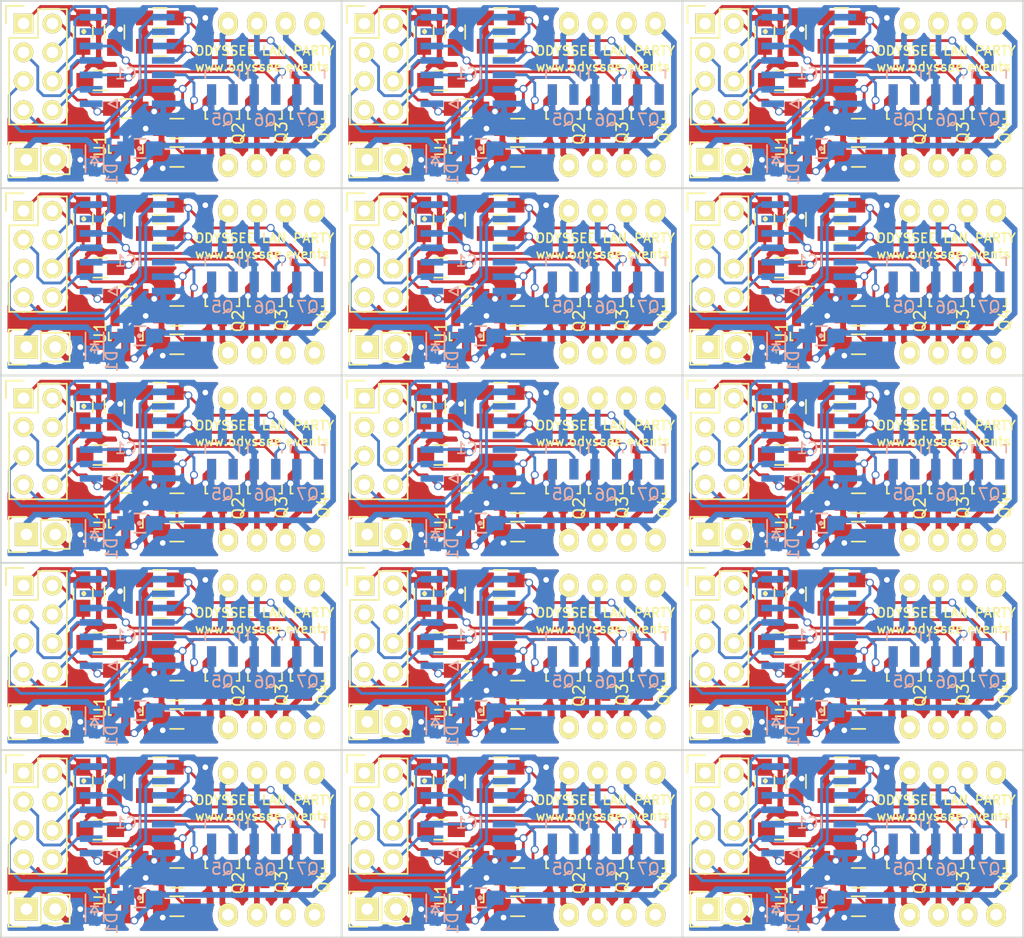
<source format=kicad_pcb>
(kicad_pcb (version 4) (host pcbnew 4.0.1-3.201512140935+6195~38~ubuntu14.04.1-stable)
  (layers (0 F.Cu signal) (31 B.Cu signal) (34 B.Paste user) (35 F.Paste user) (36 B.SilkS user) (37 F.SilkS user) (38 B.Mask user) (39 F.Mask user) (44 Edge.Cuts user))
  (net 0 "")
  (net 1 +3V3)
  (net 2 GND)
  (net 3 +12V)
  (net 4 /ledR2)
  (net 5 /ledG2)
  (net 6 /ledB2)
  (net 7 /ledB1)
  (net 8 /ledG1)
  (net 9 /ledR1)
  (net 10 /CSN)
  (net 11 /ledR1_out)
  (net 12 /ledG1_out)
  (net 13 /ledB1_out)
  (net 14 /ledR2_out)
  (net 15 /ledG2_out)
  (net 16 /ledB2_out)
  (net 17 /0V)
  (net 18 /IRQ|SCI)
  (net 19 /CE|RESET)
  (net 20 /MOSI|SDI)
  (net 21 /MISO|SII)
  (net 22 /SCK|SDO)
  (module Capacitors_SMD:C_0805_HandSoldering (layer B.Cu) (at 96.585 77.835 180)
    (fp_text reference C3 hide)
    (fp_text value C hide)
    (pad 1 smd rect (at -1.25 0 180) (size 1.5 1.25) (layers B.Cu B.Paste B.Mask) (net 3 +12V))
    (pad 2 smd rect (at 1.25 0 180) (size 1.5 1.25) (layers B.Cu B.Paste B.Mask) (net 2 GND))
  )
  (module Capacitors_SMD:C_0805_HandSoldering (layer F.Cu) (at 95.335 74.335)
    (fp_text reference C2 hide)
    (fp_text value C hide)
    (pad 1 smd rect (at -1.25 0) (size 1.5 1.25) (layers F.Cu F.Paste F.Mask) (net 1 +3V3))
    (pad 2 smd rect (at 1.25 0) (size 1.5 1.25) (layers F.Cu F.Paste F.Mask) (net 2 GND))
  )
  (module Pin_Headers:Pin_Header_Straight_1x02 (layer F.Cu) (at 86.585 78.835 90)
    (fp_text reference P1 hide)
    (fp_text value PWR hide)
    (pad 1 thru_hole rect (at 0 0 90) (size 2.032 2.032) (drill 1.016) (layers *.Cu *.Mask F.SilkS) (net 17 /0V))
    (pad 2 thru_hole oval (at 0 2.54 90) (size 2.032 2.032) (drill 1.016) (layers *.Cu *.Mask F.SilkS) (net 3 +12V))
  )
  (module Pin_Headers:Pin_Header_Straight_2x04 (layer F.Cu) (at 86.335 66.835)
    (fp_text reference P2 hide)
    (fp_text value RFMODULE hide)
    (pad 1 thru_hole rect (at 0 0) (size 1.7272 1.7272) (drill 1.016) (layers *.Cu *.Mask F.SilkS) (net 2 GND))
    (pad 2 thru_hole oval (at 2.54 0) (size 1.7272 1.7272) (drill 1.016) (layers *.Cu *.Mask F.SilkS) (net 1 +3V3))
    (pad 3 thru_hole oval (at 0 2.54) (size 1.7272 1.7272) (drill 1.016) (layers *.Cu *.Mask F.SilkS) (net 19 /CE|RESET))
    (pad 4 thru_hole oval (at 2.54 2.54) (size 1.7272 1.7272) (drill 1.016) (layers *.Cu *.Mask F.SilkS) (net 10 /CSN))
    (pad 5 thru_hole oval (at 0 5.08) (size 1.7272 1.7272) (drill 1.016) (layers *.Cu *.Mask F.SilkS) (net 22 /SCK|SDO))
    (pad 6 thru_hole oval (at 2.54 5.08) (size 1.7272 1.7272) (drill 1.016) (layers *.Cu *.Mask F.SilkS) (net 20 /MOSI|SDI))
    (pad 7 thru_hole oval (at 0 7.62) (size 1.7272 1.7272) (drill 1.016) (layers *.Cu *.Mask F.SilkS) (net 21 /MISO|SII))
    (pad 8 thru_hole oval (at 2.54 7.62) (size 1.7272 1.7272) (drill 1.016) (layers *.Cu *.Mask F.SilkS) (net 18 /IRQ|SCI))
  )
  (module LRK:Pin_Header_Straight_1x04 (layer F.Cu) (at 104.335 79.335 90)
    (fp_text reference P3 hide)
    (fp_text value LEDS hide)
    (pad 1 thru_hole oval (at 0 0 90) (size 2.032 1.7272) (drill 1.016) (layers *.Cu *.Mask F.SilkS) (net 11 /ledR1_out))
    (pad 2 thru_hole oval (at 0 2.54 90) (size 2.032 1.7272) (drill 1.016) (layers *.Cu *.Mask F.SilkS) (net 12 /ledG1_out))
    (pad 3 thru_hole oval (at 0 5.08 90) (size 2.032 1.7272) (drill 1.016) (layers *.Cu *.Mask F.SilkS) (net 13 /ledB1_out))
    (pad 4 thru_hole oval (at 0 7.62 90) (size 2.032 1.7272) (drill 1.016) (layers *.Cu *.Mask F.SilkS) (net 3 +12V))
  )
  (module LRK:Pin_Header_Straight_1x04 (layer F.Cu) (at 104.335 66.835 90)
    (fp_text reference P4 hide)
    (fp_text value LEDS hide)
    (pad 1 thru_hole oval (at 0 0 90) (size 2.032 1.7272) (drill 1.016) (layers *.Cu *.Mask F.SilkS) (net 14 /ledR2_out))
    (pad 2 thru_hole oval (at 0 2.54 90) (size 2.032 1.7272) (drill 1.016) (layers *.Cu *.Mask F.SilkS) (net 15 /ledG2_out))
    (pad 3 thru_hole oval (at 0 5.08 90) (size 2.032 1.7272) (drill 1.016) (layers *.Cu *.Mask F.SilkS) (net 16 /ledB2_out))
    (pad 4 thru_hole oval (at 0 7.62 90) (size 2.032 1.7272) (drill 1.016) (layers *.Cu *.Mask F.SilkS) (net 3 +12V))
  )
  (module TO_SOT_Packages_SMD:SOT-23_Handsoldering (layer F.Cu) (at 103.835 74.585 180)
    (fp_text reference Q2 (at -1.4 -1.95 270) (layer F.SilkS))
    (fp_text value IRLML2402 hide)
    (pad 1 smd rect (at -0.95 1.50114 180) (size 0.8001 1.80086) (layers F.Cu F.Paste F.Mask) (net 9 /ledR1))
    (pad 2 smd rect (at 0.95 1.50114 180) (size 0.8001 1.80086) (layers F.Cu F.Paste F.Mask) (net 2 GND))
    (pad 3 smd rect (at 0 -1.50114 180) (size 0.8001 1.80086) (layers F.Cu F.Paste F.Mask) (net 11 /ledR1_out))
  )
  (module TO_SOT_Packages_SMD:SOT-23_Handsoldering (layer F.Cu) (at 107.585 74.585 180)
    (fp_text reference Q3 (at -1.45 -1.85 270) (layer F.SilkS))
    (fp_text value IRLML2402 hide)
    (pad 1 smd rect (at -0.95 1.50114 180) (size 0.8001 1.80086) (layers F.Cu F.Paste F.Mask) (net 8 /ledG1))
    (pad 2 smd rect (at 0.95 1.50114 180) (size 0.8001 1.80086) (layers F.Cu F.Paste F.Mask) (net 2 GND))
    (pad 3 smd rect (at 0 -1.50114 180) (size 0.8001 1.80086) (layers F.Cu F.Paste F.Mask) (net 12 /ledG1_out))
  )
  (module TO_SOT_Packages_SMD:SOT-23_Handsoldering (layer F.Cu) (at 111.335 74.585 180)
    (fp_text reference Q4 (at -1.4 -1.85 270) (layer F.SilkS))
    (fp_text value IRLML2402 hide)
    (pad 1 smd rect (at -0.95 1.50114 180) (size 0.8001 1.80086) (layers F.Cu F.Paste F.Mask) (net 7 /ledB1))
    (pad 2 smd rect (at 0.95 1.50114 180) (size 0.8001 1.80086) (layers F.Cu F.Paste F.Mask) (net 2 GND))
    (pad 3 smd rect (at 0 -1.50114 180) (size 0.8001 1.80086) (layers F.Cu F.Paste F.Mask) (net 13 /ledB1_out))
  )
  (module TO_SOT_Packages_SMD:SOT-23_Handsoldering (layer B.Cu) (at 103.835 71.585 180)
    (fp_text reference Q5 (at 0 -3.7 180) (layer B.SilkS) (effects (justify mirror)))
    (fp_text value IRLML2402 hide)
    (pad 1 smd rect (at -0.95 -1.50114 180) (size 0.8001 1.80086) (layers B.Cu B.Paste B.Mask) (net 4 /ledR2))
    (pad 2 smd rect (at 0.95 -1.50114 180) (size 0.8001 1.80086) (layers B.Cu B.Paste B.Mask) (net 2 GND))
    (pad 3 smd rect (at 0 1.50114 180) (size 0.8001 1.80086) (layers B.Cu B.Paste B.Mask) (net 14 /ledR2_out))
  )
  (module TO_SOT_Packages_SMD:SOT-23_Handsoldering (layer B.Cu) (at 107.585 71.585 180)
    (fp_text reference Q6 (at 0 -3.75 180) (layer B.SilkS) (effects (justify mirror)))
    (fp_text value IRLML2402 hide)
    (pad 1 smd rect (at -0.95 -1.50114 180) (size 0.8001 1.80086) (layers B.Cu B.Paste B.Mask) (net 5 /ledG2))
    (pad 2 smd rect (at 0.95 -1.50114 180) (size 0.8001 1.80086) (layers B.Cu B.Paste B.Mask) (net 2 GND))
    (pad 3 smd rect (at 0 1.50114 180) (size 0.8001 1.80086) (layers B.Cu B.Paste B.Mask) (net 15 /ledG2_out))
  )
  (module TO_SOT_Packages_SMD:SOT-23_Handsoldering (layer B.Cu) (at 111.335 71.585 180)
    (fp_text reference Q7 (at 0 -3.7 180) (layer B.SilkS) (effects (justify mirror)))
    (fp_text value IRLML2402 hide)
    (pad 1 smd rect (at -0.95 -1.50114 180) (size 0.8001 1.80086) (layers B.Cu B.Paste B.Mask) (net 6 /ledB2))
    (pad 2 smd rect (at 0.95 -1.50114 180) (size 0.8001 1.80086) (layers B.Cu B.Paste B.Mask) (net 2 GND))
    (pad 3 smd rect (at 0 1.50114 180) (size 0.8001 1.80086) (layers B.Cu B.Paste B.Mask) (net 16 /ledB2_out))
  )
  (module TO_SOT_Packages_SMD:SOT-23_Handsoldering (layer F.Cu) (at 95.335 77.585 180)
    (fp_text reference U1 (at 2.25 0 450) (layer F.SilkS))
    (fp_text value AP2210 hide)
    (pad 1 smd rect (at -0.95 1.50114 180) (size 0.8001 1.80086) (layers F.Cu F.Paste F.Mask) (net 2 GND))
    (pad 2 smd rect (at 0.95 1.50114 180) (size 0.8001 1.80086) (layers F.Cu F.Paste F.Mask) (net 1 +3V3))
    (pad 3 smd rect (at 0 -1.50114 180) (size 0.8001 1.80086) (layers F.Cu F.Paste F.Mask) (net 3 +12V))
  )
  (module Capacitors_SMD:C_0805_HandSoldering (layer F.Cu) (at 91.585 67.585 270)
    (fp_text reference C4 hide)
    (fp_text value C hide)
    (pad 1 smd rect (at -1.25 0 270) (size 1.5 1.25) (layers F.Cu F.Paste F.Mask) (net 2 GND))
    (pad 2 smd rect (at 1.25 0 270) (size 1.5 1.25) (layers F.Cu F.Paste F.Mask) (net 1 +3V3))
  )
  (module Resistors_SMD:R_0805_HandSoldering (layer F.Cu) (at 99.835 78.585 180)
    (fp_text reference R3 hide)
    (fp_text value R hide)
    (pad 1 smd rect (at -1.35 0 180) (size 1.5 1.3) (layers F.Cu F.Paste F.Mask) (net 9 /ledR1))
    (pad 2 smd rect (at 1.35 0 180) (size 1.5 1.3) (layers F.Cu F.Paste F.Mask) (net 2 GND))
  )
  (module Resistors_SMD:R_0805_HandSoldering (layer F.Cu) (at 93.085 71.835 180)
    (fp_text reference R4 hide)
    (fp_text value R hide)
    (pad 1 smd rect (at -1.35 0 180) (size 1.5 1.3) (layers F.Cu F.Paste F.Mask) (net 8 /ledG1))
    (pad 2 smd rect (at 1.35 0 180) (size 1.5 1.3) (layers F.Cu F.Paste F.Mask) (net 2 GND))
  )
  (module Resistors_SMD:R_0805_HandSoldering (layer F.Cu) (at 98.335 68.835 180)
    (fp_text reference R5 hide)
    (fp_text value R hide)
    (pad 1 smd rect (at -1.35 0 180) (size 1.5 1.3) (layers F.Cu F.Paste F.Mask) (net 7 /ledB1))
    (pad 2 smd rect (at 1.35 0 180) (size 1.5 1.3) (layers F.Cu F.Paste F.Mask) (net 2 GND))
  )
  (module Resistors_SMD:R_0805_HandSoldering (layer F.Cu) (at 99.835 76.085 180)
    (fp_text reference R6 hide)
    (fp_text value R hide)
    (pad 1 smd rect (at -1.35 0 180) (size 1.5 1.3) (layers F.Cu F.Paste F.Mask) (net 4 /ledR2))
    (pad 2 smd rect (at 1.35 0 180) (size 1.5 1.3) (layers F.Cu F.Paste F.Mask) (net 2 GND))
  )
  (module Resistors_SMD:R_0805_HandSoldering (layer F.Cu) (at 94.335 67.585 90)
    (fp_text reference R7 hide)
    (fp_text value R hide)
    (pad 1 smd rect (at -1.35 0 90) (size 1.5 1.3) (layers F.Cu F.Paste F.Mask) (net 5 /ledG2))
    (pad 2 smd rect (at 1.35 0 90) (size 1.5 1.3) (layers F.Cu F.Paste F.Mask) (net 2 GND))
  )
  (module Resistors_SMD:R_0805_HandSoldering (layer F.Cu) (at 98.335 66.335 180)
    (fp_text reference R8 hide)
    (fp_text value R hide)
    (pad 1 smd rect (at -1.35 0 180) (size 1.5 1.3) (layers F.Cu F.Paste F.Mask) (net 6 /ledB2))
    (pad 2 smd rect (at 1.35 0 180) (size 1.5 1.3) (layers F.Cu F.Paste F.Mask) (net 2 GND))
  )
  (module LRK:SOD-323_hand (layer B.Cu) (at 92.585 78.835 270)
    (fp_text reference D1 (at 1.25 -1.5 270) (layer B.SilkS) (effects (justify mirror)))
    (fp_text value CUS15S30 hide)
    (pad 1 smd rect (at -1.055 0 270) (size 0.8 1) (layers B.Cu B.Paste B.Mask) (net 17 /0V))
    (pad 2 smd rect (at 1.055 0 270) (size 0.8 1) (layers B.Cu B.Paste B.Mask) (net 2 GND))
  )
  (module LRK:SOIC-14_hand (layer B.Cu) (at 95.585 70.085 90)
    (fp_text reference IC1 (at -1.143 0 180) (layer B.SilkS) (effects (justify mirror)))
    (fp_text value ATTINY24A-SS hide)
    (pad 1 smd rect (at -3.81 -3.302 90) (size 0.5842 2) (layers B.Cu B.Paste B.Mask) (net 1 +3V3))
    (pad 2 smd rect (at -2.54 -3.302 90) (size 0.5842 2) (layers B.Cu B.Paste B.Mask) (net 18 /IRQ|SCI))
    (pad 3 smd rect (at -1.27 -3.302 90) (size 0.5842 2) (layers B.Cu B.Paste B.Mask) (net 8 /ledG1))
    (pad 4 smd rect (at 0 -3.302 90) (size 0.5842 2) (layers B.Cu B.Paste B.Mask) (net 19 /CE|RESET))
    (pad 5 smd rect (at 1.27 -3.302 90) (size 0.5842 2) (layers B.Cu B.Paste B.Mask) (net 5 /ledG2))
    (pad 6 smd rect (at 2.54 -3.302 90) (size 0.5842 2) (layers B.Cu B.Paste B.Mask) (net 10 /CSN))
    (pad 7 smd rect (at 3.81 -3.302 90) (size 0.5842 2) (layers B.Cu B.Paste B.Mask) (net 20 /MOSI|SDI))
    (pad 8 smd rect (at 3.81 3.048 90) (size 0.5842 2) (layers B.Cu B.Paste B.Mask) (net 21 /MISO|SII))
    (pad 9 smd rect (at 2.54 3.048 90) (size 0.5842 2) (layers B.Cu B.Paste B.Mask) (net 22 /SCK|SDO))
    (pad 11 smd rect (at 0 3.048 90) (size 0.5842 2) (layers B.Cu B.Paste B.Mask) (net 7 /ledB1))
    (pad 12 smd rect (at -1.27 3.048 90) (size 0.5842 2) (layers B.Cu B.Paste B.Mask) (net 4 /ledR2))
    (pad 13 smd rect (at -2.54 3.048 90) (size 0.5842 2) (layers B.Cu B.Paste B.Mask) (net 9 /ledR1))
    (pad 14 smd rect (at -3.81 3.048 90) (size 0.5842 2) (layers B.Cu B.Paste B.Mask) (net 2 GND))
    (pad 10 smd rect (at 1.27 3.048 90) (size 0.5842 2) (layers B.Cu B.Paste B.Mask) (net 6 /ledB2))
  )
  (module LRK:LOGO (layer B.Cu) (at 101.035 79.435)
    (fp_text reference G*** hide)
    (fp_text value LOGO hide)
  )
  (module Capacitors_SMD:C_0805_HandSoldering (layer B.Cu) (at 96.585 94.335 180)
    (fp_text reference C3 hide)
    (fp_text value C hide)
    (pad 1 smd rect (at -1.25 0 180) (size 1.5 1.25) (layers B.Cu B.Paste B.Mask) (net 3 +12V))
    (pad 2 smd rect (at 1.25 0 180) (size 1.5 1.25) (layers B.Cu B.Paste B.Mask) (net 2 GND))
  )
  (module Capacitors_SMD:C_0805_HandSoldering (layer F.Cu) (at 95.335 90.835)
    (fp_text reference C2 hide)
    (fp_text value C hide)
    (pad 1 smd rect (at -1.25 0) (size 1.5 1.25) (layers F.Cu F.Paste F.Mask) (net 1 +3V3))
    (pad 2 smd rect (at 1.25 0) (size 1.5 1.25) (layers F.Cu F.Paste F.Mask) (net 2 GND))
  )
  (module Pin_Headers:Pin_Header_Straight_1x02 (layer F.Cu) (at 86.585 95.335 90)
    (fp_text reference P1 hide)
    (fp_text value PWR hide)
    (pad 1 thru_hole rect (at 0 0 90) (size 2.032 2.032) (drill 1.016) (layers *.Cu *.Mask F.SilkS) (net 17 /0V))
    (pad 2 thru_hole oval (at 0 2.54 90) (size 2.032 2.032) (drill 1.016) (layers *.Cu *.Mask F.SilkS) (net 3 +12V))
  )
  (module Pin_Headers:Pin_Header_Straight_2x04 (layer F.Cu) (at 86.335 83.335)
    (fp_text reference P2 hide)
    (fp_text value RFMODULE hide)
    (pad 1 thru_hole rect (at 0 0) (size 1.7272 1.7272) (drill 1.016) (layers *.Cu *.Mask F.SilkS) (net 2 GND))
    (pad 2 thru_hole oval (at 2.54 0) (size 1.7272 1.7272) (drill 1.016) (layers *.Cu *.Mask F.SilkS) (net 1 +3V3))
    (pad 3 thru_hole oval (at 0 2.54) (size 1.7272 1.7272) (drill 1.016) (layers *.Cu *.Mask F.SilkS) (net 19 /CE|RESET))
    (pad 4 thru_hole oval (at 2.54 2.54) (size 1.7272 1.7272) (drill 1.016) (layers *.Cu *.Mask F.SilkS) (net 10 /CSN))
    (pad 5 thru_hole oval (at 0 5.08) (size 1.7272 1.7272) (drill 1.016) (layers *.Cu *.Mask F.SilkS) (net 22 /SCK|SDO))
    (pad 6 thru_hole oval (at 2.54 5.08) (size 1.7272 1.7272) (drill 1.016) (layers *.Cu *.Mask F.SilkS) (net 20 /MOSI|SDI))
    (pad 7 thru_hole oval (at 0 7.62) (size 1.7272 1.7272) (drill 1.016) (layers *.Cu *.Mask F.SilkS) (net 21 /MISO|SII))
    (pad 8 thru_hole oval (at 2.54 7.62) (size 1.7272 1.7272) (drill 1.016) (layers *.Cu *.Mask F.SilkS) (net 18 /IRQ|SCI))
  )
  (module LRK:Pin_Header_Straight_1x04 (layer F.Cu) (at 104.335 95.835 90)
    (fp_text reference P3 hide)
    (fp_text value LEDS hide)
    (pad 1 thru_hole oval (at 0 0 90) (size 2.032 1.7272) (drill 1.016) (layers *.Cu *.Mask F.SilkS) (net 11 /ledR1_out))
    (pad 2 thru_hole oval (at 0 2.54 90) (size 2.032 1.7272) (drill 1.016) (layers *.Cu *.Mask F.SilkS) (net 12 /ledG1_out))
    (pad 3 thru_hole oval (at 0 5.08 90) (size 2.032 1.7272) (drill 1.016) (layers *.Cu *.Mask F.SilkS) (net 13 /ledB1_out))
    (pad 4 thru_hole oval (at 0 7.62 90) (size 2.032 1.7272) (drill 1.016) (layers *.Cu *.Mask F.SilkS) (net 3 +12V))
  )
  (module LRK:Pin_Header_Straight_1x04 (layer F.Cu) (at 104.335 83.335 90)
    (fp_text reference P4 hide)
    (fp_text value LEDS hide)
    (pad 1 thru_hole oval (at 0 0 90) (size 2.032 1.7272) (drill 1.016) (layers *.Cu *.Mask F.SilkS) (net 14 /ledR2_out))
    (pad 2 thru_hole oval (at 0 2.54 90) (size 2.032 1.7272) (drill 1.016) (layers *.Cu *.Mask F.SilkS) (net 15 /ledG2_out))
    (pad 3 thru_hole oval (at 0 5.08 90) (size 2.032 1.7272) (drill 1.016) (layers *.Cu *.Mask F.SilkS) (net 16 /ledB2_out))
    (pad 4 thru_hole oval (at 0 7.62 90) (size 2.032 1.7272) (drill 1.016) (layers *.Cu *.Mask F.SilkS) (net 3 +12V))
  )
  (module TO_SOT_Packages_SMD:SOT-23_Handsoldering (layer F.Cu) (at 103.835 91.085 180)
    (fp_text reference Q2 (at -1.4 -1.95 270) (layer F.SilkS))
    (fp_text value IRLML2402 hide)
    (pad 1 smd rect (at -0.95 1.50114 180) (size 0.8001 1.80086) (layers F.Cu F.Paste F.Mask) (net 9 /ledR1))
    (pad 2 smd rect (at 0.95 1.50114 180) (size 0.8001 1.80086) (layers F.Cu F.Paste F.Mask) (net 2 GND))
    (pad 3 smd rect (at 0 -1.50114 180) (size 0.8001 1.80086) (layers F.Cu F.Paste F.Mask) (net 11 /ledR1_out))
  )
  (module TO_SOT_Packages_SMD:SOT-23_Handsoldering (layer F.Cu) (at 107.585 91.085 180)
    (fp_text reference Q3 (at -1.45 -1.85 270) (layer F.SilkS))
    (fp_text value IRLML2402 hide)
    (pad 1 smd rect (at -0.95 1.50114 180) (size 0.8001 1.80086) (layers F.Cu F.Paste F.Mask) (net 8 /ledG1))
    (pad 2 smd rect (at 0.95 1.50114 180) (size 0.8001 1.80086) (layers F.Cu F.Paste F.Mask) (net 2 GND))
    (pad 3 smd rect (at 0 -1.50114 180) (size 0.8001 1.80086) (layers F.Cu F.Paste F.Mask) (net 12 /ledG1_out))
  )
  (module TO_SOT_Packages_SMD:SOT-23_Handsoldering (layer F.Cu) (at 111.335 91.085 180)
    (fp_text reference Q4 (at -1.4 -1.85 270) (layer F.SilkS))
    (fp_text value IRLML2402 hide)
    (pad 1 smd rect (at -0.95 1.50114 180) (size 0.8001 1.80086) (layers F.Cu F.Paste F.Mask) (net 7 /ledB1))
    (pad 2 smd rect (at 0.95 1.50114 180) (size 0.8001 1.80086) (layers F.Cu F.Paste F.Mask) (net 2 GND))
    (pad 3 smd rect (at 0 -1.50114 180) (size 0.8001 1.80086) (layers F.Cu F.Paste F.Mask) (net 13 /ledB1_out))
  )
  (module TO_SOT_Packages_SMD:SOT-23_Handsoldering (layer B.Cu) (at 103.835 88.085 180)
    (fp_text reference Q5 (at 0 -3.7 180) (layer B.SilkS) (effects (justify mirror)))
    (fp_text value IRLML2402 hide)
    (pad 1 smd rect (at -0.95 -1.50114 180) (size 0.8001 1.80086) (layers B.Cu B.Paste B.Mask) (net 4 /ledR2))
    (pad 2 smd rect (at 0.95 -1.50114 180) (size 0.8001 1.80086) (layers B.Cu B.Paste B.Mask) (net 2 GND))
    (pad 3 smd rect (at 0 1.50114 180) (size 0.8001 1.80086) (layers B.Cu B.Paste B.Mask) (net 14 /ledR2_out))
  )
  (module TO_SOT_Packages_SMD:SOT-23_Handsoldering (layer B.Cu) (at 107.585 88.085 180)
    (fp_text reference Q6 (at 0 -3.75 180) (layer B.SilkS) (effects (justify mirror)))
    (fp_text value IRLML2402 hide)
    (pad 1 smd rect (at -0.95 -1.50114 180) (size 0.8001 1.80086) (layers B.Cu B.Paste B.Mask) (net 5 /ledG2))
    (pad 2 smd rect (at 0.95 -1.50114 180) (size 0.8001 1.80086) (layers B.Cu B.Paste B.Mask) (net 2 GND))
    (pad 3 smd rect (at 0 1.50114 180) (size 0.8001 1.80086) (layers B.Cu B.Paste B.Mask) (net 15 /ledG2_out))
  )
  (module TO_SOT_Packages_SMD:SOT-23_Handsoldering (layer B.Cu) (at 111.335 88.085 180)
    (fp_text reference Q7 (at 0 -3.7 180) (layer B.SilkS) (effects (justify mirror)))
    (fp_text value IRLML2402 hide)
    (pad 1 smd rect (at -0.95 -1.50114 180) (size 0.8001 1.80086) (layers B.Cu B.Paste B.Mask) (net 6 /ledB2))
    (pad 2 smd rect (at 0.95 -1.50114 180) (size 0.8001 1.80086) (layers B.Cu B.Paste B.Mask) (net 2 GND))
    (pad 3 smd rect (at 0 1.50114 180) (size 0.8001 1.80086) (layers B.Cu B.Paste B.Mask) (net 16 /ledB2_out))
  )
  (module TO_SOT_Packages_SMD:SOT-23_Handsoldering (layer F.Cu) (at 95.335 94.085 180)
    (fp_text reference U1 (at 2.25 0 450) (layer F.SilkS))
    (fp_text value AP2210 hide)
    (pad 1 smd rect (at -0.95 1.50114 180) (size 0.8001 1.80086) (layers F.Cu F.Paste F.Mask) (net 2 GND))
    (pad 2 smd rect (at 0.95 1.50114 180) (size 0.8001 1.80086) (layers F.Cu F.Paste F.Mask) (net 1 +3V3))
    (pad 3 smd rect (at 0 -1.50114 180) (size 0.8001 1.80086) (layers F.Cu F.Paste F.Mask) (net 3 +12V))
  )
  (module Capacitors_SMD:C_0805_HandSoldering (layer F.Cu) (at 91.585 84.085 270)
    (fp_text reference C4 hide)
    (fp_text value C hide)
    (pad 1 smd rect (at -1.25 0 270) (size 1.5 1.25) (layers F.Cu F.Paste F.Mask) (net 2 GND))
    (pad 2 smd rect (at 1.25 0 270) (size 1.5 1.25) (layers F.Cu F.Paste F.Mask) (net 1 +3V3))
  )
  (module Resistors_SMD:R_0805_HandSoldering (layer F.Cu) (at 99.835 95.085 180)
    (fp_text reference R3 hide)
    (fp_text value R hide)
    (pad 1 smd rect (at -1.35 0 180) (size 1.5 1.3) (layers F.Cu F.Paste F.Mask) (net 9 /ledR1))
    (pad 2 smd rect (at 1.35 0 180) (size 1.5 1.3) (layers F.Cu F.Paste F.Mask) (net 2 GND))
  )
  (module Resistors_SMD:R_0805_HandSoldering (layer F.Cu) (at 93.085 88.335 180)
    (fp_text reference R4 hide)
    (fp_text value R hide)
    (pad 1 smd rect (at -1.35 0 180) (size 1.5 1.3) (layers F.Cu F.Paste F.Mask) (net 8 /ledG1))
    (pad 2 smd rect (at 1.35 0 180) (size 1.5 1.3) (layers F.Cu F.Paste F.Mask) (net 2 GND))
  )
  (module Resistors_SMD:R_0805_HandSoldering (layer F.Cu) (at 98.335 85.335 180)
    (fp_text reference R5 hide)
    (fp_text value R hide)
    (pad 1 smd rect (at -1.35 0 180) (size 1.5 1.3) (layers F.Cu F.Paste F.Mask) (net 7 /ledB1))
    (pad 2 smd rect (at 1.35 0 180) (size 1.5 1.3) (layers F.Cu F.Paste F.Mask) (net 2 GND))
  )
  (module Resistors_SMD:R_0805_HandSoldering (layer F.Cu) (at 99.835 92.585 180)
    (fp_text reference R6 hide)
    (fp_text value R hide)
    (pad 1 smd rect (at -1.35 0 180) (size 1.5 1.3) (layers F.Cu F.Paste F.Mask) (net 4 /ledR2))
    (pad 2 smd rect (at 1.35 0 180) (size 1.5 1.3) (layers F.Cu F.Paste F.Mask) (net 2 GND))
  )
  (module Resistors_SMD:R_0805_HandSoldering (layer F.Cu) (at 94.335 84.085 90)
    (fp_text reference R7 hide)
    (fp_text value R hide)
    (pad 1 smd rect (at -1.35 0 90) (size 1.5 1.3) (layers F.Cu F.Paste F.Mask) (net 5 /ledG2))
    (pad 2 smd rect (at 1.35 0 90) (size 1.5 1.3) (layers F.Cu F.Paste F.Mask) (net 2 GND))
  )
  (module Resistors_SMD:R_0805_HandSoldering (layer F.Cu) (at 98.335 82.835 180)
    (fp_text reference R8 hide)
    (fp_text value R hide)
    (pad 1 smd rect (at -1.35 0 180) (size 1.5 1.3) (layers F.Cu F.Paste F.Mask) (net 6 /ledB2))
    (pad 2 smd rect (at 1.35 0 180) (size 1.5 1.3) (layers F.Cu F.Paste F.Mask) (net 2 GND))
  )
  (module LRK:SOD-323_hand (layer B.Cu) (at 92.585 95.335 270)
    (fp_text reference D1 (at 1.25 -1.5 270) (layer B.SilkS) (effects (justify mirror)))
    (fp_text value CUS15S30 hide)
    (pad 1 smd rect (at -1.055 0 270) (size 0.8 1) (layers B.Cu B.Paste B.Mask) (net 17 /0V))
    (pad 2 smd rect (at 1.055 0 270) (size 0.8 1) (layers B.Cu B.Paste B.Mask) (net 2 GND))
  )
  (module LRK:SOIC-14_hand (layer B.Cu) (at 95.585 86.585 90)
    (fp_text reference IC1 (at -1.143 0 180) (layer B.SilkS) (effects (justify mirror)))
    (fp_text value ATTINY24A-SS hide)
    (pad 1 smd rect (at -3.81 -3.302 90) (size 0.5842 2) (layers B.Cu B.Paste B.Mask) (net 1 +3V3))
    (pad 2 smd rect (at -2.54 -3.302 90) (size 0.5842 2) (layers B.Cu B.Paste B.Mask) (net 18 /IRQ|SCI))
    (pad 3 smd rect (at -1.27 -3.302 90) (size 0.5842 2) (layers B.Cu B.Paste B.Mask) (net 8 /ledG1))
    (pad 4 smd rect (at 0 -3.302 90) (size 0.5842 2) (layers B.Cu B.Paste B.Mask) (net 19 /CE|RESET))
    (pad 5 smd rect (at 1.27 -3.302 90) (size 0.5842 2) (layers B.Cu B.Paste B.Mask) (net 5 /ledG2))
    (pad 6 smd rect (at 2.54 -3.302 90) (size 0.5842 2) (layers B.Cu B.Paste B.Mask) (net 10 /CSN))
    (pad 7 smd rect (at 3.81 -3.302 90) (size 0.5842 2) (layers B.Cu B.Paste B.Mask) (net 20 /MOSI|SDI))
    (pad 8 smd rect (at 3.81 3.048 90) (size 0.5842 2) (layers B.Cu B.Paste B.Mask) (net 21 /MISO|SII))
    (pad 9 smd rect (at 2.54 3.048 90) (size 0.5842 2) (layers B.Cu B.Paste B.Mask) (net 22 /SCK|SDO))
    (pad 11 smd rect (at 0 3.048 90) (size 0.5842 2) (layers B.Cu B.Paste B.Mask) (net 7 /ledB1))
    (pad 12 smd rect (at -1.27 3.048 90) (size 0.5842 2) (layers B.Cu B.Paste B.Mask) (net 4 /ledR2))
    (pad 13 smd rect (at -2.54 3.048 90) (size 0.5842 2) (layers B.Cu B.Paste B.Mask) (net 9 /ledR1))
    (pad 14 smd rect (at -3.81 3.048 90) (size 0.5842 2) (layers B.Cu B.Paste B.Mask) (net 2 GND))
    (pad 10 smd rect (at 1.27 3.048 90) (size 0.5842 2) (layers B.Cu B.Paste B.Mask) (net 6 /ledB2))
  )
  (module LRK:LOGO (layer B.Cu) (at 101.035 95.935)
    (fp_text reference G*** hide)
    (fp_text value LOGO hide)
  )
  (module Capacitors_SMD:C_0805_HandSoldering (layer B.Cu) (at 96.585 110.835 180)
    (fp_text reference C3 hide)
    (fp_text value C hide)
    (pad 1 smd rect (at -1.25 0 180) (size 1.5 1.25) (layers B.Cu B.Paste B.Mask) (net 3 +12V))
    (pad 2 smd rect (at 1.25 0 180) (size 1.5 1.25) (layers B.Cu B.Paste B.Mask) (net 2 GND))
  )
  (module Capacitors_SMD:C_0805_HandSoldering (layer F.Cu) (at 95.335 107.335)
    (fp_text reference C2 hide)
    (fp_text value C hide)
    (pad 1 smd rect (at -1.25 0) (size 1.5 1.25) (layers F.Cu F.Paste F.Mask) (net 1 +3V3))
    (pad 2 smd rect (at 1.25 0) (size 1.5 1.25) (layers F.Cu F.Paste F.Mask) (net 2 GND))
  )
  (module Pin_Headers:Pin_Header_Straight_1x02 (layer F.Cu) (at 86.585 111.835 90)
    (fp_text reference P1 hide)
    (fp_text value PWR hide)
    (pad 1 thru_hole rect (at 0 0 90) (size 2.032 2.032) (drill 1.016) (layers *.Cu *.Mask F.SilkS) (net 17 /0V))
    (pad 2 thru_hole oval (at 0 2.54 90) (size 2.032 2.032) (drill 1.016) (layers *.Cu *.Mask F.SilkS) (net 3 +12V))
  )
  (module Pin_Headers:Pin_Header_Straight_2x04 (layer F.Cu) (at 86.335 99.835)
    (fp_text reference P2 hide)
    (fp_text value RFMODULE hide)
    (pad 1 thru_hole rect (at 0 0) (size 1.7272 1.7272) (drill 1.016) (layers *.Cu *.Mask F.SilkS) (net 2 GND))
    (pad 2 thru_hole oval (at 2.54 0) (size 1.7272 1.7272) (drill 1.016) (layers *.Cu *.Mask F.SilkS) (net 1 +3V3))
    (pad 3 thru_hole oval (at 0 2.54) (size 1.7272 1.7272) (drill 1.016) (layers *.Cu *.Mask F.SilkS) (net 19 /CE|RESET))
    (pad 4 thru_hole oval (at 2.54 2.54) (size 1.7272 1.7272) (drill 1.016) (layers *.Cu *.Mask F.SilkS) (net 10 /CSN))
    (pad 5 thru_hole oval (at 0 5.08) (size 1.7272 1.7272) (drill 1.016) (layers *.Cu *.Mask F.SilkS) (net 22 /SCK|SDO))
    (pad 6 thru_hole oval (at 2.54 5.08) (size 1.7272 1.7272) (drill 1.016) (layers *.Cu *.Mask F.SilkS) (net 20 /MOSI|SDI))
    (pad 7 thru_hole oval (at 0 7.62) (size 1.7272 1.7272) (drill 1.016) (layers *.Cu *.Mask F.SilkS) (net 21 /MISO|SII))
    (pad 8 thru_hole oval (at 2.54 7.62) (size 1.7272 1.7272) (drill 1.016) (layers *.Cu *.Mask F.SilkS) (net 18 /IRQ|SCI))
  )
  (module LRK:Pin_Header_Straight_1x04 (layer F.Cu) (at 104.335 112.335 90)
    (fp_text reference P3 hide)
    (fp_text value LEDS hide)
    (pad 1 thru_hole oval (at 0 0 90) (size 2.032 1.7272) (drill 1.016) (layers *.Cu *.Mask F.SilkS) (net 11 /ledR1_out))
    (pad 2 thru_hole oval (at 0 2.54 90) (size 2.032 1.7272) (drill 1.016) (layers *.Cu *.Mask F.SilkS) (net 12 /ledG1_out))
    (pad 3 thru_hole oval (at 0 5.08 90) (size 2.032 1.7272) (drill 1.016) (layers *.Cu *.Mask F.SilkS) (net 13 /ledB1_out))
    (pad 4 thru_hole oval (at 0 7.62 90) (size 2.032 1.7272) (drill 1.016) (layers *.Cu *.Mask F.SilkS) (net 3 +12V))
  )
  (module LRK:Pin_Header_Straight_1x04 (layer F.Cu) (at 104.335 99.835 90)
    (fp_text reference P4 hide)
    (fp_text value LEDS hide)
    (pad 1 thru_hole oval (at 0 0 90) (size 2.032 1.7272) (drill 1.016) (layers *.Cu *.Mask F.SilkS) (net 14 /ledR2_out))
    (pad 2 thru_hole oval (at 0 2.54 90) (size 2.032 1.7272) (drill 1.016) (layers *.Cu *.Mask F.SilkS) (net 15 /ledG2_out))
    (pad 3 thru_hole oval (at 0 5.08 90) (size 2.032 1.7272) (drill 1.016) (layers *.Cu *.Mask F.SilkS) (net 16 /ledB2_out))
    (pad 4 thru_hole oval (at 0 7.62 90) (size 2.032 1.7272) (drill 1.016) (layers *.Cu *.Mask F.SilkS) (net 3 +12V))
  )
  (module TO_SOT_Packages_SMD:SOT-23_Handsoldering (layer F.Cu) (at 103.835 107.585 180)
    (fp_text reference Q2 (at -1.4 -1.95 270) (layer F.SilkS))
    (fp_text value IRLML2402 hide)
    (pad 1 smd rect (at -0.95 1.50114 180) (size 0.8001 1.80086) (layers F.Cu F.Paste F.Mask) (net 9 /ledR1))
    (pad 2 smd rect (at 0.95 1.50114 180) (size 0.8001 1.80086) (layers F.Cu F.Paste F.Mask) (net 2 GND))
    (pad 3 smd rect (at 0 -1.50114 180) (size 0.8001 1.80086) (layers F.Cu F.Paste F.Mask) (net 11 /ledR1_out))
  )
  (module TO_SOT_Packages_SMD:SOT-23_Handsoldering (layer F.Cu) (at 107.585 107.585 180)
    (fp_text reference Q3 (at -1.45 -1.85 270) (layer F.SilkS))
    (fp_text value IRLML2402 hide)
    (pad 1 smd rect (at -0.95 1.50114 180) (size 0.8001 1.80086) (layers F.Cu F.Paste F.Mask) (net 8 /ledG1))
    (pad 2 smd rect (at 0.95 1.50114 180) (size 0.8001 1.80086) (layers F.Cu F.Paste F.Mask) (net 2 GND))
    (pad 3 smd rect (at 0 -1.50114 180) (size 0.8001 1.80086) (layers F.Cu F.Paste F.Mask) (net 12 /ledG1_out))
  )
  (module TO_SOT_Packages_SMD:SOT-23_Handsoldering (layer F.Cu) (at 111.335 107.585 180)
    (fp_text reference Q4 (at -1.4 -1.85 270) (layer F.SilkS))
    (fp_text value IRLML2402 hide)
    (pad 1 smd rect (at -0.95 1.50114 180) (size 0.8001 1.80086) (layers F.Cu F.Paste F.Mask) (net 7 /ledB1))
    (pad 2 smd rect (at 0.95 1.50114 180) (size 0.8001 1.80086) (layers F.Cu F.Paste F.Mask) (net 2 GND))
    (pad 3 smd rect (at 0 -1.50114 180) (size 0.8001 1.80086) (layers F.Cu F.Paste F.Mask) (net 13 /ledB1_out))
  )
  (module TO_SOT_Packages_SMD:SOT-23_Handsoldering (layer B.Cu) (at 103.835 104.585 180)
    (fp_text reference Q5 (at 0 -3.7 180) (layer B.SilkS) (effects (justify mirror)))
    (fp_text value IRLML2402 hide)
    (pad 1 smd rect (at -0.95 -1.50114 180) (size 0.8001 1.80086) (layers B.Cu B.Paste B.Mask) (net 4 /ledR2))
    (pad 2 smd rect (at 0.95 -1.50114 180) (size 0.8001 1.80086) (layers B.Cu B.Paste B.Mask) (net 2 GND))
    (pad 3 smd rect (at 0 1.50114 180) (size 0.8001 1.80086) (layers B.Cu B.Paste B.Mask) (net 14 /ledR2_out))
  )
  (module TO_SOT_Packages_SMD:SOT-23_Handsoldering (layer B.Cu) (at 107.585 104.585 180)
    (fp_text reference Q6 (at 0 -3.75 180) (layer B.SilkS) (effects (justify mirror)))
    (fp_text value IRLML2402 hide)
    (pad 1 smd rect (at -0.95 -1.50114 180) (size 0.8001 1.80086) (layers B.Cu B.Paste B.Mask) (net 5 /ledG2))
    (pad 2 smd rect (at 0.95 -1.50114 180) (size 0.8001 1.80086) (layers B.Cu B.Paste B.Mask) (net 2 GND))
    (pad 3 smd rect (at 0 1.50114 180) (size 0.8001 1.80086) (layers B.Cu B.Paste B.Mask) (net 15 /ledG2_out))
  )
  (module TO_SOT_Packages_SMD:SOT-23_Handsoldering (layer B.Cu) (at 111.335 104.585 180)
    (fp_text reference Q7 (at 0 -3.7 180) (layer B.SilkS) (effects (justify mirror)))
    (fp_text value IRLML2402 hide)
    (pad 1 smd rect (at -0.95 -1.50114 180) (size 0.8001 1.80086) (layers B.Cu B.Paste B.Mask) (net 6 /ledB2))
    (pad 2 smd rect (at 0.95 -1.50114 180) (size 0.8001 1.80086) (layers B.Cu B.Paste B.Mask) (net 2 GND))
    (pad 3 smd rect (at 0 1.50114 180) (size 0.8001 1.80086) (layers B.Cu B.Paste B.Mask) (net 16 /ledB2_out))
  )
  (module TO_SOT_Packages_SMD:SOT-23_Handsoldering (layer F.Cu) (at 95.335 110.585 180)
    (fp_text reference U1 (at 2.25 0 450) (layer F.SilkS))
    (fp_text value AP2210 hide)
    (pad 1 smd rect (at -0.95 1.50114 180) (size 0.8001 1.80086) (layers F.Cu F.Paste F.Mask) (net 2 GND))
    (pad 2 smd rect (at 0.95 1.50114 180) (size 0.8001 1.80086) (layers F.Cu F.Paste F.Mask) (net 1 +3V3))
    (pad 3 smd rect (at 0 -1.50114 180) (size 0.8001 1.80086) (layers F.Cu F.Paste F.Mask) (net 3 +12V))
  )
  (module Capacitors_SMD:C_0805_HandSoldering (layer F.Cu) (at 91.585 100.585 270)
    (fp_text reference C4 hide)
    (fp_text value C hide)
    (pad 1 smd rect (at -1.25 0 270) (size 1.5 1.25) (layers F.Cu F.Paste F.Mask) (net 2 GND))
    (pad 2 smd rect (at 1.25 0 270) (size 1.5 1.25) (layers F.Cu F.Paste F.Mask) (net 1 +3V3))
  )
  (module Resistors_SMD:R_0805_HandSoldering (layer F.Cu) (at 99.835 111.585 180)
    (fp_text reference R3 hide)
    (fp_text value R hide)
    (pad 1 smd rect (at -1.35 0 180) (size 1.5 1.3) (layers F.Cu F.Paste F.Mask) (net 9 /ledR1))
    (pad 2 smd rect (at 1.35 0 180) (size 1.5 1.3) (layers F.Cu F.Paste F.Mask) (net 2 GND))
  )
  (module Resistors_SMD:R_0805_HandSoldering (layer F.Cu) (at 93.085 104.835 180)
    (fp_text reference R4 hide)
    (fp_text value R hide)
    (pad 1 smd rect (at -1.35 0 180) (size 1.5 1.3) (layers F.Cu F.Paste F.Mask) (net 8 /ledG1))
    (pad 2 smd rect (at 1.35 0 180) (size 1.5 1.3) (layers F.Cu F.Paste F.Mask) (net 2 GND))
  )
  (module Resistors_SMD:R_0805_HandSoldering (layer F.Cu) (at 98.335 101.835 180)
    (fp_text reference R5 hide)
    (fp_text value R hide)
    (pad 1 smd rect (at -1.35 0 180) (size 1.5 1.3) (layers F.Cu F.Paste F.Mask) (net 7 /ledB1))
    (pad 2 smd rect (at 1.35 0 180) (size 1.5 1.3) (layers F.Cu F.Paste F.Mask) (net 2 GND))
  )
  (module Resistors_SMD:R_0805_HandSoldering (layer F.Cu) (at 99.835 109.085 180)
    (fp_text reference R6 hide)
    (fp_text value R hide)
    (pad 1 smd rect (at -1.35 0 180) (size 1.5 1.3) (layers F.Cu F.Paste F.Mask) (net 4 /ledR2))
    (pad 2 smd rect (at 1.35 0 180) (size 1.5 1.3) (layers F.Cu F.Paste F.Mask) (net 2 GND))
  )
  (module Resistors_SMD:R_0805_HandSoldering (layer F.Cu) (at 94.335 100.585 90)
    (fp_text reference R7 hide)
    (fp_text value R hide)
    (pad 1 smd rect (at -1.35 0 90) (size 1.5 1.3) (layers F.Cu F.Paste F.Mask) (net 5 /ledG2))
    (pad 2 smd rect (at 1.35 0 90) (size 1.5 1.3) (layers F.Cu F.Paste F.Mask) (net 2 GND))
  )
  (module Resistors_SMD:R_0805_HandSoldering (layer F.Cu) (at 98.335 99.335 180)
    (fp_text reference R8 hide)
    (fp_text value R hide)
    (pad 1 smd rect (at -1.35 0 180) (size 1.5 1.3) (layers F.Cu F.Paste F.Mask) (net 6 /ledB2))
    (pad 2 smd rect (at 1.35 0 180) (size 1.5 1.3) (layers F.Cu F.Paste F.Mask) (net 2 GND))
  )
  (module LRK:SOD-323_hand (layer B.Cu) (at 92.585 111.835 270)
    (fp_text reference D1 (at 1.25 -1.5 270) (layer B.SilkS) (effects (justify mirror)))
    (fp_text value CUS15S30 hide)
    (pad 1 smd rect (at -1.055 0 270) (size 0.8 1) (layers B.Cu B.Paste B.Mask) (net 17 /0V))
    (pad 2 smd rect (at 1.055 0 270) (size 0.8 1) (layers B.Cu B.Paste B.Mask) (net 2 GND))
  )
  (module LRK:SOIC-14_hand (layer B.Cu) (at 95.585 103.085 90)
    (fp_text reference IC1 (at -1.143 0 180) (layer B.SilkS) (effects (justify mirror)))
    (fp_text value ATTINY24A-SS hide)
    (pad 1 smd rect (at -3.81 -3.302 90) (size 0.5842 2) (layers B.Cu B.Paste B.Mask) (net 1 +3V3))
    (pad 2 smd rect (at -2.54 -3.302 90) (size 0.5842 2) (layers B.Cu B.Paste B.Mask) (net 18 /IRQ|SCI))
    (pad 3 smd rect (at -1.27 -3.302 90) (size 0.5842 2) (layers B.Cu B.Paste B.Mask) (net 8 /ledG1))
    (pad 4 smd rect (at 0 -3.302 90) (size 0.5842 2) (layers B.Cu B.Paste B.Mask) (net 19 /CE|RESET))
    (pad 5 smd rect (at 1.27 -3.302 90) (size 0.5842 2) (layers B.Cu B.Paste B.Mask) (net 5 /ledG2))
    (pad 6 smd rect (at 2.54 -3.302 90) (size 0.5842 2) (layers B.Cu B.Paste B.Mask) (net 10 /CSN))
    (pad 7 smd rect (at 3.81 -3.302 90) (size 0.5842 2) (layers B.Cu B.Paste B.Mask) (net 20 /MOSI|SDI))
    (pad 8 smd rect (at 3.81 3.048 90) (size 0.5842 2) (layers B.Cu B.Paste B.Mask) (net 21 /MISO|SII))
    (pad 9 smd rect (at 2.54 3.048 90) (size 0.5842 2) (layers B.Cu B.Paste B.Mask) (net 22 /SCK|SDO))
    (pad 11 smd rect (at 0 3.048 90) (size 0.5842 2) (layers B.Cu B.Paste B.Mask) (net 7 /ledB1))
    (pad 12 smd rect (at -1.27 3.048 90) (size 0.5842 2) (layers B.Cu B.Paste B.Mask) (net 4 /ledR2))
    (pad 13 smd rect (at -2.54 3.048 90) (size 0.5842 2) (layers B.Cu B.Paste B.Mask) (net 9 /ledR1))
    (pad 14 smd rect (at -3.81 3.048 90) (size 0.5842 2) (layers B.Cu B.Paste B.Mask) (net 2 GND))
    (pad 10 smd rect (at 1.27 3.048 90) (size 0.5842 2) (layers B.Cu B.Paste B.Mask) (net 6 /ledB2))
  )
  (module LRK:LOGO (layer B.Cu) (at 101.035 112.435)
    (fp_text reference G*** hide)
    (fp_text value LOGO hide)
  )
  (module Capacitors_SMD:C_0805_HandSoldering (layer B.Cu) (at 126.585 77.835 180)
    (fp_text reference C3 hide)
    (fp_text value C hide)
    (pad 1 smd rect (at -1.25 0 180) (size 1.5 1.25) (layers B.Cu B.Paste B.Mask) (net 3 +12V))
    (pad 2 smd rect (at 1.25 0 180) (size 1.5 1.25) (layers B.Cu B.Paste B.Mask) (net 2 GND))
  )
  (module Capacitors_SMD:C_0805_HandSoldering (layer F.Cu) (at 125.335 74.335)
    (fp_text reference C2 hide)
    (fp_text value C hide)
    (pad 1 smd rect (at -1.25 0) (size 1.5 1.25) (layers F.Cu F.Paste F.Mask) (net 1 +3V3))
    (pad 2 smd rect (at 1.25 0) (size 1.5 1.25) (layers F.Cu F.Paste F.Mask) (net 2 GND))
  )
  (module Pin_Headers:Pin_Header_Straight_1x02 (layer F.Cu) (at 116.585 78.835 90)
    (fp_text reference P1 hide)
    (fp_text value PWR hide)
    (pad 1 thru_hole rect (at 0 0 90) (size 2.032 2.032) (drill 1.016) (layers *.Cu *.Mask F.SilkS) (net 17 /0V))
    (pad 2 thru_hole oval (at 0 2.54 90) (size 2.032 2.032) (drill 1.016) (layers *.Cu *.Mask F.SilkS) (net 3 +12V))
  )
  (module Pin_Headers:Pin_Header_Straight_2x04 (layer F.Cu) (at 116.335 66.835)
    (fp_text reference P2 hide)
    (fp_text value RFMODULE hide)
    (pad 1 thru_hole rect (at 0 0) (size 1.7272 1.7272) (drill 1.016) (layers *.Cu *.Mask F.SilkS) (net 2 GND))
    (pad 2 thru_hole oval (at 2.54 0) (size 1.7272 1.7272) (drill 1.016) (layers *.Cu *.Mask F.SilkS) (net 1 +3V3))
    (pad 3 thru_hole oval (at 0 2.54) (size 1.7272 1.7272) (drill 1.016) (layers *.Cu *.Mask F.SilkS) (net 19 /CE|RESET))
    (pad 4 thru_hole oval (at 2.54 2.54) (size 1.7272 1.7272) (drill 1.016) (layers *.Cu *.Mask F.SilkS) (net 10 /CSN))
    (pad 5 thru_hole oval (at 0 5.08) (size 1.7272 1.7272) (drill 1.016) (layers *.Cu *.Mask F.SilkS) (net 22 /SCK|SDO))
    (pad 6 thru_hole oval (at 2.54 5.08) (size 1.7272 1.7272) (drill 1.016) (layers *.Cu *.Mask F.SilkS) (net 20 /MOSI|SDI))
    (pad 7 thru_hole oval (at 0 7.62) (size 1.7272 1.7272) (drill 1.016) (layers *.Cu *.Mask F.SilkS) (net 21 /MISO|SII))
    (pad 8 thru_hole oval (at 2.54 7.62) (size 1.7272 1.7272) (drill 1.016) (layers *.Cu *.Mask F.SilkS) (net 18 /IRQ|SCI))
  )
  (module LRK:Pin_Header_Straight_1x04 (layer F.Cu) (at 134.335 79.335 90)
    (fp_text reference P3 hide)
    (fp_text value LEDS hide)
    (pad 1 thru_hole oval (at 0 0 90) (size 2.032 1.7272) (drill 1.016) (layers *.Cu *.Mask F.SilkS) (net 11 /ledR1_out))
    (pad 2 thru_hole oval (at 0 2.54 90) (size 2.032 1.7272) (drill 1.016) (layers *.Cu *.Mask F.SilkS) (net 12 /ledG1_out))
    (pad 3 thru_hole oval (at 0 5.08 90) (size 2.032 1.7272) (drill 1.016) (layers *.Cu *.Mask F.SilkS) (net 13 /ledB1_out))
    (pad 4 thru_hole oval (at 0 7.62 90) (size 2.032 1.7272) (drill 1.016) (layers *.Cu *.Mask F.SilkS) (net 3 +12V))
  )
  (module LRK:Pin_Header_Straight_1x04 (layer F.Cu) (at 134.335 66.835 90)
    (fp_text reference P4 hide)
    (fp_text value LEDS hide)
    (pad 1 thru_hole oval (at 0 0 90) (size 2.032 1.7272) (drill 1.016) (layers *.Cu *.Mask F.SilkS) (net 14 /ledR2_out))
    (pad 2 thru_hole oval (at 0 2.54 90) (size 2.032 1.7272) (drill 1.016) (layers *.Cu *.Mask F.SilkS) (net 15 /ledG2_out))
    (pad 3 thru_hole oval (at 0 5.08 90) (size 2.032 1.7272) (drill 1.016) (layers *.Cu *.Mask F.SilkS) (net 16 /ledB2_out))
    (pad 4 thru_hole oval (at 0 7.62 90) (size 2.032 1.7272) (drill 1.016) (layers *.Cu *.Mask F.SilkS) (net 3 +12V))
  )
  (module TO_SOT_Packages_SMD:SOT-23_Handsoldering (layer F.Cu) (at 133.835 74.585 180)
    (fp_text reference Q2 (at -1.4 -1.95 270) (layer F.SilkS))
    (fp_text value IRLML2402 hide)
    (pad 1 smd rect (at -0.95 1.50114 180) (size 0.8001 1.80086) (layers F.Cu F.Paste F.Mask) (net 9 /ledR1))
    (pad 2 smd rect (at 0.95 1.50114 180) (size 0.8001 1.80086) (layers F.Cu F.Paste F.Mask) (net 2 GND))
    (pad 3 smd rect (at 0 -1.50114 180) (size 0.8001 1.80086) (layers F.Cu F.Paste F.Mask) (net 11 /ledR1_out))
  )
  (module TO_SOT_Packages_SMD:SOT-23_Handsoldering (layer F.Cu) (at 137.585 74.585 180)
    (fp_text reference Q3 (at -1.45 -1.85 270) (layer F.SilkS))
    (fp_text value IRLML2402 hide)
    (pad 1 smd rect (at -0.95 1.50114 180) (size 0.8001 1.80086) (layers F.Cu F.Paste F.Mask) (net 8 /ledG1))
    (pad 2 smd rect (at 0.95 1.50114 180) (size 0.8001 1.80086) (layers F.Cu F.Paste F.Mask) (net 2 GND))
    (pad 3 smd rect (at 0 -1.50114 180) (size 0.8001 1.80086) (layers F.Cu F.Paste F.Mask) (net 12 /ledG1_out))
  )
  (module TO_SOT_Packages_SMD:SOT-23_Handsoldering (layer F.Cu) (at 141.335 74.585 180)
    (fp_text reference Q4 (at -1.4 -1.85 270) (layer F.SilkS))
    (fp_text value IRLML2402 hide)
    (pad 1 smd rect (at -0.95 1.50114 180) (size 0.8001 1.80086) (layers F.Cu F.Paste F.Mask) (net 7 /ledB1))
    (pad 2 smd rect (at 0.95 1.50114 180) (size 0.8001 1.80086) (layers F.Cu F.Paste F.Mask) (net 2 GND))
    (pad 3 smd rect (at 0 -1.50114 180) (size 0.8001 1.80086) (layers F.Cu F.Paste F.Mask) (net 13 /ledB1_out))
  )
  (module TO_SOT_Packages_SMD:SOT-23_Handsoldering (layer B.Cu) (at 133.835 71.585 180)
    (fp_text reference Q5 (at 0 -3.7 180) (layer B.SilkS) (effects (justify mirror)))
    (fp_text value IRLML2402 hide)
    (pad 1 smd rect (at -0.95 -1.50114 180) (size 0.8001 1.80086) (layers B.Cu B.Paste B.Mask) (net 4 /ledR2))
    (pad 2 smd rect (at 0.95 -1.50114 180) (size 0.8001 1.80086) (layers B.Cu B.Paste B.Mask) (net 2 GND))
    (pad 3 smd rect (at 0 1.50114 180) (size 0.8001 1.80086) (layers B.Cu B.Paste B.Mask) (net 14 /ledR2_out))
  )
  (module TO_SOT_Packages_SMD:SOT-23_Handsoldering (layer B.Cu) (at 137.585 71.585 180)
    (fp_text reference Q6 (at 0 -3.75 180) (layer B.SilkS) (effects (justify mirror)))
    (fp_text value IRLML2402 hide)
    (pad 1 smd rect (at -0.95 -1.50114 180) (size 0.8001 1.80086) (layers B.Cu B.Paste B.Mask) (net 5 /ledG2))
    (pad 2 smd rect (at 0.95 -1.50114 180) (size 0.8001 1.80086) (layers B.Cu B.Paste B.Mask) (net 2 GND))
    (pad 3 smd rect (at 0 1.50114 180) (size 0.8001 1.80086) (layers B.Cu B.Paste B.Mask) (net 15 /ledG2_out))
  )
  (module TO_SOT_Packages_SMD:SOT-23_Handsoldering (layer B.Cu) (at 141.335 71.585 180)
    (fp_text reference Q7 (at 0 -3.7 180) (layer B.SilkS) (effects (justify mirror)))
    (fp_text value IRLML2402 hide)
    (pad 1 smd rect (at -0.95 -1.50114 180) (size 0.8001 1.80086) (layers B.Cu B.Paste B.Mask) (net 6 /ledB2))
    (pad 2 smd rect (at 0.95 -1.50114 180) (size 0.8001 1.80086) (layers B.Cu B.Paste B.Mask) (net 2 GND))
    (pad 3 smd rect (at 0 1.50114 180) (size 0.8001 1.80086) (layers B.Cu B.Paste B.Mask) (net 16 /ledB2_out))
  )
  (module TO_SOT_Packages_SMD:SOT-23_Handsoldering (layer F.Cu) (at 125.335 77.585 180)
    (fp_text reference U1 (at 2.25 0 450) (layer F.SilkS))
    (fp_text value AP2210 hide)
    (pad 1 smd rect (at -0.95 1.50114 180) (size 0.8001 1.80086) (layers F.Cu F.Paste F.Mask) (net 2 GND))
    (pad 2 smd rect (at 0.95 1.50114 180) (size 0.8001 1.80086) (layers F.Cu F.Paste F.Mask) (net 1 +3V3))
    (pad 3 smd rect (at 0 -1.50114 180) (size 0.8001 1.80086) (layers F.Cu F.Paste F.Mask) (net 3 +12V))
  )
  (module Capacitors_SMD:C_0805_HandSoldering (layer F.Cu) (at 121.585 67.585 270)
    (fp_text reference C4 hide)
    (fp_text value C hide)
    (pad 1 smd rect (at -1.25 0 270) (size 1.5 1.25) (layers F.Cu F.Paste F.Mask) (net 2 GND))
    (pad 2 smd rect (at 1.25 0 270) (size 1.5 1.25) (layers F.Cu F.Paste F.Mask) (net 1 +3V3))
  )
  (module Resistors_SMD:R_0805_HandSoldering (layer F.Cu) (at 129.835 78.585 180)
    (fp_text reference R3 hide)
    (fp_text value R hide)
    (pad 1 smd rect (at -1.35 0 180) (size 1.5 1.3) (layers F.Cu F.Paste F.Mask) (net 9 /ledR1))
    (pad 2 smd rect (at 1.35 0 180) (size 1.5 1.3) (layers F.Cu F.Paste F.Mask) (net 2 GND))
  )
  (module Resistors_SMD:R_0805_HandSoldering (layer F.Cu) (at 123.085 71.835 180)
    (fp_text reference R4 hide)
    (fp_text value R hide)
    (pad 1 smd rect (at -1.35 0 180) (size 1.5 1.3) (layers F.Cu F.Paste F.Mask) (net 8 /ledG1))
    (pad 2 smd rect (at 1.35 0 180) (size 1.5 1.3) (layers F.Cu F.Paste F.Mask) (net 2 GND))
  )
  (module Resistors_SMD:R_0805_HandSoldering (layer F.Cu) (at 128.335 68.835 180)
    (fp_text reference R5 hide)
    (fp_text value R hide)
    (pad 1 smd rect (at -1.35 0 180) (size 1.5 1.3) (layers F.Cu F.Paste F.Mask) (net 7 /ledB1))
    (pad 2 smd rect (at 1.35 0 180) (size 1.5 1.3) (layers F.Cu F.Paste F.Mask) (net 2 GND))
  )
  (module Resistors_SMD:R_0805_HandSoldering (layer F.Cu) (at 129.835 76.085 180)
    (fp_text reference R6 hide)
    (fp_text value R hide)
    (pad 1 smd rect (at -1.35 0 180) (size 1.5 1.3) (layers F.Cu F.Paste F.Mask) (net 4 /ledR2))
    (pad 2 smd rect (at 1.35 0 180) (size 1.5 1.3) (layers F.Cu F.Paste F.Mask) (net 2 GND))
  )
  (module Resistors_SMD:R_0805_HandSoldering (layer F.Cu) (at 124.335 67.585 90)
    (fp_text reference R7 hide)
    (fp_text value R hide)
    (pad 1 smd rect (at -1.35 0 90) (size 1.5 1.3) (layers F.Cu F.Paste F.Mask) (net 5 /ledG2))
    (pad 2 smd rect (at 1.35 0 90) (size 1.5 1.3) (layers F.Cu F.Paste F.Mask) (net 2 GND))
  )
  (module Resistors_SMD:R_0805_HandSoldering (layer F.Cu) (at 128.335 66.335 180)
    (fp_text reference R8 hide)
    (fp_text value R hide)
    (pad 1 smd rect (at -1.35 0 180) (size 1.5 1.3) (layers F.Cu F.Paste F.Mask) (net 6 /ledB2))
    (pad 2 smd rect (at 1.35 0 180) (size 1.5 1.3) (layers F.Cu F.Paste F.Mask) (net 2 GND))
  )
  (module LRK:SOD-323_hand (layer B.Cu) (at 122.585 78.835 270)
    (fp_text reference D1 (at 1.25 -1.5 270) (layer B.SilkS) (effects (justify mirror)))
    (fp_text value CUS15S30 hide)
    (pad 1 smd rect (at -1.055 0 270) (size 0.8 1) (layers B.Cu B.Paste B.Mask) (net 17 /0V))
    (pad 2 smd rect (at 1.055 0 270) (size 0.8 1) (layers B.Cu B.Paste B.Mask) (net 2 GND))
  )
  (module LRK:SOIC-14_hand (layer B.Cu) (at 125.585 70.085 90)
    (fp_text reference IC1 (at -1.143 0 180) (layer B.SilkS) (effects (justify mirror)))
    (fp_text value ATTINY24A-SS hide)
    (pad 1 smd rect (at -3.81 -3.302 90) (size 0.5842 2) (layers B.Cu B.Paste B.Mask) (net 1 +3V3))
    (pad 2 smd rect (at -2.54 -3.302 90) (size 0.5842 2) (layers B.Cu B.Paste B.Mask) (net 18 /IRQ|SCI))
    (pad 3 smd rect (at -1.27 -3.302 90) (size 0.5842 2) (layers B.Cu B.Paste B.Mask) (net 8 /ledG1))
    (pad 4 smd rect (at 0 -3.302 90) (size 0.5842 2) (layers B.Cu B.Paste B.Mask) (net 19 /CE|RESET))
    (pad 5 smd rect (at 1.27 -3.302 90) (size 0.5842 2) (layers B.Cu B.Paste B.Mask) (net 5 /ledG2))
    (pad 6 smd rect (at 2.54 -3.302 90) (size 0.5842 2) (layers B.Cu B.Paste B.Mask) (net 10 /CSN))
    (pad 7 smd rect (at 3.81 -3.302 90) (size 0.5842 2) (layers B.Cu B.Paste B.Mask) (net 20 /MOSI|SDI))
    (pad 8 smd rect (at 3.81 3.048 90) (size 0.5842 2) (layers B.Cu B.Paste B.Mask) (net 21 /MISO|SII))
    (pad 9 smd rect (at 2.54 3.048 90) (size 0.5842 2) (layers B.Cu B.Paste B.Mask) (net 22 /SCK|SDO))
    (pad 11 smd rect (at 0 3.048 90) (size 0.5842 2) (layers B.Cu B.Paste B.Mask) (net 7 /ledB1))
    (pad 12 smd rect (at -1.27 3.048 90) (size 0.5842 2) (layers B.Cu B.Paste B.Mask) (net 4 /ledR2))
    (pad 13 smd rect (at -2.54 3.048 90) (size 0.5842 2) (layers B.Cu B.Paste B.Mask) (net 9 /ledR1))
    (pad 14 smd rect (at -3.81 3.048 90) (size 0.5842 2) (layers B.Cu B.Paste B.Mask) (net 2 GND))
    (pad 10 smd rect (at 1.27 3.048 90) (size 0.5842 2) (layers B.Cu B.Paste B.Mask) (net 6 /ledB2))
  )
  (module LRK:LOGO (layer B.Cu) (at 131.035 79.435)
    (fp_text reference G*** hide)
    (fp_text value LOGO hide)
  )
  (module Capacitors_SMD:C_0805_HandSoldering (layer B.Cu) (at 126.585 94.335 180)
    (fp_text reference C3 hide)
    (fp_text value C hide)
    (pad 1 smd rect (at -1.25 0 180) (size 1.5 1.25) (layers B.Cu B.Paste B.Mask) (net 3 +12V))
    (pad 2 smd rect (at 1.25 0 180) (size 1.5 1.25) (layers B.Cu B.Paste B.Mask) (net 2 GND))
  )
  (module Capacitors_SMD:C_0805_HandSoldering (layer F.Cu) (at 125.335 90.835)
    (fp_text reference C2 hide)
    (fp_text value C hide)
    (pad 1 smd rect (at -1.25 0) (size 1.5 1.25) (layers F.Cu F.Paste F.Mask) (net 1 +3V3))
    (pad 2 smd rect (at 1.25 0) (size 1.5 1.25) (layers F.Cu F.Paste F.Mask) (net 2 GND))
  )
  (module Pin_Headers:Pin_Header_Straight_1x02 (layer F.Cu) (at 116.585 95.335 90)
    (fp_text reference P1 hide)
    (fp_text value PWR hide)
    (pad 1 thru_hole rect (at 0 0 90) (size 2.032 2.032) (drill 1.016) (layers *.Cu *.Mask F.SilkS) (net 17 /0V))
    (pad 2 thru_hole oval (at 0 2.54 90) (size 2.032 2.032) (drill 1.016) (layers *.Cu *.Mask F.SilkS) (net 3 +12V))
  )
  (module Pin_Headers:Pin_Header_Straight_2x04 (layer F.Cu) (at 116.335 83.335)
    (fp_text reference P2 hide)
    (fp_text value RFMODULE hide)
    (pad 1 thru_hole rect (at 0 0) (size 1.7272 1.7272) (drill 1.016) (layers *.Cu *.Mask F.SilkS) (net 2 GND))
    (pad 2 thru_hole oval (at 2.54 0) (size 1.7272 1.7272) (drill 1.016) (layers *.Cu *.Mask F.SilkS) (net 1 +3V3))
    (pad 3 thru_hole oval (at 0 2.54) (size 1.7272 1.7272) (drill 1.016) (layers *.Cu *.Mask F.SilkS) (net 19 /CE|RESET))
    (pad 4 thru_hole oval (at 2.54 2.54) (size 1.7272 1.7272) (drill 1.016) (layers *.Cu *.Mask F.SilkS) (net 10 /CSN))
    (pad 5 thru_hole oval (at 0 5.08) (size 1.7272 1.7272) (drill 1.016) (layers *.Cu *.Mask F.SilkS) (net 22 /SCK|SDO))
    (pad 6 thru_hole oval (at 2.54 5.08) (size 1.7272 1.7272) (drill 1.016) (layers *.Cu *.Mask F.SilkS) (net 20 /MOSI|SDI))
    (pad 7 thru_hole oval (at 0 7.62) (size 1.7272 1.7272) (drill 1.016) (layers *.Cu *.Mask F.SilkS) (net 21 /MISO|SII))
    (pad 8 thru_hole oval (at 2.54 7.62) (size 1.7272 1.7272) (drill 1.016) (layers *.Cu *.Mask F.SilkS) (net 18 /IRQ|SCI))
  )
  (module LRK:Pin_Header_Straight_1x04 (layer F.Cu) (at 134.335 95.835 90)
    (fp_text reference P3 hide)
    (fp_text value LEDS hide)
    (pad 1 thru_hole oval (at 0 0 90) (size 2.032 1.7272) (drill 1.016) (layers *.Cu *.Mask F.SilkS) (net 11 /ledR1_out))
    (pad 2 thru_hole oval (at 0 2.54 90) (size 2.032 1.7272) (drill 1.016) (layers *.Cu *.Mask F.SilkS) (net 12 /ledG1_out))
    (pad 3 thru_hole oval (at 0 5.08 90) (size 2.032 1.7272) (drill 1.016) (layers *.Cu *.Mask F.SilkS) (net 13 /ledB1_out))
    (pad 4 thru_hole oval (at 0 7.62 90) (size 2.032 1.7272) (drill 1.016) (layers *.Cu *.Mask F.SilkS) (net 3 +12V))
  )
  (module LRK:Pin_Header_Straight_1x04 (layer F.Cu) (at 134.335 83.335 90)
    (fp_text reference P4 hide)
    (fp_text value LEDS hide)
    (pad 1 thru_hole oval (at 0 0 90) (size 2.032 1.7272) (drill 1.016) (layers *.Cu *.Mask F.SilkS) (net 14 /ledR2_out))
    (pad 2 thru_hole oval (at 0 2.54 90) (size 2.032 1.7272) (drill 1.016) (layers *.Cu *.Mask F.SilkS) (net 15 /ledG2_out))
    (pad 3 thru_hole oval (at 0 5.08 90) (size 2.032 1.7272) (drill 1.016) (layers *.Cu *.Mask F.SilkS) (net 16 /ledB2_out))
    (pad 4 thru_hole oval (at 0 7.62 90) (size 2.032 1.7272) (drill 1.016) (layers *.Cu *.Mask F.SilkS) (net 3 +12V))
  )
  (module TO_SOT_Packages_SMD:SOT-23_Handsoldering (layer F.Cu) (at 133.835 91.085 180)
    (fp_text reference Q2 (at -1.4 -1.95 270) (layer F.SilkS))
    (fp_text value IRLML2402 hide)
    (pad 1 smd rect (at -0.95 1.50114 180) (size 0.8001 1.80086) (layers F.Cu F.Paste F.Mask) (net 9 /ledR1))
    (pad 2 smd rect (at 0.95 1.50114 180) (size 0.8001 1.80086) (layers F.Cu F.Paste F.Mask) (net 2 GND))
    (pad 3 smd rect (at 0 -1.50114 180) (size 0.8001 1.80086) (layers F.Cu F.Paste F.Mask) (net 11 /ledR1_out))
  )
  (module TO_SOT_Packages_SMD:SOT-23_Handsoldering (layer F.Cu) (at 137.585 91.085 180)
    (fp_text reference Q3 (at -1.45 -1.85 270) (layer F.SilkS))
    (fp_text value IRLML2402 hide)
    (pad 1 smd rect (at -0.95 1.50114 180) (size 0.8001 1.80086) (layers F.Cu F.Paste F.Mask) (net 8 /ledG1))
    (pad 2 smd rect (at 0.95 1.50114 180) (size 0.8001 1.80086) (layers F.Cu F.Paste F.Mask) (net 2 GND))
    (pad 3 smd rect (at 0 -1.50114 180) (size 0.8001 1.80086) (layers F.Cu F.Paste F.Mask) (net 12 /ledG1_out))
  )
  (module TO_SOT_Packages_SMD:SOT-23_Handsoldering (layer F.Cu) (at 141.335 91.085 180)
    (fp_text reference Q4 (at -1.4 -1.85 270) (layer F.SilkS))
    (fp_text value IRLML2402 hide)
    (pad 1 smd rect (at -0.95 1.50114 180) (size 0.8001 1.80086) (layers F.Cu F.Paste F.Mask) (net 7 /ledB1))
    (pad 2 smd rect (at 0.95 1.50114 180) (size 0.8001 1.80086) (layers F.Cu F.Paste F.Mask) (net 2 GND))
    (pad 3 smd rect (at 0 -1.50114 180) (size 0.8001 1.80086) (layers F.Cu F.Paste F.Mask) (net 13 /ledB1_out))
  )
  (module TO_SOT_Packages_SMD:SOT-23_Handsoldering (layer B.Cu) (at 133.835 88.085 180)
    (fp_text reference Q5 (at 0 -3.7 180) (layer B.SilkS) (effects (justify mirror)))
    (fp_text value IRLML2402 hide)
    (pad 1 smd rect (at -0.95 -1.50114 180) (size 0.8001 1.80086) (layers B.Cu B.Paste B.Mask) (net 4 /ledR2))
    (pad 2 smd rect (at 0.95 -1.50114 180) (size 0.8001 1.80086) (layers B.Cu B.Paste B.Mask) (net 2 GND))
    (pad 3 smd rect (at 0 1.50114 180) (size 0.8001 1.80086) (layers B.Cu B.Paste B.Mask) (net 14 /ledR2_out))
  )
  (module TO_SOT_Packages_SMD:SOT-23_Handsoldering (layer B.Cu) (at 137.585 88.085 180)
    (fp_text reference Q6 (at 0 -3.75 180) (layer B.SilkS) (effects (justify mirror)))
    (fp_text value IRLML2402 hide)
    (pad 1 smd rect (at -0.95 -1.50114 180) (size 0.8001 1.80086) (layers B.Cu B.Paste B.Mask) (net 5 /ledG2))
    (pad 2 smd rect (at 0.95 -1.50114 180) (size 0.8001 1.80086) (layers B.Cu B.Paste B.Mask) (net 2 GND))
    (pad 3 smd rect (at 0 1.50114 180) (size 0.8001 1.80086) (layers B.Cu B.Paste B.Mask) (net 15 /ledG2_out))
  )
  (module TO_SOT_Packages_SMD:SOT-23_Handsoldering (layer B.Cu) (at 141.335 88.085 180)
    (fp_text reference Q7 (at 0 -3.7 180) (layer B.SilkS) (effects (justify mirror)))
    (fp_text value IRLML2402 hide)
    (pad 1 smd rect (at -0.95 -1.50114 180) (size 0.8001 1.80086) (layers B.Cu B.Paste B.Mask) (net 6 /ledB2))
    (pad 2 smd rect (at 0.95 -1.50114 180) (size 0.8001 1.80086) (layers B.Cu B.Paste B.Mask) (net 2 GND))
    (pad 3 smd rect (at 0 1.50114 180) (size 0.8001 1.80086) (layers B.Cu B.Paste B.Mask) (net 16 /ledB2_out))
  )
  (module TO_SOT_Packages_SMD:SOT-23_Handsoldering (layer F.Cu) (at 125.335 94.085 180)
    (fp_text reference U1 (at 2.25 0 450) (layer F.SilkS))
    (fp_text value AP2210 hide)
    (pad 1 smd rect (at -0.95 1.50114 180) (size 0.8001 1.80086) (layers F.Cu F.Paste F.Mask) (net 2 GND))
    (pad 2 smd rect (at 0.95 1.50114 180) (size 0.8001 1.80086) (layers F.Cu F.Paste F.Mask) (net 1 +3V3))
    (pad 3 smd rect (at 0 -1.50114 180) (size 0.8001 1.80086) (layers F.Cu F.Paste F.Mask) (net 3 +12V))
  )
  (module Capacitors_SMD:C_0805_HandSoldering (layer F.Cu) (at 121.585 84.085 270)
    (fp_text reference C4 hide)
    (fp_text value C hide)
    (pad 1 smd rect (at -1.25 0 270) (size 1.5 1.25) (layers F.Cu F.Paste F.Mask) (net 2 GND))
    (pad 2 smd rect (at 1.25 0 270) (size 1.5 1.25) (layers F.Cu F.Paste F.Mask) (net 1 +3V3))
  )
  (module Resistors_SMD:R_0805_HandSoldering (layer F.Cu) (at 129.835 95.085 180)
    (fp_text reference R3 hide)
    (fp_text value R hide)
    (pad 1 smd rect (at -1.35 0 180) (size 1.5 1.3) (layers F.Cu F.Paste F.Mask) (net 9 /ledR1))
    (pad 2 smd rect (at 1.35 0 180) (size 1.5 1.3) (layers F.Cu F.Paste F.Mask) (net 2 GND))
  )
  (module Resistors_SMD:R_0805_HandSoldering (layer F.Cu) (at 123.085 88.335 180)
    (fp_text reference R4 hide)
    (fp_text value R hide)
    (pad 1 smd rect (at -1.35 0 180) (size 1.5 1.3) (layers F.Cu F.Paste F.Mask) (net 8 /ledG1))
    (pad 2 smd rect (at 1.35 0 180) (size 1.5 1.3) (layers F.Cu F.Paste F.Mask) (net 2 GND))
  )
  (module Resistors_SMD:R_0805_HandSoldering (layer F.Cu) (at 128.335 85.335 180)
    (fp_text reference R5 hide)
    (fp_text value R hide)
    (pad 1 smd rect (at -1.35 0 180) (size 1.5 1.3) (layers F.Cu F.Paste F.Mask) (net 7 /ledB1))
    (pad 2 smd rect (at 1.35 0 180) (size 1.5 1.3) (layers F.Cu F.Paste F.Mask) (net 2 GND))
  )
  (module Resistors_SMD:R_0805_HandSoldering (layer F.Cu) (at 129.835 92.585 180)
    (fp_text reference R6 hide)
    (fp_text value R hide)
    (pad 1 smd rect (at -1.35 0 180) (size 1.5 1.3) (layers F.Cu F.Paste F.Mask) (net 4 /ledR2))
    (pad 2 smd rect (at 1.35 0 180) (size 1.5 1.3) (layers F.Cu F.Paste F.Mask) (net 2 GND))
  )
  (module Resistors_SMD:R_0805_HandSoldering (layer F.Cu) (at 124.335 84.085 90)
    (fp_text reference R7 hide)
    (fp_text value R hide)
    (pad 1 smd rect (at -1.35 0 90) (size 1.5 1.3) (layers F.Cu F.Paste F.Mask) (net 5 /ledG2))
    (pad 2 smd rect (at 1.35 0 90) (size 1.5 1.3) (layers F.Cu F.Paste F.Mask) (net 2 GND))
  )
  (module Resistors_SMD:R_0805_HandSoldering (layer F.Cu) (at 128.335 82.835 180)
    (fp_text reference R8 hide)
    (fp_text value R hide)
    (pad 1 smd rect (at -1.35 0 180) (size 1.5 1.3) (layers F.Cu F.Paste F.Mask) (net 6 /ledB2))
    (pad 2 smd rect (at 1.35 0 180) (size 1.5 1.3) (layers F.Cu F.Paste F.Mask) (net 2 GND))
  )
  (module LRK:SOD-323_hand (layer B.Cu) (at 122.585 95.335 270)
    (fp_text reference D1 (at 1.25 -1.5 270) (layer B.SilkS) (effects (justify mirror)))
    (fp_text value CUS15S30 hide)
    (pad 1 smd rect (at -1.055 0 270) (size 0.8 1) (layers B.Cu B.Paste B.Mask) (net 17 /0V))
    (pad 2 smd rect (at 1.055 0 270) (size 0.8 1) (layers B.Cu B.Paste B.Mask) (net 2 GND))
  )
  (module LRK:SOIC-14_hand (layer B.Cu) (at 125.585 86.585 90)
    (fp_text reference IC1 (at -1.143 0 180) (layer B.SilkS) (effects (justify mirror)))
    (fp_text value ATTINY24A-SS hide)
    (pad 1 smd rect (at -3.81 -3.302 90) (size 0.5842 2) (layers B.Cu B.Paste B.Mask) (net 1 +3V3))
    (pad 2 smd rect (at -2.54 -3.302 90) (size 0.5842 2) (layers B.Cu B.Paste B.Mask) (net 18 /IRQ|SCI))
    (pad 3 smd rect (at -1.27 -3.302 90) (size 0.5842 2) (layers B.Cu B.Paste B.Mask) (net 8 /ledG1))
    (pad 4 smd rect (at 0 -3.302 90) (size 0.5842 2) (layers B.Cu B.Paste B.Mask) (net 19 /CE|RESET))
    (pad 5 smd rect (at 1.27 -3.302 90) (size 0.5842 2) (layers B.Cu B.Paste B.Mask) (net 5 /ledG2))
    (pad 6 smd rect (at 2.54 -3.302 90) (size 0.5842 2) (layers B.Cu B.Paste B.Mask) (net 10 /CSN))
    (pad 7 smd rect (at 3.81 -3.302 90) (size 0.5842 2) (layers B.Cu B.Paste B.Mask) (net 20 /MOSI|SDI))
    (pad 8 smd rect (at 3.81 3.048 90) (size 0.5842 2) (layers B.Cu B.Paste B.Mask) (net 21 /MISO|SII))
    (pad 9 smd rect (at 2.54 3.048 90) (size 0.5842 2) (layers B.Cu B.Paste B.Mask) (net 22 /SCK|SDO))
    (pad 11 smd rect (at 0 3.048 90) (size 0.5842 2) (layers B.Cu B.Paste B.Mask) (net 7 /ledB1))
    (pad 12 smd rect (at -1.27 3.048 90) (size 0.5842 2) (layers B.Cu B.Paste B.Mask) (net 4 /ledR2))
    (pad 13 smd rect (at -2.54 3.048 90) (size 0.5842 2) (layers B.Cu B.Paste B.Mask) (net 9 /ledR1))
    (pad 14 smd rect (at -3.81 3.048 90) (size 0.5842 2) (layers B.Cu B.Paste B.Mask) (net 2 GND))
    (pad 10 smd rect (at 1.27 3.048 90) (size 0.5842 2) (layers B.Cu B.Paste B.Mask) (net 6 /ledB2))
  )
  (module LRK:LOGO (layer B.Cu) (at 131.035 95.935)
    (fp_text reference G*** hide)
    (fp_text value LOGO hide)
  )
  (module Capacitors_SMD:C_0805_HandSoldering (layer B.Cu) (at 126.585 110.835 180)
    (fp_text reference C3 hide)
    (fp_text value C hide)
    (pad 1 smd rect (at -1.25 0 180) (size 1.5 1.25) (layers B.Cu B.Paste B.Mask) (net 3 +12V))
    (pad 2 smd rect (at 1.25 0 180) (size 1.5 1.25) (layers B.Cu B.Paste B.Mask) (net 2 GND))
  )
  (module Capacitors_SMD:C_0805_HandSoldering (layer F.Cu) (at 125.335 107.335)
    (fp_text reference C2 hide)
    (fp_text value C hide)
    (pad 1 smd rect (at -1.25 0) (size 1.5 1.25) (layers F.Cu F.Paste F.Mask) (net 1 +3V3))
    (pad 2 smd rect (at 1.25 0) (size 1.5 1.25) (layers F.Cu F.Paste F.Mask) (net 2 GND))
  )
  (module Pin_Headers:Pin_Header_Straight_1x02 (layer F.Cu) (at 116.585 111.835 90)
    (fp_text reference P1 hide)
    (fp_text value PWR hide)
    (pad 1 thru_hole rect (at 0 0 90) (size 2.032 2.032) (drill 1.016) (layers *.Cu *.Mask F.SilkS) (net 17 /0V))
    (pad 2 thru_hole oval (at 0 2.54 90) (size 2.032 2.032) (drill 1.016) (layers *.Cu *.Mask F.SilkS) (net 3 +12V))
  )
  (module Pin_Headers:Pin_Header_Straight_2x04 (layer F.Cu) (at 116.335 99.835)
    (fp_text reference P2 hide)
    (fp_text value RFMODULE hide)
    (pad 1 thru_hole rect (at 0 0) (size 1.7272 1.7272) (drill 1.016) (layers *.Cu *.Mask F.SilkS) (net 2 GND))
    (pad 2 thru_hole oval (at 2.54 0) (size 1.7272 1.7272) (drill 1.016) (layers *.Cu *.Mask F.SilkS) (net 1 +3V3))
    (pad 3 thru_hole oval (at 0 2.54) (size 1.7272 1.7272) (drill 1.016) (layers *.Cu *.Mask F.SilkS) (net 19 /CE|RESET))
    (pad 4 thru_hole oval (at 2.54 2.54) (size 1.7272 1.7272) (drill 1.016) (layers *.Cu *.Mask F.SilkS) (net 10 /CSN))
    (pad 5 thru_hole oval (at 0 5.08) (size 1.7272 1.7272) (drill 1.016) (layers *.Cu *.Mask F.SilkS) (net 22 /SCK|SDO))
    (pad 6 thru_hole oval (at 2.54 5.08) (size 1.7272 1.7272) (drill 1.016) (layers *.Cu *.Mask F.SilkS) (net 20 /MOSI|SDI))
    (pad 7 thru_hole oval (at 0 7.62) (size 1.7272 1.7272) (drill 1.016) (layers *.Cu *.Mask F.SilkS) (net 21 /MISO|SII))
    (pad 8 thru_hole oval (at 2.54 7.62) (size 1.7272 1.7272) (drill 1.016) (layers *.Cu *.Mask F.SilkS) (net 18 /IRQ|SCI))
  )
  (module LRK:Pin_Header_Straight_1x04 (layer F.Cu) (at 134.335 112.335 90)
    (fp_text reference P3 hide)
    (fp_text value LEDS hide)
    (pad 1 thru_hole oval (at 0 0 90) (size 2.032 1.7272) (drill 1.016) (layers *.Cu *.Mask F.SilkS) (net 11 /ledR1_out))
    (pad 2 thru_hole oval (at 0 2.54 90) (size 2.032 1.7272) (drill 1.016) (layers *.Cu *.Mask F.SilkS) (net 12 /ledG1_out))
    (pad 3 thru_hole oval (at 0 5.08 90) (size 2.032 1.7272) (drill 1.016) (layers *.Cu *.Mask F.SilkS) (net 13 /ledB1_out))
    (pad 4 thru_hole oval (at 0 7.62 90) (size 2.032 1.7272) (drill 1.016) (layers *.Cu *.Mask F.SilkS) (net 3 +12V))
  )
  (module LRK:Pin_Header_Straight_1x04 (layer F.Cu) (at 134.335 99.835 90)
    (fp_text reference P4 hide)
    (fp_text value LEDS hide)
    (pad 1 thru_hole oval (at 0 0 90) (size 2.032 1.7272) (drill 1.016) (layers *.Cu *.Mask F.SilkS) (net 14 /ledR2_out))
    (pad 2 thru_hole oval (at 0 2.54 90) (size 2.032 1.7272) (drill 1.016) (layers *.Cu *.Mask F.SilkS) (net 15 /ledG2_out))
    (pad 3 thru_hole oval (at 0 5.08 90) (size 2.032 1.7272) (drill 1.016) (layers *.Cu *.Mask F.SilkS) (net 16 /ledB2_out))
    (pad 4 thru_hole oval (at 0 7.62 90) (size 2.032 1.7272) (drill 1.016) (layers *.Cu *.Mask F.SilkS) (net 3 +12V))
  )
  (module TO_SOT_Packages_SMD:SOT-23_Handsoldering (layer F.Cu) (at 133.835 107.585 180)
    (fp_text reference Q2 (at -1.4 -1.95 270) (layer F.SilkS))
    (fp_text value IRLML2402 hide)
    (pad 1 smd rect (at -0.95 1.50114 180) (size 0.8001 1.80086) (layers F.Cu F.Paste F.Mask) (net 9 /ledR1))
    (pad 2 smd rect (at 0.95 1.50114 180) (size 0.8001 1.80086) (layers F.Cu F.Paste F.Mask) (net 2 GND))
    (pad 3 smd rect (at 0 -1.50114 180) (size 0.8001 1.80086) (layers F.Cu F.Paste F.Mask) (net 11 /ledR1_out))
  )
  (module TO_SOT_Packages_SMD:SOT-23_Handsoldering (layer F.Cu) (at 137.585 107.585 180)
    (fp_text reference Q3 (at -1.45 -1.85 270) (layer F.SilkS))
    (fp_text value IRLML2402 hide)
    (pad 1 smd rect (at -0.95 1.50114 180) (size 0.8001 1.80086) (layers F.Cu F.Paste F.Mask) (net 8 /ledG1))
    (pad 2 smd rect (at 0.95 1.50114 180) (size 0.8001 1.80086) (layers F.Cu F.Paste F.Mask) (net 2 GND))
    (pad 3 smd rect (at 0 -1.50114 180) (size 0.8001 1.80086) (layers F.Cu F.Paste F.Mask) (net 12 /ledG1_out))
  )
  (module TO_SOT_Packages_SMD:SOT-23_Handsoldering (layer F.Cu) (at 141.335 107.585 180)
    (fp_text reference Q4 (at -1.4 -1.85 270) (layer F.SilkS))
    (fp_text value IRLML2402 hide)
    (pad 1 smd rect (at -0.95 1.50114 180) (size 0.8001 1.80086) (layers F.Cu F.Paste F.Mask) (net 7 /ledB1))
    (pad 2 smd rect (at 0.95 1.50114 180) (size 0.8001 1.80086) (layers F.Cu F.Paste F.Mask) (net 2 GND))
    (pad 3 smd rect (at 0 -1.50114 180) (size 0.8001 1.80086) (layers F.Cu F.Paste F.Mask) (net 13 /ledB1_out))
  )
  (module TO_SOT_Packages_SMD:SOT-23_Handsoldering (layer B.Cu) (at 133.835 104.585 180)
    (fp_text reference Q5 (at 0 -3.7 180) (layer B.SilkS) (effects (justify mirror)))
    (fp_text value IRLML2402 hide)
    (pad 1 smd rect (at -0.95 -1.50114 180) (size 0.8001 1.80086) (layers B.Cu B.Paste B.Mask) (net 4 /ledR2))
    (pad 2 smd rect (at 0.95 -1.50114 180) (size 0.8001 1.80086) (layers B.Cu B.Paste B.Mask) (net 2 GND))
    (pad 3 smd rect (at 0 1.50114 180) (size 0.8001 1.80086) (layers B.Cu B.Paste B.Mask) (net 14 /ledR2_out))
  )
  (module TO_SOT_Packages_SMD:SOT-23_Handsoldering (layer B.Cu) (at 137.585 104.585 180)
    (fp_text reference Q6 (at 0 -3.75 180) (layer B.SilkS) (effects (justify mirror)))
    (fp_text value IRLML2402 hide)
    (pad 1 smd rect (at -0.95 -1.50114 180) (size 0.8001 1.80086) (layers B.Cu B.Paste B.Mask) (net 5 /ledG2))
    (pad 2 smd rect (at 0.95 -1.50114 180) (size 0.8001 1.80086) (layers B.Cu B.Paste B.Mask) (net 2 GND))
    (pad 3 smd rect (at 0 1.50114 180) (size 0.8001 1.80086) (layers B.Cu B.Paste B.Mask) (net 15 /ledG2_out))
  )
  (module TO_SOT_Packages_SMD:SOT-23_Handsoldering (layer B.Cu) (at 141.335 104.585 180)
    (fp_text reference Q7 (at 0 -3.7 180) (layer B.SilkS) (effects (justify mirror)))
    (fp_text value IRLML2402 hide)
    (pad 1 smd rect (at -0.95 -1.50114 180) (size 0.8001 1.80086) (layers B.Cu B.Paste B.Mask) (net 6 /ledB2))
    (pad 2 smd rect (at 0.95 -1.50114 180) (size 0.8001 1.80086) (layers B.Cu B.Paste B.Mask) (net 2 GND))
    (pad 3 smd rect (at 0 1.50114 180) (size 0.8001 1.80086) (layers B.Cu B.Paste B.Mask) (net 16 /ledB2_out))
  )
  (module TO_SOT_Packages_SMD:SOT-23_Handsoldering (layer F.Cu) (at 125.335 110.585 180)
    (fp_text reference U1 (at 2.25 0 450) (layer F.SilkS))
    (fp_text value AP2210 hide)
    (pad 1 smd rect (at -0.95 1.50114 180) (size 0.8001 1.80086) (layers F.Cu F.Paste F.Mask) (net 2 GND))
    (pad 2 smd rect (at 0.95 1.50114 180) (size 0.8001 1.80086) (layers F.Cu F.Paste F.Mask) (net 1 +3V3))
    (pad 3 smd rect (at 0 -1.50114 180) (size 0.8001 1.80086) (layers F.Cu F.Paste F.Mask) (net 3 +12V))
  )
  (module Capacitors_SMD:C_0805_HandSoldering (layer F.Cu) (at 121.585 100.585 270)
    (fp_text reference C4 hide)
    (fp_text value C hide)
    (pad 1 smd rect (at -1.25 0 270) (size 1.5 1.25) (layers F.Cu F.Paste F.Mask) (net 2 GND))
    (pad 2 smd rect (at 1.25 0 270) (size 1.5 1.25) (layers F.Cu F.Paste F.Mask) (net 1 +3V3))
  )
  (module Resistors_SMD:R_0805_HandSoldering (layer F.Cu) (at 129.835 111.585 180)
    (fp_text reference R3 hide)
    (fp_text value R hide)
    (pad 1 smd rect (at -1.35 0 180) (size 1.5 1.3) (layers F.Cu F.Paste F.Mask) (net 9 /ledR1))
    (pad 2 smd rect (at 1.35 0 180) (size 1.5 1.3) (layers F.Cu F.Paste F.Mask) (net 2 GND))
  )
  (module Resistors_SMD:R_0805_HandSoldering (layer F.Cu) (at 123.085 104.835 180)
    (fp_text reference R4 hide)
    (fp_text value R hide)
    (pad 1 smd rect (at -1.35 0 180) (size 1.5 1.3) (layers F.Cu F.Paste F.Mask) (net 8 /ledG1))
    (pad 2 smd rect (at 1.35 0 180) (size 1.5 1.3) (layers F.Cu F.Paste F.Mask) (net 2 GND))
  )
  (module Resistors_SMD:R_0805_HandSoldering (layer F.Cu) (at 128.335 101.835 180)
    (fp_text reference R5 hide)
    (fp_text value R hide)
    (pad 1 smd rect (at -1.35 0 180) (size 1.5 1.3) (layers F.Cu F.Paste F.Mask) (net 7 /ledB1))
    (pad 2 smd rect (at 1.35 0 180) (size 1.5 1.3) (layers F.Cu F.Paste F.Mask) (net 2 GND))
  )
  (module Resistors_SMD:R_0805_HandSoldering (layer F.Cu) (at 129.835 109.085 180)
    (fp_text reference R6 hide)
    (fp_text value R hide)
    (pad 1 smd rect (at -1.35 0 180) (size 1.5 1.3) (layers F.Cu F.Paste F.Mask) (net 4 /ledR2))
    (pad 2 smd rect (at 1.35 0 180) (size 1.5 1.3) (layers F.Cu F.Paste F.Mask) (net 2 GND))
  )
  (module Resistors_SMD:R_0805_HandSoldering (layer F.Cu) (at 124.335 100.585 90)
    (fp_text reference R7 hide)
    (fp_text value R hide)
    (pad 1 smd rect (at -1.35 0 90) (size 1.5 1.3) (layers F.Cu F.Paste F.Mask) (net 5 /ledG2))
    (pad 2 smd rect (at 1.35 0 90) (size 1.5 1.3) (layers F.Cu F.Paste F.Mask) (net 2 GND))
  )
  (module Resistors_SMD:R_0805_HandSoldering (layer F.Cu) (at 128.335 99.335 180)
    (fp_text reference R8 hide)
    (fp_text value R hide)
    (pad 1 smd rect (at -1.35 0 180) (size 1.5 1.3) (layers F.Cu F.Paste F.Mask) (net 6 /ledB2))
    (pad 2 smd rect (at 1.35 0 180) (size 1.5 1.3) (layers F.Cu F.Paste F.Mask) (net 2 GND))
  )
  (module LRK:SOD-323_hand (layer B.Cu) (at 122.585 111.835 270)
    (fp_text reference D1 (at 1.25 -1.5 270) (layer B.SilkS) (effects (justify mirror)))
    (fp_text value CUS15S30 hide)
    (pad 1 smd rect (at -1.055 0 270) (size 0.8 1) (layers B.Cu B.Paste B.Mask) (net 17 /0V))
    (pad 2 smd rect (at 1.055 0 270) (size 0.8 1) (layers B.Cu B.Paste B.Mask) (net 2 GND))
  )
  (module LRK:SOIC-14_hand (layer B.Cu) (at 125.585 103.085 90)
    (fp_text reference IC1 (at -1.143 0 180) (layer B.SilkS) (effects (justify mirror)))
    (fp_text value ATTINY24A-SS hide)
    (pad 1 smd rect (at -3.81 -3.302 90) (size 0.5842 2) (layers B.Cu B.Paste B.Mask) (net 1 +3V3))
    (pad 2 smd rect (at -2.54 -3.302 90) (size 0.5842 2) (layers B.Cu B.Paste B.Mask) (net 18 /IRQ|SCI))
    (pad 3 smd rect (at -1.27 -3.302 90) (size 0.5842 2) (layers B.Cu B.Paste B.Mask) (net 8 /ledG1))
    (pad 4 smd rect (at 0 -3.302 90) (size 0.5842 2) (layers B.Cu B.Paste B.Mask) (net 19 /CE|RESET))
    (pad 5 smd rect (at 1.27 -3.302 90) (size 0.5842 2) (layers B.Cu B.Paste B.Mask) (net 5 /ledG2))
    (pad 6 smd rect (at 2.54 -3.302 90) (size 0.5842 2) (layers B.Cu B.Paste B.Mask) (net 10 /CSN))
    (pad 7 smd rect (at 3.81 -3.302 90) (size 0.5842 2) (layers B.Cu B.Paste B.Mask) (net 20 /MOSI|SDI))
    (pad 8 smd rect (at 3.81 3.048 90) (size 0.5842 2) (layers B.Cu B.Paste B.Mask) (net 21 /MISO|SII))
    (pad 9 smd rect (at 2.54 3.048 90) (size 0.5842 2) (layers B.Cu B.Paste B.Mask) (net 22 /SCK|SDO))
    (pad 11 smd rect (at 0 3.048 90) (size 0.5842 2) (layers B.Cu B.Paste B.Mask) (net 7 /ledB1))
    (pad 12 smd rect (at -1.27 3.048 90) (size 0.5842 2) (layers B.Cu B.Paste B.Mask) (net 4 /ledR2))
    (pad 13 smd rect (at -2.54 3.048 90) (size 0.5842 2) (layers B.Cu B.Paste B.Mask) (net 9 /ledR1))
    (pad 14 smd rect (at -3.81 3.048 90) (size 0.5842 2) (layers B.Cu B.Paste B.Mask) (net 2 GND))
    (pad 10 smd rect (at 1.27 3.048 90) (size 0.5842 2) (layers B.Cu B.Paste B.Mask) (net 6 /ledB2))
  )
  (module LRK:LOGO (layer B.Cu) (at 131.035 112.435)
    (fp_text reference G*** hide)
    (fp_text value LOGO hide)
  )
  (module Capacitors_SMD:C_0805_HandSoldering (layer B.Cu) (at 156.585 77.835 180)
    (fp_text reference C3 hide)
    (fp_text value C hide)
    (pad 1 smd rect (at -1.25 0 180) (size 1.5 1.25) (layers B.Cu B.Paste B.Mask) (net 3 +12V))
    (pad 2 smd rect (at 1.25 0 180) (size 1.5 1.25) (layers B.Cu B.Paste B.Mask) (net 2 GND))
  )
  (module Capacitors_SMD:C_0805_HandSoldering (layer F.Cu) (at 155.335 74.335)
    (fp_text reference C2 hide)
    (fp_text value C hide)
    (pad 1 smd rect (at -1.25 0) (size 1.5 1.25) (layers F.Cu F.Paste F.Mask) (net 1 +3V3))
    (pad 2 smd rect (at 1.25 0) (size 1.5 1.25) (layers F.Cu F.Paste F.Mask) (net 2 GND))
  )
  (module Pin_Headers:Pin_Header_Straight_1x02 (layer F.Cu) (at 146.585 78.835 90)
    (fp_text reference P1 hide)
    (fp_text value PWR hide)
    (pad 1 thru_hole rect (at 0 0 90) (size 2.032 2.032) (drill 1.016) (layers *.Cu *.Mask F.SilkS) (net 17 /0V))
    (pad 2 thru_hole oval (at 0 2.54 90) (size 2.032 2.032) (drill 1.016) (layers *.Cu *.Mask F.SilkS) (net 3 +12V))
  )
  (module Pin_Headers:Pin_Header_Straight_2x04 (layer F.Cu) (at 146.335 66.835)
    (fp_text reference P2 hide)
    (fp_text value RFMODULE hide)
    (pad 1 thru_hole rect (at 0 0) (size 1.7272 1.7272) (drill 1.016) (layers *.Cu *.Mask F.SilkS) (net 2 GND))
    (pad 2 thru_hole oval (at 2.54 0) (size 1.7272 1.7272) (drill 1.016) (layers *.Cu *.Mask F.SilkS) (net 1 +3V3))
    (pad 3 thru_hole oval (at 0 2.54) (size 1.7272 1.7272) (drill 1.016) (layers *.Cu *.Mask F.SilkS) (net 19 /CE|RESET))
    (pad 4 thru_hole oval (at 2.54 2.54) (size 1.7272 1.7272) (drill 1.016) (layers *.Cu *.Mask F.SilkS) (net 10 /CSN))
    (pad 5 thru_hole oval (at 0 5.08) (size 1.7272 1.7272) (drill 1.016) (layers *.Cu *.Mask F.SilkS) (net 22 /SCK|SDO))
    (pad 6 thru_hole oval (at 2.54 5.08) (size 1.7272 1.7272) (drill 1.016) (layers *.Cu *.Mask F.SilkS) (net 20 /MOSI|SDI))
    (pad 7 thru_hole oval (at 0 7.62) (size 1.7272 1.7272) (drill 1.016) (layers *.Cu *.Mask F.SilkS) (net 21 /MISO|SII))
    (pad 8 thru_hole oval (at 2.54 7.62) (size 1.7272 1.7272) (drill 1.016) (layers *.Cu *.Mask F.SilkS) (net 18 /IRQ|SCI))
  )
  (module LRK:Pin_Header_Straight_1x04 (layer F.Cu) (at 164.335 79.335 90)
    (fp_text reference P3 hide)
    (fp_text value LEDS hide)
    (pad 1 thru_hole oval (at 0 0 90) (size 2.032 1.7272) (drill 1.016) (layers *.Cu *.Mask F.SilkS) (net 11 /ledR1_out))
    (pad 2 thru_hole oval (at 0 2.54 90) (size 2.032 1.7272) (drill 1.016) (layers *.Cu *.Mask F.SilkS) (net 12 /ledG1_out))
    (pad 3 thru_hole oval (at 0 5.08 90) (size 2.032 1.7272) (drill 1.016) (layers *.Cu *.Mask F.SilkS) (net 13 /ledB1_out))
    (pad 4 thru_hole oval (at 0 7.62 90) (size 2.032 1.7272) (drill 1.016) (layers *.Cu *.Mask F.SilkS) (net 3 +12V))
  )
  (module LRK:Pin_Header_Straight_1x04 (layer F.Cu) (at 164.335 66.835 90)
    (fp_text reference P4 hide)
    (fp_text value LEDS hide)
    (pad 1 thru_hole oval (at 0 0 90) (size 2.032 1.7272) (drill 1.016) (layers *.Cu *.Mask F.SilkS) (net 14 /ledR2_out))
    (pad 2 thru_hole oval (at 0 2.54 90) (size 2.032 1.7272) (drill 1.016) (layers *.Cu *.Mask F.SilkS) (net 15 /ledG2_out))
    (pad 3 thru_hole oval (at 0 5.08 90) (size 2.032 1.7272) (drill 1.016) (layers *.Cu *.Mask F.SilkS) (net 16 /ledB2_out))
    (pad 4 thru_hole oval (at 0 7.62 90) (size 2.032 1.7272) (drill 1.016) (layers *.Cu *.Mask F.SilkS) (net 3 +12V))
  )
  (module TO_SOT_Packages_SMD:SOT-23_Handsoldering (layer F.Cu) (at 163.835 74.585 180)
    (fp_text reference Q2 (at -1.4 -1.95 270) (layer F.SilkS))
    (fp_text value IRLML2402 hide)
    (pad 1 smd rect (at -0.95 1.50114 180) (size 0.8001 1.80086) (layers F.Cu F.Paste F.Mask) (net 9 /ledR1))
    (pad 2 smd rect (at 0.95 1.50114 180) (size 0.8001 1.80086) (layers F.Cu F.Paste F.Mask) (net 2 GND))
    (pad 3 smd rect (at 0 -1.50114 180) (size 0.8001 1.80086) (layers F.Cu F.Paste F.Mask) (net 11 /ledR1_out))
  )
  (module TO_SOT_Packages_SMD:SOT-23_Handsoldering (layer F.Cu) (at 167.585 74.585 180)
    (fp_text reference Q3 (at -1.45 -1.85 270) (layer F.SilkS))
    (fp_text value IRLML2402 hide)
    (pad 1 smd rect (at -0.95 1.50114 180) (size 0.8001 1.80086) (layers F.Cu F.Paste F.Mask) (net 8 /ledG1))
    (pad 2 smd rect (at 0.95 1.50114 180) (size 0.8001 1.80086) (layers F.Cu F.Paste F.Mask) (net 2 GND))
    (pad 3 smd rect (at 0 -1.50114 180) (size 0.8001 1.80086) (layers F.Cu F.Paste F.Mask) (net 12 /ledG1_out))
  )
  (module TO_SOT_Packages_SMD:SOT-23_Handsoldering (layer F.Cu) (at 171.335 74.585 180)
    (fp_text reference Q4 (at -1.4 -1.85 270) (layer F.SilkS))
    (fp_text value IRLML2402 hide)
    (pad 1 smd rect (at -0.95 1.50114 180) (size 0.8001 1.80086) (layers F.Cu F.Paste F.Mask) (net 7 /ledB1))
    (pad 2 smd rect (at 0.95 1.50114 180) (size 0.8001 1.80086) (layers F.Cu F.Paste F.Mask) (net 2 GND))
    (pad 3 smd rect (at 0 -1.50114 180) (size 0.8001 1.80086) (layers F.Cu F.Paste F.Mask) (net 13 /ledB1_out))
  )
  (module TO_SOT_Packages_SMD:SOT-23_Handsoldering (layer B.Cu) (at 163.835 71.585 180)
    (fp_text reference Q5 (at 0 -3.7 180) (layer B.SilkS) (effects (justify mirror)))
    (fp_text value IRLML2402 hide)
    (pad 1 smd rect (at -0.95 -1.50114 180) (size 0.8001 1.80086) (layers B.Cu B.Paste B.Mask) (net 4 /ledR2))
    (pad 2 smd rect (at 0.95 -1.50114 180) (size 0.8001 1.80086) (layers B.Cu B.Paste B.Mask) (net 2 GND))
    (pad 3 smd rect (at 0 1.50114 180) (size 0.8001 1.80086) (layers B.Cu B.Paste B.Mask) (net 14 /ledR2_out))
  )
  (module TO_SOT_Packages_SMD:SOT-23_Handsoldering (layer B.Cu) (at 167.585 71.585 180)
    (fp_text reference Q6 (at 0 -3.75 180) (layer B.SilkS) (effects (justify mirror)))
    (fp_text value IRLML2402 hide)
    (pad 1 smd rect (at -0.95 -1.50114 180) (size 0.8001 1.80086) (layers B.Cu B.Paste B.Mask) (net 5 /ledG2))
    (pad 2 smd rect (at 0.95 -1.50114 180) (size 0.8001 1.80086) (layers B.Cu B.Paste B.Mask) (net 2 GND))
    (pad 3 smd rect (at 0 1.50114 180) (size 0.8001 1.80086) (layers B.Cu B.Paste B.Mask) (net 15 /ledG2_out))
  )
  (module TO_SOT_Packages_SMD:SOT-23_Handsoldering (layer B.Cu) (at 171.335 71.585 180)
    (fp_text reference Q7 (at 0 -3.7 180) (layer B.SilkS) (effects (justify mirror)))
    (fp_text value IRLML2402 hide)
    (pad 1 smd rect (at -0.95 -1.50114 180) (size 0.8001 1.80086) (layers B.Cu B.Paste B.Mask) (net 6 /ledB2))
    (pad 2 smd rect (at 0.95 -1.50114 180) (size 0.8001 1.80086) (layers B.Cu B.Paste B.Mask) (net 2 GND))
    (pad 3 smd rect (at 0 1.50114 180) (size 0.8001 1.80086) (layers B.Cu B.Paste B.Mask) (net 16 /ledB2_out))
  )
  (module TO_SOT_Packages_SMD:SOT-23_Handsoldering (layer F.Cu) (at 155.335 77.585 180)
    (fp_text reference U1 (at 2.25 0 450) (layer F.SilkS))
    (fp_text value AP2210 hide)
    (pad 1 smd rect (at -0.95 1.50114 180) (size 0.8001 1.80086) (layers F.Cu F.Paste F.Mask) (net 2 GND))
    (pad 2 smd rect (at 0.95 1.50114 180) (size 0.8001 1.80086) (layers F.Cu F.Paste F.Mask) (net 1 +3V3))
    (pad 3 smd rect (at 0 -1.50114 180) (size 0.8001 1.80086) (layers F.Cu F.Paste F.Mask) (net 3 +12V))
  )
  (module Capacitors_SMD:C_0805_HandSoldering (layer F.Cu) (at 151.585 67.585 270)
    (fp_text reference C4 hide)
    (fp_text value C hide)
    (pad 1 smd rect (at -1.25 0 270) (size 1.5 1.25) (layers F.Cu F.Paste F.Mask) (net 2 GND))
    (pad 2 smd rect (at 1.25 0 270) (size 1.5 1.25) (layers F.Cu F.Paste F.Mask) (net 1 +3V3))
  )
  (module Resistors_SMD:R_0805_HandSoldering (layer F.Cu) (at 159.835 78.585 180)
    (fp_text reference R3 hide)
    (fp_text value R hide)
    (pad 1 smd rect (at -1.35 0 180) (size 1.5 1.3) (layers F.Cu F.Paste F.Mask) (net 9 /ledR1))
    (pad 2 smd rect (at 1.35 0 180) (size 1.5 1.3) (layers F.Cu F.Paste F.Mask) (net 2 GND))
  )
  (module Resistors_SMD:R_0805_HandSoldering (layer F.Cu) (at 153.085 71.835 180)
    (fp_text reference R4 hide)
    (fp_text value R hide)
    (pad 1 smd rect (at -1.35 0 180) (size 1.5 1.3) (layers F.Cu F.Paste F.Mask) (net 8 /ledG1))
    (pad 2 smd rect (at 1.35 0 180) (size 1.5 1.3) (layers F.Cu F.Paste F.Mask) (net 2 GND))
  )
  (module Resistors_SMD:R_0805_HandSoldering (layer F.Cu) (at 158.335 68.835 180)
    (fp_text reference R5 hide)
    (fp_text value R hide)
    (pad 1 smd rect (at -1.35 0 180) (size 1.5 1.3) (layers F.Cu F.Paste F.Mask) (net 7 /ledB1))
    (pad 2 smd rect (at 1.35 0 180) (size 1.5 1.3) (layers F.Cu F.Paste F.Mask) (net 2 GND))
  )
  (module Resistors_SMD:R_0805_HandSoldering (layer F.Cu) (at 159.835 76.085 180)
    (fp_text reference R6 hide)
    (fp_text value R hide)
    (pad 1 smd rect (at -1.35 0 180) (size 1.5 1.3) (layers F.Cu F.Paste F.Mask) (net 4 /ledR2))
    (pad 2 smd rect (at 1.35 0 180) (size 1.5 1.3) (layers F.Cu F.Paste F.Mask) (net 2 GND))
  )
  (module Resistors_SMD:R_0805_HandSoldering (layer F.Cu) (at 154.335 67.585 90)
    (fp_text reference R7 hide)
    (fp_text value R hide)
    (pad 1 smd rect (at -1.35 0 90) (size 1.5 1.3) (layers F.Cu F.Paste F.Mask) (net 5 /ledG2))
    (pad 2 smd rect (at 1.35 0 90) (size 1.5 1.3) (layers F.Cu F.Paste F.Mask) (net 2 GND))
  )
  (module Resistors_SMD:R_0805_HandSoldering (layer F.Cu) (at 158.335 66.335 180)
    (fp_text reference R8 hide)
    (fp_text value R hide)
    (pad 1 smd rect (at -1.35 0 180) (size 1.5 1.3) (layers F.Cu F.Paste F.Mask) (net 6 /ledB2))
    (pad 2 smd rect (at 1.35 0 180) (size 1.5 1.3) (layers F.Cu F.Paste F.Mask) (net 2 GND))
  )
  (module LRK:SOD-323_hand (layer B.Cu) (at 152.585 78.835 270)
    (fp_text reference D1 (at 1.25 -1.5 270) (layer B.SilkS) (effects (justify mirror)))
    (fp_text value CUS15S30 hide)
    (pad 1 smd rect (at -1.055 0 270) (size 0.8 1) (layers B.Cu B.Paste B.Mask) (net 17 /0V))
    (pad 2 smd rect (at 1.055 0 270) (size 0.8 1) (layers B.Cu B.Paste B.Mask) (net 2 GND))
  )
  (module LRK:SOIC-14_hand (layer B.Cu) (at 155.585 70.085 90)
    (fp_text reference IC1 (at -1.143 0 180) (layer B.SilkS) (effects (justify mirror)))
    (fp_text value ATTINY24A-SS hide)
    (pad 1 smd rect (at -3.81 -3.302 90) (size 0.5842 2) (layers B.Cu B.Paste B.Mask) (net 1 +3V3))
    (pad 2 smd rect (at -2.54 -3.302 90) (size 0.5842 2) (layers B.Cu B.Paste B.Mask) (net 18 /IRQ|SCI))
    (pad 3 smd rect (at -1.27 -3.302 90) (size 0.5842 2) (layers B.Cu B.Paste B.Mask) (net 8 /ledG1))
    (pad 4 smd rect (at 0 -3.302 90) (size 0.5842 2) (layers B.Cu B.Paste B.Mask) (net 19 /CE|RESET))
    (pad 5 smd rect (at 1.27 -3.302 90) (size 0.5842 2) (layers B.Cu B.Paste B.Mask) (net 5 /ledG2))
    (pad 6 smd rect (at 2.54 -3.302 90) (size 0.5842 2) (layers B.Cu B.Paste B.Mask) (net 10 /CSN))
    (pad 7 smd rect (at 3.81 -3.302 90) (size 0.5842 2) (layers B.Cu B.Paste B.Mask) (net 20 /MOSI|SDI))
    (pad 8 smd rect (at 3.81 3.048 90) (size 0.5842 2) (layers B.Cu B.Paste B.Mask) (net 21 /MISO|SII))
    (pad 9 smd rect (at 2.54 3.048 90) (size 0.5842 2) (layers B.Cu B.Paste B.Mask) (net 22 /SCK|SDO))
    (pad 11 smd rect (at 0 3.048 90) (size 0.5842 2) (layers B.Cu B.Paste B.Mask) (net 7 /ledB1))
    (pad 12 smd rect (at -1.27 3.048 90) (size 0.5842 2) (layers B.Cu B.Paste B.Mask) (net 4 /ledR2))
    (pad 13 smd rect (at -2.54 3.048 90) (size 0.5842 2) (layers B.Cu B.Paste B.Mask) (net 9 /ledR1))
    (pad 14 smd rect (at -3.81 3.048 90) (size 0.5842 2) (layers B.Cu B.Paste B.Mask) (net 2 GND))
    (pad 10 smd rect (at 1.27 3.048 90) (size 0.5842 2) (layers B.Cu B.Paste B.Mask) (net 6 /ledB2))
  )
  (module LRK:LOGO (layer B.Cu) (at 161.035 79.435)
    (fp_text reference G*** hide)
    (fp_text value LOGO hide)
  )
  (module Capacitors_SMD:C_0805_HandSoldering (layer B.Cu) (at 156.585 94.335 180)
    (fp_text reference C3 hide)
    (fp_text value C hide)
    (pad 1 smd rect (at -1.25 0 180) (size 1.5 1.25) (layers B.Cu B.Paste B.Mask) (net 3 +12V))
    (pad 2 smd rect (at 1.25 0 180) (size 1.5 1.25) (layers B.Cu B.Paste B.Mask) (net 2 GND))
  )
  (module Capacitors_SMD:C_0805_HandSoldering (layer F.Cu) (at 155.335 90.835)
    (fp_text reference C2 hide)
    (fp_text value C hide)
    (pad 1 smd rect (at -1.25 0) (size 1.5 1.25) (layers F.Cu F.Paste F.Mask) (net 1 +3V3))
    (pad 2 smd rect (at 1.25 0) (size 1.5 1.25) (layers F.Cu F.Paste F.Mask) (net 2 GND))
  )
  (module Pin_Headers:Pin_Header_Straight_1x02 (layer F.Cu) (at 146.585 95.335 90)
    (fp_text reference P1 hide)
    (fp_text value PWR hide)
    (pad 1 thru_hole rect (at 0 0 90) (size 2.032 2.032) (drill 1.016) (layers *.Cu *.Mask F.SilkS) (net 17 /0V))
    (pad 2 thru_hole oval (at 0 2.54 90) (size 2.032 2.032) (drill 1.016) (layers *.Cu *.Mask F.SilkS) (net 3 +12V))
  )
  (module Pin_Headers:Pin_Header_Straight_2x04 (layer F.Cu) (at 146.335 83.335)
    (fp_text reference P2 hide)
    (fp_text value RFMODULE hide)
    (pad 1 thru_hole rect (at 0 0) (size 1.7272 1.7272) (drill 1.016) (layers *.Cu *.Mask F.SilkS) (net 2 GND))
    (pad 2 thru_hole oval (at 2.54 0) (size 1.7272 1.7272) (drill 1.016) (layers *.Cu *.Mask F.SilkS) (net 1 +3V3))
    (pad 3 thru_hole oval (at 0 2.54) (size 1.7272 1.7272) (drill 1.016) (layers *.Cu *.Mask F.SilkS) (net 19 /CE|RESET))
    (pad 4 thru_hole oval (at 2.54 2.54) (size 1.7272 1.7272) (drill 1.016) (layers *.Cu *.Mask F.SilkS) (net 10 /CSN))
    (pad 5 thru_hole oval (at 0 5.08) (size 1.7272 1.7272) (drill 1.016) (layers *.Cu *.Mask F.SilkS) (net 22 /SCK|SDO))
    (pad 6 thru_hole oval (at 2.54 5.08) (size 1.7272 1.7272) (drill 1.016) (layers *.Cu *.Mask F.SilkS) (net 20 /MOSI|SDI))
    (pad 7 thru_hole oval (at 0 7.62) (size 1.7272 1.7272) (drill 1.016) (layers *.Cu *.Mask F.SilkS) (net 21 /MISO|SII))
    (pad 8 thru_hole oval (at 2.54 7.62) (size 1.7272 1.7272) (drill 1.016) (layers *.Cu *.Mask F.SilkS) (net 18 /IRQ|SCI))
  )
  (module LRK:Pin_Header_Straight_1x04 (layer F.Cu) (at 164.335 95.835 90)
    (fp_text reference P3 hide)
    (fp_text value LEDS hide)
    (pad 1 thru_hole oval (at 0 0 90) (size 2.032 1.7272) (drill 1.016) (layers *.Cu *.Mask F.SilkS) (net 11 /ledR1_out))
    (pad 2 thru_hole oval (at 0 2.54 90) (size 2.032 1.7272) (drill 1.016) (layers *.Cu *.Mask F.SilkS) (net 12 /ledG1_out))
    (pad 3 thru_hole oval (at 0 5.08 90) (size 2.032 1.7272) (drill 1.016) (layers *.Cu *.Mask F.SilkS) (net 13 /ledB1_out))
    (pad 4 thru_hole oval (at 0 7.62 90) (size 2.032 1.7272) (drill 1.016) (layers *.Cu *.Mask F.SilkS) (net 3 +12V))
  )
  (module LRK:Pin_Header_Straight_1x04 (layer F.Cu) (at 164.335 83.335 90)
    (fp_text reference P4 hide)
    (fp_text value LEDS hide)
    (pad 1 thru_hole oval (at 0 0 90) (size 2.032 1.7272) (drill 1.016) (layers *.Cu *.Mask F.SilkS) (net 14 /ledR2_out))
    (pad 2 thru_hole oval (at 0 2.54 90) (size 2.032 1.7272) (drill 1.016) (layers *.Cu *.Mask F.SilkS) (net 15 /ledG2_out))
    (pad 3 thru_hole oval (at 0 5.08 90) (size 2.032 1.7272) (drill 1.016) (layers *.Cu *.Mask F.SilkS) (net 16 /ledB2_out))
    (pad 4 thru_hole oval (at 0 7.62 90) (size 2.032 1.7272) (drill 1.016) (layers *.Cu *.Mask F.SilkS) (net 3 +12V))
  )
  (module TO_SOT_Packages_SMD:SOT-23_Handsoldering (layer F.Cu) (at 163.835 91.085 180)
    (fp_text reference Q2 (at -1.4 -1.95 270) (layer F.SilkS))
    (fp_text value IRLML2402 hide)
    (pad 1 smd rect (at -0.95 1.50114 180) (size 0.8001 1.80086) (layers F.Cu F.Paste F.Mask) (net 9 /ledR1))
    (pad 2 smd rect (at 0.95 1.50114 180) (size 0.8001 1.80086) (layers F.Cu F.Paste F.Mask) (net 2 GND))
    (pad 3 smd rect (at 0 -1.50114 180) (size 0.8001 1.80086) (layers F.Cu F.Paste F.Mask) (net 11 /ledR1_out))
  )
  (module TO_SOT_Packages_SMD:SOT-23_Handsoldering (layer F.Cu) (at 167.585 91.085 180)
    (fp_text reference Q3 (at -1.45 -1.85 270) (layer F.SilkS))
    (fp_text value IRLML2402 hide)
    (pad 1 smd rect (at -0.95 1.50114 180) (size 0.8001 1.80086) (layers F.Cu F.Paste F.Mask) (net 8 /ledG1))
    (pad 2 smd rect (at 0.95 1.50114 180) (size 0.8001 1.80086) (layers F.Cu F.Paste F.Mask) (net 2 GND))
    (pad 3 smd rect (at 0 -1.50114 180) (size 0.8001 1.80086) (layers F.Cu F.Paste F.Mask) (net 12 /ledG1_out))
  )
  (module TO_SOT_Packages_SMD:SOT-23_Handsoldering (layer F.Cu) (at 171.335 91.085 180)
    (fp_text reference Q4 (at -1.4 -1.85 270) (layer F.SilkS))
    (fp_text value IRLML2402 hide)
    (pad 1 smd rect (at -0.95 1.50114 180) (size 0.8001 1.80086) (layers F.Cu F.Paste F.Mask) (net 7 /ledB1))
    (pad 2 smd rect (at 0.95 1.50114 180) (size 0.8001 1.80086) (layers F.Cu F.Paste F.Mask) (net 2 GND))
    (pad 3 smd rect (at 0 -1.50114 180) (size 0.8001 1.80086) (layers F.Cu F.Paste F.Mask) (net 13 /ledB1_out))
  )
  (module TO_SOT_Packages_SMD:SOT-23_Handsoldering (layer B.Cu) (at 163.835 88.085 180)
    (fp_text reference Q5 (at 0 -3.7 180) (layer B.SilkS) (effects (justify mirror)))
    (fp_text value IRLML2402 hide)
    (pad 1 smd rect (at -0.95 -1.50114 180) (size 0.8001 1.80086) (layers B.Cu B.Paste B.Mask) (net 4 /ledR2))
    (pad 2 smd rect (at 0.95 -1.50114 180) (size 0.8001 1.80086) (layers B.Cu B.Paste B.Mask) (net 2 GND))
    (pad 3 smd rect (at 0 1.50114 180) (size 0.8001 1.80086) (layers B.Cu B.Paste B.Mask) (net 14 /ledR2_out))
  )
  (module TO_SOT_Packages_SMD:SOT-23_Handsoldering (layer B.Cu) (at 167.585 88.085 180)
    (fp_text reference Q6 (at 0 -3.75 180) (layer B.SilkS) (effects (justify mirror)))
    (fp_text value IRLML2402 hide)
    (pad 1 smd rect (at -0.95 -1.50114 180) (size 0.8001 1.80086) (layers B.Cu B.Paste B.Mask) (net 5 /ledG2))
    (pad 2 smd rect (at 0.95 -1.50114 180) (size 0.8001 1.80086) (layers B.Cu B.Paste B.Mask) (net 2 GND))
    (pad 3 smd rect (at 0 1.50114 180) (size 0.8001 1.80086) (layers B.Cu B.Paste B.Mask) (net 15 /ledG2_out))
  )
  (module TO_SOT_Packages_SMD:SOT-23_Handsoldering (layer B.Cu) (at 171.335 88.085 180)
    (fp_text reference Q7 (at 0 -3.7 180) (layer B.SilkS) (effects (justify mirror)))
    (fp_text value IRLML2402 hide)
    (pad 1 smd rect (at -0.95 -1.50114 180) (size 0.8001 1.80086) (layers B.Cu B.Paste B.Mask) (net 6 /ledB2))
    (pad 2 smd rect (at 0.95 -1.50114 180) (size 0.8001 1.80086) (layers B.Cu B.Paste B.Mask) (net 2 GND))
    (pad 3 smd rect (at 0 1.50114 180) (size 0.8001 1.80086) (layers B.Cu B.Paste B.Mask) (net 16 /ledB2_out))
  )
  (module TO_SOT_Packages_SMD:SOT-23_Handsoldering (layer F.Cu) (at 155.335 94.085 180)
    (fp_text reference U1 (at 2.25 0 450) (layer F.SilkS))
    (fp_text value AP2210 hide)
    (pad 1 smd rect (at -0.95 1.50114 180) (size 0.8001 1.80086) (layers F.Cu F.Paste F.Mask) (net 2 GND))
    (pad 2 smd rect (at 0.95 1.50114 180) (size 0.8001 1.80086) (layers F.Cu F.Paste F.Mask) (net 1 +3V3))
    (pad 3 smd rect (at 0 -1.50114 180) (size 0.8001 1.80086) (layers F.Cu F.Paste F.Mask) (net 3 +12V))
  )
  (module Capacitors_SMD:C_0805_HandSoldering (layer F.Cu) (at 151.585 84.085 270)
    (fp_text reference C4 hide)
    (fp_text value C hide)
    (pad 1 smd rect (at -1.25 0 270) (size 1.5 1.25) (layers F.Cu F.Paste F.Mask) (net 2 GND))
    (pad 2 smd rect (at 1.25 0 270) (size 1.5 1.25) (layers F.Cu F.Paste F.Mask) (net 1 +3V3))
  )
  (module Resistors_SMD:R_0805_HandSoldering (layer F.Cu) (at 159.835 95.085 180)
    (fp_text reference R3 hide)
    (fp_text value R hide)
    (pad 1 smd rect (at -1.35 0 180) (size 1.5 1.3) (layers F.Cu F.Paste F.Mask) (net 9 /ledR1))
    (pad 2 smd rect (at 1.35 0 180) (size 1.5 1.3) (layers F.Cu F.Paste F.Mask) (net 2 GND))
  )
  (module Resistors_SMD:R_0805_HandSoldering (layer F.Cu) (at 153.085 88.335 180)
    (fp_text reference R4 hide)
    (fp_text value R hide)
    (pad 1 smd rect (at -1.35 0 180) (size 1.5 1.3) (layers F.Cu F.Paste F.Mask) (net 8 /ledG1))
    (pad 2 smd rect (at 1.35 0 180) (size 1.5 1.3) (layers F.Cu F.Paste F.Mask) (net 2 GND))
  )
  (module Resistors_SMD:R_0805_HandSoldering (layer F.Cu) (at 158.335 85.335 180)
    (fp_text reference R5 hide)
    (fp_text value R hide)
    (pad 1 smd rect (at -1.35 0 180) (size 1.5 1.3) (layers F.Cu F.Paste F.Mask) (net 7 /ledB1))
    (pad 2 smd rect (at 1.35 0 180) (size 1.5 1.3) (layers F.Cu F.Paste F.Mask) (net 2 GND))
  )
  (module Resistors_SMD:R_0805_HandSoldering (layer F.Cu) (at 159.835 92.585 180)
    (fp_text reference R6 hide)
    (fp_text value R hide)
    (pad 1 smd rect (at -1.35 0 180) (size 1.5 1.3) (layers F.Cu F.Paste F.Mask) (net 4 /ledR2))
    (pad 2 smd rect (at 1.35 0 180) (size 1.5 1.3) (layers F.Cu F.Paste F.Mask) (net 2 GND))
  )
  (module Resistors_SMD:R_0805_HandSoldering (layer F.Cu) (at 154.335 84.085 90)
    (fp_text reference R7 hide)
    (fp_text value R hide)
    (pad 1 smd rect (at -1.35 0 90) (size 1.5 1.3) (layers F.Cu F.Paste F.Mask) (net 5 /ledG2))
    (pad 2 smd rect (at 1.35 0 90) (size 1.5 1.3) (layers F.Cu F.Paste F.Mask) (net 2 GND))
  )
  (module Resistors_SMD:R_0805_HandSoldering (layer F.Cu) (at 158.335 82.835 180)
    (fp_text reference R8 hide)
    (fp_text value R hide)
    (pad 1 smd rect (at -1.35 0 180) (size 1.5 1.3) (layers F.Cu F.Paste F.Mask) (net 6 /ledB2))
    (pad 2 smd rect (at 1.35 0 180) (size 1.5 1.3) (layers F.Cu F.Paste F.Mask) (net 2 GND))
  )
  (module LRK:SOD-323_hand (layer B.Cu) (at 152.585 95.335 270)
    (fp_text reference D1 (at 1.25 -1.5 270) (layer B.SilkS) (effects (justify mirror)))
    (fp_text value CUS15S30 hide)
    (pad 1 smd rect (at -1.055 0 270) (size 0.8 1) (layers B.Cu B.Paste B.Mask) (net 17 /0V))
    (pad 2 smd rect (at 1.055 0 270) (size 0.8 1) (layers B.Cu B.Paste B.Mask) (net 2 GND))
  )
  (module LRK:SOIC-14_hand (layer B.Cu) (at 155.585 86.585 90)
    (fp_text reference IC1 (at -1.143 0 180) (layer B.SilkS) (effects (justify mirror)))
    (fp_text value ATTINY24A-SS hide)
    (pad 1 smd rect (at -3.81 -3.302 90) (size 0.5842 2) (layers B.Cu B.Paste B.Mask) (net 1 +3V3))
    (pad 2 smd rect (at -2.54 -3.302 90) (size 0.5842 2) (layers B.Cu B.Paste B.Mask) (net 18 /IRQ|SCI))
    (pad 3 smd rect (at -1.27 -3.302 90) (size 0.5842 2) (layers B.Cu B.Paste B.Mask) (net 8 /ledG1))
    (pad 4 smd rect (at 0 -3.302 90) (size 0.5842 2) (layers B.Cu B.Paste B.Mask) (net 19 /CE|RESET))
    (pad 5 smd rect (at 1.27 -3.302 90) (size 0.5842 2) (layers B.Cu B.Paste B.Mask) (net 5 /ledG2))
    (pad 6 smd rect (at 2.54 -3.302 90) (size 0.5842 2) (layers B.Cu B.Paste B.Mask) (net 10 /CSN))
    (pad 7 smd rect (at 3.81 -3.302 90) (size 0.5842 2) (layers B.Cu B.Paste B.Mask) (net 20 /MOSI|SDI))
    (pad 8 smd rect (at 3.81 3.048 90) (size 0.5842 2) (layers B.Cu B.Paste B.Mask) (net 21 /MISO|SII))
    (pad 9 smd rect (at 2.54 3.048 90) (size 0.5842 2) (layers B.Cu B.Paste B.Mask) (net 22 /SCK|SDO))
    (pad 11 smd rect (at 0 3.048 90) (size 0.5842 2) (layers B.Cu B.Paste B.Mask) (net 7 /ledB1))
    (pad 12 smd rect (at -1.27 3.048 90) (size 0.5842 2) (layers B.Cu B.Paste B.Mask) (net 4 /ledR2))
    (pad 13 smd rect (at -2.54 3.048 90) (size 0.5842 2) (layers B.Cu B.Paste B.Mask) (net 9 /ledR1))
    (pad 14 smd rect (at -3.81 3.048 90) (size 0.5842 2) (layers B.Cu B.Paste B.Mask) (net 2 GND))
    (pad 10 smd rect (at 1.27 3.048 90) (size 0.5842 2) (layers B.Cu B.Paste B.Mask) (net 6 /ledB2))
  )
  (module LRK:LOGO (layer B.Cu) (at 161.035 95.935)
    (fp_text reference G*** hide)
    (fp_text value LOGO hide)
  )
  (module Capacitors_SMD:C_0805_HandSoldering (layer B.Cu) (at 156.585 110.835 180)
    (fp_text reference C3 hide)
    (fp_text value C hide)
    (pad 1 smd rect (at -1.25 0 180) (size 1.5 1.25) (layers B.Cu B.Paste B.Mask) (net 3 +12V))
    (pad 2 smd rect (at 1.25 0 180) (size 1.5 1.25) (layers B.Cu B.Paste B.Mask) (net 2 GND))
  )
  (module Capacitors_SMD:C_0805_HandSoldering (layer F.Cu) (at 155.335 107.335)
    (fp_text reference C2 hide)
    (fp_text value C hide)
    (pad 1 smd rect (at -1.25 0) (size 1.5 1.25) (layers F.Cu F.Paste F.Mask) (net 1 +3V3))
    (pad 2 smd rect (at 1.25 0) (size 1.5 1.25) (layers F.Cu F.Paste F.Mask) (net 2 GND))
  )
  (module Pin_Headers:Pin_Header_Straight_1x02 (layer F.Cu) (at 146.585 111.835 90)
    (fp_text reference P1 hide)
    (fp_text value PWR hide)
    (pad 1 thru_hole rect (at 0 0 90) (size 2.032 2.032) (drill 1.016) (layers *.Cu *.Mask F.SilkS) (net 17 /0V))
    (pad 2 thru_hole oval (at 0 2.54 90) (size 2.032 2.032) (drill 1.016) (layers *.Cu *.Mask F.SilkS) (net 3 +12V))
  )
  (module Pin_Headers:Pin_Header_Straight_2x04 (layer F.Cu) (at 146.335 99.835)
    (fp_text reference P2 hide)
    (fp_text value RFMODULE hide)
    (pad 1 thru_hole rect (at 0 0) (size 1.7272 1.7272) (drill 1.016) (layers *.Cu *.Mask F.SilkS) (net 2 GND))
    (pad 2 thru_hole oval (at 2.54 0) (size 1.7272 1.7272) (drill 1.016) (layers *.Cu *.Mask F.SilkS) (net 1 +3V3))
    (pad 3 thru_hole oval (at 0 2.54) (size 1.7272 1.7272) (drill 1.016) (layers *.Cu *.Mask F.SilkS) (net 19 /CE|RESET))
    (pad 4 thru_hole oval (at 2.54 2.54) (size 1.7272 1.7272) (drill 1.016) (layers *.Cu *.Mask F.SilkS) (net 10 /CSN))
    (pad 5 thru_hole oval (at 0 5.08) (size 1.7272 1.7272) (drill 1.016) (layers *.Cu *.Mask F.SilkS) (net 22 /SCK|SDO))
    (pad 6 thru_hole oval (at 2.54 5.08) (size 1.7272 1.7272) (drill 1.016) (layers *.Cu *.Mask F.SilkS) (net 20 /MOSI|SDI))
    (pad 7 thru_hole oval (at 0 7.62) (size 1.7272 1.7272) (drill 1.016) (layers *.Cu *.Mask F.SilkS) (net 21 /MISO|SII))
    (pad 8 thru_hole oval (at 2.54 7.62) (size 1.7272 1.7272) (drill 1.016) (layers *.Cu *.Mask F.SilkS) (net 18 /IRQ|SCI))
  )
  (module LRK:Pin_Header_Straight_1x04 (layer F.Cu) (at 164.335 112.335 90)
    (fp_text reference P3 hide)
    (fp_text value LEDS hide)
    (pad 1 thru_hole oval (at 0 0 90) (size 2.032 1.7272) (drill 1.016) (layers *.Cu *.Mask F.SilkS) (net 11 /ledR1_out))
    (pad 2 thru_hole oval (at 0 2.54 90) (size 2.032 1.7272) (drill 1.016) (layers *.Cu *.Mask F.SilkS) (net 12 /ledG1_out))
    (pad 3 thru_hole oval (at 0 5.08 90) (size 2.032 1.7272) (drill 1.016) (layers *.Cu *.Mask F.SilkS) (net 13 /ledB1_out))
    (pad 4 thru_hole oval (at 0 7.62 90) (size 2.032 1.7272) (drill 1.016) (layers *.Cu *.Mask F.SilkS) (net 3 +12V))
  )
  (module LRK:Pin_Header_Straight_1x04 (layer F.Cu) (at 164.335 99.835 90)
    (fp_text reference P4 hide)
    (fp_text value LEDS hide)
    (pad 1 thru_hole oval (at 0 0 90) (size 2.032 1.7272) (drill 1.016) (layers *.Cu *.Mask F.SilkS) (net 14 /ledR2_out))
    (pad 2 thru_hole oval (at 0 2.54 90) (size 2.032 1.7272) (drill 1.016) (layers *.Cu *.Mask F.SilkS) (net 15 /ledG2_out))
    (pad 3 thru_hole oval (at 0 5.08 90) (size 2.032 1.7272) (drill 1.016) (layers *.Cu *.Mask F.SilkS) (net 16 /ledB2_out))
    (pad 4 thru_hole oval (at 0 7.62 90) (size 2.032 1.7272) (drill 1.016) (layers *.Cu *.Mask F.SilkS) (net 3 +12V))
  )
  (module TO_SOT_Packages_SMD:SOT-23_Handsoldering (layer F.Cu) (at 163.835 107.585 180)
    (fp_text reference Q2 (at -1.4 -1.95 270) (layer F.SilkS))
    (fp_text value IRLML2402 hide)
    (pad 1 smd rect (at -0.95 1.50114 180) (size 0.8001 1.80086) (layers F.Cu F.Paste F.Mask) (net 9 /ledR1))
    (pad 2 smd rect (at 0.95 1.50114 180) (size 0.8001 1.80086) (layers F.Cu F.Paste F.Mask) (net 2 GND))
    (pad 3 smd rect (at 0 -1.50114 180) (size 0.8001 1.80086) (layers F.Cu F.Paste F.Mask) (net 11 /ledR1_out))
  )
  (module TO_SOT_Packages_SMD:SOT-23_Handsoldering (layer F.Cu) (at 167.585 107.585 180)
    (fp_text reference Q3 (at -1.45 -1.85 270) (layer F.SilkS))
    (fp_text value IRLML2402 hide)
    (pad 1 smd rect (at -0.95 1.50114 180) (size 0.8001 1.80086) (layers F.Cu F.Paste F.Mask) (net 8 /ledG1))
    (pad 2 smd rect (at 0.95 1.50114 180) (size 0.8001 1.80086) (layers F.Cu F.Paste F.Mask) (net 2 GND))
    (pad 3 smd rect (at 0 -1.50114 180) (size 0.8001 1.80086) (layers F.Cu F.Paste F.Mask) (net 12 /ledG1_out))
  )
  (module TO_SOT_Packages_SMD:SOT-23_Handsoldering (layer F.Cu) (at 171.335 107.585 180)
    (fp_text reference Q4 (at -1.4 -1.85 270) (layer F.SilkS))
    (fp_text value IRLML2402 hide)
    (pad 1 smd rect (at -0.95 1.50114 180) (size 0.8001 1.80086) (layers F.Cu F.Paste F.Mask) (net 7 /ledB1))
    (pad 2 smd rect (at 0.95 1.50114 180) (size 0.8001 1.80086) (layers F.Cu F.Paste F.Mask) (net 2 GND))
    (pad 3 smd rect (at 0 -1.50114 180) (size 0.8001 1.80086) (layers F.Cu F.Paste F.Mask) (net 13 /ledB1_out))
  )
  (module TO_SOT_Packages_SMD:SOT-23_Handsoldering (layer B.Cu) (at 163.835 104.585 180)
    (fp_text reference Q5 (at 0 -3.7 180) (layer B.SilkS) (effects (justify mirror)))
    (fp_text value IRLML2402 hide)
    (pad 1 smd rect (at -0.95 -1.50114 180) (size 0.8001 1.80086) (layers B.Cu B.Paste B.Mask) (net 4 /ledR2))
    (pad 2 smd rect (at 0.95 -1.50114 180) (size 0.8001 1.80086) (layers B.Cu B.Paste B.Mask) (net 2 GND))
    (pad 3 smd rect (at 0 1.50114 180) (size 0.8001 1.80086) (layers B.Cu B.Paste B.Mask) (net 14 /ledR2_out))
  )
  (module TO_SOT_Packages_SMD:SOT-23_Handsoldering (layer B.Cu) (at 167.585 104.585 180)
    (fp_text reference Q6 (at 0 -3.75 180) (layer B.SilkS) (effects (justify mirror)))
    (fp_text value IRLML2402 hide)
    (pad 1 smd rect (at -0.95 -1.50114 180) (size 0.8001 1.80086) (layers B.Cu B.Paste B.Mask) (net 5 /ledG2))
    (pad 2 smd rect (at 0.95 -1.50114 180) (size 0.8001 1.80086) (layers B.Cu B.Paste B.Mask) (net 2 GND))
    (pad 3 smd rect (at 0 1.50114 180) (size 0.8001 1.80086) (layers B.Cu B.Paste B.Mask) (net 15 /ledG2_out))
  )
  (module TO_SOT_Packages_SMD:SOT-23_Handsoldering (layer B.Cu) (at 171.335 104.585 180)
    (fp_text reference Q7 (at 0 -3.7 180) (layer B.SilkS) (effects (justify mirror)))
    (fp_text value IRLML2402 hide)
    (pad 1 smd rect (at -0.95 -1.50114 180) (size 0.8001 1.80086) (layers B.Cu B.Paste B.Mask) (net 6 /ledB2))
    (pad 2 smd rect (at 0.95 -1.50114 180) (size 0.8001 1.80086) (layers B.Cu B.Paste B.Mask) (net 2 GND))
    (pad 3 smd rect (at 0 1.50114 180) (size 0.8001 1.80086) (layers B.Cu B.Paste B.Mask) (net 16 /ledB2_out))
  )
  (module TO_SOT_Packages_SMD:SOT-23_Handsoldering (layer F.Cu) (at 155.335 110.585 180)
    (fp_text reference U1 (at 2.25 0 450) (layer F.SilkS))
    (fp_text value AP2210 hide)
    (pad 1 smd rect (at -0.95 1.50114 180) (size 0.8001 1.80086) (layers F.Cu F.Paste F.Mask) (net 2 GND))
    (pad 2 smd rect (at 0.95 1.50114 180) (size 0.8001 1.80086) (layers F.Cu F.Paste F.Mask) (net 1 +3V3))
    (pad 3 smd rect (at 0 -1.50114 180) (size 0.8001 1.80086) (layers F.Cu F.Paste F.Mask) (net 3 +12V))
  )
  (module Capacitors_SMD:C_0805_HandSoldering (layer F.Cu) (at 151.585 100.585 270)
    (fp_text reference C4 hide)
    (fp_text value C hide)
    (pad 1 smd rect (at -1.25 0 270) (size 1.5 1.25) (layers F.Cu F.Paste F.Mask) (net 2 GND))
    (pad 2 smd rect (at 1.25 0 270) (size 1.5 1.25) (layers F.Cu F.Paste F.Mask) (net 1 +3V3))
  )
  (module Resistors_SMD:R_0805_HandSoldering (layer F.Cu) (at 159.835 111.585 180)
    (fp_text reference R3 hide)
    (fp_text value R hide)
    (pad 1 smd rect (at -1.35 0 180) (size 1.5 1.3) (layers F.Cu F.Paste F.Mask) (net 9 /ledR1))
    (pad 2 smd rect (at 1.35 0 180) (size 1.5 1.3) (layers F.Cu F.Paste F.Mask) (net 2 GND))
  )
  (module Resistors_SMD:R_0805_HandSoldering (layer F.Cu) (at 153.085 104.835 180)
    (fp_text reference R4 hide)
    (fp_text value R hide)
    (pad 1 smd rect (at -1.35 0 180) (size 1.5 1.3) (layers F.Cu F.Paste F.Mask) (net 8 /ledG1))
    (pad 2 smd rect (at 1.35 0 180) (size 1.5 1.3) (layers F.Cu F.Paste F.Mask) (net 2 GND))
  )
  (module Resistors_SMD:R_0805_HandSoldering (layer F.Cu) (at 158.335 101.835 180)
    (fp_text reference R5 hide)
    (fp_text value R hide)
    (pad 1 smd rect (at -1.35 0 180) (size 1.5 1.3) (layers F.Cu F.Paste F.Mask) (net 7 /ledB1))
    (pad 2 smd rect (at 1.35 0 180) (size 1.5 1.3) (layers F.Cu F.Paste F.Mask) (net 2 GND))
  )
  (module Resistors_SMD:R_0805_HandSoldering (layer F.Cu) (at 159.835 109.085 180)
    (fp_text reference R6 hide)
    (fp_text value R hide)
    (pad 1 smd rect (at -1.35 0 180) (size 1.5 1.3) (layers F.Cu F.Paste F.Mask) (net 4 /ledR2))
    (pad 2 smd rect (at 1.35 0 180) (size 1.5 1.3) (layers F.Cu F.Paste F.Mask) (net 2 GND))
  )
  (module Resistors_SMD:R_0805_HandSoldering (layer F.Cu) (at 154.335 100.585 90)
    (fp_text reference R7 hide)
    (fp_text value R hide)
    (pad 1 smd rect (at -1.35 0 90) (size 1.5 1.3) (layers F.Cu F.Paste F.Mask) (net 5 /ledG2))
    (pad 2 smd rect (at 1.35 0 90) (size 1.5 1.3) (layers F.Cu F.Paste F.Mask) (net 2 GND))
  )
  (module Resistors_SMD:R_0805_HandSoldering (layer F.Cu) (at 158.335 99.335 180)
    (fp_text reference R8 hide)
    (fp_text value R hide)
    (pad 1 smd rect (at -1.35 0 180) (size 1.5 1.3) (layers F.Cu F.Paste F.Mask) (net 6 /ledB2))
    (pad 2 smd rect (at 1.35 0 180) (size 1.5 1.3) (layers F.Cu F.Paste F.Mask) (net 2 GND))
  )
  (module LRK:SOD-323_hand (layer B.Cu) (at 152.585 111.835 270)
    (fp_text reference D1 (at 1.25 -1.5 270) (layer B.SilkS) (effects (justify mirror)))
    (fp_text value CUS15S30 hide)
    (pad 1 smd rect (at -1.055 0 270) (size 0.8 1) (layers B.Cu B.Paste B.Mask) (net 17 /0V))
    (pad 2 smd rect (at 1.055 0 270) (size 0.8 1) (layers B.Cu B.Paste B.Mask) (net 2 GND))
  )
  (module LRK:SOIC-14_hand (layer B.Cu) (at 155.585 103.085 90)
    (fp_text reference IC1 (at -1.143 0 180) (layer B.SilkS) (effects (justify mirror)))
    (fp_text value ATTINY24A-SS hide)
    (pad 1 smd rect (at -3.81 -3.302 90) (size 0.5842 2) (layers B.Cu B.Paste B.Mask) (net 1 +3V3))
    (pad 2 smd rect (at -2.54 -3.302 90) (size 0.5842 2) (layers B.Cu B.Paste B.Mask) (net 18 /IRQ|SCI))
    (pad 3 smd rect (at -1.27 -3.302 90) (size 0.5842 2) (layers B.Cu B.Paste B.Mask) (net 8 /ledG1))
    (pad 4 smd rect (at 0 -3.302 90) (size 0.5842 2) (layers B.Cu B.Paste B.Mask) (net 19 /CE|RESET))
    (pad 5 smd rect (at 1.27 -3.302 90) (size 0.5842 2) (layers B.Cu B.Paste B.Mask) (net 5 /ledG2))
    (pad 6 smd rect (at 2.54 -3.302 90) (size 0.5842 2) (layers B.Cu B.Paste B.Mask) (net 10 /CSN))
    (pad 7 smd rect (at 3.81 -3.302 90) (size 0.5842 2) (layers B.Cu B.Paste B.Mask) (net 20 /MOSI|SDI))
    (pad 8 smd rect (at 3.81 3.048 90) (size 0.5842 2) (layers B.Cu B.Paste B.Mask) (net 21 /MISO|SII))
    (pad 9 smd rect (at 2.54 3.048 90) (size 0.5842 2) (layers B.Cu B.Paste B.Mask) (net 22 /SCK|SDO))
    (pad 11 smd rect (at 0 3.048 90) (size 0.5842 2) (layers B.Cu B.Paste B.Mask) (net 7 /ledB1))
    (pad 12 smd rect (at -1.27 3.048 90) (size 0.5842 2) (layers B.Cu B.Paste B.Mask) (net 4 /ledR2))
    (pad 13 smd rect (at -2.54 3.048 90) (size 0.5842 2) (layers B.Cu B.Paste B.Mask) (net 9 /ledR1))
    (pad 14 smd rect (at -3.81 3.048 90) (size 0.5842 2) (layers B.Cu B.Paste B.Mask) (net 2 GND))
    (pad 10 smd rect (at 1.27 3.048 90) (size 0.5842 2) (layers B.Cu B.Paste B.Mask) (net 6 /ledB2))
  )
  (module LRK:LOGO (layer B.Cu) (at 161.035 112.435)
    (fp_text reference G*** hide)
    (fp_text value LOGO hide)
  )
  (module Capacitors_SMD:C_0805_HandSoldering (layer B.Cu) (at 96.585 127.335 180)
    (fp_text reference C3 hide)
    (fp_text value C hide)
    (pad 1 smd rect (at -1.25 0 180) (size 1.5 1.25) (layers B.Cu B.Paste B.Mask) (net 3 +12V))
    (pad 2 smd rect (at 1.25 0 180) (size 1.5 1.25) (layers B.Cu B.Paste B.Mask) (net 2 GND))
  )
  (module Capacitors_SMD:C_0805_HandSoldering (layer F.Cu) (at 95.335 123.835)
    (fp_text reference C2 hide)
    (fp_text value C hide)
    (pad 1 smd rect (at -1.25 0) (size 1.5 1.25) (layers F.Cu F.Paste F.Mask) (net 1 +3V3))
    (pad 2 smd rect (at 1.25 0) (size 1.5 1.25) (layers F.Cu F.Paste F.Mask) (net 2 GND))
  )
  (module Pin_Headers:Pin_Header_Straight_1x02 (layer F.Cu) (at 86.585 128.335 90)
    (fp_text reference P1 hide)
    (fp_text value PWR hide)
    (pad 1 thru_hole rect (at 0 0 90) (size 2.032 2.032) (drill 1.016) (layers *.Cu *.Mask F.SilkS) (net 17 /0V))
    (pad 2 thru_hole oval (at 0 2.54 90) (size 2.032 2.032) (drill 1.016) (layers *.Cu *.Mask F.SilkS) (net 3 +12V))
  )
  (module Pin_Headers:Pin_Header_Straight_2x04 (layer F.Cu) (at 86.335 116.335)
    (fp_text reference P2 hide)
    (fp_text value RFMODULE hide)
    (pad 1 thru_hole rect (at 0 0) (size 1.7272 1.7272) (drill 1.016) (layers *.Cu *.Mask F.SilkS) (net 2 GND))
    (pad 2 thru_hole oval (at 2.54 0) (size 1.7272 1.7272) (drill 1.016) (layers *.Cu *.Mask F.SilkS) (net 1 +3V3))
    (pad 3 thru_hole oval (at 0 2.54) (size 1.7272 1.7272) (drill 1.016) (layers *.Cu *.Mask F.SilkS) (net 19 /CE|RESET))
    (pad 4 thru_hole oval (at 2.54 2.54) (size 1.7272 1.7272) (drill 1.016) (layers *.Cu *.Mask F.SilkS) (net 10 /CSN))
    (pad 5 thru_hole oval (at 0 5.08) (size 1.7272 1.7272) (drill 1.016) (layers *.Cu *.Mask F.SilkS) (net 22 /SCK|SDO))
    (pad 6 thru_hole oval (at 2.54 5.08) (size 1.7272 1.7272) (drill 1.016) (layers *.Cu *.Mask F.SilkS) (net 20 /MOSI|SDI))
    (pad 7 thru_hole oval (at 0 7.62) (size 1.7272 1.7272) (drill 1.016) (layers *.Cu *.Mask F.SilkS) (net 21 /MISO|SII))
    (pad 8 thru_hole oval (at 2.54 7.62) (size 1.7272 1.7272) (drill 1.016) (layers *.Cu *.Mask F.SilkS) (net 18 /IRQ|SCI))
  )
  (module LRK:Pin_Header_Straight_1x04 (layer F.Cu) (at 104.335 128.835 90)
    (fp_text reference P3 hide)
    (fp_text value LEDS hide)
    (pad 1 thru_hole oval (at 0 0 90) (size 2.032 1.7272) (drill 1.016) (layers *.Cu *.Mask F.SilkS) (net 11 /ledR1_out))
    (pad 2 thru_hole oval (at 0 2.54 90) (size 2.032 1.7272) (drill 1.016) (layers *.Cu *.Mask F.SilkS) (net 12 /ledG1_out))
    (pad 3 thru_hole oval (at 0 5.08 90) (size 2.032 1.7272) (drill 1.016) (layers *.Cu *.Mask F.SilkS) (net 13 /ledB1_out))
    (pad 4 thru_hole oval (at 0 7.62 90) (size 2.032 1.7272) (drill 1.016) (layers *.Cu *.Mask F.SilkS) (net 3 +12V))
  )
  (module LRK:Pin_Header_Straight_1x04 (layer F.Cu) (at 104.335 116.335 90)
    (fp_text reference P4 hide)
    (fp_text value LEDS hide)
    (pad 1 thru_hole oval (at 0 0 90) (size 2.032 1.7272) (drill 1.016) (layers *.Cu *.Mask F.SilkS) (net 14 /ledR2_out))
    (pad 2 thru_hole oval (at 0 2.54 90) (size 2.032 1.7272) (drill 1.016) (layers *.Cu *.Mask F.SilkS) (net 15 /ledG2_out))
    (pad 3 thru_hole oval (at 0 5.08 90) (size 2.032 1.7272) (drill 1.016) (layers *.Cu *.Mask F.SilkS) (net 16 /ledB2_out))
    (pad 4 thru_hole oval (at 0 7.62 90) (size 2.032 1.7272) (drill 1.016) (layers *.Cu *.Mask F.SilkS) (net 3 +12V))
  )
  (module TO_SOT_Packages_SMD:SOT-23_Handsoldering (layer F.Cu) (at 103.835 124.085 180)
    (fp_text reference Q2 (at -1.4 -1.95 270) (layer F.SilkS))
    (fp_text value IRLML2402 hide)
    (pad 1 smd rect (at -0.95 1.50114 180) (size 0.8001 1.80086) (layers F.Cu F.Paste F.Mask) (net 9 /ledR1))
    (pad 2 smd rect (at 0.95 1.50114 180) (size 0.8001 1.80086) (layers F.Cu F.Paste F.Mask) (net 2 GND))
    (pad 3 smd rect (at 0 -1.50114 180) (size 0.8001 1.80086) (layers F.Cu F.Paste F.Mask) (net 11 /ledR1_out))
  )
  (module TO_SOT_Packages_SMD:SOT-23_Handsoldering (layer F.Cu) (at 107.585 124.085 180)
    (fp_text reference Q3 (at -1.45 -1.85 270) (layer F.SilkS))
    (fp_text value IRLML2402 hide)
    (pad 1 smd rect (at -0.95 1.50114 180) (size 0.8001 1.80086) (layers F.Cu F.Paste F.Mask) (net 8 /ledG1))
    (pad 2 smd rect (at 0.95 1.50114 180) (size 0.8001 1.80086) (layers F.Cu F.Paste F.Mask) (net 2 GND))
    (pad 3 smd rect (at 0 -1.50114 180) (size 0.8001 1.80086) (layers F.Cu F.Paste F.Mask) (net 12 /ledG1_out))
  )
  (module TO_SOT_Packages_SMD:SOT-23_Handsoldering (layer F.Cu) (at 111.335 124.085 180)
    (fp_text reference Q4 (at -1.4 -1.85 270) (layer F.SilkS))
    (fp_text value IRLML2402 hide)
    (pad 1 smd rect (at -0.95 1.50114 180) (size 0.8001 1.80086) (layers F.Cu F.Paste F.Mask) (net 7 /ledB1))
    (pad 2 smd rect (at 0.95 1.50114 180) (size 0.8001 1.80086) (layers F.Cu F.Paste F.Mask) (net 2 GND))
    (pad 3 smd rect (at 0 -1.50114 180) (size 0.8001 1.80086) (layers F.Cu F.Paste F.Mask) (net 13 /ledB1_out))
  )
  (module TO_SOT_Packages_SMD:SOT-23_Handsoldering (layer B.Cu) (at 103.835 121.085 180)
    (fp_text reference Q5 (at 0 -3.7 180) (layer B.SilkS) (effects (justify mirror)))
    (fp_text value IRLML2402 hide)
    (pad 1 smd rect (at -0.95 -1.50114 180) (size 0.8001 1.80086) (layers B.Cu B.Paste B.Mask) (net 4 /ledR2))
    (pad 2 smd rect (at 0.95 -1.50114 180) (size 0.8001 1.80086) (layers B.Cu B.Paste B.Mask) (net 2 GND))
    (pad 3 smd rect (at 0 1.50114 180) (size 0.8001 1.80086) (layers B.Cu B.Paste B.Mask) (net 14 /ledR2_out))
  )
  (module TO_SOT_Packages_SMD:SOT-23_Handsoldering (layer B.Cu) (at 107.585 121.085 180)
    (fp_text reference Q6 (at 0 -3.75 180) (layer B.SilkS) (effects (justify mirror)))
    (fp_text value IRLML2402 hide)
    (pad 1 smd rect (at -0.95 -1.50114 180) (size 0.8001 1.80086) (layers B.Cu B.Paste B.Mask) (net 5 /ledG2))
    (pad 2 smd rect (at 0.95 -1.50114 180) (size 0.8001 1.80086) (layers B.Cu B.Paste B.Mask) (net 2 GND))
    (pad 3 smd rect (at 0 1.50114 180) (size 0.8001 1.80086) (layers B.Cu B.Paste B.Mask) (net 15 /ledG2_out))
  )
  (module TO_SOT_Packages_SMD:SOT-23_Handsoldering (layer B.Cu) (at 111.335 121.085 180)
    (fp_text reference Q7 (at 0 -3.7 180) (layer B.SilkS) (effects (justify mirror)))
    (fp_text value IRLML2402 hide)
    (pad 1 smd rect (at -0.95 -1.50114 180) (size 0.8001 1.80086) (layers B.Cu B.Paste B.Mask) (net 6 /ledB2))
    (pad 2 smd rect (at 0.95 -1.50114 180) (size 0.8001 1.80086) (layers B.Cu B.Paste B.Mask) (net 2 GND))
    (pad 3 smd rect (at 0 1.50114 180) (size 0.8001 1.80086) (layers B.Cu B.Paste B.Mask) (net 16 /ledB2_out))
  )
  (module TO_SOT_Packages_SMD:SOT-23_Handsoldering (layer F.Cu) (at 95.335 127.085 180)
    (fp_text reference U1 (at 2.25 0 450) (layer F.SilkS))
    (fp_text value AP2210 hide)
    (pad 1 smd rect (at -0.95 1.50114 180) (size 0.8001 1.80086) (layers F.Cu F.Paste F.Mask) (net 2 GND))
    (pad 2 smd rect (at 0.95 1.50114 180) (size 0.8001 1.80086) (layers F.Cu F.Paste F.Mask) (net 1 +3V3))
    (pad 3 smd rect (at 0 -1.50114 180) (size 0.8001 1.80086) (layers F.Cu F.Paste F.Mask) (net 3 +12V))
  )
  (module Capacitors_SMD:C_0805_HandSoldering (layer F.Cu) (at 91.585 117.085 270)
    (fp_text reference C4 hide)
    (fp_text value C hide)
    (pad 1 smd rect (at -1.25 0 270) (size 1.5 1.25) (layers F.Cu F.Paste F.Mask) (net 2 GND))
    (pad 2 smd rect (at 1.25 0 270) (size 1.5 1.25) (layers F.Cu F.Paste F.Mask) (net 1 +3V3))
  )
  (module Resistors_SMD:R_0805_HandSoldering (layer F.Cu) (at 99.835 128.085 180)
    (fp_text reference R3 hide)
    (fp_text value R hide)
    (pad 1 smd rect (at -1.35 0 180) (size 1.5 1.3) (layers F.Cu F.Paste F.Mask) (net 9 /ledR1))
    (pad 2 smd rect (at 1.35 0 180) (size 1.5 1.3) (layers F.Cu F.Paste F.Mask) (net 2 GND))
  )
  (module Resistors_SMD:R_0805_HandSoldering (layer F.Cu) (at 93.085 121.335 180)
    (fp_text reference R4 hide)
    (fp_text value R hide)
    (pad 1 smd rect (at -1.35 0 180) (size 1.5 1.3) (layers F.Cu F.Paste F.Mask) (net 8 /ledG1))
    (pad 2 smd rect (at 1.35 0 180) (size 1.5 1.3) (layers F.Cu F.Paste F.Mask) (net 2 GND))
  )
  (module Resistors_SMD:R_0805_HandSoldering (layer F.Cu) (at 98.335 118.335 180)
    (fp_text reference R5 hide)
    (fp_text value R hide)
    (pad 1 smd rect (at -1.35 0 180) (size 1.5 1.3) (layers F.Cu F.Paste F.Mask) (net 7 /ledB1))
    (pad 2 smd rect (at 1.35 0 180) (size 1.5 1.3) (layers F.Cu F.Paste F.Mask) (net 2 GND))
  )
  (module Resistors_SMD:R_0805_HandSoldering (layer F.Cu) (at 99.835 125.585 180)
    (fp_text reference R6 hide)
    (fp_text value R hide)
    (pad 1 smd rect (at -1.35 0 180) (size 1.5 1.3) (layers F.Cu F.Paste F.Mask) (net 4 /ledR2))
    (pad 2 smd rect (at 1.35 0 180) (size 1.5 1.3) (layers F.Cu F.Paste F.Mask) (net 2 GND))
  )
  (module Resistors_SMD:R_0805_HandSoldering (layer F.Cu) (at 94.335 117.085 90)
    (fp_text reference R7 hide)
    (fp_text value R hide)
    (pad 1 smd rect (at -1.35 0 90) (size 1.5 1.3) (layers F.Cu F.Paste F.Mask) (net 5 /ledG2))
    (pad 2 smd rect (at 1.35 0 90) (size 1.5 1.3) (layers F.Cu F.Paste F.Mask) (net 2 GND))
  )
  (module Resistors_SMD:R_0805_HandSoldering (layer F.Cu) (at 98.335 115.835 180)
    (fp_text reference R8 hide)
    (fp_text value R hide)
    (pad 1 smd rect (at -1.35 0 180) (size 1.5 1.3) (layers F.Cu F.Paste F.Mask) (net 6 /ledB2))
    (pad 2 smd rect (at 1.35 0 180) (size 1.5 1.3) (layers F.Cu F.Paste F.Mask) (net 2 GND))
  )
  (module LRK:SOD-323_hand (layer B.Cu) (at 92.585 128.335 270)
    (fp_text reference D1 (at 1.25 -1.5 270) (layer B.SilkS) (effects (justify mirror)))
    (fp_text value CUS15S30 hide)
    (pad 1 smd rect (at -1.055 0 270) (size 0.8 1) (layers B.Cu B.Paste B.Mask) (net 17 /0V))
    (pad 2 smd rect (at 1.055 0 270) (size 0.8 1) (layers B.Cu B.Paste B.Mask) (net 2 GND))
  )
  (module LRK:SOIC-14_hand (layer B.Cu) (at 95.585 119.585 90)
    (fp_text reference IC1 (at -1.143 0 180) (layer B.SilkS) (effects (justify mirror)))
    (fp_text value ATTINY24A-SS hide)
    (pad 1 smd rect (at -3.81 -3.302 90) (size 0.5842 2) (layers B.Cu B.Paste B.Mask) (net 1 +3V3))
    (pad 2 smd rect (at -2.54 -3.302 90) (size 0.5842 2) (layers B.Cu B.Paste B.Mask) (net 18 /IRQ|SCI))
    (pad 3 smd rect (at -1.27 -3.302 90) (size 0.5842 2) (layers B.Cu B.Paste B.Mask) (net 8 /ledG1))
    (pad 4 smd rect (at 0 -3.302 90) (size 0.5842 2) (layers B.Cu B.Paste B.Mask) (net 19 /CE|RESET))
    (pad 5 smd rect (at 1.27 -3.302 90) (size 0.5842 2) (layers B.Cu B.Paste B.Mask) (net 5 /ledG2))
    (pad 6 smd rect (at 2.54 -3.302 90) (size 0.5842 2) (layers B.Cu B.Paste B.Mask) (net 10 /CSN))
    (pad 7 smd rect (at 3.81 -3.302 90) (size 0.5842 2) (layers B.Cu B.Paste B.Mask) (net 20 /MOSI|SDI))
    (pad 8 smd rect (at 3.81 3.048 90) (size 0.5842 2) (layers B.Cu B.Paste B.Mask) (net 21 /MISO|SII))
    (pad 9 smd rect (at 2.54 3.048 90) (size 0.5842 2) (layers B.Cu B.Paste B.Mask) (net 22 /SCK|SDO))
    (pad 11 smd rect (at 0 3.048 90) (size 0.5842 2) (layers B.Cu B.Paste B.Mask) (net 7 /ledB1))
    (pad 12 smd rect (at -1.27 3.048 90) (size 0.5842 2) (layers B.Cu B.Paste B.Mask) (net 4 /ledR2))
    (pad 13 smd rect (at -2.54 3.048 90) (size 0.5842 2) (layers B.Cu B.Paste B.Mask) (net 9 /ledR1))
    (pad 14 smd rect (at -3.81 3.048 90) (size 0.5842 2) (layers B.Cu B.Paste B.Mask) (net 2 GND))
    (pad 10 smd rect (at 1.27 3.048 90) (size 0.5842 2) (layers B.Cu B.Paste B.Mask) (net 6 /ledB2))
  )
  (module LRK:LOGO (layer B.Cu) (at 101.035 128.935)
    (fp_text reference G*** hide)
    (fp_text value LOGO hide)
  )
  (module Capacitors_SMD:C_0805_HandSoldering (layer B.Cu) (at 96.585 143.835 180)
    (fp_text reference C3 hide)
    (fp_text value C hide)
    (pad 1 smd rect (at -1.25 0 180) (size 1.5 1.25) (layers B.Cu B.Paste B.Mask) (net 3 +12V))
    (pad 2 smd rect (at 1.25 0 180) (size 1.5 1.25) (layers B.Cu B.Paste B.Mask) (net 2 GND))
  )
  (module Capacitors_SMD:C_0805_HandSoldering (layer F.Cu) (at 95.335 140.335)
    (fp_text reference C2 hide)
    (fp_text value C hide)
    (pad 1 smd rect (at -1.25 0) (size 1.5 1.25) (layers F.Cu F.Paste F.Mask) (net 1 +3V3))
    (pad 2 smd rect (at 1.25 0) (size 1.5 1.25) (layers F.Cu F.Paste F.Mask) (net 2 GND))
  )
  (module Pin_Headers:Pin_Header_Straight_1x02 (layer F.Cu) (at 86.585 144.835 90)
    (fp_text reference P1 hide)
    (fp_text value PWR hide)
    (pad 1 thru_hole rect (at 0 0 90) (size 2.032 2.032) (drill 1.016) (layers *.Cu *.Mask F.SilkS) (net 17 /0V))
    (pad 2 thru_hole oval (at 0 2.54 90) (size 2.032 2.032) (drill 1.016) (layers *.Cu *.Mask F.SilkS) (net 3 +12V))
  )
  (module Pin_Headers:Pin_Header_Straight_2x04 (layer F.Cu) (at 86.335 132.835)
    (fp_text reference P2 hide)
    (fp_text value RFMODULE hide)
    (pad 1 thru_hole rect (at 0 0) (size 1.7272 1.7272) (drill 1.016) (layers *.Cu *.Mask F.SilkS) (net 2 GND))
    (pad 2 thru_hole oval (at 2.54 0) (size 1.7272 1.7272) (drill 1.016) (layers *.Cu *.Mask F.SilkS) (net 1 +3V3))
    (pad 3 thru_hole oval (at 0 2.54) (size 1.7272 1.7272) (drill 1.016) (layers *.Cu *.Mask F.SilkS) (net 19 /CE|RESET))
    (pad 4 thru_hole oval (at 2.54 2.54) (size 1.7272 1.7272) (drill 1.016) (layers *.Cu *.Mask F.SilkS) (net 10 /CSN))
    (pad 5 thru_hole oval (at 0 5.08) (size 1.7272 1.7272) (drill 1.016) (layers *.Cu *.Mask F.SilkS) (net 22 /SCK|SDO))
    (pad 6 thru_hole oval (at 2.54 5.08) (size 1.7272 1.7272) (drill 1.016) (layers *.Cu *.Mask F.SilkS) (net 20 /MOSI|SDI))
    (pad 7 thru_hole oval (at 0 7.62) (size 1.7272 1.7272) (drill 1.016) (layers *.Cu *.Mask F.SilkS) (net 21 /MISO|SII))
    (pad 8 thru_hole oval (at 2.54 7.62) (size 1.7272 1.7272) (drill 1.016) (layers *.Cu *.Mask F.SilkS) (net 18 /IRQ|SCI))
  )
  (module LRK:Pin_Header_Straight_1x04 (layer F.Cu) (at 104.335 145.335 90)
    (fp_text reference P3 hide)
    (fp_text value LEDS hide)
    (pad 1 thru_hole oval (at 0 0 90) (size 2.032 1.7272) (drill 1.016) (layers *.Cu *.Mask F.SilkS) (net 11 /ledR1_out))
    (pad 2 thru_hole oval (at 0 2.54 90) (size 2.032 1.7272) (drill 1.016) (layers *.Cu *.Mask F.SilkS) (net 12 /ledG1_out))
    (pad 3 thru_hole oval (at 0 5.08 90) (size 2.032 1.7272) (drill 1.016) (layers *.Cu *.Mask F.SilkS) (net 13 /ledB1_out))
    (pad 4 thru_hole oval (at 0 7.62 90) (size 2.032 1.7272) (drill 1.016) (layers *.Cu *.Mask F.SilkS) (net 3 +12V))
  )
  (module LRK:Pin_Header_Straight_1x04 (layer F.Cu) (at 104.335 132.835 90)
    (fp_text reference P4 hide)
    (fp_text value LEDS hide)
    (pad 1 thru_hole oval (at 0 0 90) (size 2.032 1.7272) (drill 1.016) (layers *.Cu *.Mask F.SilkS) (net 14 /ledR2_out))
    (pad 2 thru_hole oval (at 0 2.54 90) (size 2.032 1.7272) (drill 1.016) (layers *.Cu *.Mask F.SilkS) (net 15 /ledG2_out))
    (pad 3 thru_hole oval (at 0 5.08 90) (size 2.032 1.7272) (drill 1.016) (layers *.Cu *.Mask F.SilkS) (net 16 /ledB2_out))
    (pad 4 thru_hole oval (at 0 7.62 90) (size 2.032 1.7272) (drill 1.016) (layers *.Cu *.Mask F.SilkS) (net 3 +12V))
  )
  (module TO_SOT_Packages_SMD:SOT-23_Handsoldering (layer F.Cu) (at 103.835 140.585 180)
    (fp_text reference Q2 (at -1.4 -1.95 270) (layer F.SilkS))
    (fp_text value IRLML2402 hide)
    (pad 1 smd rect (at -0.95 1.50114 180) (size 0.8001 1.80086) (layers F.Cu F.Paste F.Mask) (net 9 /ledR1))
    (pad 2 smd rect (at 0.95 1.50114 180) (size 0.8001 1.80086) (layers F.Cu F.Paste F.Mask) (net 2 GND))
    (pad 3 smd rect (at 0 -1.50114 180) (size 0.8001 1.80086) (layers F.Cu F.Paste F.Mask) (net 11 /ledR1_out))
  )
  (module TO_SOT_Packages_SMD:SOT-23_Handsoldering (layer F.Cu) (at 107.585 140.585 180)
    (fp_text reference Q3 (at -1.45 -1.85 270) (layer F.SilkS))
    (fp_text value IRLML2402 hide)
    (pad 1 smd rect (at -0.95 1.50114 180) (size 0.8001 1.80086) (layers F.Cu F.Paste F.Mask) (net 8 /ledG1))
    (pad 2 smd rect (at 0.95 1.50114 180) (size 0.8001 1.80086) (layers F.Cu F.Paste F.Mask) (net 2 GND))
    (pad 3 smd rect (at 0 -1.50114 180) (size 0.8001 1.80086) (layers F.Cu F.Paste F.Mask) (net 12 /ledG1_out))
  )
  (module TO_SOT_Packages_SMD:SOT-23_Handsoldering (layer F.Cu) (at 111.335 140.585 180)
    (fp_text reference Q4 (at -1.4 -1.85 270) (layer F.SilkS))
    (fp_text value IRLML2402 hide)
    (pad 1 smd rect (at -0.95 1.50114 180) (size 0.8001 1.80086) (layers F.Cu F.Paste F.Mask) (net 7 /ledB1))
    (pad 2 smd rect (at 0.95 1.50114 180) (size 0.8001 1.80086) (layers F.Cu F.Paste F.Mask) (net 2 GND))
    (pad 3 smd rect (at 0 -1.50114 180) (size 0.8001 1.80086) (layers F.Cu F.Paste F.Mask) (net 13 /ledB1_out))
  )
  (module TO_SOT_Packages_SMD:SOT-23_Handsoldering (layer B.Cu) (at 103.835 137.585 180)
    (fp_text reference Q5 (at 0 -3.7 180) (layer B.SilkS) (effects (justify mirror)))
    (fp_text value IRLML2402 hide)
    (pad 1 smd rect (at -0.95 -1.50114 180) (size 0.8001 1.80086) (layers B.Cu B.Paste B.Mask) (net 4 /ledR2))
    (pad 2 smd rect (at 0.95 -1.50114 180) (size 0.8001 1.80086) (layers B.Cu B.Paste B.Mask) (net 2 GND))
    (pad 3 smd rect (at 0 1.50114 180) (size 0.8001 1.80086) (layers B.Cu B.Paste B.Mask) (net 14 /ledR2_out))
  )
  (module TO_SOT_Packages_SMD:SOT-23_Handsoldering (layer B.Cu) (at 107.585 137.585 180)
    (fp_text reference Q6 (at 0 -3.75 180) (layer B.SilkS) (effects (justify mirror)))
    (fp_text value IRLML2402 hide)
    (pad 1 smd rect (at -0.95 -1.50114 180) (size 0.8001 1.80086) (layers B.Cu B.Paste B.Mask) (net 5 /ledG2))
    (pad 2 smd rect (at 0.95 -1.50114 180) (size 0.8001 1.80086) (layers B.Cu B.Paste B.Mask) (net 2 GND))
    (pad 3 smd rect (at 0 1.50114 180) (size 0.8001 1.80086) (layers B.Cu B.Paste B.Mask) (net 15 /ledG2_out))
  )
  (module TO_SOT_Packages_SMD:SOT-23_Handsoldering (layer B.Cu) (at 111.335 137.585 180)
    (fp_text reference Q7 (at 0 -3.7 180) (layer B.SilkS) (effects (justify mirror)))
    (fp_text value IRLML2402 hide)
    (pad 1 smd rect (at -0.95 -1.50114 180) (size 0.8001 1.80086) (layers B.Cu B.Paste B.Mask) (net 6 /ledB2))
    (pad 2 smd rect (at 0.95 -1.50114 180) (size 0.8001 1.80086) (layers B.Cu B.Paste B.Mask) (net 2 GND))
    (pad 3 smd rect (at 0 1.50114 180) (size 0.8001 1.80086) (layers B.Cu B.Paste B.Mask) (net 16 /ledB2_out))
  )
  (module TO_SOT_Packages_SMD:SOT-23_Handsoldering (layer F.Cu) (at 95.335 143.585 180)
    (fp_text reference U1 (at 2.25 0 450) (layer F.SilkS))
    (fp_text value AP2210 hide)
    (pad 1 smd rect (at -0.95 1.50114 180) (size 0.8001 1.80086) (layers F.Cu F.Paste F.Mask) (net 2 GND))
    (pad 2 smd rect (at 0.95 1.50114 180) (size 0.8001 1.80086) (layers F.Cu F.Paste F.Mask) (net 1 +3V3))
    (pad 3 smd rect (at 0 -1.50114 180) (size 0.8001 1.80086) (layers F.Cu F.Paste F.Mask) (net 3 +12V))
  )
  (module Capacitors_SMD:C_0805_HandSoldering (layer F.Cu) (at 91.585 133.585 270)
    (fp_text reference C4 hide)
    (fp_text value C hide)
    (pad 1 smd rect (at -1.25 0 270) (size 1.5 1.25) (layers F.Cu F.Paste F.Mask) (net 2 GND))
    (pad 2 smd rect (at 1.25 0 270) (size 1.5 1.25) (layers F.Cu F.Paste F.Mask) (net 1 +3V3))
  )
  (module Resistors_SMD:R_0805_HandSoldering (layer F.Cu) (at 99.835 144.585 180)
    (fp_text reference R3 hide)
    (fp_text value R hide)
    (pad 1 smd rect (at -1.35 0 180) (size 1.5 1.3) (layers F.Cu F.Paste F.Mask) (net 9 /ledR1))
    (pad 2 smd rect (at 1.35 0 180) (size 1.5 1.3) (layers F.Cu F.Paste F.Mask) (net 2 GND))
  )
  (module Resistors_SMD:R_0805_HandSoldering (layer F.Cu) (at 93.085 137.835 180)
    (fp_text reference R4 hide)
    (fp_text value R hide)
    (pad 1 smd rect (at -1.35 0 180) (size 1.5 1.3) (layers F.Cu F.Paste F.Mask) (net 8 /ledG1))
    (pad 2 smd rect (at 1.35 0 180) (size 1.5 1.3) (layers F.Cu F.Paste F.Mask) (net 2 GND))
  )
  (module Resistors_SMD:R_0805_HandSoldering (layer F.Cu) (at 98.335 134.835 180)
    (fp_text reference R5 hide)
    (fp_text value R hide)
    (pad 1 smd rect (at -1.35 0 180) (size 1.5 1.3) (layers F.Cu F.Paste F.Mask) (net 7 /ledB1))
    (pad 2 smd rect (at 1.35 0 180) (size 1.5 1.3) (layers F.Cu F.Paste F.Mask) (net 2 GND))
  )
  (module Resistors_SMD:R_0805_HandSoldering (layer F.Cu) (at 99.835 142.085 180)
    (fp_text reference R6 hide)
    (fp_text value R hide)
    (pad 1 smd rect (at -1.35 0 180) (size 1.5 1.3) (layers F.Cu F.Paste F.Mask) (net 4 /ledR2))
    (pad 2 smd rect (at 1.35 0 180) (size 1.5 1.3) (layers F.Cu F.Paste F.Mask) (net 2 GND))
  )
  (module Resistors_SMD:R_0805_HandSoldering (layer F.Cu) (at 94.335 133.585 90)
    (fp_text reference R7 hide)
    (fp_text value R hide)
    (pad 1 smd rect (at -1.35 0 90) (size 1.5 1.3) (layers F.Cu F.Paste F.Mask) (net 5 /ledG2))
    (pad 2 smd rect (at 1.35 0 90) (size 1.5 1.3) (layers F.Cu F.Paste F.Mask) (net 2 GND))
  )
  (module Resistors_SMD:R_0805_HandSoldering (layer F.Cu) (at 98.335 132.335 180)
    (fp_text reference R8 hide)
    (fp_text value R hide)
    (pad 1 smd rect (at -1.35 0 180) (size 1.5 1.3) (layers F.Cu F.Paste F.Mask) (net 6 /ledB2))
    (pad 2 smd rect (at 1.35 0 180) (size 1.5 1.3) (layers F.Cu F.Paste F.Mask) (net 2 GND))
  )
  (module LRK:SOD-323_hand (layer B.Cu) (at 92.585 144.835 270)
    (fp_text reference D1 (at 1.25 -1.5 270) (layer B.SilkS) (effects (justify mirror)))
    (fp_text value CUS15S30 hide)
    (pad 1 smd rect (at -1.055 0 270) (size 0.8 1) (layers B.Cu B.Paste B.Mask) (net 17 /0V))
    (pad 2 smd rect (at 1.055 0 270) (size 0.8 1) (layers B.Cu B.Paste B.Mask) (net 2 GND))
  )
  (module LRK:SOIC-14_hand (layer B.Cu) (at 95.585 136.085 90)
    (fp_text reference IC1 (at -1.143 0 180) (layer B.SilkS) (effects (justify mirror)))
    (fp_text value ATTINY24A-SS hide)
    (pad 1 smd rect (at -3.81 -3.302 90) (size 0.5842 2) (layers B.Cu B.Paste B.Mask) (net 1 +3V3))
    (pad 2 smd rect (at -2.54 -3.302 90) (size 0.5842 2) (layers B.Cu B.Paste B.Mask) (net 18 /IRQ|SCI))
    (pad 3 smd rect (at -1.27 -3.302 90) (size 0.5842 2) (layers B.Cu B.Paste B.Mask) (net 8 /ledG1))
    (pad 4 smd rect (at 0 -3.302 90) (size 0.5842 2) (layers B.Cu B.Paste B.Mask) (net 19 /CE|RESET))
    (pad 5 smd rect (at 1.27 -3.302 90) (size 0.5842 2) (layers B.Cu B.Paste B.Mask) (net 5 /ledG2))
    (pad 6 smd rect (at 2.54 -3.302 90) (size 0.5842 2) (layers B.Cu B.Paste B.Mask) (net 10 /CSN))
    (pad 7 smd rect (at 3.81 -3.302 90) (size 0.5842 2) (layers B.Cu B.Paste B.Mask) (net 20 /MOSI|SDI))
    (pad 8 smd rect (at 3.81 3.048 90) (size 0.5842 2) (layers B.Cu B.Paste B.Mask) (net 21 /MISO|SII))
    (pad 9 smd rect (at 2.54 3.048 90) (size 0.5842 2) (layers B.Cu B.Paste B.Mask) (net 22 /SCK|SDO))
    (pad 11 smd rect (at 0 3.048 90) (size 0.5842 2) (layers B.Cu B.Paste B.Mask) (net 7 /ledB1))
    (pad 12 smd rect (at -1.27 3.048 90) (size 0.5842 2) (layers B.Cu B.Paste B.Mask) (net 4 /ledR2))
    (pad 13 smd rect (at -2.54 3.048 90) (size 0.5842 2) (layers B.Cu B.Paste B.Mask) (net 9 /ledR1))
    (pad 14 smd rect (at -3.81 3.048 90) (size 0.5842 2) (layers B.Cu B.Paste B.Mask) (net 2 GND))
    (pad 10 smd rect (at 1.27 3.048 90) (size 0.5842 2) (layers B.Cu B.Paste B.Mask) (net 6 /ledB2))
  )
  (module LRK:LOGO (layer B.Cu) (at 101.035 145.435)
    (fp_text reference G*** hide)
    (fp_text value LOGO hide)
  )
  (module Capacitors_SMD:C_0805_HandSoldering (layer B.Cu) (at 126.585 127.335 180)
    (fp_text reference C3 hide)
    (fp_text value C hide)
    (pad 1 smd rect (at -1.25 0 180) (size 1.5 1.25) (layers B.Cu B.Paste B.Mask) (net 3 +12V))
    (pad 2 smd rect (at 1.25 0 180) (size 1.5 1.25) (layers B.Cu B.Paste B.Mask) (net 2 GND))
  )
  (module Capacitors_SMD:C_0805_HandSoldering (layer F.Cu) (at 125.335 123.835)
    (fp_text reference C2 hide)
    (fp_text value C hide)
    (pad 1 smd rect (at -1.25 0) (size 1.5 1.25) (layers F.Cu F.Paste F.Mask) (net 1 +3V3))
    (pad 2 smd rect (at 1.25 0) (size 1.5 1.25) (layers F.Cu F.Paste F.Mask) (net 2 GND))
  )
  (module Pin_Headers:Pin_Header_Straight_1x02 (layer F.Cu) (at 116.585 128.335 90)
    (fp_text reference P1 hide)
    (fp_text value PWR hide)
    (pad 1 thru_hole rect (at 0 0 90) (size 2.032 2.032) (drill 1.016) (layers *.Cu *.Mask F.SilkS) (net 17 /0V))
    (pad 2 thru_hole oval (at 0 2.54 90) (size 2.032 2.032) (drill 1.016) (layers *.Cu *.Mask F.SilkS) (net 3 +12V))
  )
  (module Pin_Headers:Pin_Header_Straight_2x04 (layer F.Cu) (at 116.335 116.335)
    (fp_text reference P2 hide)
    (fp_text value RFMODULE hide)
    (pad 1 thru_hole rect (at 0 0) (size 1.7272 1.7272) (drill 1.016) (layers *.Cu *.Mask F.SilkS) (net 2 GND))
    (pad 2 thru_hole oval (at 2.54 0) (size 1.7272 1.7272) (drill 1.016) (layers *.Cu *.Mask F.SilkS) (net 1 +3V3))
    (pad 3 thru_hole oval (at 0 2.54) (size 1.7272 1.7272) (drill 1.016) (layers *.Cu *.Mask F.SilkS) (net 19 /CE|RESET))
    (pad 4 thru_hole oval (at 2.54 2.54) (size 1.7272 1.7272) (drill 1.016) (layers *.Cu *.Mask F.SilkS) (net 10 /CSN))
    (pad 5 thru_hole oval (at 0 5.08) (size 1.7272 1.7272) (drill 1.016) (layers *.Cu *.Mask F.SilkS) (net 22 /SCK|SDO))
    (pad 6 thru_hole oval (at 2.54 5.08) (size 1.7272 1.7272) (drill 1.016) (layers *.Cu *.Mask F.SilkS) (net 20 /MOSI|SDI))
    (pad 7 thru_hole oval (at 0 7.62) (size 1.7272 1.7272) (drill 1.016) (layers *.Cu *.Mask F.SilkS) (net 21 /MISO|SII))
    (pad 8 thru_hole oval (at 2.54 7.62) (size 1.7272 1.7272) (drill 1.016) (layers *.Cu *.Mask F.SilkS) (net 18 /IRQ|SCI))
  )
  (module LRK:Pin_Header_Straight_1x04 (layer F.Cu) (at 134.335 128.835 90)
    (fp_text reference P3 hide)
    (fp_text value LEDS hide)
    (pad 1 thru_hole oval (at 0 0 90) (size 2.032 1.7272) (drill 1.016) (layers *.Cu *.Mask F.SilkS) (net 11 /ledR1_out))
    (pad 2 thru_hole oval (at 0 2.54 90) (size 2.032 1.7272) (drill 1.016) (layers *.Cu *.Mask F.SilkS) (net 12 /ledG1_out))
    (pad 3 thru_hole oval (at 0 5.08 90) (size 2.032 1.7272) (drill 1.016) (layers *.Cu *.Mask F.SilkS) (net 13 /ledB1_out))
    (pad 4 thru_hole oval (at 0 7.62 90) (size 2.032 1.7272) (drill 1.016) (layers *.Cu *.Mask F.SilkS) (net 3 +12V))
  )
  (module LRK:Pin_Header_Straight_1x04 (layer F.Cu) (at 134.335 116.335 90)
    (fp_text reference P4 hide)
    (fp_text value LEDS hide)
    (pad 1 thru_hole oval (at 0 0 90) (size 2.032 1.7272) (drill 1.016) (layers *.Cu *.Mask F.SilkS) (net 14 /ledR2_out))
    (pad 2 thru_hole oval (at 0 2.54 90) (size 2.032 1.7272) (drill 1.016) (layers *.Cu *.Mask F.SilkS) (net 15 /ledG2_out))
    (pad 3 thru_hole oval (at 0 5.08 90) (size 2.032 1.7272) (drill 1.016) (layers *.Cu *.Mask F.SilkS) (net 16 /ledB2_out))
    (pad 4 thru_hole oval (at 0 7.62 90) (size 2.032 1.7272) (drill 1.016) (layers *.Cu *.Mask F.SilkS) (net 3 +12V))
  )
  (module TO_SOT_Packages_SMD:SOT-23_Handsoldering (layer F.Cu) (at 133.835 124.085 180)
    (fp_text reference Q2 (at -1.4 -1.95 270) (layer F.SilkS))
    (fp_text value IRLML2402 hide)
    (pad 1 smd rect (at -0.95 1.50114 180) (size 0.8001 1.80086) (layers F.Cu F.Paste F.Mask) (net 9 /ledR1))
    (pad 2 smd rect (at 0.95 1.50114 180) (size 0.8001 1.80086) (layers F.Cu F.Paste F.Mask) (net 2 GND))
    (pad 3 smd rect (at 0 -1.50114 180) (size 0.8001 1.80086) (layers F.Cu F.Paste F.Mask) (net 11 /ledR1_out))
  )
  (module TO_SOT_Packages_SMD:SOT-23_Handsoldering (layer F.Cu) (at 137.585 124.085 180)
    (fp_text reference Q3 (at -1.45 -1.85 270) (layer F.SilkS))
    (fp_text value IRLML2402 hide)
    (pad 1 smd rect (at -0.95 1.50114 180) (size 0.8001 1.80086) (layers F.Cu F.Paste F.Mask) (net 8 /ledG1))
    (pad 2 smd rect (at 0.95 1.50114 180) (size 0.8001 1.80086) (layers F.Cu F.Paste F.Mask) (net 2 GND))
    (pad 3 smd rect (at 0 -1.50114 180) (size 0.8001 1.80086) (layers F.Cu F.Paste F.Mask) (net 12 /ledG1_out))
  )
  (module TO_SOT_Packages_SMD:SOT-23_Handsoldering (layer F.Cu) (at 141.335 124.085 180)
    (fp_text reference Q4 (at -1.4 -1.85 270) (layer F.SilkS))
    (fp_text value IRLML2402 hide)
    (pad 1 smd rect (at -0.95 1.50114 180) (size 0.8001 1.80086) (layers F.Cu F.Paste F.Mask) (net 7 /ledB1))
    (pad 2 smd rect (at 0.95 1.50114 180) (size 0.8001 1.80086) (layers F.Cu F.Paste F.Mask) (net 2 GND))
    (pad 3 smd rect (at 0 -1.50114 180) (size 0.8001 1.80086) (layers F.Cu F.Paste F.Mask) (net 13 /ledB1_out))
  )
  (module TO_SOT_Packages_SMD:SOT-23_Handsoldering (layer B.Cu) (at 133.835 121.085 180)
    (fp_text reference Q5 (at 0 -3.7 180) (layer B.SilkS) (effects (justify mirror)))
    (fp_text value IRLML2402 hide)
    (pad 1 smd rect (at -0.95 -1.50114 180) (size 0.8001 1.80086) (layers B.Cu B.Paste B.Mask) (net 4 /ledR2))
    (pad 2 smd rect (at 0.95 -1.50114 180) (size 0.8001 1.80086) (layers B.Cu B.Paste B.Mask) (net 2 GND))
    (pad 3 smd rect (at 0 1.50114 180) (size 0.8001 1.80086) (layers B.Cu B.Paste B.Mask) (net 14 /ledR2_out))
  )
  (module TO_SOT_Packages_SMD:SOT-23_Handsoldering (layer B.Cu) (at 137.585 121.085 180)
    (fp_text reference Q6 (at 0 -3.75 180) (layer B.SilkS) (effects (justify mirror)))
    (fp_text value IRLML2402 hide)
    (pad 1 smd rect (at -0.95 -1.50114 180) (size 0.8001 1.80086) (layers B.Cu B.Paste B.Mask) (net 5 /ledG2))
    (pad 2 smd rect (at 0.95 -1.50114 180) (size 0.8001 1.80086) (layers B.Cu B.Paste B.Mask) (net 2 GND))
    (pad 3 smd rect (at 0 1.50114 180) (size 0.8001 1.80086) (layers B.Cu B.Paste B.Mask) (net 15 /ledG2_out))
  )
  (module TO_SOT_Packages_SMD:SOT-23_Handsoldering (layer B.Cu) (at 141.335 121.085 180)
    (fp_text reference Q7 (at 0 -3.7 180) (layer B.SilkS) (effects (justify mirror)))
    (fp_text value IRLML2402 hide)
    (pad 1 smd rect (at -0.95 -1.50114 180) (size 0.8001 1.80086) (layers B.Cu B.Paste B.Mask) (net 6 /ledB2))
    (pad 2 smd rect (at 0.95 -1.50114 180) (size 0.8001 1.80086) (layers B.Cu B.Paste B.Mask) (net 2 GND))
    (pad 3 smd rect (at 0 1.50114 180) (size 0.8001 1.80086) (layers B.Cu B.Paste B.Mask) (net 16 /ledB2_out))
  )
  (module TO_SOT_Packages_SMD:SOT-23_Handsoldering (layer F.Cu) (at 125.335 127.085 180)
    (fp_text reference U1 (at 2.25 0 450) (layer F.SilkS))
    (fp_text value AP2210 hide)
    (pad 1 smd rect (at -0.95 1.50114 180) (size 0.8001 1.80086) (layers F.Cu F.Paste F.Mask) (net 2 GND))
    (pad 2 smd rect (at 0.95 1.50114 180) (size 0.8001 1.80086) (layers F.Cu F.Paste F.Mask) (net 1 +3V3))
    (pad 3 smd rect (at 0 -1.50114 180) (size 0.8001 1.80086) (layers F.Cu F.Paste F.Mask) (net 3 +12V))
  )
  (module Capacitors_SMD:C_0805_HandSoldering (layer F.Cu) (at 121.585 117.085 270)
    (fp_text reference C4 hide)
    (fp_text value C hide)
    (pad 1 smd rect (at -1.25 0 270) (size 1.5 1.25) (layers F.Cu F.Paste F.Mask) (net 2 GND))
    (pad 2 smd rect (at 1.25 0 270) (size 1.5 1.25) (layers F.Cu F.Paste F.Mask) (net 1 +3V3))
  )
  (module Resistors_SMD:R_0805_HandSoldering (layer F.Cu) (at 129.835 128.085 180)
    (fp_text reference R3 hide)
    (fp_text value R hide)
    (pad 1 smd rect (at -1.35 0 180) (size 1.5 1.3) (layers F.Cu F.Paste F.Mask) (net 9 /ledR1))
    (pad 2 smd rect (at 1.35 0 180) (size 1.5 1.3) (layers F.Cu F.Paste F.Mask) (net 2 GND))
  )
  (module Resistors_SMD:R_0805_HandSoldering (layer F.Cu) (at 123.085 121.335 180)
    (fp_text reference R4 hide)
    (fp_text value R hide)
    (pad 1 smd rect (at -1.35 0 180) (size 1.5 1.3) (layers F.Cu F.Paste F.Mask) (net 8 /ledG1))
    (pad 2 smd rect (at 1.35 0 180) (size 1.5 1.3) (layers F.Cu F.Paste F.Mask) (net 2 GND))
  )
  (module Resistors_SMD:R_0805_HandSoldering (layer F.Cu) (at 128.335 118.335 180)
    (fp_text reference R5 hide)
    (fp_text value R hide)
    (pad 1 smd rect (at -1.35 0 180) (size 1.5 1.3) (layers F.Cu F.Paste F.Mask) (net 7 /ledB1))
    (pad 2 smd rect (at 1.35 0 180) (size 1.5 1.3) (layers F.Cu F.Paste F.Mask) (net 2 GND))
  )
  (module Resistors_SMD:R_0805_HandSoldering (layer F.Cu) (at 129.835 125.585 180)
    (fp_text reference R6 hide)
    (fp_text value R hide)
    (pad 1 smd rect (at -1.35 0 180) (size 1.5 1.3) (layers F.Cu F.Paste F.Mask) (net 4 /ledR2))
    (pad 2 smd rect (at 1.35 0 180) (size 1.5 1.3) (layers F.Cu F.Paste F.Mask) (net 2 GND))
  )
  (module Resistors_SMD:R_0805_HandSoldering (layer F.Cu) (at 124.335 117.085 90)
    (fp_text reference R7 hide)
    (fp_text value R hide)
    (pad 1 smd rect (at -1.35 0 90) (size 1.5 1.3) (layers F.Cu F.Paste F.Mask) (net 5 /ledG2))
    (pad 2 smd rect (at 1.35 0 90) (size 1.5 1.3) (layers F.Cu F.Paste F.Mask) (net 2 GND))
  )
  (module Resistors_SMD:R_0805_HandSoldering (layer F.Cu) (at 128.335 115.835 180)
    (fp_text reference R8 hide)
    (fp_text value R hide)
    (pad 1 smd rect (at -1.35 0 180) (size 1.5 1.3) (layers F.Cu F.Paste F.Mask) (net 6 /ledB2))
    (pad 2 smd rect (at 1.35 0 180) (size 1.5 1.3) (layers F.Cu F.Paste F.Mask) (net 2 GND))
  )
  (module LRK:SOD-323_hand (layer B.Cu) (at 122.585 128.335 270)
    (fp_text reference D1 (at 1.25 -1.5 270) (layer B.SilkS) (effects (justify mirror)))
    (fp_text value CUS15S30 hide)
    (pad 1 smd rect (at -1.055 0 270) (size 0.8 1) (layers B.Cu B.Paste B.Mask) (net 17 /0V))
    (pad 2 smd rect (at 1.055 0 270) (size 0.8 1) (layers B.Cu B.Paste B.Mask) (net 2 GND))
  )
  (module LRK:SOIC-14_hand (layer B.Cu) (at 125.585 119.585 90)
    (fp_text reference IC1 (at -1.143 0 180) (layer B.SilkS) (effects (justify mirror)))
    (fp_text value ATTINY24A-SS hide)
    (pad 1 smd rect (at -3.81 -3.302 90) (size 0.5842 2) (layers B.Cu B.Paste B.Mask) (net 1 +3V3))
    (pad 2 smd rect (at -2.54 -3.302 90) (size 0.5842 2) (layers B.Cu B.Paste B.Mask) (net 18 /IRQ|SCI))
    (pad 3 smd rect (at -1.27 -3.302 90) (size 0.5842 2) (layers B.Cu B.Paste B.Mask) (net 8 /ledG1))
    (pad 4 smd rect (at 0 -3.302 90) (size 0.5842 2) (layers B.Cu B.Paste B.Mask) (net 19 /CE|RESET))
    (pad 5 smd rect (at 1.27 -3.302 90) (size 0.5842 2) (layers B.Cu B.Paste B.Mask) (net 5 /ledG2))
    (pad 6 smd rect (at 2.54 -3.302 90) (size 0.5842 2) (layers B.Cu B.Paste B.Mask) (net 10 /CSN))
    (pad 7 smd rect (at 3.81 -3.302 90) (size 0.5842 2) (layers B.Cu B.Paste B.Mask) (net 20 /MOSI|SDI))
    (pad 8 smd rect (at 3.81 3.048 90) (size 0.5842 2) (layers B.Cu B.Paste B.Mask) (net 21 /MISO|SII))
    (pad 9 smd rect (at 2.54 3.048 90) (size 0.5842 2) (layers B.Cu B.Paste B.Mask) (net 22 /SCK|SDO))
    (pad 11 smd rect (at 0 3.048 90) (size 0.5842 2) (layers B.Cu B.Paste B.Mask) (net 7 /ledB1))
    (pad 12 smd rect (at -1.27 3.048 90) (size 0.5842 2) (layers B.Cu B.Paste B.Mask) (net 4 /ledR2))
    (pad 13 smd rect (at -2.54 3.048 90) (size 0.5842 2) (layers B.Cu B.Paste B.Mask) (net 9 /ledR1))
    (pad 14 smd rect (at -3.81 3.048 90) (size 0.5842 2) (layers B.Cu B.Paste B.Mask) (net 2 GND))
    (pad 10 smd rect (at 1.27 3.048 90) (size 0.5842 2) (layers B.Cu B.Paste B.Mask) (net 6 /ledB2))
  )
  (module LRK:LOGO (layer B.Cu) (at 131.035 128.935)
    (fp_text reference G*** hide)
    (fp_text value LOGO hide)
  )
  (module Capacitors_SMD:C_0805_HandSoldering (layer B.Cu) (at 126.585 143.835 180)
    (fp_text reference C3 hide)
    (fp_text value C hide)
    (pad 1 smd rect (at -1.25 0 180) (size 1.5 1.25) (layers B.Cu B.Paste B.Mask) (net 3 +12V))
    (pad 2 smd rect (at 1.25 0 180) (size 1.5 1.25) (layers B.Cu B.Paste B.Mask) (net 2 GND))
  )
  (module Capacitors_SMD:C_0805_HandSoldering (layer F.Cu) (at 125.335 140.335)
    (fp_text reference C2 hide)
    (fp_text value C hide)
    (pad 1 smd rect (at -1.25 0) (size 1.5 1.25) (layers F.Cu F.Paste F.Mask) (net 1 +3V3))
    (pad 2 smd rect (at 1.25 0) (size 1.5 1.25) (layers F.Cu F.Paste F.Mask) (net 2 GND))
  )
  (module Pin_Headers:Pin_Header_Straight_1x02 (layer F.Cu) (at 116.585 144.835 90)
    (fp_text reference P1 hide)
    (fp_text value PWR hide)
    (pad 1 thru_hole rect (at 0 0 90) (size 2.032 2.032) (drill 1.016) (layers *.Cu *.Mask F.SilkS) (net 17 /0V))
    (pad 2 thru_hole oval (at 0 2.54 90) (size 2.032 2.032) (drill 1.016) (layers *.Cu *.Mask F.SilkS) (net 3 +12V))
  )
  (module Pin_Headers:Pin_Header_Straight_2x04 (layer F.Cu) (at 116.335 132.835)
    (fp_text reference P2 hide)
    (fp_text value RFMODULE hide)
    (pad 1 thru_hole rect (at 0 0) (size 1.7272 1.7272) (drill 1.016) (layers *.Cu *.Mask F.SilkS) (net 2 GND))
    (pad 2 thru_hole oval (at 2.54 0) (size 1.7272 1.7272) (drill 1.016) (layers *.Cu *.Mask F.SilkS) (net 1 +3V3))
    (pad 3 thru_hole oval (at 0 2.54) (size 1.7272 1.7272) (drill 1.016) (layers *.Cu *.Mask F.SilkS) (net 19 /CE|RESET))
    (pad 4 thru_hole oval (at 2.54 2.54) (size 1.7272 1.7272) (drill 1.016) (layers *.Cu *.Mask F.SilkS) (net 10 /CSN))
    (pad 5 thru_hole oval (at 0 5.08) (size 1.7272 1.7272) (drill 1.016) (layers *.Cu *.Mask F.SilkS) (net 22 /SCK|SDO))
    (pad 6 thru_hole oval (at 2.54 5.08) (size 1.7272 1.7272) (drill 1.016) (layers *.Cu *.Mask F.SilkS) (net 20 /MOSI|SDI))
    (pad 7 thru_hole oval (at 0 7.62) (size 1.7272 1.7272) (drill 1.016) (layers *.Cu *.Mask F.SilkS) (net 21 /MISO|SII))
    (pad 8 thru_hole oval (at 2.54 7.62) (size 1.7272 1.7272) (drill 1.016) (layers *.Cu *.Mask F.SilkS) (net 18 /IRQ|SCI))
  )
  (module LRK:Pin_Header_Straight_1x04 (layer F.Cu) (at 134.335 145.335 90)
    (fp_text reference P3 hide)
    (fp_text value LEDS hide)
    (pad 1 thru_hole oval (at 0 0 90) (size 2.032 1.7272) (drill 1.016) (layers *.Cu *.Mask F.SilkS) (net 11 /ledR1_out))
    (pad 2 thru_hole oval (at 0 2.54 90) (size 2.032 1.7272) (drill 1.016) (layers *.Cu *.Mask F.SilkS) (net 12 /ledG1_out))
    (pad 3 thru_hole oval (at 0 5.08 90) (size 2.032 1.7272) (drill 1.016) (layers *.Cu *.Mask F.SilkS) (net 13 /ledB1_out))
    (pad 4 thru_hole oval (at 0 7.62 90) (size 2.032 1.7272) (drill 1.016) (layers *.Cu *.Mask F.SilkS) (net 3 +12V))
  )
  (module LRK:Pin_Header_Straight_1x04 (layer F.Cu) (at 134.335 132.835 90)
    (fp_text reference P4 hide)
    (fp_text value LEDS hide)
    (pad 1 thru_hole oval (at 0 0 90) (size 2.032 1.7272) (drill 1.016) (layers *.Cu *.Mask F.SilkS) (net 14 /ledR2_out))
    (pad 2 thru_hole oval (at 0 2.54 90) (size 2.032 1.7272) (drill 1.016) (layers *.Cu *.Mask F.SilkS) (net 15 /ledG2_out))
    (pad 3 thru_hole oval (at 0 5.08 90) (size 2.032 1.7272) (drill 1.016) (layers *.Cu *.Mask F.SilkS) (net 16 /ledB2_out))
    (pad 4 thru_hole oval (at 0 7.62 90) (size 2.032 1.7272) (drill 1.016) (layers *.Cu *.Mask F.SilkS) (net 3 +12V))
  )
  (module TO_SOT_Packages_SMD:SOT-23_Handsoldering (layer F.Cu) (at 133.835 140.585 180)
    (fp_text reference Q2 (at -1.4 -1.95 270) (layer F.SilkS))
    (fp_text value IRLML2402 hide)
    (pad 1 smd rect (at -0.95 1.50114 180) (size 0.8001 1.80086) (layers F.Cu F.Paste F.Mask) (net 9 /ledR1))
    (pad 2 smd rect (at 0.95 1.50114 180) (size 0.8001 1.80086) (layers F.Cu F.Paste F.Mask) (net 2 GND))
    (pad 3 smd rect (at 0 -1.50114 180) (size 0.8001 1.80086) (layers F.Cu F.Paste F.Mask) (net 11 /ledR1_out))
  )
  (module TO_SOT_Packages_SMD:SOT-23_Handsoldering (layer F.Cu) (at 137.585 140.585 180)
    (fp_text reference Q3 (at -1.45 -1.85 270) (layer F.SilkS))
    (fp_text value IRLML2402 hide)
    (pad 1 smd rect (at -0.95 1.50114 180) (size 0.8001 1.80086) (layers F.Cu F.Paste F.Mask) (net 8 /ledG1))
    (pad 2 smd rect (at 0.95 1.50114 180) (size 0.8001 1.80086) (layers F.Cu F.Paste F.Mask) (net 2 GND))
    (pad 3 smd rect (at 0 -1.50114 180) (size 0.8001 1.80086) (layers F.Cu F.Paste F.Mask) (net 12 /ledG1_out))
  )
  (module TO_SOT_Packages_SMD:SOT-23_Handsoldering (layer F.Cu) (at 141.335 140.585 180)
    (fp_text reference Q4 (at -1.4 -1.85 270) (layer F.SilkS))
    (fp_text value IRLML2402 hide)
    (pad 1 smd rect (at -0.95 1.50114 180) (size 0.8001 1.80086) (layers F.Cu F.Paste F.Mask) (net 7 /ledB1))
    (pad 2 smd rect (at 0.95 1.50114 180) (size 0.8001 1.80086) (layers F.Cu F.Paste F.Mask) (net 2 GND))
    (pad 3 smd rect (at 0 -1.50114 180) (size 0.8001 1.80086) (layers F.Cu F.Paste F.Mask) (net 13 /ledB1_out))
  )
  (module TO_SOT_Packages_SMD:SOT-23_Handsoldering (layer B.Cu) (at 133.835 137.585 180)
    (fp_text reference Q5 (at 0 -3.7 180) (layer B.SilkS) (effects (justify mirror)))
    (fp_text value IRLML2402 hide)
    (pad 1 smd rect (at -0.95 -1.50114 180) (size 0.8001 1.80086) (layers B.Cu B.Paste B.Mask) (net 4 /ledR2))
    (pad 2 smd rect (at 0.95 -1.50114 180) (size 0.8001 1.80086) (layers B.Cu B.Paste B.Mask) (net 2 GND))
    (pad 3 smd rect (at 0 1.50114 180) (size 0.8001 1.80086) (layers B.Cu B.Paste B.Mask) (net 14 /ledR2_out))
  )
  (module TO_SOT_Packages_SMD:SOT-23_Handsoldering (layer B.Cu) (at 137.585 137.585 180)
    (fp_text reference Q6 (at 0 -3.75 180) (layer B.SilkS) (effects (justify mirror)))
    (fp_text value IRLML2402 hide)
    (pad 1 smd rect (at -0.95 -1.50114 180) (size 0.8001 1.80086) (layers B.Cu B.Paste B.Mask) (net 5 /ledG2))
    (pad 2 smd rect (at 0.95 -1.50114 180) (size 0.8001 1.80086) (layers B.Cu B.Paste B.Mask) (net 2 GND))
    (pad 3 smd rect (at 0 1.50114 180) (size 0.8001 1.80086) (layers B.Cu B.Paste B.Mask) (net 15 /ledG2_out))
  )
  (module TO_SOT_Packages_SMD:SOT-23_Handsoldering (layer B.Cu) (at 141.335 137.585 180)
    (fp_text reference Q7 (at 0 -3.7 180) (layer B.SilkS) (effects (justify mirror)))
    (fp_text value IRLML2402 hide)
    (pad 1 smd rect (at -0.95 -1.50114 180) (size 0.8001 1.80086) (layers B.Cu B.Paste B.Mask) (net 6 /ledB2))
    (pad 2 smd rect (at 0.95 -1.50114 180) (size 0.8001 1.80086) (layers B.Cu B.Paste B.Mask) (net 2 GND))
    (pad 3 smd rect (at 0 1.50114 180) (size 0.8001 1.80086) (layers B.Cu B.Paste B.Mask) (net 16 /ledB2_out))
  )
  (module TO_SOT_Packages_SMD:SOT-23_Handsoldering (layer F.Cu) (at 125.335 143.585 180)
    (fp_text reference U1 (at 2.25 0 450) (layer F.SilkS))
    (fp_text value AP2210 hide)
    (pad 1 smd rect (at -0.95 1.50114 180) (size 0.8001 1.80086) (layers F.Cu F.Paste F.Mask) (net 2 GND))
    (pad 2 smd rect (at 0.95 1.50114 180) (size 0.8001 1.80086) (layers F.Cu F.Paste F.Mask) (net 1 +3V3))
    (pad 3 smd rect (at 0 -1.50114 180) (size 0.8001 1.80086) (layers F.Cu F.Paste F.Mask) (net 3 +12V))
  )
  (module Capacitors_SMD:C_0805_HandSoldering (layer F.Cu) (at 121.585 133.585 270)
    (fp_text reference C4 hide)
    (fp_text value C hide)
    (pad 1 smd rect (at -1.25 0 270) (size 1.5 1.25) (layers F.Cu F.Paste F.Mask) (net 2 GND))
    (pad 2 smd rect (at 1.25 0 270) (size 1.5 1.25) (layers F.Cu F.Paste F.Mask) (net 1 +3V3))
  )
  (module Resistors_SMD:R_0805_HandSoldering (layer F.Cu) (at 129.835 144.585 180)
    (fp_text reference R3 hide)
    (fp_text value R hide)
    (pad 1 smd rect (at -1.35 0 180) (size 1.5 1.3) (layers F.Cu F.Paste F.Mask) (net 9 /ledR1))
    (pad 2 smd rect (at 1.35 0 180) (size 1.5 1.3) (layers F.Cu F.Paste F.Mask) (net 2 GND))
  )
  (module Resistors_SMD:R_0805_HandSoldering (layer F.Cu) (at 123.085 137.835 180)
    (fp_text reference R4 hide)
    (fp_text value R hide)
    (pad 1 smd rect (at -1.35 0 180) (size 1.5 1.3) (layers F.Cu F.Paste F.Mask) (net 8 /ledG1))
    (pad 2 smd rect (at 1.35 0 180) (size 1.5 1.3) (layers F.Cu F.Paste F.Mask) (net 2 GND))
  )
  (module Resistors_SMD:R_0805_HandSoldering (layer F.Cu) (at 128.335 134.835 180)
    (fp_text reference R5 hide)
    (fp_text value R hide)
    (pad 1 smd rect (at -1.35 0 180) (size 1.5 1.3) (layers F.Cu F.Paste F.Mask) (net 7 /ledB1))
    (pad 2 smd rect (at 1.35 0 180) (size 1.5 1.3) (layers F.Cu F.Paste F.Mask) (net 2 GND))
  )
  (module Resistors_SMD:R_0805_HandSoldering (layer F.Cu) (at 129.835 142.085 180)
    (fp_text reference R6 hide)
    (fp_text value R hide)
    (pad 1 smd rect (at -1.35 0 180) (size 1.5 1.3) (layers F.Cu F.Paste F.Mask) (net 4 /ledR2))
    (pad 2 smd rect (at 1.35 0 180) (size 1.5 1.3) (layers F.Cu F.Paste F.Mask) (net 2 GND))
  )
  (module Resistors_SMD:R_0805_HandSoldering (layer F.Cu) (at 124.335 133.585 90)
    (fp_text reference R7 hide)
    (fp_text value R hide)
    (pad 1 smd rect (at -1.35 0 90) (size 1.5 1.3) (layers F.Cu F.Paste F.Mask) (net 5 /ledG2))
    (pad 2 smd rect (at 1.35 0 90) (size 1.5 1.3) (layers F.Cu F.Paste F.Mask) (net 2 GND))
  )
  (module Resistors_SMD:R_0805_HandSoldering (layer F.Cu) (at 128.335 132.335 180)
    (fp_text reference R8 hide)
    (fp_text value R hide)
    (pad 1 smd rect (at -1.35 0 180) (size 1.5 1.3) (layers F.Cu F.Paste F.Mask) (net 6 /ledB2))
    (pad 2 smd rect (at 1.35 0 180) (size 1.5 1.3) (layers F.Cu F.Paste F.Mask) (net 2 GND))
  )
  (module LRK:SOD-323_hand (layer B.Cu) (at 122.585 144.835 270)
    (fp_text reference D1 (at 1.25 -1.5 270) (layer B.SilkS) (effects (justify mirror)))
    (fp_text value CUS15S30 hide)
    (pad 1 smd rect (at -1.055 0 270) (size 0.8 1) (layers B.Cu B.Paste B.Mask) (net 17 /0V))
    (pad 2 smd rect (at 1.055 0 270) (size 0.8 1) (layers B.Cu B.Paste B.Mask) (net 2 GND))
  )
  (module LRK:SOIC-14_hand (layer B.Cu) (at 125.585 136.085 90)
    (fp_text reference IC1 (at -1.143 0 180) (layer B.SilkS) (effects (justify mirror)))
    (fp_text value ATTINY24A-SS hide)
    (pad 1 smd rect (at -3.81 -3.302 90) (size 0.5842 2) (layers B.Cu B.Paste B.Mask) (net 1 +3V3))
    (pad 2 smd rect (at -2.54 -3.302 90) (size 0.5842 2) (layers B.Cu B.Paste B.Mask) (net 18 /IRQ|SCI))
    (pad 3 smd rect (at -1.27 -3.302 90) (size 0.5842 2) (layers B.Cu B.Paste B.Mask) (net 8 /ledG1))
    (pad 4 smd rect (at 0 -3.302 90) (size 0.5842 2) (layers B.Cu B.Paste B.Mask) (net 19 /CE|RESET))
    (pad 5 smd rect (at 1.27 -3.302 90) (size 0.5842 2) (layers B.Cu B.Paste B.Mask) (net 5 /ledG2))
    (pad 6 smd rect (at 2.54 -3.302 90) (size 0.5842 2) (layers B.Cu B.Paste B.Mask) (net 10 /CSN))
    (pad 7 smd rect (at 3.81 -3.302 90) (size 0.5842 2) (layers B.Cu B.Paste B.Mask) (net 20 /MOSI|SDI))
    (pad 8 smd rect (at 3.81 3.048 90) (size 0.5842 2) (layers B.Cu B.Paste B.Mask) (net 21 /MISO|SII))
    (pad 9 smd rect (at 2.54 3.048 90) (size 0.5842 2) (layers B.Cu B.Paste B.Mask) (net 22 /SCK|SDO))
    (pad 11 smd rect (at 0 3.048 90) (size 0.5842 2) (layers B.Cu B.Paste B.Mask) (net 7 /ledB1))
    (pad 12 smd rect (at -1.27 3.048 90) (size 0.5842 2) (layers B.Cu B.Paste B.Mask) (net 4 /ledR2))
    (pad 13 smd rect (at -2.54 3.048 90) (size 0.5842 2) (layers B.Cu B.Paste B.Mask) (net 9 /ledR1))
    (pad 14 smd rect (at -3.81 3.048 90) (size 0.5842 2) (layers B.Cu B.Paste B.Mask) (net 2 GND))
    (pad 10 smd rect (at 1.27 3.048 90) (size 0.5842 2) (layers B.Cu B.Paste B.Mask) (net 6 /ledB2))
  )
  (module LRK:LOGO (layer B.Cu) (at 131.035 145.435)
    (fp_text reference G*** hide)
    (fp_text value LOGO hide)
  )
  (module Capacitors_SMD:C_0805_HandSoldering (layer B.Cu) (at 156.585 127.335 180)
    (fp_text reference C3 hide)
    (fp_text value C hide)
    (pad 1 smd rect (at -1.25 0 180) (size 1.5 1.25) (layers B.Cu B.Paste B.Mask) (net 3 +12V))
    (pad 2 smd rect (at 1.25 0 180) (size 1.5 1.25) (layers B.Cu B.Paste B.Mask) (net 2 GND))
  )
  (module Capacitors_SMD:C_0805_HandSoldering (layer F.Cu) (at 155.335 123.835)
    (fp_text reference C2 hide)
    (fp_text value C hide)
    (pad 1 smd rect (at -1.25 0) (size 1.5 1.25) (layers F.Cu F.Paste F.Mask) (net 1 +3V3))
    (pad 2 smd rect (at 1.25 0) (size 1.5 1.25) (layers F.Cu F.Paste F.Mask) (net 2 GND))
  )
  (module Pin_Headers:Pin_Header_Straight_1x02 (layer F.Cu) (at 146.585 128.335 90)
    (fp_text reference P1 hide)
    (fp_text value PWR hide)
    (pad 1 thru_hole rect (at 0 0 90) (size 2.032 2.032) (drill 1.016) (layers *.Cu *.Mask F.SilkS) (net 17 /0V))
    (pad 2 thru_hole oval (at 0 2.54 90) (size 2.032 2.032) (drill 1.016) (layers *.Cu *.Mask F.SilkS) (net 3 +12V))
  )
  (module Pin_Headers:Pin_Header_Straight_2x04 (layer F.Cu) (at 146.335 116.335)
    (fp_text reference P2 hide)
    (fp_text value RFMODULE hide)
    (pad 1 thru_hole rect (at 0 0) (size 1.7272 1.7272) (drill 1.016) (layers *.Cu *.Mask F.SilkS) (net 2 GND))
    (pad 2 thru_hole oval (at 2.54 0) (size 1.7272 1.7272) (drill 1.016) (layers *.Cu *.Mask F.SilkS) (net 1 +3V3))
    (pad 3 thru_hole oval (at 0 2.54) (size 1.7272 1.7272) (drill 1.016) (layers *.Cu *.Mask F.SilkS) (net 19 /CE|RESET))
    (pad 4 thru_hole oval (at 2.54 2.54) (size 1.7272 1.7272) (drill 1.016) (layers *.Cu *.Mask F.SilkS) (net 10 /CSN))
    (pad 5 thru_hole oval (at 0 5.08) (size 1.7272 1.7272) (drill 1.016) (layers *.Cu *.Mask F.SilkS) (net 22 /SCK|SDO))
    (pad 6 thru_hole oval (at 2.54 5.08) (size 1.7272 1.7272) (drill 1.016) (layers *.Cu *.Mask F.SilkS) (net 20 /MOSI|SDI))
    (pad 7 thru_hole oval (at 0 7.62) (size 1.7272 1.7272) (drill 1.016) (layers *.Cu *.Mask F.SilkS) (net 21 /MISO|SII))
    (pad 8 thru_hole oval (at 2.54 7.62) (size 1.7272 1.7272) (drill 1.016) (layers *.Cu *.Mask F.SilkS) (net 18 /IRQ|SCI))
  )
  (module LRK:Pin_Header_Straight_1x04 (layer F.Cu) (at 164.335 128.835 90)
    (fp_text reference P3 hide)
    (fp_text value LEDS hide)
    (pad 1 thru_hole oval (at 0 0 90) (size 2.032 1.7272) (drill 1.016) (layers *.Cu *.Mask F.SilkS) (net 11 /ledR1_out))
    (pad 2 thru_hole oval (at 0 2.54 90) (size 2.032 1.7272) (drill 1.016) (layers *.Cu *.Mask F.SilkS) (net 12 /ledG1_out))
    (pad 3 thru_hole oval (at 0 5.08 90) (size 2.032 1.7272) (drill 1.016) (layers *.Cu *.Mask F.SilkS) (net 13 /ledB1_out))
    (pad 4 thru_hole oval (at 0 7.62 90) (size 2.032 1.7272) (drill 1.016) (layers *.Cu *.Mask F.SilkS) (net 3 +12V))
  )
  (module LRK:Pin_Header_Straight_1x04 (layer F.Cu) (at 164.335 116.335 90)
    (fp_text reference P4 hide)
    (fp_text value LEDS hide)
    (pad 1 thru_hole oval (at 0 0 90) (size 2.032 1.7272) (drill 1.016) (layers *.Cu *.Mask F.SilkS) (net 14 /ledR2_out))
    (pad 2 thru_hole oval (at 0 2.54 90) (size 2.032 1.7272) (drill 1.016) (layers *.Cu *.Mask F.SilkS) (net 15 /ledG2_out))
    (pad 3 thru_hole oval (at 0 5.08 90) (size 2.032 1.7272) (drill 1.016) (layers *.Cu *.Mask F.SilkS) (net 16 /ledB2_out))
    (pad 4 thru_hole oval (at 0 7.62 90) (size 2.032 1.7272) (drill 1.016) (layers *.Cu *.Mask F.SilkS) (net 3 +12V))
  )
  (module TO_SOT_Packages_SMD:SOT-23_Handsoldering (layer F.Cu) (at 163.835 124.085 180)
    (fp_text reference Q2 (at -1.4 -1.95 270) (layer F.SilkS))
    (fp_text value IRLML2402 hide)
    (pad 1 smd rect (at -0.95 1.50114 180) (size 0.8001 1.80086) (layers F.Cu F.Paste F.Mask) (net 9 /ledR1))
    (pad 2 smd rect (at 0.95 1.50114 180) (size 0.8001 1.80086) (layers F.Cu F.Paste F.Mask) (net 2 GND))
    (pad 3 smd rect (at 0 -1.50114 180) (size 0.8001 1.80086) (layers F.Cu F.Paste F.Mask) (net 11 /ledR1_out))
  )
  (module TO_SOT_Packages_SMD:SOT-23_Handsoldering (layer F.Cu) (at 167.585 124.085 180)
    (fp_text reference Q3 (at -1.45 -1.85 270) (layer F.SilkS))
    (fp_text value IRLML2402 hide)
    (pad 1 smd rect (at -0.95 1.50114 180) (size 0.8001 1.80086) (layers F.Cu F.Paste F.Mask) (net 8 /ledG1))
    (pad 2 smd rect (at 0.95 1.50114 180) (size 0.8001 1.80086) (layers F.Cu F.Paste F.Mask) (net 2 GND))
    (pad 3 smd rect (at 0 -1.50114 180) (size 0.8001 1.80086) (layers F.Cu F.Paste F.Mask) (net 12 /ledG1_out))
  )
  (module TO_SOT_Packages_SMD:SOT-23_Handsoldering (layer F.Cu) (at 171.335 124.085 180)
    (fp_text reference Q4 (at -1.4 -1.85 270) (layer F.SilkS))
    (fp_text value IRLML2402 hide)
    (pad 1 smd rect (at -0.95 1.50114 180) (size 0.8001 1.80086) (layers F.Cu F.Paste F.Mask) (net 7 /ledB1))
    (pad 2 smd rect (at 0.95 1.50114 180) (size 0.8001 1.80086) (layers F.Cu F.Paste F.Mask) (net 2 GND))
    (pad 3 smd rect (at 0 -1.50114 180) (size 0.8001 1.80086) (layers F.Cu F.Paste F.Mask) (net 13 /ledB1_out))
  )
  (module TO_SOT_Packages_SMD:SOT-23_Handsoldering (layer B.Cu) (at 163.835 121.085 180)
    (fp_text reference Q5 (at 0 -3.7 180) (layer B.SilkS) (effects (justify mirror)))
    (fp_text value IRLML2402 hide)
    (pad 1 smd rect (at -0.95 -1.50114 180) (size 0.8001 1.80086) (layers B.Cu B.Paste B.Mask) (net 4 /ledR2))
    (pad 2 smd rect (at 0.95 -1.50114 180) (size 0.8001 1.80086) (layers B.Cu B.Paste B.Mask) (net 2 GND))
    (pad 3 smd rect (at 0 1.50114 180) (size 0.8001 1.80086) (layers B.Cu B.Paste B.Mask) (net 14 /ledR2_out))
  )
  (module TO_SOT_Packages_SMD:SOT-23_Handsoldering (layer B.Cu) (at 167.585 121.085 180)
    (fp_text reference Q6 (at 0 -3.75 180) (layer B.SilkS) (effects (justify mirror)))
    (fp_text value IRLML2402 hide)
    (pad 1 smd rect (at -0.95 -1.50114 180) (size 0.8001 1.80086) (layers B.Cu B.Paste B.Mask) (net 5 /ledG2))
    (pad 2 smd rect (at 0.95 -1.50114 180) (size 0.8001 1.80086) (layers B.Cu B.Paste B.Mask) (net 2 GND))
    (pad 3 smd rect (at 0 1.50114 180) (size 0.8001 1.80086) (layers B.Cu B.Paste B.Mask) (net 15 /ledG2_out))
  )
  (module TO_SOT_Packages_SMD:SOT-23_Handsoldering (layer B.Cu) (at 171.335 121.085 180)
    (fp_text reference Q7 (at 0 -3.7 180) (layer B.SilkS) (effects (justify mirror)))
    (fp_text value IRLML2402 hide)
    (pad 1 smd rect (at -0.95 -1.50114 180) (size 0.8001 1.80086) (layers B.Cu B.Paste B.Mask) (net 6 /ledB2))
    (pad 2 smd rect (at 0.95 -1.50114 180) (size 0.8001 1.80086) (layers B.Cu B.Paste B.Mask) (net 2 GND))
    (pad 3 smd rect (at 0 1.50114 180) (size 0.8001 1.80086) (layers B.Cu B.Paste B.Mask) (net 16 /ledB2_out))
  )
  (module TO_SOT_Packages_SMD:SOT-23_Handsoldering (layer F.Cu) (at 155.335 127.085 180)
    (fp_text reference U1 (at 2.25 0 450) (layer F.SilkS))
    (fp_text value AP2210 hide)
    (pad 1 smd rect (at -0.95 1.50114 180) (size 0.8001 1.80086) (layers F.Cu F.Paste F.Mask) (net 2 GND))
    (pad 2 smd rect (at 0.95 1.50114 180) (size 0.8001 1.80086) (layers F.Cu F.Paste F.Mask) (net 1 +3V3))
    (pad 3 smd rect (at 0 -1.50114 180) (size 0.8001 1.80086) (layers F.Cu F.Paste F.Mask) (net 3 +12V))
  )
  (module Capacitors_SMD:C_0805_HandSoldering (layer F.Cu) (at 151.585 117.085 270)
    (fp_text reference C4 hide)
    (fp_text value C hide)
    (pad 1 smd rect (at -1.25 0 270) (size 1.5 1.25) (layers F.Cu F.Paste F.Mask) (net 2 GND))
    (pad 2 smd rect (at 1.25 0 270) (size 1.5 1.25) (layers F.Cu F.Paste F.Mask) (net 1 +3V3))
  )
  (module Resistors_SMD:R_0805_HandSoldering (layer F.Cu) (at 159.835 128.085 180)
    (fp_text reference R3 hide)
    (fp_text value R hide)
    (pad 1 smd rect (at -1.35 0 180) (size 1.5 1.3) (layers F.Cu F.Paste F.Mask) (net 9 /ledR1))
    (pad 2 smd rect (at 1.35 0 180) (size 1.5 1.3) (layers F.Cu F.Paste F.Mask) (net 2 GND))
  )
  (module Resistors_SMD:R_0805_HandSoldering (layer F.Cu) (at 153.085 121.335 180)
    (fp_text reference R4 hide)
    (fp_text value R hide)
    (pad 1 smd rect (at -1.35 0 180) (size 1.5 1.3) (layers F.Cu F.Paste F.Mask) (net 8 /ledG1))
    (pad 2 smd rect (at 1.35 0 180) (size 1.5 1.3) (layers F.Cu F.Paste F.Mask) (net 2 GND))
  )
  (module Resistors_SMD:R_0805_HandSoldering (layer F.Cu) (at 158.335 118.335 180)
    (fp_text reference R5 hide)
    (fp_text value R hide)
    (pad 1 smd rect (at -1.35 0 180) (size 1.5 1.3) (layers F.Cu F.Paste F.Mask) (net 7 /ledB1))
    (pad 2 smd rect (at 1.35 0 180) (size 1.5 1.3) (layers F.Cu F.Paste F.Mask) (net 2 GND))
  )
  (module Resistors_SMD:R_0805_HandSoldering (layer F.Cu) (at 159.835 125.585 180)
    (fp_text reference R6 hide)
    (fp_text value R hide)
    (pad 1 smd rect (at -1.35 0 180) (size 1.5 1.3) (layers F.Cu F.Paste F.Mask) (net 4 /ledR2))
    (pad 2 smd rect (at 1.35 0 180) (size 1.5 1.3) (layers F.Cu F.Paste F.Mask) (net 2 GND))
  )
  (module Resistors_SMD:R_0805_HandSoldering (layer F.Cu) (at 154.335 117.085 90)
    (fp_text reference R7 hide)
    (fp_text value R hide)
    (pad 1 smd rect (at -1.35 0 90) (size 1.5 1.3) (layers F.Cu F.Paste F.Mask) (net 5 /ledG2))
    (pad 2 smd rect (at 1.35 0 90) (size 1.5 1.3) (layers F.Cu F.Paste F.Mask) (net 2 GND))
  )
  (module Resistors_SMD:R_0805_HandSoldering (layer F.Cu) (at 158.335 115.835 180)
    (fp_text reference R8 hide)
    (fp_text value R hide)
    (pad 1 smd rect (at -1.35 0 180) (size 1.5 1.3) (layers F.Cu F.Paste F.Mask) (net 6 /ledB2))
    (pad 2 smd rect (at 1.35 0 180) (size 1.5 1.3) (layers F.Cu F.Paste F.Mask) (net 2 GND))
  )
  (module LRK:SOD-323_hand (layer B.Cu) (at 152.585 128.335 270)
    (fp_text reference D1 (at 1.25 -1.5 270) (layer B.SilkS) (effects (justify mirror)))
    (fp_text value CUS15S30 hide)
    (pad 1 smd rect (at -1.055 0 270) (size 0.8 1) (layers B.Cu B.Paste B.Mask) (net 17 /0V))
    (pad 2 smd rect (at 1.055 0 270) (size 0.8 1) (layers B.Cu B.Paste B.Mask) (net 2 GND))
  )
  (module LRK:SOIC-14_hand (layer B.Cu) (at 155.585 119.585 90)
    (fp_text reference IC1 (at -1.143 0 180) (layer B.SilkS) (effects (justify mirror)))
    (fp_text value ATTINY24A-SS hide)
    (pad 1 smd rect (at -3.81 -3.302 90) (size 0.5842 2) (layers B.Cu B.Paste B.Mask) (net 1 +3V3))
    (pad 2 smd rect (at -2.54 -3.302 90) (size 0.5842 2) (layers B.Cu B.Paste B.Mask) (net 18 /IRQ|SCI))
    (pad 3 smd rect (at -1.27 -3.302 90) (size 0.5842 2) (layers B.Cu B.Paste B.Mask) (net 8 /ledG1))
    (pad 4 smd rect (at 0 -3.302 90) (size 0.5842 2) (layers B.Cu B.Paste B.Mask) (net 19 /CE|RESET))
    (pad 5 smd rect (at 1.27 -3.302 90) (size 0.5842 2) (layers B.Cu B.Paste B.Mask) (net 5 /ledG2))
    (pad 6 smd rect (at 2.54 -3.302 90) (size 0.5842 2) (layers B.Cu B.Paste B.Mask) (net 10 /CSN))
    (pad 7 smd rect (at 3.81 -3.302 90) (size 0.5842 2) (layers B.Cu B.Paste B.Mask) (net 20 /MOSI|SDI))
    (pad 8 smd rect (at 3.81 3.048 90) (size 0.5842 2) (layers B.Cu B.Paste B.Mask) (net 21 /MISO|SII))
    (pad 9 smd rect (at 2.54 3.048 90) (size 0.5842 2) (layers B.Cu B.Paste B.Mask) (net 22 /SCK|SDO))
    (pad 11 smd rect (at 0 3.048 90) (size 0.5842 2) (layers B.Cu B.Paste B.Mask) (net 7 /ledB1))
    (pad 12 smd rect (at -1.27 3.048 90) (size 0.5842 2) (layers B.Cu B.Paste B.Mask) (net 4 /ledR2))
    (pad 13 smd rect (at -2.54 3.048 90) (size 0.5842 2) (layers B.Cu B.Paste B.Mask) (net 9 /ledR1))
    (pad 14 smd rect (at -3.81 3.048 90) (size 0.5842 2) (layers B.Cu B.Paste B.Mask) (net 2 GND))
    (pad 10 smd rect (at 1.27 3.048 90) (size 0.5842 2) (layers B.Cu B.Paste B.Mask) (net 6 /ledB2))
  )
  (module LRK:LOGO (layer B.Cu) (at 161.035 128.935)
    (fp_text reference G*** hide)
    (fp_text value LOGO hide)
  )
  (module Capacitors_SMD:C_0805_HandSoldering (layer B.Cu) (at 156.585 143.835 180)
    (fp_text reference C3 hide)
    (fp_text value C hide)
    (pad 1 smd rect (at -1.25 0 180) (size 1.5 1.25) (layers B.Cu B.Paste B.Mask) (net 3 +12V))
    (pad 2 smd rect (at 1.25 0 180) (size 1.5 1.25) (layers B.Cu B.Paste B.Mask) (net 2 GND))
  )
  (module Capacitors_SMD:C_0805_HandSoldering (layer F.Cu) (at 155.335 140.335)
    (fp_text reference C2 hide)
    (fp_text value C hide)
    (pad 1 smd rect (at -1.25 0) (size 1.5 1.25) (layers F.Cu F.Paste F.Mask) (net 1 +3V3))
    (pad 2 smd rect (at 1.25 0) (size 1.5 1.25) (layers F.Cu F.Paste F.Mask) (net 2 GND))
  )
  (module Pin_Headers:Pin_Header_Straight_1x02 (layer F.Cu) (at 146.585 144.835 90)
    (fp_text reference P1 hide)
    (fp_text value PWR hide)
    (pad 1 thru_hole rect (at 0 0 90) (size 2.032 2.032) (drill 1.016) (layers *.Cu *.Mask F.SilkS) (net 17 /0V))
    (pad 2 thru_hole oval (at 0 2.54 90) (size 2.032 2.032) (drill 1.016) (layers *.Cu *.Mask F.SilkS) (net 3 +12V))
  )
  (module Pin_Headers:Pin_Header_Straight_2x04 (layer F.Cu) (at 146.335 132.835)
    (fp_text reference P2 hide)
    (fp_text value RFMODULE hide)
    (pad 1 thru_hole rect (at 0 0) (size 1.7272 1.7272) (drill 1.016) (layers *.Cu *.Mask F.SilkS) (net 2 GND))
    (pad 2 thru_hole oval (at 2.54 0) (size 1.7272 1.7272) (drill 1.016) (layers *.Cu *.Mask F.SilkS) (net 1 +3V3))
    (pad 3 thru_hole oval (at 0 2.54) (size 1.7272 1.7272) (drill 1.016) (layers *.Cu *.Mask F.SilkS) (net 19 /CE|RESET))
    (pad 4 thru_hole oval (at 2.54 2.54) (size 1.7272 1.7272) (drill 1.016) (layers *.Cu *.Mask F.SilkS) (net 10 /CSN))
    (pad 5 thru_hole oval (at 0 5.08) (size 1.7272 1.7272) (drill 1.016) (layers *.Cu *.Mask F.SilkS) (net 22 /SCK|SDO))
    (pad 6 thru_hole oval (at 2.54 5.08) (size 1.7272 1.7272) (drill 1.016) (layers *.Cu *.Mask F.SilkS) (net 20 /MOSI|SDI))
    (pad 7 thru_hole oval (at 0 7.62) (size 1.7272 1.7272) (drill 1.016) (layers *.Cu *.Mask F.SilkS) (net 21 /MISO|SII))
    (pad 8 thru_hole oval (at 2.54 7.62) (size 1.7272 1.7272) (drill 1.016) (layers *.Cu *.Mask F.SilkS) (net 18 /IRQ|SCI))
  )
  (module LRK:Pin_Header_Straight_1x04 (layer F.Cu) (at 164.335 145.335 90)
    (fp_text reference P3 hide)
    (fp_text value LEDS hide)
    (pad 1 thru_hole oval (at 0 0 90) (size 2.032 1.7272) (drill 1.016) (layers *.Cu *.Mask F.SilkS) (net 11 /ledR1_out))
    (pad 2 thru_hole oval (at 0 2.54 90) (size 2.032 1.7272) (drill 1.016) (layers *.Cu *.Mask F.SilkS) (net 12 /ledG1_out))
    (pad 3 thru_hole oval (at 0 5.08 90) (size 2.032 1.7272) (drill 1.016) (layers *.Cu *.Mask F.SilkS) (net 13 /ledB1_out))
    (pad 4 thru_hole oval (at 0 7.62 90) (size 2.032 1.7272) (drill 1.016) (layers *.Cu *.Mask F.SilkS) (net 3 +12V))
  )
  (module LRK:Pin_Header_Straight_1x04 (layer F.Cu) (at 164.335 132.835 90)
    (fp_text reference P4 hide)
    (fp_text value LEDS hide)
    (pad 1 thru_hole oval (at 0 0 90) (size 2.032 1.7272) (drill 1.016) (layers *.Cu *.Mask F.SilkS) (net 14 /ledR2_out))
    (pad 2 thru_hole oval (at 0 2.54 90) (size 2.032 1.7272) (drill 1.016) (layers *.Cu *.Mask F.SilkS) (net 15 /ledG2_out))
    (pad 3 thru_hole oval (at 0 5.08 90) (size 2.032 1.7272) (drill 1.016) (layers *.Cu *.Mask F.SilkS) (net 16 /ledB2_out))
    (pad 4 thru_hole oval (at 0 7.62 90) (size 2.032 1.7272) (drill 1.016) (layers *.Cu *.Mask F.SilkS) (net 3 +12V))
  )
  (module TO_SOT_Packages_SMD:SOT-23_Handsoldering (layer F.Cu) (at 163.835 140.585 180)
    (fp_text reference Q2 (at -1.4 -1.95 270) (layer F.SilkS))
    (fp_text value IRLML2402 hide)
    (pad 1 smd rect (at -0.95 1.50114 180) (size 0.8001 1.80086) (layers F.Cu F.Paste F.Mask) (net 9 /ledR1))
    (pad 2 smd rect (at 0.95 1.50114 180) (size 0.8001 1.80086) (layers F.Cu F.Paste F.Mask) (net 2 GND))
    (pad 3 smd rect (at 0 -1.50114 180) (size 0.8001 1.80086) (layers F.Cu F.Paste F.Mask) (net 11 /ledR1_out))
  )
  (module TO_SOT_Packages_SMD:SOT-23_Handsoldering (layer F.Cu) (at 167.585 140.585 180)
    (fp_text reference Q3 (at -1.45 -1.85 270) (layer F.SilkS))
    (fp_text value IRLML2402 hide)
    (pad 1 smd rect (at -0.95 1.50114 180) (size 0.8001 1.80086) (layers F.Cu F.Paste F.Mask) (net 8 /ledG1))
    (pad 2 smd rect (at 0.95 1.50114 180) (size 0.8001 1.80086) (layers F.Cu F.Paste F.Mask) (net 2 GND))
    (pad 3 smd rect (at 0 -1.50114 180) (size 0.8001 1.80086) (layers F.Cu F.Paste F.Mask) (net 12 /ledG1_out))
  )
  (module TO_SOT_Packages_SMD:SOT-23_Handsoldering (layer F.Cu) (at 171.335 140.585 180)
    (fp_text reference Q4 (at -1.4 -1.85 270) (layer F.SilkS))
    (fp_text value IRLML2402 hide)
    (pad 1 smd rect (at -0.95 1.50114 180) (size 0.8001 1.80086) (layers F.Cu F.Paste F.Mask) (net 7 /ledB1))
    (pad 2 smd rect (at 0.95 1.50114 180) (size 0.8001 1.80086) (layers F.Cu F.Paste F.Mask) (net 2 GND))
    (pad 3 smd rect (at 0 -1.50114 180) (size 0.8001 1.80086) (layers F.Cu F.Paste F.Mask) (net 13 /ledB1_out))
  )
  (module TO_SOT_Packages_SMD:SOT-23_Handsoldering (layer B.Cu) (at 163.835 137.585 180)
    (fp_text reference Q5 (at 0 -3.7 180) (layer B.SilkS) (effects (justify mirror)))
    (fp_text value IRLML2402 hide)
    (pad 1 smd rect (at -0.95 -1.50114 180) (size 0.8001 1.80086) (layers B.Cu B.Paste B.Mask) (net 4 /ledR2))
    (pad 2 smd rect (at 0.95 -1.50114 180) (size 0.8001 1.80086) (layers B.Cu B.Paste B.Mask) (net 2 GND))
    (pad 3 smd rect (at 0 1.50114 180) (size 0.8001 1.80086) (layers B.Cu B.Paste B.Mask) (net 14 /ledR2_out))
  )
  (module TO_SOT_Packages_SMD:SOT-23_Handsoldering (layer B.Cu) (at 167.585 137.585 180)
    (fp_text reference Q6 (at 0 -3.75 180) (layer B.SilkS) (effects (justify mirror)))
    (fp_text value IRLML2402 hide)
    (pad 1 smd rect (at -0.95 -1.50114 180) (size 0.8001 1.80086) (layers B.Cu B.Paste B.Mask) (net 5 /ledG2))
    (pad 2 smd rect (at 0.95 -1.50114 180) (size 0.8001 1.80086) (layers B.Cu B.Paste B.Mask) (net 2 GND))
    (pad 3 smd rect (at 0 1.50114 180) (size 0.8001 1.80086) (layers B.Cu B.Paste B.Mask) (net 15 /ledG2_out))
  )
  (module TO_SOT_Packages_SMD:SOT-23_Handsoldering (layer B.Cu) (at 171.335 137.585 180)
    (fp_text reference Q7 (at 0 -3.7 180) (layer B.SilkS) (effects (justify mirror)))
    (fp_text value IRLML2402 hide)
    (pad 1 smd rect (at -0.95 -1.50114 180) (size 0.8001 1.80086) (layers B.Cu B.Paste B.Mask) (net 6 /ledB2))
    (pad 2 smd rect (at 0.95 -1.50114 180) (size 0.8001 1.80086) (layers B.Cu B.Paste B.Mask) (net 2 GND))
    (pad 3 smd rect (at 0 1.50114 180) (size 0.8001 1.80086) (layers B.Cu B.Paste B.Mask) (net 16 /ledB2_out))
  )
  (module TO_SOT_Packages_SMD:SOT-23_Handsoldering (layer F.Cu) (at 155.335 143.585 180)
    (fp_text reference U1 (at 2.25 0 450) (layer F.SilkS))
    (fp_text value AP2210 hide)
    (pad 1 smd rect (at -0.95 1.50114 180) (size 0.8001 1.80086) (layers F.Cu F.Paste F.Mask) (net 2 GND))
    (pad 2 smd rect (at 0.95 1.50114 180) (size 0.8001 1.80086) (layers F.Cu F.Paste F.Mask) (net 1 +3V3))
    (pad 3 smd rect (at 0 -1.50114 180) (size 0.8001 1.80086) (layers F.Cu F.Paste F.Mask) (net 3 +12V))
  )
  (module Capacitors_SMD:C_0805_HandSoldering (layer F.Cu) (at 151.585 133.585 270)
    (fp_text reference C4 hide)
    (fp_text value C hide)
    (pad 1 smd rect (at -1.25 0 270) (size 1.5 1.25) (layers F.Cu F.Paste F.Mask) (net 2 GND))
    (pad 2 smd rect (at 1.25 0 270) (size 1.5 1.25) (layers F.Cu F.Paste F.Mask) (net 1 +3V3))
  )
  (module Resistors_SMD:R_0805_HandSoldering (layer F.Cu) (at 159.835 144.585 180)
    (fp_text reference R3 hide)
    (fp_text value R hide)
    (pad 1 smd rect (at -1.35 0 180) (size 1.5 1.3) (layers F.Cu F.Paste F.Mask) (net 9 /ledR1))
    (pad 2 smd rect (at 1.35 0 180) (size 1.5 1.3) (layers F.Cu F.Paste F.Mask) (net 2 GND))
  )
  (module Resistors_SMD:R_0805_HandSoldering (layer F.Cu) (at 153.085 137.835 180)
    (fp_text reference R4 hide)
    (fp_text value R hide)
    (pad 1 smd rect (at -1.35 0 180) (size 1.5 1.3) (layers F.Cu F.Paste F.Mask) (net 8 /ledG1))
    (pad 2 smd rect (at 1.35 0 180) (size 1.5 1.3) (layers F.Cu F.Paste F.Mask) (net 2 GND))
  )
  (module Resistors_SMD:R_0805_HandSoldering (layer F.Cu) (at 158.335 134.835 180)
    (fp_text reference R5 hide)
    (fp_text value R hide)
    (pad 1 smd rect (at -1.35 0 180) (size 1.5 1.3) (layers F.Cu F.Paste F.Mask) (net 7 /ledB1))
    (pad 2 smd rect (at 1.35 0 180) (size 1.5 1.3) (layers F.Cu F.Paste F.Mask) (net 2 GND))
  )
  (module Resistors_SMD:R_0805_HandSoldering (layer F.Cu) (at 159.835 142.085 180)
    (fp_text reference R6 hide)
    (fp_text value R hide)
    (pad 1 smd rect (at -1.35 0 180) (size 1.5 1.3) (layers F.Cu F.Paste F.Mask) (net 4 /ledR2))
    (pad 2 smd rect (at 1.35 0 180) (size 1.5 1.3) (layers F.Cu F.Paste F.Mask) (net 2 GND))
  )
  (module Resistors_SMD:R_0805_HandSoldering (layer F.Cu) (at 154.335 133.585 90)
    (fp_text reference R7 hide)
    (fp_text value R hide)
    (pad 1 smd rect (at -1.35 0 90) (size 1.5 1.3) (layers F.Cu F.Paste F.Mask) (net 5 /ledG2))
    (pad 2 smd rect (at 1.35 0 90) (size 1.5 1.3) (layers F.Cu F.Paste F.Mask) (net 2 GND))
  )
  (module Resistors_SMD:R_0805_HandSoldering (layer F.Cu) (at 158.335 132.335 180)
    (fp_text reference R8 hide)
    (fp_text value R hide)
    (pad 1 smd rect (at -1.35 0 180) (size 1.5 1.3) (layers F.Cu F.Paste F.Mask) (net 6 /ledB2))
    (pad 2 smd rect (at 1.35 0 180) (size 1.5 1.3) (layers F.Cu F.Paste F.Mask) (net 2 GND))
  )
  (module LRK:SOD-323_hand (layer B.Cu) (at 152.585 144.835 270)
    (fp_text reference D1 (at 1.25 -1.5 270) (layer B.SilkS) (effects (justify mirror)))
    (fp_text value CUS15S30 hide)
    (pad 1 smd rect (at -1.055 0 270) (size 0.8 1) (layers B.Cu B.Paste B.Mask) (net 17 /0V))
    (pad 2 smd rect (at 1.055 0 270) (size 0.8 1) (layers B.Cu B.Paste B.Mask) (net 2 GND))
  )
  (module LRK:SOIC-14_hand (layer B.Cu) (at 155.585 136.085 90)
    (fp_text reference IC1 (at -1.143 0 180) (layer B.SilkS) (effects (justify mirror)))
    (fp_text value ATTINY24A-SS hide)
    (pad 1 smd rect (at -3.81 -3.302 90) (size 0.5842 2) (layers B.Cu B.Paste B.Mask) (net 1 +3V3))
    (pad 2 smd rect (at -2.54 -3.302 90) (size 0.5842 2) (layers B.Cu B.Paste B.Mask) (net 18 /IRQ|SCI))
    (pad 3 smd rect (at -1.27 -3.302 90) (size 0.5842 2) (layers B.Cu B.Paste B.Mask) (net 8 /ledG1))
    (pad 4 smd rect (at 0 -3.302 90) (size 0.5842 2) (layers B.Cu B.Paste B.Mask) (net 19 /CE|RESET))
    (pad 5 smd rect (at 1.27 -3.302 90) (size 0.5842 2) (layers B.Cu B.Paste B.Mask) (net 5 /ledG2))
    (pad 6 smd rect (at 2.54 -3.302 90) (size 0.5842 2) (layers B.Cu B.Paste B.Mask) (net 10 /CSN))
    (pad 7 smd rect (at 3.81 -3.302 90) (size 0.5842 2) (layers B.Cu B.Paste B.Mask) (net 20 /MOSI|SDI))
    (pad 8 smd rect (at 3.81 3.048 90) (size 0.5842 2) (layers B.Cu B.Paste B.Mask) (net 21 /MISO|SII))
    (pad 9 smd rect (at 2.54 3.048 90) (size 0.5842 2) (layers B.Cu B.Paste B.Mask) (net 22 /SCK|SDO))
    (pad 11 smd rect (at 0 3.048 90) (size 0.5842 2) (layers B.Cu B.Paste B.Mask) (net 7 /ledB1))
    (pad 12 smd rect (at -1.27 3.048 90) (size 0.5842 2) (layers B.Cu B.Paste B.Mask) (net 4 /ledR2))
    (pad 13 smd rect (at -2.54 3.048 90) (size 0.5842 2) (layers B.Cu B.Paste B.Mask) (net 9 /ledR1))
    (pad 14 smd rect (at -3.81 3.048 90) (size 0.5842 2) (layers B.Cu B.Paste B.Mask) (net 2 GND))
    (pad 10 smd rect (at 1.27 3.048 90) (size 0.5842 2) (layers B.Cu B.Paste B.Mask) (net 6 /ledB2))
  )
  (module LRK:LOGO (layer B.Cu) (at 161.035 145.435)
    (fp_text reference G*** hide)
    (fp_text value LOGO hide)
  )
  (gr_text . (at 96.535 77.235) (layer B.SilkS) (effects (font (size 1.5 1.5) (thickness 0.3)) (justify mirror)))
  (gr_text www.odyssee.events (at 107.335 70.635) (layer F.SilkS) (effects (font (size 0.8 0.8))))
  (gr_text . (at 95.335 73.735) (layer F.SilkS) (effects (font (size 1.5 1.5) (thickness 0.3))))
  (gr_text . (at 91.635 66.935) (layer F.SilkS) (effects (font (size 1.5 1.5) (thickness 0.3))))
  (gr_text "ODYSSEE LAN PARTY" (at 107.535 69.235) (layer F.SilkS) (effects (font (size 0.8 0.8))))
  (gr_line (start 114.335 64.835) (end 114.085 64.835) (angle 90) (layer Edge.Cuts) (width 0.15))
  (gr_line (start 114.335 81.335) (end 114.335 81.085) (angle 90) (layer Edge.Cuts) (width 0.15))
  (gr_line (start 114.085 81.335) (end 114.335 81.335) (angle 90) (layer Edge.Cuts) (width 0.15))
  (gr_line (start 114.085 64.835) (end 113.835 64.835) (angle 90) (layer Edge.Cuts) (width 0.15))
  (gr_line (start 113.835 81.335) (end 114.085 81.335) (angle 90) (layer Edge.Cuts) (width 0.15))
  (gr_line (start 84.335 81.085) (end 84.335 81.335) (angle 90) (layer Edge.Cuts) (width 0.15))
  (gr_line (start 113.835 64.835) (end 84.335 64.835) (angle 90) (layer Edge.Cuts) (width 0.15))
  (gr_line (start 114.335 81.085) (end 114.335 64.835) (angle 90) (layer Edge.Cuts) (width 0.15))
  (gr_line (start 84.335 81.335) (end 113.835 81.335) (angle 90) (layer Edge.Cuts) (width 0.15))
  (gr_line (start 84.335 81.085) (end 84.335 64.835) (angle 90) (layer Edge.Cuts) (width 0.15))
  (gr_text . (at 96.535 93.735) (layer B.SilkS) (effects (font (size 1.5 1.5) (thickness 0.3)) (justify mirror)))
  (gr_text www.odyssee.events (at 107.335 87.135) (layer F.SilkS) (effects (font (size 0.8 0.8))))
  (gr_text . (at 95.335 90.235) (layer F.SilkS) (effects (font (size 1.5 1.5) (thickness 0.3))))
  (gr_text . (at 91.635 83.435) (layer F.SilkS) (effects (font (size 1.5 1.5) (thickness 0.3))))
  (gr_text "ODYSSEE LAN PARTY" (at 107.535 85.735) (layer F.SilkS) (effects (font (size 0.8 0.8))))
  (gr_line (start 114.335 81.335) (end 114.085 81.335) (angle 90) (layer Edge.Cuts) (width 0.15))
  (gr_line (start 114.335 97.835) (end 114.335 97.585) (angle 90) (layer Edge.Cuts) (width 0.15))
  (gr_line (start 114.085 97.835) (end 114.335 97.835) (angle 90) (layer Edge.Cuts) (width 0.15))
  (gr_line (start 114.085 81.335) (end 113.835 81.335) (angle 90) (layer Edge.Cuts) (width 0.15))
  (gr_line (start 113.835 97.835) (end 114.085 97.835) (angle 90) (layer Edge.Cuts) (width 0.15))
  (gr_line (start 84.335 97.585) (end 84.335 97.835) (angle 90) (layer Edge.Cuts) (width 0.15))
  (gr_line (start 113.835 81.335) (end 84.335 81.335) (angle 90) (layer Edge.Cuts) (width 0.15))
  (gr_line (start 114.335 97.585) (end 114.335 81.335) (angle 90) (layer Edge.Cuts) (width 0.15))
  (gr_line (start 84.335 97.835) (end 113.835 97.835) (angle 90) (layer Edge.Cuts) (width 0.15))
  (gr_line (start 84.335 97.585) (end 84.335 81.335) (angle 90) (layer Edge.Cuts) (width 0.15))
  (gr_text . (at 96.535 110.235) (layer B.SilkS) (effects (font (size 1.5 1.5) (thickness 0.3)) (justify mirror)))
  (gr_text www.odyssee.events (at 107.335 103.635) (layer F.SilkS) (effects (font (size 0.8 0.8))))
  (gr_text . (at 95.335 106.735) (layer F.SilkS) (effects (font (size 1.5 1.5) (thickness 0.3))))
  (gr_text . (at 91.635 99.935) (layer F.SilkS) (effects (font (size 1.5 1.5) (thickness 0.3))))
  (gr_text "ODYSSEE LAN PARTY" (at 107.535 102.235) (layer F.SilkS) (effects (font (size 0.8 0.8))))
  (gr_line (start 114.335 97.835) (end 114.085 97.835) (angle 90) (layer Edge.Cuts) (width 0.15))
  (gr_line (start 114.335 114.335) (end 114.335 114.085) (angle 90) (layer Edge.Cuts) (width 0.15))
  (gr_line (start 114.085 114.335) (end 114.335 114.335) (angle 90) (layer Edge.Cuts) (width 0.15))
  (gr_line (start 114.085 97.835) (end 113.835 97.835) (angle 90) (layer Edge.Cuts) (width 0.15))
  (gr_line (start 113.835 114.335) (end 114.085 114.335) (angle 90) (layer Edge.Cuts) (width 0.15))
  (gr_line (start 84.335 114.085) (end 84.335 114.335) (angle 90) (layer Edge.Cuts) (width 0.15))
  (gr_line (start 113.835 97.835) (end 84.335 97.835) (angle 90) (layer Edge.Cuts) (width 0.15))
  (gr_line (start 114.335 114.085) (end 114.335 97.835) (angle 90) (layer Edge.Cuts) (width 0.15))
  (gr_line (start 84.335 114.335) (end 113.835 114.335) (angle 90) (layer Edge.Cuts) (width 0.15))
  (gr_line (start 84.335 114.085) (end 84.335 97.835) (angle 90) (layer Edge.Cuts) (width 0.15))
  (gr_text . (at 126.535 77.235) (layer B.SilkS) (effects (font (size 1.5 1.5) (thickness 0.3)) (justify mirror)))
  (gr_text www.odyssee.events (at 137.335 70.635) (layer F.SilkS) (effects (font (size 0.8 0.8))))
  (gr_text . (at 125.335 73.735) (layer F.SilkS) (effects (font (size 1.5 1.5) (thickness 0.3))))
  (gr_text . (at 121.635 66.935) (layer F.SilkS) (effects (font (size 1.5 1.5) (thickness 0.3))))
  (gr_text "ODYSSEE LAN PARTY" (at 137.535 69.235) (layer F.SilkS) (effects (font (size 0.8 0.8))))
  (gr_line (start 144.335 64.835) (end 144.085 64.835) (angle 90) (layer Edge.Cuts) (width 0.15))
  (gr_line (start 144.335 81.335) (end 144.335 81.085) (angle 90) (layer Edge.Cuts) (width 0.15))
  (gr_line (start 144.085 81.335) (end 144.335 81.335) (angle 90) (layer Edge.Cuts) (width 0.15))
  (gr_line (start 144.085 64.835) (end 143.835 64.835) (angle 90) (layer Edge.Cuts) (width 0.15))
  (gr_line (start 143.835 81.335) (end 144.085 81.335) (angle 90) (layer Edge.Cuts) (width 0.15))
  (gr_line (start 114.335 81.085) (end 114.335 81.335) (angle 90) (layer Edge.Cuts) (width 0.15))
  (gr_line (start 143.835 64.835) (end 114.335 64.835) (angle 90) (layer Edge.Cuts) (width 0.15))
  (gr_line (start 144.335 81.085) (end 144.335 64.835) (angle 90) (layer Edge.Cuts) (width 0.15))
  (gr_line (start 114.335 81.335) (end 143.835 81.335) (angle 90) (layer Edge.Cuts) (width 0.15))
  (gr_line (start 114.335 81.085) (end 114.335 64.835) (angle 90) (layer Edge.Cuts) (width 0.15))
  (gr_text . (at 126.535 93.735) (layer B.SilkS) (effects (font (size 1.5 1.5) (thickness 0.3)) (justify mirror)))
  (gr_text www.odyssee.events (at 137.335 87.135) (layer F.SilkS) (effects (font (size 0.8 0.8))))
  (gr_text . (at 125.335 90.235) (layer F.SilkS) (effects (font (size 1.5 1.5) (thickness 0.3))))
  (gr_text . (at 121.635 83.435) (layer F.SilkS) (effects (font (size 1.5 1.5) (thickness 0.3))))
  (gr_text "ODYSSEE LAN PARTY" (at 137.535 85.735) (layer F.SilkS) (effects (font (size 0.8 0.8))))
  (gr_line (start 144.335 81.335) (end 144.085 81.335) (angle 90) (layer Edge.Cuts) (width 0.15))
  (gr_line (start 144.335 97.835) (end 144.335 97.585) (angle 90) (layer Edge.Cuts) (width 0.15))
  (gr_line (start 144.085 97.835) (end 144.335 97.835) (angle 90) (layer Edge.Cuts) (width 0.15))
  (gr_line (start 144.085 81.335) (end 143.835 81.335) (angle 90) (layer Edge.Cuts) (width 0.15))
  (gr_line (start 143.835 97.835) (end 144.085 97.835) (angle 90) (layer Edge.Cuts) (width 0.15))
  (gr_line (start 114.335 97.585) (end 114.335 97.835) (angle 90) (layer Edge.Cuts) (width 0.15))
  (gr_line (start 143.835 81.335) (end 114.335 81.335) (angle 90) (layer Edge.Cuts) (width 0.15))
  (gr_line (start 144.335 97.585) (end 144.335 81.335) (angle 90) (layer Edge.Cuts) (width 0.15))
  (gr_line (start 114.335 97.835) (end 143.835 97.835) (angle 90) (layer Edge.Cuts) (width 0.15))
  (gr_line (start 114.335 97.585) (end 114.335 81.335) (angle 90) (layer Edge.Cuts) (width 0.15))
  (gr_text . (at 126.535 110.235) (layer B.SilkS) (effects (font (size 1.5 1.5) (thickness 0.3)) (justify mirror)))
  (gr_text www.odyssee.events (at 137.335 103.635) (layer F.SilkS) (effects (font (size 0.8 0.8))))
  (gr_text . (at 125.335 106.735) (layer F.SilkS) (effects (font (size 1.5 1.5) (thickness 0.3))))
  (gr_text . (at 121.635 99.935) (layer F.SilkS) (effects (font (size 1.5 1.5) (thickness 0.3))))
  (gr_text "ODYSSEE LAN PARTY" (at 137.535 102.235) (layer F.SilkS) (effects (font (size 0.8 0.8))))
  (gr_line (start 144.335 97.835) (end 144.085 97.835) (angle 90) (layer Edge.Cuts) (width 0.15))
  (gr_line (start 144.335 114.335) (end 144.335 114.085) (angle 90) (layer Edge.Cuts) (width 0.15))
  (gr_line (start 144.085 114.335) (end 144.335 114.335) (angle 90) (layer Edge.Cuts) (width 0.15))
  (gr_line (start 144.085 97.835) (end 143.835 97.835) (angle 90) (layer Edge.Cuts) (width 0.15))
  (gr_line (start 143.835 114.335) (end 144.085 114.335) (angle 90) (layer Edge.Cuts) (width 0.15))
  (gr_line (start 114.335 114.085) (end 114.335 114.335) (angle 90) (layer Edge.Cuts) (width 0.15))
  (gr_line (start 143.835 97.835) (end 114.335 97.835) (angle 90) (layer Edge.Cuts) (width 0.15))
  (gr_line (start 144.335 114.085) (end 144.335 97.835) (angle 90) (layer Edge.Cuts) (width 0.15))
  (gr_line (start 114.335 114.335) (end 143.835 114.335) (angle 90) (layer Edge.Cuts) (width 0.15))
  (gr_line (start 114.335 114.085) (end 114.335 97.835) (angle 90) (layer Edge.Cuts) (width 0.15))
  (gr_text . (at 156.535 77.235) (layer B.SilkS) (effects (font (size 1.5 1.5) (thickness 0.3)) (justify mirror)))
  (gr_text www.odyssee.events (at 167.335 70.635) (layer F.SilkS) (effects (font (size 0.8 0.8))))
  (gr_text . (at 155.335 73.735) (layer F.SilkS) (effects (font (size 1.5 1.5) (thickness 0.3))))
  (gr_text . (at 151.635 66.935) (layer F.SilkS) (effects (font (size 1.5 1.5) (thickness 0.3))))
  (gr_text "ODYSSEE LAN PARTY" (at 167.535 69.235) (layer F.SilkS) (effects (font (size 0.8 0.8))))
  (gr_line (start 174.335 64.835) (end 174.085 64.835) (angle 90) (layer Edge.Cuts) (width 0.15))
  (gr_line (start 174.335 81.335) (end 174.335 81.085) (angle 90) (layer Edge.Cuts) (width 0.15))
  (gr_line (start 174.085 81.335) (end 174.335 81.335) (angle 90) (layer Edge.Cuts) (width 0.15))
  (gr_line (start 174.085 64.835) (end 173.835 64.835) (angle 90) (layer Edge.Cuts) (width 0.15))
  (gr_line (start 173.835 81.335) (end 174.085 81.335) (angle 90) (layer Edge.Cuts) (width 0.15))
  (gr_line (start 144.335 81.085) (end 144.335 81.335) (angle 90) (layer Edge.Cuts) (width 0.15))
  (gr_line (start 173.835 64.835) (end 144.335 64.835) (angle 90) (layer Edge.Cuts) (width 0.15))
  (gr_line (start 174.335 81.085) (end 174.335 64.835) (angle 90) (layer Edge.Cuts) (width 0.15))
  (gr_line (start 144.335 81.335) (end 173.835 81.335) (angle 90) (layer Edge.Cuts) (width 0.15))
  (gr_line (start 144.335 81.085) (end 144.335 64.835) (angle 90) (layer Edge.Cuts) (width 0.15))
  (gr_text . (at 156.535 93.735) (layer B.SilkS) (effects (font (size 1.5 1.5) (thickness 0.3)) (justify mirror)))
  (gr_text www.odyssee.events (at 167.335 87.135) (layer F.SilkS) (effects (font (size 0.8 0.8))))
  (gr_text . (at 155.335 90.235) (layer F.SilkS) (effects (font (size 1.5 1.5) (thickness 0.3))))
  (gr_text . (at 151.635 83.435) (layer F.SilkS) (effects (font (size 1.5 1.5) (thickness 0.3))))
  (gr_text "ODYSSEE LAN PARTY" (at 167.535 85.735) (layer F.SilkS) (effects (font (size 0.8 0.8))))
  (gr_line (start 174.335 81.335) (end 174.085 81.335) (angle 90) (layer Edge.Cuts) (width 0.15))
  (gr_line (start 174.335 97.835) (end 174.335 97.585) (angle 90) (layer Edge.Cuts) (width 0.15))
  (gr_line (start 174.085 97.835) (end 174.335 97.835) (angle 90) (layer Edge.Cuts) (width 0.15))
  (gr_line (start 174.085 81.335) (end 173.835 81.335) (angle 90) (layer Edge.Cuts) (width 0.15))
  (gr_line (start 173.835 97.835) (end 174.085 97.835) (angle 90) (layer Edge.Cuts) (width 0.15))
  (gr_line (start 144.335 97.585) (end 144.335 97.835) (angle 90) (layer Edge.Cuts) (width 0.15))
  (gr_line (start 173.835 81.335) (end 144.335 81.335) (angle 90) (layer Edge.Cuts) (width 0.15))
  (gr_line (start 174.335 97.585) (end 174.335 81.335) (angle 90) (layer Edge.Cuts) (width 0.15))
  (gr_line (start 144.335 97.835) (end 173.835 97.835) (angle 90) (layer Edge.Cuts) (width 0.15))
  (gr_line (start 144.335 97.585) (end 144.335 81.335) (angle 90) (layer Edge.Cuts) (width 0.15))
  (gr_text . (at 156.535 110.235) (layer B.SilkS) (effects (font (size 1.5 1.5) (thickness 0.3)) (justify mirror)))
  (gr_text www.odyssee.events (at 167.335 103.635) (layer F.SilkS) (effects (font (size 0.8 0.8))))
  (gr_text . (at 155.335 106.735) (layer F.SilkS) (effects (font (size 1.5 1.5) (thickness 0.3))))
  (gr_text . (at 151.635 99.935) (layer F.SilkS) (effects (font (size 1.5 1.5) (thickness 0.3))))
  (gr_text "ODYSSEE LAN PARTY" (at 167.535 102.235) (layer F.SilkS) (effects (font (size 0.8 0.8))))
  (gr_line (start 174.335 97.835) (end 174.085 97.835) (angle 90) (layer Edge.Cuts) (width 0.15))
  (gr_line (start 174.335 114.335) (end 174.335 114.085) (angle 90) (layer Edge.Cuts) (width 0.15))
  (gr_line (start 174.085 114.335) (end 174.335 114.335) (angle 90) (layer Edge.Cuts) (width 0.15))
  (gr_line (start 174.085 97.835) (end 173.835 97.835) (angle 90) (layer Edge.Cuts) (width 0.15))
  (gr_line (start 173.835 114.335) (end 174.085 114.335) (angle 90) (layer Edge.Cuts) (width 0.15))
  (gr_line (start 144.335 114.085) (end 144.335 114.335) (angle 90) (layer Edge.Cuts) (width 0.15))
  (gr_line (start 173.835 97.835) (end 144.335 97.835) (angle 90) (layer Edge.Cuts) (width 0.15))
  (gr_line (start 174.335 114.085) (end 174.335 97.835) (angle 90) (layer Edge.Cuts) (width 0.15))
  (gr_line (start 144.335 114.335) (end 173.835 114.335) (angle 90) (layer Edge.Cuts) (width 0.15))
  (gr_line (start 144.335 114.085) (end 144.335 97.835) (angle 90) (layer Edge.Cuts) (width 0.15))
  (gr_text . (at 96.535 126.735) (layer B.SilkS) (effects (font (size 1.5 1.5) (thickness 0.3)) (justify mirror)))
  (gr_text www.odyssee.events (at 107.335 120.135) (layer F.SilkS) (effects (font (size 0.8 0.8))))
  (gr_text . (at 95.335 123.235) (layer F.SilkS) (effects (font (size 1.5 1.5) (thickness 0.3))))
  (gr_text . (at 91.635 116.435) (layer F.SilkS) (effects (font (size 1.5 1.5) (thickness 0.3))))
  (gr_text "ODYSSEE LAN PARTY" (at 107.535 118.735) (layer F.SilkS) (effects (font (size 0.8 0.8))))
  (gr_line (start 114.335 114.335) (end 114.085 114.335) (angle 90) (layer Edge.Cuts) (width 0.15))
  (gr_line (start 114.335 130.835) (end 114.335 130.585) (angle 90) (layer Edge.Cuts) (width 0.15))
  (gr_line (start 114.085 130.835) (end 114.335 130.835) (angle 90) (layer Edge.Cuts) (width 0.15))
  (gr_line (start 114.085 114.335) (end 113.835 114.335) (angle 90) (layer Edge.Cuts) (width 0.15))
  (gr_line (start 113.835 130.835) (end 114.085 130.835) (angle 90) (layer Edge.Cuts) (width 0.15))
  (gr_line (start 84.335 130.585) (end 84.335 130.835) (angle 90) (layer Edge.Cuts) (width 0.15))
  (gr_line (start 113.835 114.335) (end 84.335 114.335) (angle 90) (layer Edge.Cuts) (width 0.15))
  (gr_line (start 114.335 130.585) (end 114.335 114.335) (angle 90) (layer Edge.Cuts) (width 0.15))
  (gr_line (start 84.335 130.835) (end 113.835 130.835) (angle 90) (layer Edge.Cuts) (width 0.15))
  (gr_line (start 84.335 130.585) (end 84.335 114.335) (angle 90) (layer Edge.Cuts) (width 0.15))
  (gr_text . (at 96.535 143.235) (layer B.SilkS) (effects (font (size 1.5 1.5) (thickness 0.3)) (justify mirror)))
  (gr_text www.odyssee.events (at 107.335 136.635) (layer F.SilkS) (effects (font (size 0.8 0.8))))
  (gr_text . (at 95.335 139.735) (layer F.SilkS) (effects (font (size 1.5 1.5) (thickness 0.3))))
  (gr_text . (at 91.635 132.935) (layer F.SilkS) (effects (font (size 1.5 1.5) (thickness 0.3))))
  (gr_text "ODYSSEE LAN PARTY" (at 107.535 135.235) (layer F.SilkS) (effects (font (size 0.8 0.8))))
  (gr_line (start 114.335 130.835) (end 114.085 130.835) (angle 90) (layer Edge.Cuts) (width 0.15))
  (gr_line (start 114.335 147.335) (end 114.335 147.085) (angle 90) (layer Edge.Cuts) (width 0.15))
  (gr_line (start 114.085 147.335) (end 114.335 147.335) (angle 90) (layer Edge.Cuts) (width 0.15))
  (gr_line (start 114.085 130.835) (end 113.835 130.835) (angle 90) (layer Edge.Cuts) (width 0.15))
  (gr_line (start 113.835 147.335) (end 114.085 147.335) (angle 90) (layer Edge.Cuts) (width 0.15))
  (gr_line (start 84.335 147.085) (end 84.335 147.335) (angle 90) (layer Edge.Cuts) (width 0.15))
  (gr_line (start 113.835 130.835) (end 84.335 130.835) (angle 90) (layer Edge.Cuts) (width 0.15))
  (gr_line (start 114.335 147.085) (end 114.335 130.835) (angle 90) (layer Edge.Cuts) (width 0.15))
  (gr_line (start 84.335 147.335) (end 113.835 147.335) (angle 90) (layer Edge.Cuts) (width 0.15))
  (gr_line (start 84.335 147.085) (end 84.335 130.835) (angle 90) (layer Edge.Cuts) (width 0.15))
  (gr_text . (at 126.535 126.735) (layer B.SilkS) (effects (font (size 1.5 1.5) (thickness 0.3)) (justify mirror)))
  (gr_text www.odyssee.events (at 137.335 120.135) (layer F.SilkS) (effects (font (size 0.8 0.8))))
  (gr_text . (at 125.335 123.235) (layer F.SilkS) (effects (font (size 1.5 1.5) (thickness 0.3))))
  (gr_text . (at 121.635 116.435) (layer F.SilkS) (effects (font (size 1.5 1.5) (thickness 0.3))))
  (gr_text "ODYSSEE LAN PARTY" (at 137.535 118.735) (layer F.SilkS) (effects (font (size 0.8 0.8))))
  (gr_line (start 144.335 114.335) (end 144.085 114.335) (angle 90) (layer Edge.Cuts) (width 0.15))
  (gr_line (start 144.335 130.835) (end 144.335 130.585) (angle 90) (layer Edge.Cuts) (width 0.15))
  (gr_line (start 144.085 130.835) (end 144.335 130.835) (angle 90) (layer Edge.Cuts) (width 0.15))
  (gr_line (start 144.085 114.335) (end 143.835 114.335) (angle 90) (layer Edge.Cuts) (width 0.15))
  (gr_line (start 143.835 130.835) (end 144.085 130.835) (angle 90) (layer Edge.Cuts) (width 0.15))
  (gr_line (start 114.335 130.585) (end 114.335 130.835) (angle 90) (layer Edge.Cuts) (width 0.15))
  (gr_line (start 143.835 114.335) (end 114.335 114.335) (angle 90) (layer Edge.Cuts) (width 0.15))
  (gr_line (start 144.335 130.585) (end 144.335 114.335) (angle 90) (layer Edge.Cuts) (width 0.15))
  (gr_line (start 114.335 130.835) (end 143.835 130.835) (angle 90) (layer Edge.Cuts) (width 0.15))
  (gr_line (start 114.335 130.585) (end 114.335 114.335) (angle 90) (layer Edge.Cuts) (width 0.15))
  (gr_text . (at 126.535 143.235) (layer B.SilkS) (effects (font (size 1.5 1.5) (thickness 0.3)) (justify mirror)))
  (gr_text www.odyssee.events (at 137.335 136.635) (layer F.SilkS) (effects (font (size 0.8 0.8))))
  (gr_text . (at 125.335 139.735) (layer F.SilkS) (effects (font (size 1.5 1.5) (thickness 0.3))))
  (gr_text . (at 121.635 132.935) (layer F.SilkS) (effects (font (size 1.5 1.5) (thickness 0.3))))
  (gr_text "ODYSSEE LAN PARTY" (at 137.535 135.235) (layer F.SilkS) (effects (font (size 0.8 0.8))))
  (gr_line (start 144.335 130.835) (end 144.085 130.835) (angle 90) (layer Edge.Cuts) (width 0.15))
  (gr_line (start 144.335 147.335) (end 144.335 147.085) (angle 90) (layer Edge.Cuts) (width 0.15))
  (gr_line (start 144.085 147.335) (end 144.335 147.335) (angle 90) (layer Edge.Cuts) (width 0.15))
  (gr_line (start 144.085 130.835) (end 143.835 130.835) (angle 90) (layer Edge.Cuts) (width 0.15))
  (gr_line (start 143.835 147.335) (end 144.085 147.335) (angle 90) (layer Edge.Cuts) (width 0.15))
  (gr_line (start 114.335 147.085) (end 114.335 147.335) (angle 90) (layer Edge.Cuts) (width 0.15))
  (gr_line (start 143.835 130.835) (end 114.335 130.835) (angle 90) (layer Edge.Cuts) (width 0.15))
  (gr_line (start 144.335 147.085) (end 144.335 130.835) (angle 90) (layer Edge.Cuts) (width 0.15))
  (gr_line (start 114.335 147.335) (end 143.835 147.335) (angle 90) (layer Edge.Cuts) (width 0.15))
  (gr_line (start 114.335 147.085) (end 114.335 130.835) (angle 90) (layer Edge.Cuts) (width 0.15))
  (gr_text . (at 156.535 126.735) (layer B.SilkS) (effects (font (size 1.5 1.5) (thickness 0.3)) (justify mirror)))
  (gr_text www.odyssee.events (at 167.335 120.135) (layer F.SilkS) (effects (font (size 0.8 0.8))))
  (gr_text . (at 155.335 123.235) (layer F.SilkS) (effects (font (size 1.5 1.5) (thickness 0.3))))
  (gr_text . (at 151.635 116.435) (layer F.SilkS) (effects (font (size 1.5 1.5) (thickness 0.3))))
  (gr_text "ODYSSEE LAN PARTY" (at 167.535 118.735) (layer F.SilkS) (effects (font (size 0.8 0.8))))
  (gr_line (start 174.335 114.335) (end 174.085 114.335) (angle 90) (layer Edge.Cuts) (width 0.15))
  (gr_line (start 174.335 130.835) (end 174.335 130.585) (angle 90) (layer Edge.Cuts) (width 0.15))
  (gr_line (start 174.085 130.835) (end 174.335 130.835) (angle 90) (layer Edge.Cuts) (width 0.15))
  (gr_line (start 174.085 114.335) (end 173.835 114.335) (angle 90) (layer Edge.Cuts) (width 0.15))
  (gr_line (start 173.835 130.835) (end 174.085 130.835) (angle 90) (layer Edge.Cuts) (width 0.15))
  (gr_line (start 144.335 130.585) (end 144.335 130.835) (angle 90) (layer Edge.Cuts) (width 0.15))
  (gr_line (start 173.835 114.335) (end 144.335 114.335) (angle 90) (layer Edge.Cuts) (width 0.15))
  (gr_line (start 174.335 130.585) (end 174.335 114.335) (angle 90) (layer Edge.Cuts) (width 0.15))
  (gr_line (start 144.335 130.835) (end 173.835 130.835) (angle 90) (layer Edge.Cuts) (width 0.15))
  (gr_line (start 144.335 130.585) (end 144.335 114.335) (angle 90) (layer Edge.Cuts) (width 0.15))
  (gr_text . (at 156.535 143.235) (layer B.SilkS) (effects (font (size 1.5 1.5) (thickness 0.3)) (justify mirror)))
  (gr_text www.odyssee.events (at 167.335 136.635) (layer F.SilkS) (effects (font (size 0.8 0.8))))
  (gr_text . (at 155.335 139.735) (layer F.SilkS) (effects (font (size 1.5 1.5) (thickness 0.3))))
  (gr_text . (at 151.635 132.935) (layer F.SilkS) (effects (font (size 1.5 1.5) (thickness 0.3))))
  (gr_text "ODYSSEE LAN PARTY" (at 167.535 135.235) (layer F.SilkS) (effects (font (size 0.8 0.8))))
  (gr_line (start 174.335 130.835) (end 174.085 130.835) (angle 90) (layer Edge.Cuts) (width 0.15))
  (gr_line (start 174.335 147.335) (end 174.335 147.085) (angle 90) (layer Edge.Cuts) (width 0.15))
  (gr_line (start 174.085 147.335) (end 174.335 147.335) (angle 90) (layer Edge.Cuts) (width 0.15))
  (gr_line (start 174.085 130.835) (end 173.835 130.835) (angle 90) (layer Edge.Cuts) (width 0.15))
  (gr_line (start 173.835 147.335) (end 174.085 147.335) (angle 90) (layer Edge.Cuts) (width 0.15))
  (gr_line (start 144.335 147.085) (end 144.335 147.335) (angle 90) (layer Edge.Cuts) (width 0.15))
  (gr_line (start 173.835 130.835) (end 144.335 130.835) (angle 90) (layer Edge.Cuts) (width 0.15))
  (gr_line (start 174.335 147.085) (end 174.335 130.835) (angle 90) (layer Edge.Cuts) (width 0.15))
  (gr_line (start 144.335 147.335) (end 173.835 147.335) (angle 90) (layer Edge.Cuts) (width 0.15))
  (gr_line (start 144.335 147.085) (end 144.335 130.835) (angle 90) (layer Edge.Cuts) (width 0.15))
  (segment (start 94.085 74.335) (end 94.385 74.635) (width 0.5) (layer F.Cu) (net 1))
  (segment (start 94.385 74.635) (end 94.385 76.08386) (width 0.5) (layer F.Cu) (net 1))
  (segment (start 91.585 68.835) (end 89.585 66.835) (width 0.25) (layer F.Cu) (net 1))
  (segment (start 89.585 66.835) (end 88.875 66.835) (width 0.25) (layer F.Cu) (net 1))
  (segment (start 90.335 72.835) (end 90.335 71.085) (width 0.25) (layer F.Cu) (net 1))
  (segment (start 91.085 73.585) (end 90.335 72.835) (width 0.25) (layer F.Cu) (net 1))
  (segment (start 91.835 73.585) (end 91.085 73.585) (width 0.25) (layer F.Cu) (net 1))
  (segment (start 92.835 74.585) (end 91.835 73.585) (width 0.25) (layer F.Cu) (net 1))
  (segment (start 91.585 69.835) (end 91.585 68.835) (width 0.25) (layer F.Cu) (net 1))
  (segment (start 90.335 71.085) (end 91.585 69.835) (width 0.25) (layer F.Cu) (net 1))
  (segment (start 94.085 74.835) (end 93.835 74.585) (width 0.25) (layer F.Cu) (net 1))
  (segment (start 93.835 74.585) (end 92.835 74.585) (width 0.25) (layer F.Cu) (net 1))
  (segment (start 92.835 74.447) (end 92.283 73.895) (width 0.25) (layer B.Cu) (net 1))
  (segment (start 92.835 74.585) (end 92.835 74.447) (width 0.25) (layer B.Cu) (net 1))
  (via (at 92.835 74.585) (size 0.7) (drill 0.5) (layers F.Cu B.Cu) (net 1))
  (segment (start 88.875 66.835) (end 88.875 66.875) (width 0.25) (layer F.Cu) (net 1))
  (segment (start 94.085 90.835) (end 94.385 91.135) (width 0.5) (layer F.Cu) (net 1))
  (segment (start 94.385 91.135) (end 94.385 92.58386) (width 0.5) (layer F.Cu) (net 1))
  (segment (start 91.585 85.335) (end 89.585 83.335) (width 0.25) (layer F.Cu) (net 1))
  (segment (start 89.585 83.335) (end 88.875 83.335) (width 0.25) (layer F.Cu) (net 1))
  (segment (start 90.335 89.335) (end 90.335 87.585) (width 0.25) (layer F.Cu) (net 1))
  (segment (start 91.085 90.085) (end 90.335 89.335) (width 0.25) (layer F.Cu) (net 1))
  (segment (start 91.835 90.085) (end 91.085 90.085) (width 0.25) (layer F.Cu) (net 1))
  (segment (start 92.835 91.085) (end 91.835 90.085) (width 0.25) (layer F.Cu) (net 1))
  (segment (start 91.585 86.335) (end 91.585 85.335) (width 0.25) (layer F.Cu) (net 1))
  (segment (start 90.335 87.585) (end 91.585 86.335) (width 0.25) (layer F.Cu) (net 1))
  (segment (start 94.085 91.335) (end 93.835 91.085) (width 0.25) (layer F.Cu) (net 1))
  (segment (start 93.835 91.085) (end 92.835 91.085) (width 0.25) (layer F.Cu) (net 1))
  (segment (start 92.835 90.947) (end 92.283 90.395) (width 0.25) (layer B.Cu) (net 1))
  (segment (start 92.835 91.085) (end 92.835 90.947) (width 0.25) (layer B.Cu) (net 1))
  (via (at 92.835 91.085) (size 0.7) (drill 0.5) (layers F.Cu B.Cu) (net 1))
  (segment (start 88.875 83.335) (end 88.875 83.375) (width 0.25) (layer F.Cu) (net 1))
  (segment (start 94.085 107.335) (end 94.385 107.635) (width 0.5) (layer F.Cu) (net 1))
  (segment (start 94.385 107.635) (end 94.385 109.08386) (width 0.5) (layer F.Cu) (net 1))
  (segment (start 91.585 101.835) (end 89.585 99.835) (width 0.25) (layer F.Cu) (net 1))
  (segment (start 89.585 99.835) (end 88.875 99.835) (width 0.25) (layer F.Cu) (net 1))
  (segment (start 90.335 105.835) (end 90.335 104.085) (width 0.25) (layer F.Cu) (net 1))
  (segment (start 91.085 106.585) (end 90.335 105.835) (width 0.25) (layer F.Cu) (net 1))
  (segment (start 91.835 106.585) (end 91.085 106.585) (width 0.25) (layer F.Cu) (net 1))
  (segment (start 92.835 107.585) (end 91.835 106.585) (width 0.25) (layer F.Cu) (net 1))
  (segment (start 91.585 102.835) (end 91.585 101.835) (width 0.25) (layer F.Cu) (net 1))
  (segment (start 90.335 104.085) (end 91.585 102.835) (width 0.25) (layer F.Cu) (net 1))
  (segment (start 94.085 107.835) (end 93.835 107.585) (width 0.25) (layer F.Cu) (net 1))
  (segment (start 93.835 107.585) (end 92.835 107.585) (width 0.25) (layer F.Cu) (net 1))
  (segment (start 92.835 107.447) (end 92.283 106.895) (width 0.25) (layer B.Cu) (net 1))
  (segment (start 92.835 107.585) (end 92.835 107.447) (width 0.25) (layer B.Cu) (net 1))
  (via (at 92.835 107.585) (size 0.7) (drill 0.5) (layers F.Cu B.Cu) (net 1))
  (segment (start 88.875 99.835) (end 88.875 99.875) (width 0.25) (layer F.Cu) (net 1))
  (segment (start 124.085 74.335) (end 124.385 74.635) (width 0.5) (layer F.Cu) (net 1))
  (segment (start 124.385 74.635) (end 124.385 76.08386) (width 0.5) (layer F.Cu) (net 1))
  (segment (start 121.585 68.835) (end 119.585 66.835) (width 0.25) (layer F.Cu) (net 1))
  (segment (start 119.585 66.835) (end 118.875 66.835) (width 0.25) (layer F.Cu) (net 1))
  (segment (start 120.335 72.835) (end 120.335 71.085) (width 0.25) (layer F.Cu) (net 1))
  (segment (start 121.085 73.585) (end 120.335 72.835) (width 0.25) (layer F.Cu) (net 1))
  (segment (start 121.835 73.585) (end 121.085 73.585) (width 0.25) (layer F.Cu) (net 1))
  (segment (start 122.835 74.585) (end 121.835 73.585) (width 0.25) (layer F.Cu) (net 1))
  (segment (start 121.585 69.835) (end 121.585 68.835) (width 0.25) (layer F.Cu) (net 1))
  (segment (start 120.335 71.085) (end 121.585 69.835) (width 0.25) (layer F.Cu) (net 1))
  (segment (start 124.085 74.835) (end 123.835 74.585) (width 0.25) (layer F.Cu) (net 1))
  (segment (start 123.835 74.585) (end 122.835 74.585) (width 0.25) (layer F.Cu) (net 1))
  (segment (start 122.835 74.447) (end 122.283 73.895) (width 0.25) (layer B.Cu) (net 1))
  (segment (start 122.835 74.585) (end 122.835 74.447) (width 0.25) (layer B.Cu) (net 1))
  (via (at 122.835 74.585) (size 0.7) (drill 0.5) (layers F.Cu B.Cu) (net 1))
  (segment (start 118.875 66.835) (end 118.875 66.875) (width 0.25) (layer F.Cu) (net 1))
  (segment (start 124.085 90.835) (end 124.385 91.135) (width 0.5) (layer F.Cu) (net 1))
  (segment (start 124.385 91.135) (end 124.385 92.58386) (width 0.5) (layer F.Cu) (net 1))
  (segment (start 121.585 85.335) (end 119.585 83.335) (width 0.25) (layer F.Cu) (net 1))
  (segment (start 119.585 83.335) (end 118.875 83.335) (width 0.25) (layer F.Cu) (net 1))
  (segment (start 120.335 89.335) (end 120.335 87.585) (width 0.25) (layer F.Cu) (net 1))
  (segment (start 121.085 90.085) (end 120.335 89.335) (width 0.25) (layer F.Cu) (net 1))
  (segment (start 121.835 90.085) (end 121.085 90.085) (width 0.25) (layer F.Cu) (net 1))
  (segment (start 122.835 91.085) (end 121.835 90.085) (width 0.25) (layer F.Cu) (net 1))
  (segment (start 121.585 86.335) (end 121.585 85.335) (width 0.25) (layer F.Cu) (net 1))
  (segment (start 120.335 87.585) (end 121.585 86.335) (width 0.25) (layer F.Cu) (net 1))
  (segment (start 124.085 91.335) (end 123.835 91.085) (width 0.25) (layer F.Cu) (net 1))
  (segment (start 123.835 91.085) (end 122.835 91.085) (width 0.25) (layer F.Cu) (net 1))
  (segment (start 122.835 90.947) (end 122.283 90.395) (width 0.25) (layer B.Cu) (net 1))
  (segment (start 122.835 91.085) (end 122.835 90.947) (width 0.25) (layer B.Cu) (net 1))
  (via (at 122.835 91.085) (size 0.7) (drill 0.5) (layers F.Cu B.Cu) (net 1))
  (segment (start 118.875 83.335) (end 118.875 83.375) (width 0.25) (layer F.Cu) (net 1))
  (segment (start 124.085 107.335) (end 124.385 107.635) (width 0.5) (layer F.Cu) (net 1))
  (segment (start 124.385 107.635) (end 124.385 109.08386) (width 0.5) (layer F.Cu) (net 1))
  (segment (start 121.585 101.835) (end 119.585 99.835) (width 0.25) (layer F.Cu) (net 1))
  (segment (start 119.585 99.835) (end 118.875 99.835) (width 0.25) (layer F.Cu) (net 1))
  (segment (start 120.335 105.835) (end 120.335 104.085) (width 0.25) (layer F.Cu) (net 1))
  (segment (start 121.085 106.585) (end 120.335 105.835) (width 0.25) (layer F.Cu) (net 1))
  (segment (start 121.835 106.585) (end 121.085 106.585) (width 0.25) (layer F.Cu) (net 1))
  (segment (start 122.835 107.585) (end 121.835 106.585) (width 0.25) (layer F.Cu) (net 1))
  (segment (start 121.585 102.835) (end 121.585 101.835) (width 0.25) (layer F.Cu) (net 1))
  (segment (start 120.335 104.085) (end 121.585 102.835) (width 0.25) (layer F.Cu) (net 1))
  (segment (start 124.085 107.835) (end 123.835 107.585) (width 0.25) (layer F.Cu) (net 1))
  (segment (start 123.835 107.585) (end 122.835 107.585) (width 0.25) (layer F.Cu) (net 1))
  (segment (start 122.835 107.447) (end 122.283 106.895) (width 0.25) (layer B.Cu) (net 1))
  (segment (start 122.835 107.585) (end 122.835 107.447) (width 0.25) (layer B.Cu) (net 1))
  (via (at 122.835 107.585) (size 0.7) (drill 0.5) (layers F.Cu B.Cu) (net 1))
  (segment (start 118.875 99.835) (end 118.875 99.875) (width 0.25) (layer F.Cu) (net 1))
  (segment (start 154.085 74.335) (end 154.385 74.635) (width 0.5) (layer F.Cu) (net 1))
  (segment (start 154.385 74.635) (end 154.385 76.08386) (width 0.5) (layer F.Cu) (net 1))
  (segment (start 151.585 68.835) (end 149.585 66.835) (width 0.25) (layer F.Cu) (net 1))
  (segment (start 149.585 66.835) (end 148.875 66.835) (width 0.25) (layer F.Cu) (net 1))
  (segment (start 150.335 72.835) (end 150.335 71.085) (width 0.25) (layer F.Cu) (net 1))
  (segment (start 151.085 73.585) (end 150.335 72.835) (width 0.25) (layer F.Cu) (net 1))
  (segment (start 151.835 73.585) (end 151.085 73.585) (width 0.25) (layer F.Cu) (net 1))
  (segment (start 152.835 74.585) (end 151.835 73.585) (width 0.25) (layer F.Cu) (net 1))
  (segment (start 151.585 69.835) (end 151.585 68.835) (width 0.25) (layer F.Cu) (net 1))
  (segment (start 150.335 71.085) (end 151.585 69.835) (width 0.25) (layer F.Cu) (net 1))
  (segment (start 154.085 74.835) (end 153.835 74.585) (width 0.25) (layer F.Cu) (net 1))
  (segment (start 153.835 74.585) (end 152.835 74.585) (width 0.25) (layer F.Cu) (net 1))
  (segment (start 152.835 74.447) (end 152.283 73.895) (width 0.25) (layer B.Cu) (net 1))
  (segment (start 152.835 74.585) (end 152.835 74.447) (width 0.25) (layer B.Cu) (net 1))
  (via (at 152.835 74.585) (size 0.7) (drill 0.5) (layers F.Cu B.Cu) (net 1))
  (segment (start 148.875 66.835) (end 148.875 66.875) (width 0.25) (layer F.Cu) (net 1))
  (segment (start 154.085 90.835) (end 154.385 91.135) (width 0.5) (layer F.Cu) (net 1))
  (segment (start 154.385 91.135) (end 154.385 92.58386) (width 0.5) (layer F.Cu) (net 1))
  (segment (start 151.585 85.335) (end 149.585 83.335) (width 0.25) (layer F.Cu) (net 1))
  (segment (start 149.585 83.335) (end 148.875 83.335) (width 0.25) (layer F.Cu) (net 1))
  (segment (start 150.335 89.335) (end 150.335 87.585) (width 0.25) (layer F.Cu) (net 1))
  (segment (start 151.085 90.085) (end 150.335 89.335) (width 0.25) (layer F.Cu) (net 1))
  (segment (start 151.835 90.085) (end 151.085 90.085) (width 0.25) (layer F.Cu) (net 1))
  (segment (start 152.835 91.085) (end 151.835 90.085) (width 0.25) (layer F.Cu) (net 1))
  (segment (start 151.585 86.335) (end 151.585 85.335) (width 0.25) (layer F.Cu) (net 1))
  (segment (start 150.335 87.585) (end 151.585 86.335) (width 0.25) (layer F.Cu) (net 1))
  (segment (start 154.085 91.335) (end 153.835 91.085) (width 0.25) (layer F.Cu) (net 1))
  (segment (start 153.835 91.085) (end 152.835 91.085) (width 0.25) (layer F.Cu) (net 1))
  (segment (start 152.835 90.947) (end 152.283 90.395) (width 0.25) (layer B.Cu) (net 1))
  (segment (start 152.835 91.085) (end 152.835 90.947) (width 0.25) (layer B.Cu) (net 1))
  (via (at 152.835 91.085) (size 0.7) (drill 0.5) (layers F.Cu B.Cu) (net 1))
  (segment (start 148.875 83.335) (end 148.875 83.375) (width 0.25) (layer F.Cu) (net 1))
  (segment (start 154.085 107.335) (end 154.385 107.635) (width 0.5) (layer F.Cu) (net 1))
  (segment (start 154.385 107.635) (end 154.385 109.08386) (width 0.5) (layer F.Cu) (net 1))
  (segment (start 151.585 101.835) (end 149.585 99.835) (width 0.25) (layer F.Cu) (net 1))
  (segment (start 149.585 99.835) (end 148.875 99.835) (width 0.25) (layer F.Cu) (net 1))
  (segment (start 150.335 105.835) (end 150.335 104.085) (width 0.25) (layer F.Cu) (net 1))
  (segment (start 151.085 106.585) (end 150.335 105.835) (width 0.25) (layer F.Cu) (net 1))
  (segment (start 151.835 106.585) (end 151.085 106.585) (width 0.25) (layer F.Cu) (net 1))
  (segment (start 152.835 107.585) (end 151.835 106.585) (width 0.25) (layer F.Cu) (net 1))
  (segment (start 151.585 102.835) (end 151.585 101.835) (width 0.25) (layer F.Cu) (net 1))
  (segment (start 150.335 104.085) (end 151.585 102.835) (width 0.25) (layer F.Cu) (net 1))
  (segment (start 154.085 107.835) (end 153.835 107.585) (width 0.25) (layer F.Cu) (net 1))
  (segment (start 153.835 107.585) (end 152.835 107.585) (width 0.25) (layer F.Cu) (net 1))
  (segment (start 152.835 107.447) (end 152.283 106.895) (width 0.25) (layer B.Cu) (net 1))
  (segment (start 152.835 107.585) (end 152.835 107.447) (width 0.25) (layer B.Cu) (net 1))
  (via (at 152.835 107.585) (size 0.7) (drill 0.5) (layers F.Cu B.Cu) (net 1))
  (segment (start 148.875 99.835) (end 148.875 99.875) (width 0.25) (layer F.Cu) (net 1))
  (segment (start 94.085 123.835) (end 94.385 124.135) (width 0.5) (layer F.Cu) (net 1))
  (segment (start 94.385 124.135) (end 94.385 125.58386) (width 0.5) (layer F.Cu) (net 1))
  (segment (start 91.585 118.335) (end 89.585 116.335) (width 0.25) (layer F.Cu) (net 1))
  (segment (start 89.585 116.335) (end 88.875 116.335) (width 0.25) (layer F.Cu) (net 1))
  (segment (start 90.335 122.335) (end 90.335 120.585) (width 0.25) (layer F.Cu) (net 1))
  (segment (start 91.085 123.085) (end 90.335 122.335) (width 0.25) (layer F.Cu) (net 1))
  (segment (start 91.835 123.085) (end 91.085 123.085) (width 0.25) (layer F.Cu) (net 1))
  (segment (start 92.835 124.085) (end 91.835 123.085) (width 0.25) (layer F.Cu) (net 1))
  (segment (start 91.585 119.335) (end 91.585 118.335) (width 0.25) (layer F.Cu) (net 1))
  (segment (start 90.335 120.585) (end 91.585 119.335) (width 0.25) (layer F.Cu) (net 1))
  (segment (start 94.085 124.335) (end 93.835 124.085) (width 0.25) (layer F.Cu) (net 1))
  (segment (start 93.835 124.085) (end 92.835 124.085) (width 0.25) (layer F.Cu) (net 1))
  (segment (start 92.835 123.947) (end 92.283 123.395) (width 0.25) (layer B.Cu) (net 1))
  (segment (start 92.835 124.085) (end 92.835 123.947) (width 0.25) (layer B.Cu) (net 1))
  (via (at 92.835 124.085) (size 0.7) (drill 0.5) (layers F.Cu B.Cu) (net 1))
  (segment (start 88.875 116.335) (end 88.875 116.375) (width 0.25) (layer F.Cu) (net 1))
  (segment (start 94.085 140.335) (end 94.385 140.635) (width 0.5) (layer F.Cu) (net 1))
  (segment (start 94.385 140.635) (end 94.385 142.08386) (width 0.5) (layer F.Cu) (net 1))
  (segment (start 91.585 134.835) (end 89.585 132.835) (width 0.25) (layer F.Cu) (net 1))
  (segment (start 89.585 132.835) (end 88.875 132.835) (width 0.25) (layer F.Cu) (net 1))
  (segment (start 90.335 138.835) (end 90.335 137.085) (width 0.25) (layer F.Cu) (net 1))
  (segment (start 91.085 139.585) (end 90.335 138.835) (width 0.25) (layer F.Cu) (net 1))
  (segment (start 91.835 139.585) (end 91.085 139.585) (width 0.25) (layer F.Cu) (net 1))
  (segment (start 92.835 140.585) (end 91.835 139.585) (width 0.25) (layer F.Cu) (net 1))
  (segment (start 91.585 135.835) (end 91.585 134.835) (width 0.25) (layer F.Cu) (net 1))
  (segment (start 90.335 137.085) (end 91.585 135.835) (width 0.25) (layer F.Cu) (net 1))
  (segment (start 94.085 140.835) (end 93.835 140.585) (width 0.25) (layer F.Cu) (net 1))
  (segment (start 93.835 140.585) (end 92.835 140.585) (width 0.25) (layer F.Cu) (net 1))
  (segment (start 92.835 140.447) (end 92.283 139.895) (width 0.25) (layer B.Cu) (net 1))
  (segment (start 92.835 140.585) (end 92.835 140.447) (width 0.25) (layer B.Cu) (net 1))
  (via (at 92.835 140.585) (size 0.7) (drill 0.5) (layers F.Cu B.Cu) (net 1))
  (segment (start 88.875 132.835) (end 88.875 132.875) (width 0.25) (layer F.Cu) (net 1))
  (segment (start 124.085 123.835) (end 124.385 124.135) (width 0.5) (layer F.Cu) (net 1))
  (segment (start 124.385 124.135) (end 124.385 125.58386) (width 0.5) (layer F.Cu) (net 1))
  (segment (start 121.585 118.335) (end 119.585 116.335) (width 0.25) (layer F.Cu) (net 1))
  (segment (start 119.585 116.335) (end 118.875 116.335) (width 0.25) (layer F.Cu) (net 1))
  (segment (start 120.335 122.335) (end 120.335 120.585) (width 0.25) (layer F.Cu) (net 1))
  (segment (start 121.085 123.085) (end 120.335 122.335) (width 0.25) (layer F.Cu) (net 1))
  (segment (start 121.835 123.085) (end 121.085 123.085) (width 0.25) (layer F.Cu) (net 1))
  (segment (start 122.835 124.085) (end 121.835 123.085) (width 0.25) (layer F.Cu) (net 1))
  (segment (start 121.585 119.335) (end 121.585 118.335) (width 0.25) (layer F.Cu) (net 1))
  (segment (start 120.335 120.585) (end 121.585 119.335) (width 0.25) (layer F.Cu) (net 1))
  (segment (start 124.085 124.335) (end 123.835 124.085) (width 0.25) (layer F.Cu) (net 1))
  (segment (start 123.835 124.085) (end 122.835 124.085) (width 0.25) (layer F.Cu) (net 1))
  (segment (start 122.835 123.947) (end 122.283 123.395) (width 0.25) (layer B.Cu) (net 1))
  (segment (start 122.835 124.085) (end 122.835 123.947) (width 0.25) (layer B.Cu) (net 1))
  (via (at 122.835 124.085) (size 0.7) (drill 0.5) (layers F.Cu B.Cu) (net 1))
  (segment (start 118.875 116.335) (end 118.875 116.375) (width 0.25) (layer F.Cu) (net 1))
  (segment (start 124.085 140.335) (end 124.385 140.635) (width 0.5) (layer F.Cu) (net 1))
  (segment (start 124.385 140.635) (end 124.385 142.08386) (width 0.5) (layer F.Cu) (net 1))
  (segment (start 121.585 134.835) (end 119.585 132.835) (width 0.25) (layer F.Cu) (net 1))
  (segment (start 119.585 132.835) (end 118.875 132.835) (width 0.25) (layer F.Cu) (net 1))
  (segment (start 120.335 138.835) (end 120.335 137.085) (width 0.25) (layer F.Cu) (net 1))
  (segment (start 121.085 139.585) (end 120.335 138.835) (width 0.25) (layer F.Cu) (net 1))
  (segment (start 121.835 139.585) (end 121.085 139.585) (width 0.25) (layer F.Cu) (net 1))
  (segment (start 122.835 140.585) (end 121.835 139.585) (width 0.25) (layer F.Cu) (net 1))
  (segment (start 121.585 135.835) (end 121.585 134.835) (width 0.25) (layer F.Cu) (net 1))
  (segment (start 120.335 137.085) (end 121.585 135.835) (width 0.25) (layer F.Cu) (net 1))
  (segment (start 124.085 140.835) (end 123.835 140.585) (width 0.25) (layer F.Cu) (net 1))
  (segment (start 123.835 140.585) (end 122.835 140.585) (width 0.25) (layer F.Cu) (net 1))
  (segment (start 122.835 140.447) (end 122.283 139.895) (width 0.25) (layer B.Cu) (net 1))
  (segment (start 122.835 140.585) (end 122.835 140.447) (width 0.25) (layer B.Cu) (net 1))
  (via (at 122.835 140.585) (size 0.7) (drill 0.5) (layers F.Cu B.Cu) (net 1))
  (segment (start 118.875 132.835) (end 118.875 132.875) (width 0.25) (layer F.Cu) (net 1))
  (segment (start 154.085 123.835) (end 154.385 124.135) (width 0.5) (layer F.Cu) (net 1))
  (segment (start 154.385 124.135) (end 154.385 125.58386) (width 0.5) (layer F.Cu) (net 1))
  (segment (start 151.585 118.335) (end 149.585 116.335) (width 0.25) (layer F.Cu) (net 1))
  (segment (start 149.585 116.335) (end 148.875 116.335) (width 0.25) (layer F.Cu) (net 1))
  (segment (start 150.335 122.335) (end 150.335 120.585) (width 0.25) (layer F.Cu) (net 1))
  (segment (start 151.085 123.085) (end 150.335 122.335) (width 0.25) (layer F.Cu) (net 1))
  (segment (start 151.835 123.085) (end 151.085 123.085) (width 0.25) (layer F.Cu) (net 1))
  (segment (start 152.835 124.085) (end 151.835 123.085) (width 0.25) (layer F.Cu) (net 1))
  (segment (start 151.585 119.335) (end 151.585 118.335) (width 0.25) (layer F.Cu) (net 1))
  (segment (start 150.335 120.585) (end 151.585 119.335) (width 0.25) (layer F.Cu) (net 1))
  (segment (start 154.085 124.335) (end 153.835 124.085) (width 0.25) (layer F.Cu) (net 1))
  (segment (start 153.835 124.085) (end 152.835 124.085) (width 0.25) (layer F.Cu) (net 1))
  (segment (start 152.835 123.947) (end 152.283 123.395) (width 0.25) (layer B.Cu) (net 1))
  (segment (start 152.835 124.085) (end 152.835 123.947) (width 0.25) (layer B.Cu) (net 1))
  (via (at 152.835 124.085) (size 0.7) (drill 0.5) (layers F.Cu B.Cu) (net 1))
  (segment (start 148.875 116.335) (end 148.875 116.375) (width 0.25) (layer F.Cu) (net 1))
  (segment (start 154.085 140.335) (end 154.385 140.635) (width 0.5) (layer F.Cu) (net 1))
  (segment (start 154.385 140.635) (end 154.385 142.08386) (width 0.5) (layer F.Cu) (net 1))
  (segment (start 151.585 134.835) (end 149.585 132.835) (width 0.25) (layer F.Cu) (net 1))
  (segment (start 149.585 132.835) (end 148.875 132.835) (width 0.25) (layer F.Cu) (net 1))
  (segment (start 150.335 138.835) (end 150.335 137.085) (width 0.25) (layer F.Cu) (net 1))
  (segment (start 151.085 139.585) (end 150.335 138.835) (width 0.25) (layer F.Cu) (net 1))
  (segment (start 151.835 139.585) (end 151.085 139.585) (width 0.25) (layer F.Cu) (net 1))
  (segment (start 152.835 140.585) (end 151.835 139.585) (width 0.25) (layer F.Cu) (net 1))
  (segment (start 151.585 135.835) (end 151.585 134.835) (width 0.25) (layer F.Cu) (net 1))
  (segment (start 150.335 137.085) (end 151.585 135.835) (width 0.25) (layer F.Cu) (net 1))
  (segment (start 154.085 140.835) (end 153.835 140.585) (width 0.25) (layer F.Cu) (net 1))
  (segment (start 153.835 140.585) (end 152.835 140.585) (width 0.25) (layer F.Cu) (net 1))
  (segment (start 152.835 140.447) (end 152.283 139.895) (width 0.25) (layer B.Cu) (net 1))
  (segment (start 152.835 140.585) (end 152.835 140.447) (width 0.25) (layer B.Cu) (net 1))
  (via (at 152.835 140.585) (size 0.7) (drill 0.5) (layers F.Cu B.Cu) (net 1))
  (segment (start 148.875 132.835) (end 148.875 132.875) (width 0.25) (layer F.Cu) (net 1))
  (segment (start 94.835 67.335) (end 96.835 65.335) (width 0.25) (layer B.Cu) (net 2))
  (via (at 94.835 67.335) (size 0.7) (drill 0.5) (layers F.Cu B.Cu) (net 2))
  (segment (start 94.335 66.835) (end 94.835 67.335) (width 0.5) (layer F.Cu) (net 2))
  (via (at 102.335 66.335) (size 0.7) (drill 0.5) (layers F.Cu B.Cu) (net 2))
  (segment (start 101.335 65.335) (end 102.335 66.335) (width 0.25) (layer B.Cu) (net 2))
  (segment (start 96.835 65.335) (end 101.335 65.335) (width 0.25) (layer B.Cu) (net 2))
  (segment (start 92.585 79.89) (end 91.53 78.835) (width 0.5) (layer B.Cu) (net 2))
  (via (at 91.335 78.835) (size 0.7) (drill 0.5) (layers F.Cu B.Cu) (net 2))
  (segment (start 91.53 78.835) (end 91.335 78.835) (width 0.5) (layer B.Cu) (net 2))
  (segment (start 94.335 66.235) (end 94.335 66.835) (width 0.5) (layer F.Cu) (net 2))
  (segment (start 98.485 78.585) (end 98.485 76.085) (width 0.5) (layer F.Cu) (net 2))
  (segment (start 98.485 78.585) (end 98.485 79.485) (width 0.5) (layer F.Cu) (net 2))
  (via (at 98.585 79.585) (size 0.7) (drill 0.5) (layers F.Cu B.Cu) (net 2))
  (segment (start 98.485 79.485) (end 98.585 79.585) (width 0.5) (layer F.Cu) (net 2))
  (segment (start 96.985 66.335) (end 96.985 68.835) (width 0.25) (layer F.Cu) (net 2))
  (segment (start 94.335 66.235) (end 96.885 66.235) (width 0.25) (layer F.Cu) (net 2))
  (segment (start 96.885 66.235) (end 96.985 66.335) (width 0.25) (layer F.Cu) (net 2))
  (segment (start 105.835 76.085) (end 109.585 76.085) (width 0.5) (layer B.Cu) (net 2))
  (segment (start 110.385 75.285) (end 110.385 74.585) (width 0.5) (layer B.Cu) (net 2))
  (segment (start 109.585 76.085) (end 110.385 75.285) (width 0.5) (layer B.Cu) (net 2))
  (segment (start 102.085 76.085) (end 105.835 76.085) (width 0.5) (layer B.Cu) (net 2))
  (segment (start 106.635 75.285) (end 106.635 74.585) (width 0.5) (layer B.Cu) (net 2))
  (segment (start 105.835 76.085) (end 106.635 75.285) (width 0.5) (layer B.Cu) (net 2))
  (segment (start 97.085 76.085) (end 102.085 76.085) (width 0.5) (layer B.Cu) (net 2))
  (segment (start 102.885 75.285) (end 102.885 74.585) (width 0.5) (layer B.Cu) (net 2))
  (segment (start 102.085 76.085) (end 102.885 75.285) (width 0.5) (layer B.Cu) (net 2))
  (segment (start 95.335 77.585) (end 96.835 76.085) (width 0.5) (layer B.Cu) (net 2))
  (via (at 97.085 76.085) (size 0.7) (drill 0.5) (layers F.Cu B.Cu) (net 2))
  (segment (start 96.835 76.085) (end 97.085 76.085) (width 0.5) (layer B.Cu) (net 2))
  (segment (start 92.585 79.89) (end 93.03 79.89) (width 0.5) (layer B.Cu) (net 2))
  (segment (start 93.03 79.89) (end 95.335 77.585) (width 0.5) (layer B.Cu) (net 2))
  (segment (start 91.735 72.085) (end 91.735 72.235) (width 0.25) (layer F.Cu) (net 2))
  (segment (start 102.885 73.08386) (end 102.335 73.63386) (width 0.5) (layer F.Cu) (net 2))
  (segment (start 102.335 73.63386) (end 102.335 74.335) (width 0.5) (layer F.Cu) (net 2))
  (via (at 102.335 74.335) (size 0.7) (drill 0.5) (layers F.Cu B.Cu) (net 2))
  (segment (start 102.335 74.335) (end 102.585 74.585) (width 0.5) (layer B.Cu) (net 2))
  (segment (start 102.585 74.585) (end 102.885 74.585) (width 0.5) (layer B.Cu) (net 2))
  (segment (start 106.635 73.08386) (end 106.085 73.63386) (width 0.5) (layer F.Cu) (net 2))
  (segment (start 106.085 73.63386) (end 106.085 74.335) (width 0.5) (layer F.Cu) (net 2))
  (via (at 106.085 74.335) (size 0.7) (drill 0.5) (layers F.Cu B.Cu) (net 2))
  (segment (start 106.085 74.335) (end 106.335 74.585) (width 0.5) (layer B.Cu) (net 2))
  (segment (start 106.335 74.585) (end 106.635 74.585) (width 0.5) (layer B.Cu) (net 2))
  (segment (start 110.385 73.08386) (end 109.835 73.63386) (width 0.5) (layer F.Cu) (net 2))
  (segment (start 109.835 73.63386) (end 109.835 74.335) (width 0.5) (layer F.Cu) (net 2))
  (via (at 109.835 74.335) (size 0.7) (drill 0.5) (layers F.Cu B.Cu) (net 2))
  (segment (start 109.835 74.335) (end 110.085 74.585) (width 0.5) (layer B.Cu) (net 2))
  (segment (start 110.085 74.585) (end 110.385 74.585) (width 0.5) (layer B.Cu) (net 2))
  (segment (start 102.885 73.08614) (end 102.885 74.585) (width 0.5) (layer B.Cu) (net 2))
  (segment (start 106.635 73.08614) (end 106.635 74.585) (width 0.5) (layer B.Cu) (net 2))
  (segment (start 110.385 74.585) (end 110.385 73.08614) (width 0.5) (layer B.Cu) (net 2))
  (segment (start 97.085 76.085) (end 97.085 74.835) (width 0.5) (layer F.Cu) (net 2))
  (segment (start 97.085 74.835) (end 96.585 74.335) (width 0.5) (layer F.Cu) (net 2))
  (segment (start 98.485 76.085) (end 97.085 76.085) (width 0.5) (layer F.Cu) (net 2))
  (segment (start 96.285 76.08386) (end 96.28614 76.085) (width 0.5) (layer F.Cu) (net 2))
  (segment (start 96.28614 76.085) (end 97.085 76.085) (width 0.5) (layer F.Cu) (net 2))
  (segment (start 92.585 79.89) (end 92.78 80.085) (width 0.5) (layer B.Cu) (net 2))
  (segment (start 96.585 74.335) (end 96.285 74.635) (width 0.5) (layer F.Cu) (net 2))
  (segment (start 96.285 74.635) (end 96.285 76.08386) (width 0.5) (layer F.Cu) (net 2))
  (segment (start 91.735 71.835) (end 91.735 71.085) (width 0.25) (layer F.Cu) (net 2))
  (segment (start 92.835 69.985) (end 92.835 67.735) (width 0.25) (layer F.Cu) (net 2))
  (segment (start 91.735 71.085) (end 92.835 69.985) (width 0.25) (layer F.Cu) (net 2))
  (segment (start 96.585 74.335) (end 95.335 73.085) (width 0.25) (layer F.Cu) (net 2))
  (segment (start 92.335 73.085) (end 91.735 72.485) (width 0.25) (layer F.Cu) (net 2))
  (segment (start 95.335 73.085) (end 92.335 73.085) (width 0.25) (layer F.Cu) (net 2))
  (segment (start 91.735 72.485) (end 91.735 71.835) (width 0.25) (layer F.Cu) (net 2))
  (segment (start 96.585 74.585) (end 97.835 74.585) (width 0.25) (layer F.Cu) (net 2))
  (via (at 97.835 74.585) (size 0.7) (drill 0.5) (layers F.Cu B.Cu) (net 2))
  (segment (start 97.835 74.585) (end 98.525 73.895) (width 0.25) (layer B.Cu) (net 2))
  (segment (start 91.585 66.335) (end 92.835 67.585) (width 0.25) (layer F.Cu) (net 2))
  (segment (start 92.835 67.585) (end 92.835 67.735) (width 0.25) (layer F.Cu) (net 2))
  (segment (start 92.835 67.735) (end 94.335 66.235) (width 0.25) (layer F.Cu) (net 2))
  (segment (start 98.525 73.895) (end 98.633 73.895) (width 0.25) (layer B.Cu) (net 2))
  (segment (start 91.585 66.335) (end 90.585 65.335) (width 0.25) (layer F.Cu) (net 2))
  (segment (start 87.835 65.335) (end 86.335 66.835) (width 0.25) (layer F.Cu) (net 2))
  (segment (start 90.585 65.335) (end 87.835 65.335) (width 0.25) (layer F.Cu) (net 2))
  (segment (start 94.835 83.835) (end 96.835 81.835) (width 0.25) (layer B.Cu) (net 2))
  (via (at 94.835 83.835) (size 0.7) (drill 0.5) (layers F.Cu B.Cu) (net 2))
  (segment (start 94.335 83.335) (end 94.835 83.835) (width 0.5) (layer F.Cu) (net 2))
  (via (at 102.335 82.835) (size 0.7) (drill 0.5) (layers F.Cu B.Cu) (net 2))
  (segment (start 101.335 81.835) (end 102.335 82.835) (width 0.25) (layer B.Cu) (net 2))
  (segment (start 96.835 81.835) (end 101.335 81.835) (width 0.25) (layer B.Cu) (net 2))
  (segment (start 92.585 96.39) (end 91.53 95.335) (width 0.5) (layer B.Cu) (net 2))
  (via (at 91.335 95.335) (size 0.7) (drill 0.5) (layers F.Cu B.Cu) (net 2))
  (segment (start 91.53 95.335) (end 91.335 95.335) (width 0.5) (layer B.Cu) (net 2))
  (segment (start 94.335 82.735) (end 94.335 83.335) (width 0.5) (layer F.Cu) (net 2))
  (segment (start 98.485 95.085) (end 98.485 92.585) (width 0.5) (layer F.Cu) (net 2))
  (segment (start 98.485 95.085) (end 98.485 95.985) (width 0.5) (layer F.Cu) (net 2))
  (via (at 98.585 96.085) (size 0.7) (drill 0.5) (layers F.Cu B.Cu) (net 2))
  (segment (start 98.485 95.985) (end 98.585 96.085) (width 0.5) (layer F.Cu) (net 2))
  (segment (start 96.985 82.835) (end 96.985 85.335) (width 0.25) (layer F.Cu) (net 2))
  (segment (start 94.335 82.735) (end 96.885 82.735) (width 0.25) (layer F.Cu) (net 2))
  (segment (start 96.885 82.735) (end 96.985 82.835) (width 0.25) (layer F.Cu) (net 2))
  (segment (start 105.835 92.585) (end 109.585 92.585) (width 0.5) (layer B.Cu) (net 2))
  (segment (start 110.385 91.785) (end 110.385 91.085) (width 0.5) (layer B.Cu) (net 2))
  (segment (start 109.585 92.585) (end 110.385 91.785) (width 0.5) (layer B.Cu) (net 2))
  (segment (start 102.085 92.585) (end 105.835 92.585) (width 0.5) (layer B.Cu) (net 2))
  (segment (start 106.635 91.785) (end 106.635 91.085) (width 0.5) (layer B.Cu) (net 2))
  (segment (start 105.835 92.585) (end 106.635 91.785) (width 0.5) (layer B.Cu) (net 2))
  (segment (start 97.085 92.585) (end 102.085 92.585) (width 0.5) (layer B.Cu) (net 2))
  (segment (start 102.885 91.785) (end 102.885 91.085) (width 0.5) (layer B.Cu) (net 2))
  (segment (start 102.085 92.585) (end 102.885 91.785) (width 0.5) (layer B.Cu) (net 2))
  (segment (start 95.335 94.085) (end 96.835 92.585) (width 0.5) (layer B.Cu) (net 2))
  (via (at 97.085 92.585) (size 0.7) (drill 0.5) (layers F.Cu B.Cu) (net 2))
  (segment (start 96.835 92.585) (end 97.085 92.585) (width 0.5) (layer B.Cu) (net 2))
  (segment (start 92.585 96.39) (end 93.03 96.39) (width 0.5) (layer B.Cu) (net 2))
  (segment (start 93.03 96.39) (end 95.335 94.085) (width 0.5) (layer B.Cu) (net 2))
  (segment (start 91.735 88.585) (end 91.735 88.735) (width 0.25) (layer F.Cu) (net 2))
  (segment (start 102.885 89.58386) (end 102.335 90.13386) (width 0.5) (layer F.Cu) (net 2))
  (segment (start 102.335 90.13386) (end 102.335 90.835) (width 0.5) (layer F.Cu) (net 2))
  (via (at 102.335 90.835) (size 0.7) (drill 0.5) (layers F.Cu B.Cu) (net 2))
  (segment (start 102.335 90.835) (end 102.585 91.085) (width 0.5) (layer B.Cu) (net 2))
  (segment (start 102.585 91.085) (end 102.885 91.085) (width 0.5) (layer B.Cu) (net 2))
  (segment (start 106.635 89.58386) (end 106.085 90.13386) (width 0.5) (layer F.Cu) (net 2))
  (segment (start 106.085 90.13386) (end 106.085 90.835) (width 0.5) (layer F.Cu) (net 2))
  (via (at 106.085 90.835) (size 0.7) (drill 0.5) (layers F.Cu B.Cu) (net 2))
  (segment (start 106.085 90.835) (end 106.335 91.085) (width 0.5) (layer B.Cu) (net 2))
  (segment (start 106.335 91.085) (end 106.635 91.085) (width 0.5) (layer B.Cu) (net 2))
  (segment (start 110.385 89.58386) (end 109.835 90.13386) (width 0.5) (layer F.Cu) (net 2))
  (segment (start 109.835 90.13386) (end 109.835 90.835) (width 0.5) (layer F.Cu) (net 2))
  (via (at 109.835 90.835) (size 0.7) (drill 0.5) (layers F.Cu B.Cu) (net 2))
  (segment (start 109.835 90.835) (end 110.085 91.085) (width 0.5) (layer B.Cu) (net 2))
  (segment (start 110.085 91.085) (end 110.385 91.085) (width 0.5) (layer B.Cu) (net 2))
  (segment (start 102.885 89.58614) (end 102.885 91.085) (width 0.5) (layer B.Cu) (net 2))
  (segment (start 106.635 89.58614) (end 106.635 91.085) (width 0.5) (layer B.Cu) (net 2))
  (segment (start 110.385 91.085) (end 110.385 89.58614) (width 0.5) (layer B.Cu) (net 2))
  (segment (start 97.085 92.585) (end 97.085 91.335) (width 0.5) (layer F.Cu) (net 2))
  (segment (start 97.085 91.335) (end 96.585 90.835) (width 0.5) (layer F.Cu) (net 2))
  (segment (start 98.485 92.585) (end 97.085 92.585) (width 0.5) (layer F.Cu) (net 2))
  (segment (start 96.285 92.58386) (end 96.28614 92.585) (width 0.5) (layer F.Cu) (net 2))
  (segment (start 96.28614 92.585) (end 97.085 92.585) (width 0.5) (layer F.Cu) (net 2))
  (segment (start 92.585 96.39) (end 92.78 96.585) (width 0.5) (layer B.Cu) (net 2))
  (segment (start 96.585 90.835) (end 96.285 91.135) (width 0.5) (layer F.Cu) (net 2))
  (segment (start 96.285 91.135) (end 96.285 92.58386) (width 0.5) (layer F.Cu) (net 2))
  (segment (start 91.735 88.335) (end 91.735 87.585) (width 0.25) (layer F.Cu) (net 2))
  (segment (start 92.835 86.485) (end 92.835 84.235) (width 0.25) (layer F.Cu) (net 2))
  (segment (start 91.735 87.585) (end 92.835 86.485) (width 0.25) (layer F.Cu) (net 2))
  (segment (start 96.585 90.835) (end 95.335 89.585) (width 0.25) (layer F.Cu) (net 2))
  (segment (start 92.335 89.585) (end 91.735 88.985) (width 0.25) (layer F.Cu) (net 2))
  (segment (start 95.335 89.585) (end 92.335 89.585) (width 0.25) (layer F.Cu) (net 2))
  (segment (start 91.735 88.985) (end 91.735 88.335) (width 0.25) (layer F.Cu) (net 2))
  (segment (start 96.585 91.085) (end 97.835 91.085) (width 0.25) (layer F.Cu) (net 2))
  (via (at 97.835 91.085) (size 0.7) (drill 0.5) (layers F.Cu B.Cu) (net 2))
  (segment (start 97.835 91.085) (end 98.525 90.395) (width 0.25) (layer B.Cu) (net 2))
  (segment (start 91.585 82.835) (end 92.835 84.085) (width 0.25) (layer F.Cu) (net 2))
  (segment (start 92.835 84.085) (end 92.835 84.235) (width 0.25) (layer F.Cu) (net 2))
  (segment (start 92.835 84.235) (end 94.335 82.735) (width 0.25) (layer F.Cu) (net 2))
  (segment (start 98.525 90.395) (end 98.633 90.395) (width 0.25) (layer B.Cu) (net 2))
  (segment (start 91.585 82.835) (end 90.585 81.835) (width 0.25) (layer F.Cu) (net 2))
  (segment (start 87.835 81.835) (end 86.335 83.335) (width 0.25) (layer F.Cu) (net 2))
  (segment (start 90.585 81.835) (end 87.835 81.835) (width 0.25) (layer F.Cu) (net 2))
  (segment (start 94.835 100.335) (end 96.835 98.335) (width 0.25) (layer B.Cu) (net 2))
  (via (at 94.835 100.335) (size 0.7) (drill 0.5) (layers F.Cu B.Cu) (net 2))
  (segment (start 94.335 99.835) (end 94.835 100.335) (width 0.5) (layer F.Cu) (net 2))
  (via (at 102.335 99.335) (size 0.7) (drill 0.5) (layers F.Cu B.Cu) (net 2))
  (segment (start 101.335 98.335) (end 102.335 99.335) (width 0.25) (layer B.Cu) (net 2))
  (segment (start 96.835 98.335) (end 101.335 98.335) (width 0.25) (layer B.Cu) (net 2))
  (segment (start 92.585 112.89) (end 91.53 111.835) (width 0.5) (layer B.Cu) (net 2))
  (via (at 91.335 111.835) (size 0.7) (drill 0.5) (layers F.Cu B.Cu) (net 2))
  (segment (start 91.53 111.835) (end 91.335 111.835) (width 0.5) (layer B.Cu) (net 2))
  (segment (start 94.335 99.235) (end 94.335 99.835) (width 0.5) (layer F.Cu) (net 2))
  (segment (start 98.485 111.585) (end 98.485 109.085) (width 0.5) (layer F.Cu) (net 2))
  (segment (start 98.485 111.585) (end 98.485 112.485) (width 0.5) (layer F.Cu) (net 2))
  (via (at 98.585 112.585) (size 0.7) (drill 0.5) (layers F.Cu B.Cu) (net 2))
  (segment (start 98.485 112.485) (end 98.585 112.585) (width 0.5) (layer F.Cu) (net 2))
  (segment (start 96.985 99.335) (end 96.985 101.835) (width 0.25) (layer F.Cu) (net 2))
  (segment (start 94.335 99.235) (end 96.885 99.235) (width 0.25) (layer F.Cu) (net 2))
  (segment (start 96.885 99.235) (end 96.985 99.335) (width 0.25) (layer F.Cu) (net 2))
  (segment (start 105.835 109.085) (end 109.585 109.085) (width 0.5) (layer B.Cu) (net 2))
  (segment (start 110.385 108.285) (end 110.385 107.585) (width 0.5) (layer B.Cu) (net 2))
  (segment (start 109.585 109.085) (end 110.385 108.285) (width 0.5) (layer B.Cu) (net 2))
  (segment (start 102.085 109.085) (end 105.835 109.085) (width 0.5) (layer B.Cu) (net 2))
  (segment (start 106.635 108.285) (end 106.635 107.585) (width 0.5) (layer B.Cu) (net 2))
  (segment (start 105.835 109.085) (end 106.635 108.285) (width 0.5) (layer B.Cu) (net 2))
  (segment (start 97.085 109.085) (end 102.085 109.085) (width 0.5) (layer B.Cu) (net 2))
  (segment (start 102.885 108.285) (end 102.885 107.585) (width 0.5) (layer B.Cu) (net 2))
  (segment (start 102.085 109.085) (end 102.885 108.285) (width 0.5) (layer B.Cu) (net 2))
  (segment (start 95.335 110.585) (end 96.835 109.085) (width 0.5) (layer B.Cu) (net 2))
  (via (at 97.085 109.085) (size 0.7) (drill 0.5) (layers F.Cu B.Cu) (net 2))
  (segment (start 96.835 109.085) (end 97.085 109.085) (width 0.5) (layer B.Cu) (net 2))
  (segment (start 92.585 112.89) (end 93.03 112.89) (width 0.5) (layer B.Cu) (net 2))
  (segment (start 93.03 112.89) (end 95.335 110.585) (width 0.5) (layer B.Cu) (net 2))
  (segment (start 91.735 105.085) (end 91.735 105.235) (width 0.25) (layer F.Cu) (net 2))
  (segment (start 102.885 106.08386) (end 102.335 106.63386) (width 0.5) (layer F.Cu) (net 2))
  (segment (start 102.335 106.63386) (end 102.335 107.335) (width 0.5) (layer F.Cu) (net 2))
  (via (at 102.335 107.335) (size 0.7) (drill 0.5) (layers F.Cu B.Cu) (net 2))
  (segment (start 102.335 107.335) (end 102.585 107.585) (width 0.5) (layer B.Cu) (net 2))
  (segment (start 102.585 107.585) (end 102.885 107.585) (width 0.5) (layer B.Cu) (net 2))
  (segment (start 106.635 106.08386) (end 106.085 106.63386) (width 0.5) (layer F.Cu) (net 2))
  (segment (start 106.085 106.63386) (end 106.085 107.335) (width 0.5) (layer F.Cu) (net 2))
  (via (at 106.085 107.335) (size 0.7) (drill 0.5) (layers F.Cu B.Cu) (net 2))
  (segment (start 106.085 107.335) (end 106.335 107.585) (width 0.5) (layer B.Cu) (net 2))
  (segment (start 106.335 107.585) (end 106.635 107.585) (width 0.5) (layer B.Cu) (net 2))
  (segment (start 110.385 106.08386) (end 109.835 106.63386) (width 0.5) (layer F.Cu) (net 2))
  (segment (start 109.835 106.63386) (end 109.835 107.335) (width 0.5) (layer F.Cu) (net 2))
  (via (at 109.835 107.335) (size 0.7) (drill 0.5) (layers F.Cu B.Cu) (net 2))
  (segment (start 109.835 107.335) (end 110.085 107.585) (width 0.5) (layer B.Cu) (net 2))
  (segment (start 110.085 107.585) (end 110.385 107.585) (width 0.5) (layer B.Cu) (net 2))
  (segment (start 102.885 106.08614) (end 102.885 107.585) (width 0.5) (layer B.Cu) (net 2))
  (segment (start 106.635 106.08614) (end 106.635 107.585) (width 0.5) (layer B.Cu) (net 2))
  (segment (start 110.385 107.585) (end 110.385 106.08614) (width 0.5) (layer B.Cu) (net 2))
  (segment (start 97.085 109.085) (end 97.085 107.835) (width 0.5) (layer F.Cu) (net 2))
  (segment (start 97.085 107.835) (end 96.585 107.335) (width 0.5) (layer F.Cu) (net 2))
  (segment (start 98.485 109.085) (end 97.085 109.085) (width 0.5) (layer F.Cu) (net 2))
  (segment (start 96.285 109.08386) (end 96.28614 109.085) (width 0.5) (layer F.Cu) (net 2))
  (segment (start 96.28614 109.085) (end 97.085 109.085) (width 0.5) (layer F.Cu) (net 2))
  (segment (start 92.585 112.89) (end 92.78 113.085) (width 0.5) (layer B.Cu) (net 2))
  (segment (start 96.585 107.335) (end 96.285 107.635) (width 0.5) (layer F.Cu) (net 2))
  (segment (start 96.285 107.635) (end 96.285 109.08386) (width 0.5) (layer F.Cu) (net 2))
  (segment (start 91.735 104.835) (end 91.735 104.085) (width 0.25) (layer F.Cu) (net 2))
  (segment (start 92.835 102.985) (end 92.835 100.735) (width 0.25) (layer F.Cu) (net 2))
  (segment (start 91.735 104.085) (end 92.835 102.985) (width 0.25) (layer F.Cu) (net 2))
  (segment (start 96.585 107.335) (end 95.335 106.085) (width 0.25) (layer F.Cu) (net 2))
  (segment (start 92.335 106.085) (end 91.735 105.485) (width 0.25) (layer F.Cu) (net 2))
  (segment (start 95.335 106.085) (end 92.335 106.085) (width 0.25) (layer F.Cu) (net 2))
  (segment (start 91.735 105.485) (end 91.735 104.835) (width 0.25) (layer F.Cu) (net 2))
  (segment (start 96.585 107.585) (end 97.835 107.585) (width 0.25) (layer F.Cu) (net 2))
  (via (at 97.835 107.585) (size 0.7) (drill 0.5) (layers F.Cu B.Cu) (net 2))
  (segment (start 97.835 107.585) (end 98.525 106.895) (width 0.25) (layer B.Cu) (net 2))
  (segment (start 91.585 99.335) (end 92.835 100.585) (width 0.25) (layer F.Cu) (net 2))
  (segment (start 92.835 100.585) (end 92.835 100.735) (width 0.25) (layer F.Cu) (net 2))
  (segment (start 92.835 100.735) (end 94.335 99.235) (width 0.25) (layer F.Cu) (net 2))
  (segment (start 98.525 106.895) (end 98.633 106.895) (width 0.25) (layer B.Cu) (net 2))
  (segment (start 91.585 99.335) (end 90.585 98.335) (width 0.25) (layer F.Cu) (net 2))
  (segment (start 87.835 98.335) (end 86.335 99.835) (width 0.25) (layer F.Cu) (net 2))
  (segment (start 90.585 98.335) (end 87.835 98.335) (width 0.25) (layer F.Cu) (net 2))
  (segment (start 124.835 67.335) (end 126.835 65.335) (width 0.25) (layer B.Cu) (net 2))
  (via (at 124.835 67.335) (size 0.7) (drill 0.5) (layers F.Cu B.Cu) (net 2))
  (segment (start 124.335 66.835) (end 124.835 67.335) (width 0.5) (layer F.Cu) (net 2))
  (via (at 132.335 66.335) (size 0.7) (drill 0.5) (layers F.Cu B.Cu) (net 2))
  (segment (start 131.335 65.335) (end 132.335 66.335) (width 0.25) (layer B.Cu) (net 2))
  (segment (start 126.835 65.335) (end 131.335 65.335) (width 0.25) (layer B.Cu) (net 2))
  (segment (start 122.585 79.89) (end 121.53 78.835) (width 0.5) (layer B.Cu) (net 2))
  (via (at 121.335 78.835) (size 0.7) (drill 0.5) (layers F.Cu B.Cu) (net 2))
  (segment (start 121.53 78.835) (end 121.335 78.835) (width 0.5) (layer B.Cu) (net 2))
  (segment (start 124.335 66.235) (end 124.335 66.835) (width 0.5) (layer F.Cu) (net 2))
  (segment (start 128.485 78.585) (end 128.485 76.085) (width 0.5) (layer F.Cu) (net 2))
  (segment (start 128.485 78.585) (end 128.485 79.485) (width 0.5) (layer F.Cu) (net 2))
  (via (at 128.585 79.585) (size 0.7) (drill 0.5) (layers F.Cu B.Cu) (net 2))
  (segment (start 128.485 79.485) (end 128.585 79.585) (width 0.5) (layer F.Cu) (net 2))
  (segment (start 126.985 66.335) (end 126.985 68.835) (width 0.25) (layer F.Cu) (net 2))
  (segment (start 124.335 66.235) (end 126.885 66.235) (width 0.25) (layer F.Cu) (net 2))
  (segment (start 126.885 66.235) (end 126.985 66.335) (width 0.25) (layer F.Cu) (net 2))
  (segment (start 135.835 76.085) (end 139.585 76.085) (width 0.5) (layer B.Cu) (net 2))
  (segment (start 140.385 75.285) (end 140.385 74.585) (width 0.5) (layer B.Cu) (net 2))
  (segment (start 139.585 76.085) (end 140.385 75.285) (width 0.5) (layer B.Cu) (net 2))
  (segment (start 132.085 76.085) (end 135.835 76.085) (width 0.5) (layer B.Cu) (net 2))
  (segment (start 136.635 75.285) (end 136.635 74.585) (width 0.5) (layer B.Cu) (net 2))
  (segment (start 135.835 76.085) (end 136.635 75.285) (width 0.5) (layer B.Cu) (net 2))
  (segment (start 127.085 76.085) (end 132.085 76.085) (width 0.5) (layer B.Cu) (net 2))
  (segment (start 132.885 75.285) (end 132.885 74.585) (width 0.5) (layer B.Cu) (net 2))
  (segment (start 132.085 76.085) (end 132.885 75.285) (width 0.5) (layer B.Cu) (net 2))
  (segment (start 125.335 77.585) (end 126.835 76.085) (width 0.5) (layer B.Cu) (net 2))
  (via (at 127.085 76.085) (size 0.7) (drill 0.5) (layers F.Cu B.Cu) (net 2))
  (segment (start 126.835 76.085) (end 127.085 76.085) (width 0.5) (layer B.Cu) (net 2))
  (segment (start 122.585 79.89) (end 123.03 79.89) (width 0.5) (layer B.Cu) (net 2))
  (segment (start 123.03 79.89) (end 125.335 77.585) (width 0.5) (layer B.Cu) (net 2))
  (segment (start 121.735 72.085) (end 121.735 72.235) (width 0.25) (layer F.Cu) (net 2))
  (segment (start 132.885 73.08386) (end 132.335 73.63386) (width 0.5) (layer F.Cu) (net 2))
  (segment (start 132.335 73.63386) (end 132.335 74.335) (width 0.5) (layer F.Cu) (net 2))
  (via (at 132.335 74.335) (size 0.7) (drill 0.5) (layers F.Cu B.Cu) (net 2))
  (segment (start 132.335 74.335) (end 132.585 74.585) (width 0.5) (layer B.Cu) (net 2))
  (segment (start 132.585 74.585) (end 132.885 74.585) (width 0.5) (layer B.Cu) (net 2))
  (segment (start 136.635 73.08386) (end 136.085 73.63386) (width 0.5) (layer F.Cu) (net 2))
  (segment (start 136.085 73.63386) (end 136.085 74.335) (width 0.5) (layer F.Cu) (net 2))
  (via (at 136.085 74.335) (size 0.7) (drill 0.5) (layers F.Cu B.Cu) (net 2))
  (segment (start 136.085 74.335) (end 136.335 74.585) (width 0.5) (layer B.Cu) (net 2))
  (segment (start 136.335 74.585) (end 136.635 74.585) (width 0.5) (layer B.Cu) (net 2))
  (segment (start 140.385 73.08386) (end 139.835 73.63386) (width 0.5) (layer F.Cu) (net 2))
  (segment (start 139.835 73.63386) (end 139.835 74.335) (width 0.5) (layer F.Cu) (net 2))
  (via (at 139.835 74.335) (size 0.7) (drill 0.5) (layers F.Cu B.Cu) (net 2))
  (segment (start 139.835 74.335) (end 140.085 74.585) (width 0.5) (layer B.Cu) (net 2))
  (segment (start 140.085 74.585) (end 140.385 74.585) (width 0.5) (layer B.Cu) (net 2))
  (segment (start 132.885 73.08614) (end 132.885 74.585) (width 0.5) (layer B.Cu) (net 2))
  (segment (start 136.635 73.08614) (end 136.635 74.585) (width 0.5) (layer B.Cu) (net 2))
  (segment (start 140.385 74.585) (end 140.385 73.08614) (width 0.5) (layer B.Cu) (net 2))
  (segment (start 127.085 76.085) (end 127.085 74.835) (width 0.5) (layer F.Cu) (net 2))
  (segment (start 127.085 74.835) (end 126.585 74.335) (width 0.5) (layer F.Cu) (net 2))
  (segment (start 128.485 76.085) (end 127.085 76.085) (width 0.5) (layer F.Cu) (net 2))
  (segment (start 126.285 76.08386) (end 126.28614 76.085) (width 0.5) (layer F.Cu) (net 2))
  (segment (start 126.28614 76.085) (end 127.085 76.085) (width 0.5) (layer F.Cu) (net 2))
  (segment (start 122.585 79.89) (end 122.78 80.085) (width 0.5) (layer B.Cu) (net 2))
  (segment (start 126.585 74.335) (end 126.285 74.635) (width 0.5) (layer F.Cu) (net 2))
  (segment (start 126.285 74.635) (end 126.285 76.08386) (width 0.5) (layer F.Cu) (net 2))
  (segment (start 121.735 71.835) (end 121.735 71.085) (width 0.25) (layer F.Cu) (net 2))
  (segment (start 122.835 69.985) (end 122.835 67.735) (width 0.25) (layer F.Cu) (net 2))
  (segment (start 121.735 71.085) (end 122.835 69.985) (width 0.25) (layer F.Cu) (net 2))
  (segment (start 126.585 74.335) (end 125.335 73.085) (width 0.25) (layer F.Cu) (net 2))
  (segment (start 122.335 73.085) (end 121.735 72.485) (width 0.25) (layer F.Cu) (net 2))
  (segment (start 125.335 73.085) (end 122.335 73.085) (width 0.25) (layer F.Cu) (net 2))
  (segment (start 121.735 72.485) (end 121.735 71.835) (width 0.25) (layer F.Cu) (net 2))
  (segment (start 126.585 74.585) (end 127.835 74.585) (width 0.25) (layer F.Cu) (net 2))
  (via (at 127.835 74.585) (size 0.7) (drill 0.5) (layers F.Cu B.Cu) (net 2))
  (segment (start 127.835 74.585) (end 128.525 73.895) (width 0.25) (layer B.Cu) (net 2))
  (segment (start 121.585 66.335) (end 122.835 67.585) (width 0.25) (layer F.Cu) (net 2))
  (segment (start 122.835 67.585) (end 122.835 67.735) (width 0.25) (layer F.Cu) (net 2))
  (segment (start 122.835 67.735) (end 124.335 66.235) (width 0.25) (layer F.Cu) (net 2))
  (segment (start 128.525 73.895) (end 128.633 73.895) (width 0.25) (layer B.Cu) (net 2))
  (segment (start 121.585 66.335) (end 120.585 65.335) (width 0.25) (layer F.Cu) (net 2))
  (segment (start 117.835 65.335) (end 116.335 66.835) (width 0.25) (layer F.Cu) (net 2))
  (segment (start 120.585 65.335) (end 117.835 65.335) (width 0.25) (layer F.Cu) (net 2))
  (segment (start 124.835 83.835) (end 126.835 81.835) (width 0.25) (layer B.Cu) (net 2))
  (via (at 124.835 83.835) (size 0.7) (drill 0.5) (layers F.Cu B.Cu) (net 2))
  (segment (start 124.335 83.335) (end 124.835 83.835) (width 0.5) (layer F.Cu) (net 2))
  (via (at 132.335 82.835) (size 0.7) (drill 0.5) (layers F.Cu B.Cu) (net 2))
  (segment (start 131.335 81.835) (end 132.335 82.835) (width 0.25) (layer B.Cu) (net 2))
  (segment (start 126.835 81.835) (end 131.335 81.835) (width 0.25) (layer B.Cu) (net 2))
  (segment (start 122.585 96.39) (end 121.53 95.335) (width 0.5) (layer B.Cu) (net 2))
  (via (at 121.335 95.335) (size 0.7) (drill 0.5) (layers F.Cu B.Cu) (net 2))
  (segment (start 121.53 95.335) (end 121.335 95.335) (width 0.5) (layer B.Cu) (net 2))
  (segment (start 124.335 82.735) (end 124.335 83.335) (width 0.5) (layer F.Cu) (net 2))
  (segment (start 128.485 95.085) (end 128.485 92.585) (width 0.5) (layer F.Cu) (net 2))
  (segment (start 128.485 95.085) (end 128.485 95.985) (width 0.5) (layer F.Cu) (net 2))
  (via (at 128.585 96.085) (size 0.7) (drill 0.5) (layers F.Cu B.Cu) (net 2))
  (segment (start 128.485 95.985) (end 128.585 96.085) (width 0.5) (layer F.Cu) (net 2))
  (segment (start 126.985 82.835) (end 126.985 85.335) (width 0.25) (layer F.Cu) (net 2))
  (segment (start 124.335 82.735) (end 126.885 82.735) (width 0.25) (layer F.Cu) (net 2))
  (segment (start 126.885 82.735) (end 126.985 82.835) (width 0.25) (layer F.Cu) (net 2))
  (segment (start 135.835 92.585) (end 139.585 92.585) (width 0.5) (layer B.Cu) (net 2))
  (segment (start 140.385 91.785) (end 140.385 91.085) (width 0.5) (layer B.Cu) (net 2))
  (segment (start 139.585 92.585) (end 140.385 91.785) (width 0.5) (layer B.Cu) (net 2))
  (segment (start 132.085 92.585) (end 135.835 92.585) (width 0.5) (layer B.Cu) (net 2))
  (segment (start 136.635 91.785) (end 136.635 91.085) (width 0.5) (layer B.Cu) (net 2))
  (segment (start 135.835 92.585) (end 136.635 91.785) (width 0.5) (layer B.Cu) (net 2))
  (segment (start 127.085 92.585) (end 132.085 92.585) (width 0.5) (layer B.Cu) (net 2))
  (segment (start 132.885 91.785) (end 132.885 91.085) (width 0.5) (layer B.Cu) (net 2))
  (segment (start 132.085 92.585) (end 132.885 91.785) (width 0.5) (layer B.Cu) (net 2))
  (segment (start 125.335 94.085) (end 126.835 92.585) (width 0.5) (layer B.Cu) (net 2))
  (via (at 127.085 92.585) (size 0.7) (drill 0.5) (layers F.Cu B.Cu) (net 2))
  (segment (start 126.835 92.585) (end 127.085 92.585) (width 0.5) (layer B.Cu) (net 2))
  (segment (start 122.585 96.39) (end 123.03 96.39) (width 0.5) (layer B.Cu) (net 2))
  (segment (start 123.03 96.39) (end 125.335 94.085) (width 0.5) (layer B.Cu) (net 2))
  (segment (start 121.735 88.585) (end 121.735 88.735) (width 0.25) (layer F.Cu) (net 2))
  (segment (start 132.885 89.58386) (end 132.335 90.13386) (width 0.5) (layer F.Cu) (net 2))
  (segment (start 132.335 90.13386) (end 132.335 90.835) (width 0.5) (layer F.Cu) (net 2))
  (via (at 132.335 90.835) (size 0.7) (drill 0.5) (layers F.Cu B.Cu) (net 2))
  (segment (start 132.335 90.835) (end 132.585 91.085) (width 0.5) (layer B.Cu) (net 2))
  (segment (start 132.585 91.085) (end 132.885 91.085) (width 0.5) (layer B.Cu) (net 2))
  (segment (start 136.635 89.58386) (end 136.085 90.13386) (width 0.5) (layer F.Cu) (net 2))
  (segment (start 136.085 90.13386) (end 136.085 90.835) (width 0.5) (layer F.Cu) (net 2))
  (via (at 136.085 90.835) (size 0.7) (drill 0.5) (layers F.Cu B.Cu) (net 2))
  (segment (start 136.085 90.835) (end 136.335 91.085) (width 0.5) (layer B.Cu) (net 2))
  (segment (start 136.335 91.085) (end 136.635 91.085) (width 0.5) (layer B.Cu) (net 2))
  (segment (start 140.385 89.58386) (end 139.835 90.13386) (width 0.5) (layer F.Cu) (net 2))
  (segment (start 139.835 90.13386) (end 139.835 90.835) (width 0.5) (layer F.Cu) (net 2))
  (via (at 139.835 90.835) (size 0.7) (drill 0.5) (layers F.Cu B.Cu) (net 2))
  (segment (start 139.835 90.835) (end 140.085 91.085) (width 0.5) (layer B.Cu) (net 2))
  (segment (start 140.085 91.085) (end 140.385 91.085) (width 0.5) (layer B.Cu) (net 2))
  (segment (start 132.885 89.58614) (end 132.885 91.085) (width 0.5) (layer B.Cu) (net 2))
  (segment (start 136.635 89.58614) (end 136.635 91.085) (width 0.5) (layer B.Cu) (net 2))
  (segment (start 140.385 91.085) (end 140.385 89.58614) (width 0.5) (layer B.Cu) (net 2))
  (segment (start 127.085 92.585) (end 127.085 91.335) (width 0.5) (layer F.Cu) (net 2))
  (segment (start 127.085 91.335) (end 126.585 90.835) (width 0.5) (layer F.Cu) (net 2))
  (segment (start 128.485 92.585) (end 127.085 92.585) (width 0.5) (layer F.Cu) (net 2))
  (segment (start 126.285 92.58386) (end 126.28614 92.585) (width 0.5) (layer F.Cu) (net 2))
  (segment (start 126.28614 92.585) (end 127.085 92.585) (width 0.5) (layer F.Cu) (net 2))
  (segment (start 122.585 96.39) (end 122.78 96.585) (width 0.5) (layer B.Cu) (net 2))
  (segment (start 126.585 90.835) (end 126.285 91.135) (width 0.5) (layer F.Cu) (net 2))
  (segment (start 126.285 91.135) (end 126.285 92.58386) (width 0.5) (layer F.Cu) (net 2))
  (segment (start 121.735 88.335) (end 121.735 87.585) (width 0.25) (layer F.Cu) (net 2))
  (segment (start 122.835 86.485) (end 122.835 84.235) (width 0.25) (layer F.Cu) (net 2))
  (segment (start 121.735 87.585) (end 122.835 86.485) (width 0.25) (layer F.Cu) (net 2))
  (segment (start 126.585 90.835) (end 125.335 89.585) (width 0.25) (layer F.Cu) (net 2))
  (segment (start 122.335 89.585) (end 121.735 88.985) (width 0.25) (layer F.Cu) (net 2))
  (segment (start 125.335 89.585) (end 122.335 89.585) (width 0.25) (layer F.Cu) (net 2))
  (segment (start 121.735 88.985) (end 121.735 88.335) (width 0.25) (layer F.Cu) (net 2))
  (segment (start 126.585 91.085) (end 127.835 91.085) (width 0.25) (layer F.Cu) (net 2))
  (via (at 127.835 91.085) (size 0.7) (drill 0.5) (layers F.Cu B.Cu) (net 2))
  (segment (start 127.835 91.085) (end 128.525 90.395) (width 0.25) (layer B.Cu) (net 2))
  (segment (start 121.585 82.835) (end 122.835 84.085) (width 0.25) (layer F.Cu) (net 2))
  (segment (start 122.835 84.085) (end 122.835 84.235) (width 0.25) (layer F.Cu) (net 2))
  (segment (start 122.835 84.235) (end 124.335 82.735) (width 0.25) (layer F.Cu) (net 2))
  (segment (start 128.525 90.395) (end 128.633 90.395) (width 0.25) (layer B.Cu) (net 2))
  (segment (start 121.585 82.835) (end 120.585 81.835) (width 0.25) (layer F.Cu) (net 2))
  (segment (start 117.835 81.835) (end 116.335 83.335) (width 0.25) (layer F.Cu) (net 2))
  (segment (start 120.585 81.835) (end 117.835 81.835) (width 0.25) (layer F.Cu) (net 2))
  (segment (start 124.835 100.335) (end 126.835 98.335) (width 0.25) (layer B.Cu) (net 2))
  (via (at 124.835 100.335) (size 0.7) (drill 0.5) (layers F.Cu B.Cu) (net 2))
  (segment (start 124.335 99.835) (end 124.835 100.335) (width 0.5) (layer F.Cu) (net 2))
  (via (at 132.335 99.335) (size 0.7) (drill 0.5) (layers F.Cu B.Cu) (net 2))
  (segment (start 131.335 98.335) (end 132.335 99.335) (width 0.25) (layer B.Cu) (net 2))
  (segment (start 126.835 98.335) (end 131.335 98.335) (width 0.25) (layer B.Cu) (net 2))
  (segment (start 122.585 112.89) (end 121.53 111.835) (width 0.5) (layer B.Cu) (net 2))
  (via (at 121.335 111.835) (size 0.7) (drill 0.5) (layers F.Cu B.Cu) (net 2))
  (segment (start 121.53 111.835) (end 121.335 111.835) (width 0.5) (layer B.Cu) (net 2))
  (segment (start 124.335 99.235) (end 124.335 99.835) (width 0.5) (layer F.Cu) (net 2))
  (segment (start 128.485 111.585) (end 128.485 109.085) (width 0.5) (layer F.Cu) (net 2))
  (segment (start 128.485 111.585) (end 128.485 112.485) (width 0.5) (layer F.Cu) (net 2))
  (via (at 128.585 112.585) (size 0.7) (drill 0.5) (layers F.Cu B.Cu) (net 2))
  (segment (start 128.485 112.485) (end 128.585 112.585) (width 0.5) (layer F.Cu) (net 2))
  (segment (start 126.985 99.335) (end 126.985 101.835) (width 0.25) (layer F.Cu) (net 2))
  (segment (start 124.335 99.235) (end 126.885 99.235) (width 0.25) (layer F.Cu) (net 2))
  (segment (start 126.885 99.235) (end 126.985 99.335) (width 0.25) (layer F.Cu) (net 2))
  (segment (start 135.835 109.085) (end 139.585 109.085) (width 0.5) (layer B.Cu) (net 2))
  (segment (start 140.385 108.285) (end 140.385 107.585) (width 0.5) (layer B.Cu) (net 2))
  (segment (start 139.585 109.085) (end 140.385 108.285) (width 0.5) (layer B.Cu) (net 2))
  (segment (start 132.085 109.085) (end 135.835 109.085) (width 0.5) (layer B.Cu) (net 2))
  (segment (start 136.635 108.285) (end 136.635 107.585) (width 0.5) (layer B.Cu) (net 2))
  (segment (start 135.835 109.085) (end 136.635 108.285) (width 0.5) (layer B.Cu) (net 2))
  (segment (start 127.085 109.085) (end 132.085 109.085) (width 0.5) (layer B.Cu) (net 2))
  (segment (start 132.885 108.285) (end 132.885 107.585) (width 0.5) (layer B.Cu) (net 2))
  (segment (start 132.085 109.085) (end 132.885 108.285) (width 0.5) (layer B.Cu) (net 2))
  (segment (start 125.335 110.585) (end 126.835 109.085) (width 0.5) (layer B.Cu) (net 2))
  (via (at 127.085 109.085) (size 0.7) (drill 0.5) (layers F.Cu B.Cu) (net 2))
  (segment (start 126.835 109.085) (end 127.085 109.085) (width 0.5) (layer B.Cu) (net 2))
  (segment (start 122.585 112.89) (end 123.03 112.89) (width 0.5) (layer B.Cu) (net 2))
  (segment (start 123.03 112.89) (end 125.335 110.585) (width 0.5) (layer B.Cu) (net 2))
  (segment (start 121.735 105.085) (end 121.735 105.235) (width 0.25) (layer F.Cu) (net 2))
  (segment (start 132.885 106.08386) (end 132.335 106.63386) (width 0.5) (layer F.Cu) (net 2))
  (segment (start 132.335 106.63386) (end 132.335 107.335) (width 0.5) (layer F.Cu) (net 2))
  (via (at 132.335 107.335) (size 0.7) (drill 0.5) (layers F.Cu B.Cu) (net 2))
  (segment (start 132.335 107.335) (end 132.585 107.585) (width 0.5) (layer B.Cu) (net 2))
  (segment (start 132.585 107.585) (end 132.885 107.585) (width 0.5) (layer B.Cu) (net 2))
  (segment (start 136.635 106.08386) (end 136.085 106.63386) (width 0.5) (layer F.Cu) (net 2))
  (segment (start 136.085 106.63386) (end 136.085 107.335) (width 0.5) (layer F.Cu) (net 2))
  (via (at 136.085 107.335) (size 0.7) (drill 0.5) (layers F.Cu B.Cu) (net 2))
  (segment (start 136.085 107.335) (end 136.335 107.585) (width 0.5) (layer B.Cu) (net 2))
  (segment (start 136.335 107.585) (end 136.635 107.585) (width 0.5) (layer B.Cu) (net 2))
  (segment (start 140.385 106.08386) (end 139.835 106.63386) (width 0.5) (layer F.Cu) (net 2))
  (segment (start 139.835 106.63386) (end 139.835 107.335) (width 0.5) (layer F.Cu) (net 2))
  (via (at 139.835 107.335) (size 0.7) (drill 0.5) (layers F.Cu B.Cu) (net 2))
  (segment (start 139.835 107.335) (end 140.085 107.585) (width 0.5) (layer B.Cu) (net 2))
  (segment (start 140.085 107.585) (end 140.385 107.585) (width 0.5) (layer B.Cu) (net 2))
  (segment (start 132.885 106.08614) (end 132.885 107.585) (width 0.5) (layer B.Cu) (net 2))
  (segment (start 136.635 106.08614) (end 136.635 107.585) (width 0.5) (layer B.Cu) (net 2))
  (segment (start 140.385 107.585) (end 140.385 106.08614) (width 0.5) (layer B.Cu) (net 2))
  (segment (start 127.085 109.085) (end 127.085 107.835) (width 0.5) (layer F.Cu) (net 2))
  (segment (start 127.085 107.835) (end 126.585 107.335) (width 0.5) (layer F.Cu) (net 2))
  (segment (start 128.485 109.085) (end 127.085 109.085) (width 0.5) (layer F.Cu) (net 2))
  (segment (start 126.285 109.08386) (end 126.28614 109.085) (width 0.5) (layer F.Cu) (net 2))
  (segment (start 126.28614 109.085) (end 127.085 109.085) (width 0.5) (layer F.Cu) (net 2))
  (segment (start 122.585 112.89) (end 122.78 113.085) (width 0.5) (layer B.Cu) (net 2))
  (segment (start 126.585 107.335) (end 126.285 107.635) (width 0.5) (layer F.Cu) (net 2))
  (segment (start 126.285 107.635) (end 126.285 109.08386) (width 0.5) (layer F.Cu) (net 2))
  (segment (start 121.735 104.835) (end 121.735 104.085) (width 0.25) (layer F.Cu) (net 2))
  (segment (start 122.835 102.985) (end 122.835 100.735) (width 0.25) (layer F.Cu) (net 2))
  (segment (start 121.735 104.085) (end 122.835 102.985) (width 0.25) (layer F.Cu) (net 2))
  (segment (start 126.585 107.335) (end 125.335 106.085) (width 0.25) (layer F.Cu) (net 2))
  (segment (start 122.335 106.085) (end 121.735 105.485) (width 0.25) (layer F.Cu) (net 2))
  (segment (start 125.335 106.085) (end 122.335 106.085) (width 0.25) (layer F.Cu) (net 2))
  (segment (start 121.735 105.485) (end 121.735 104.835) (width 0.25) (layer F.Cu) (net 2))
  (segment (start 126.585 107.585) (end 127.835 107.585) (width 0.25) (layer F.Cu) (net 2))
  (via (at 127.835 107.585) (size 0.7) (drill 0.5) (layers F.Cu B.Cu) (net 2))
  (segment (start 127.835 107.585) (end 128.525 106.895) (width 0.25) (layer B.Cu) (net 2))
  (segment (start 121.585 99.335) (end 122.835 100.585) (width 0.25) (layer F.Cu) (net 2))
  (segment (start 122.835 100.585) (end 122.835 100.735) (width 0.25) (layer F.Cu) (net 2))
  (segment (start 122.835 100.735) (end 124.335 99.235) (width 0.25) (layer F.Cu) (net 2))
  (segment (start 128.525 106.895) (end 128.633 106.895) (width 0.25) (layer B.Cu) (net 2))
  (segment (start 121.585 99.335) (end 120.585 98.335) (width 0.25) (layer F.Cu) (net 2))
  (segment (start 117.835 98.335) (end 116.335 99.835) (width 0.25) (layer F.Cu) (net 2))
  (segment (start 120.585 98.335) (end 117.835 98.335) (width 0.25) (layer F.Cu) (net 2))
  (segment (start 154.835 67.335) (end 156.835 65.335) (width 0.25) (layer B.Cu) (net 2))
  (via (at 154.835 67.335) (size 0.7) (drill 0.5) (layers F.Cu B.Cu) (net 2))
  (segment (start 154.335 66.835) (end 154.835 67.335) (width 0.5) (layer F.Cu) (net 2))
  (via (at 162.335 66.335) (size 0.7) (drill 0.5) (layers F.Cu B.Cu) (net 2))
  (segment (start 161.335 65.335) (end 162.335 66.335) (width 0.25) (layer B.Cu) (net 2))
  (segment (start 156.835 65.335) (end 161.335 65.335) (width 0.25) (layer B.Cu) (net 2))
  (segment (start 152.585 79.89) (end 151.53 78.835) (width 0.5) (layer B.Cu) (net 2))
  (via (at 151.335 78.835) (size 0.7) (drill 0.5) (layers F.Cu B.Cu) (net 2))
  (segment (start 151.53 78.835) (end 151.335 78.835) (width 0.5) (layer B.Cu) (net 2))
  (segment (start 154.335 66.235) (end 154.335 66.835) (width 0.5) (layer F.Cu) (net 2))
  (segment (start 158.485 78.585) (end 158.485 76.085) (width 0.5) (layer F.Cu) (net 2))
  (segment (start 158.485 78.585) (end 158.485 79.485) (width 0.5) (layer F.Cu) (net 2))
  (via (at 158.585 79.585) (size 0.7) (drill 0.5) (layers F.Cu B.Cu) (net 2))
  (segment (start 158.485 79.485) (end 158.585 79.585) (width 0.5) (layer F.Cu) (net 2))
  (segment (start 156.985 66.335) (end 156.985 68.835) (width 0.25) (layer F.Cu) (net 2))
  (segment (start 154.335 66.235) (end 156.885 66.235) (width 0.25) (layer F.Cu) (net 2))
  (segment (start 156.885 66.235) (end 156.985 66.335) (width 0.25) (layer F.Cu) (net 2))
  (segment (start 165.835 76.085) (end 169.585 76.085) (width 0.5) (layer B.Cu) (net 2))
  (segment (start 170.385 75.285) (end 170.385 74.585) (width 0.5) (layer B.Cu) (net 2))
  (segment (start 169.585 76.085) (end 170.385 75.285) (width 0.5) (layer B.Cu) (net 2))
  (segment (start 162.085 76.085) (end 165.835 76.085) (width 0.5) (layer B.Cu) (net 2))
  (segment (start 166.635 75.285) (end 166.635 74.585) (width 0.5) (layer B.Cu) (net 2))
  (segment (start 165.835 76.085) (end 166.635 75.285) (width 0.5) (layer B.Cu) (net 2))
  (segment (start 157.085 76.085) (end 162.085 76.085) (width 0.5) (layer B.Cu) (net 2))
  (segment (start 162.885 75.285) (end 162.885 74.585) (width 0.5) (layer B.Cu) (net 2))
  (segment (start 162.085 76.085) (end 162.885 75.285) (width 0.5) (layer B.Cu) (net 2))
  (segment (start 155.335 77.585) (end 156.835 76.085) (width 0.5) (layer B.Cu) (net 2))
  (via (at 157.085 76.085) (size 0.7) (drill 0.5) (layers F.Cu B.Cu) (net 2))
  (segment (start 156.835 76.085) (end 157.085 76.085) (width 0.5) (layer B.Cu) (net 2))
  (segment (start 152.585 79.89) (end 153.03 79.89) (width 0.5) (layer B.Cu) (net 2))
  (segment (start 153.03 79.89) (end 155.335 77.585) (width 0.5) (layer B.Cu) (net 2))
  (segment (start 151.735 72.085) (end 151.735 72.235) (width 0.25) (layer F.Cu) (net 2))
  (segment (start 162.885 73.08386) (end 162.335 73.63386) (width 0.5) (layer F.Cu) (net 2))
  (segment (start 162.335 73.63386) (end 162.335 74.335) (width 0.5) (layer F.Cu) (net 2))
  (via (at 162.335 74.335) (size 0.7) (drill 0.5) (layers F.Cu B.Cu) (net 2))
  (segment (start 162.335 74.335) (end 162.585 74.585) (width 0.5) (layer B.Cu) (net 2))
  (segment (start 162.585 74.585) (end 162.885 74.585) (width 0.5) (layer B.Cu) (net 2))
  (segment (start 166.635 73.08386) (end 166.085 73.63386) (width 0.5) (layer F.Cu) (net 2))
  (segment (start 166.085 73.63386) (end 166.085 74.335) (width 0.5) (layer F.Cu) (net 2))
  (via (at 166.085 74.335) (size 0.7) (drill 0.5) (layers F.Cu B.Cu) (net 2))
  (segment (start 166.085 74.335) (end 166.335 74.585) (width 0.5) (layer B.Cu) (net 2))
  (segment (start 166.335 74.585) (end 166.635 74.585) (width 0.5) (layer B.Cu) (net 2))
  (segment (start 170.385 73.08386) (end 169.835 73.63386) (width 0.5) (layer F.Cu) (net 2))
  (segment (start 169.835 73.63386) (end 169.835 74.335) (width 0.5) (layer F.Cu) (net 2))
  (via (at 169.835 74.335) (size 0.7) (drill 0.5) (layers F.Cu B.Cu) (net 2))
  (segment (start 169.835 74.335) (end 170.085 74.585) (width 0.5) (layer B.Cu) (net 2))
  (segment (start 170.085 74.585) (end 170.385 74.585) (width 0.5) (layer B.Cu) (net 2))
  (segment (start 162.885 73.08614) (end 162.885 74.585) (width 0.5) (layer B.Cu) (net 2))
  (segment (start 166.635 73.08614) (end 166.635 74.585) (width 0.5) (layer B.Cu) (net 2))
  (segment (start 170.385 74.585) (end 170.385 73.08614) (width 0.5) (layer B.Cu) (net 2))
  (segment (start 157.085 76.085) (end 157.085 74.835) (width 0.5) (layer F.Cu) (net 2))
  (segment (start 157.085 74.835) (end 156.585 74.335) (width 0.5) (layer F.Cu) (net 2))
  (segment (start 158.485 76.085) (end 157.085 76.085) (width 0.5) (layer F.Cu) (net 2))
  (segment (start 156.285 76.08386) (end 156.28614 76.085) (width 0.5) (layer F.Cu) (net 2))
  (segment (start 156.28614 76.085) (end 157.085 76.085) (width 0.5) (layer F.Cu) (net 2))
  (segment (start 152.585 79.89) (end 152.78 80.085) (width 0.5) (layer B.Cu) (net 2))
  (segment (start 156.585 74.335) (end 156.285 74.635) (width 0.5) (layer F.Cu) (net 2))
  (segment (start 156.285 74.635) (end 156.285 76.08386) (width 0.5) (layer F.Cu) (net 2))
  (segment (start 151.735 71.835) (end 151.735 71.085) (width 0.25) (layer F.Cu) (net 2))
  (segment (start 152.835 69.985) (end 152.835 67.735) (width 0.25) (layer F.Cu) (net 2))
  (segment (start 151.735 71.085) (end 152.835 69.985) (width 0.25) (layer F.Cu) (net 2))
  (segment (start 156.585 74.335) (end 155.335 73.085) (width 0.25) (layer F.Cu) (net 2))
  (segment (start 152.335 73.085) (end 151.735 72.485) (width 0.25) (layer F.Cu) (net 2))
  (segment (start 155.335 73.085) (end 152.335 73.085) (width 0.25) (layer F.Cu) (net 2))
  (segment (start 151.735 72.485) (end 151.735 71.835) (width 0.25) (layer F.Cu) (net 2))
  (segment (start 156.585 74.585) (end 157.835 74.585) (width 0.25) (layer F.Cu) (net 2))
  (via (at 157.835 74.585) (size 0.7) (drill 0.5) (layers F.Cu B.Cu) (net 2))
  (segment (start 157.835 74.585) (end 158.525 73.895) (width 0.25) (layer B.Cu) (net 2))
  (segment (start 151.585 66.335) (end 152.835 67.585) (width 0.25) (layer F.Cu) (net 2))
  (segment (start 152.835 67.585) (end 152.835 67.735) (width 0.25) (layer F.Cu) (net 2))
  (segment (start 152.835 67.735) (end 154.335 66.235) (width 0.25) (layer F.Cu) (net 2))
  (segment (start 158.525 73.895) (end 158.633 73.895) (width 0.25) (layer B.Cu) (net 2))
  (segment (start 151.585 66.335) (end 150.585 65.335) (width 0.25) (layer F.Cu) (net 2))
  (segment (start 147.835 65.335) (end 146.335 66.835) (width 0.25) (layer F.Cu) (net 2))
  (segment (start 150.585 65.335) (end 147.835 65.335) (width 0.25) (layer F.Cu) (net 2))
  (segment (start 154.835 83.835) (end 156.835 81.835) (width 0.25) (layer B.Cu) (net 2))
  (via (at 154.835 83.835) (size 0.7) (drill 0.5) (layers F.Cu B.Cu) (net 2))
  (segment (start 154.335 83.335) (end 154.835 83.835) (width 0.5) (layer F.Cu) (net 2))
  (via (at 162.335 82.835) (size 0.7) (drill 0.5) (layers F.Cu B.Cu) (net 2))
  (segment (start 161.335 81.835) (end 162.335 82.835) (width 0.25) (layer B.Cu) (net 2))
  (segment (start 156.835 81.835) (end 161.335 81.835) (width 0.25) (layer B.Cu) (net 2))
  (segment (start 152.585 96.39) (end 151.53 95.335) (width 0.5) (layer B.Cu) (net 2))
  (via (at 151.335 95.335) (size 0.7) (drill 0.5) (layers F.Cu B.Cu) (net 2))
  (segment (start 151.53 95.335) (end 151.335 95.335) (width 0.5) (layer B.Cu) (net 2))
  (segment (start 154.335 82.735) (end 154.335 83.335) (width 0.5) (layer F.Cu) (net 2))
  (segment (start 158.485 95.085) (end 158.485 92.585) (width 0.5) (layer F.Cu) (net 2))
  (segment (start 158.485 95.085) (end 158.485 95.985) (width 0.5) (layer F.Cu) (net 2))
  (via (at 158.585 96.085) (size 0.7) (drill 0.5) (layers F.Cu B.Cu) (net 2))
  (segment (start 158.485 95.985) (end 158.585 96.085) (width 0.5) (layer F.Cu) (net 2))
  (segment (start 156.985 82.835) (end 156.985 85.335) (width 0.25) (layer F.Cu) (net 2))
  (segment (start 154.335 82.735) (end 156.885 82.735) (width 0.25) (layer F.Cu) (net 2))
  (segment (start 156.885 82.735) (end 156.985 82.835) (width 0.25) (layer F.Cu) (net 2))
  (segment (start 165.835 92.585) (end 169.585 92.585) (width 0.5) (layer B.Cu) (net 2))
  (segment (start 170.385 91.785) (end 170.385 91.085) (width 0.5) (layer B.Cu) (net 2))
  (segment (start 169.585 92.585) (end 170.385 91.785) (width 0.5) (layer B.Cu) (net 2))
  (segment (start 162.085 92.585) (end 165.835 92.585) (width 0.5) (layer B.Cu) (net 2))
  (segment (start 166.635 91.785) (end 166.635 91.085) (width 0.5) (layer B.Cu) (net 2))
  (segment (start 165.835 92.585) (end 166.635 91.785) (width 0.5) (layer B.Cu) (net 2))
  (segment (start 157.085 92.585) (end 162.085 92.585) (width 0.5) (layer B.Cu) (net 2))
  (segment (start 162.885 91.785) (end 162.885 91.085) (width 0.5) (layer B.Cu) (net 2))
  (segment (start 162.085 92.585) (end 162.885 91.785) (width 0.5) (layer B.Cu) (net 2))
  (segment (start 155.335 94.085) (end 156.835 92.585) (width 0.5) (layer B.Cu) (net 2))
  (via (at 157.085 92.585) (size 0.7) (drill 0.5) (layers F.Cu B.Cu) (net 2))
  (segment (start 156.835 92.585) (end 157.085 92.585) (width 0.5) (layer B.Cu) (net 2))
  (segment (start 152.585 96.39) (end 153.03 96.39) (width 0.5) (layer B.Cu) (net 2))
  (segment (start 153.03 96.39) (end 155.335 94.085) (width 0.5) (layer B.Cu) (net 2))
  (segment (start 151.735 88.585) (end 151.735 88.735) (width 0.25) (layer F.Cu) (net 2))
  (segment (start 162.885 89.58386) (end 162.335 90.13386) (width 0.5) (layer F.Cu) (net 2))
  (segment (start 162.335 90.13386) (end 162.335 90.835) (width 0.5) (layer F.Cu) (net 2))
  (via (at 162.335 90.835) (size 0.7) (drill 0.5) (layers F.Cu B.Cu) (net 2))
  (segment (start 162.335 90.835) (end 162.585 91.085) (width 0.5) (layer B.Cu) (net 2))
  (segment (start 162.585 91.085) (end 162.885 91.085) (width 0.5) (layer B.Cu) (net 2))
  (segment (start 166.635 89.58386) (end 166.085 90.13386) (width 0.5) (layer F.Cu) (net 2))
  (segment (start 166.085 90.13386) (end 166.085 90.835) (width 0.5) (layer F.Cu) (net 2))
  (via (at 166.085 90.835) (size 0.7) (drill 0.5) (layers F.Cu B.Cu) (net 2))
  (segment (start 166.085 90.835) (end 166.335 91.085) (width 0.5) (layer B.Cu) (net 2))
  (segment (start 166.335 91.085) (end 166.635 91.085) (width 0.5) (layer B.Cu) (net 2))
  (segment (start 170.385 89.58386) (end 169.835 90.13386) (width 0.5) (layer F.Cu) (net 2))
  (segment (start 169.835 90.13386) (end 169.835 90.835) (width 0.5) (layer F.Cu) (net 2))
  (via (at 169.835 90.835) (size 0.7) (drill 0.5) (layers F.Cu B.Cu) (net 2))
  (segment (start 169.835 90.835) (end 170.085 91.085) (width 0.5) (layer B.Cu) (net 2))
  (segment (start 170.085 91.085) (end 170.385 91.085) (width 0.5) (layer B.Cu) (net 2))
  (segment (start 162.885 89.58614) (end 162.885 91.085) (width 0.5) (layer B.Cu) (net 2))
  (segment (start 166.635 89.58614) (end 166.635 91.085) (width 0.5) (layer B.Cu) (net 2))
  (segment (start 170.385 91.085) (end 170.385 89.58614) (width 0.5) (layer B.Cu) (net 2))
  (segment (start 157.085 92.585) (end 157.085 91.335) (width 0.5) (layer F.Cu) (net 2))
  (segment (start 157.085 91.335) (end 156.585 90.835) (width 0.5) (layer F.Cu) (net 2))
  (segment (start 158.485 92.585) (end 157.085 92.585) (width 0.5) (layer F.Cu) (net 2))
  (segment (start 156.285 92.58386) (end 156.28614 92.585) (width 0.5) (layer F.Cu) (net 2))
  (segment (start 156.28614 92.585) (end 157.085 92.585) (width 0.5) (layer F.Cu) (net 2))
  (segment (start 152.585 96.39) (end 152.78 96.585) (width 0.5) (layer B.Cu) (net 2))
  (segment (start 156.585 90.835) (end 156.285 91.135) (width 0.5) (layer F.Cu) (net 2))
  (segment (start 156.285 91.135) (end 156.285 92.58386) (width 0.5) (layer F.Cu) (net 2))
  (segment (start 151.735 88.335) (end 151.735 87.585) (width 0.25) (layer F.Cu) (net 2))
  (segment (start 152.835 86.485) (end 152.835 84.235) (width 0.25) (layer F.Cu) (net 2))
  (segment (start 151.735 87.585) (end 152.835 86.485) (width 0.25) (layer F.Cu) (net 2))
  (segment (start 156.585 90.835) (end 155.335 89.585) (width 0.25) (layer F.Cu) (net 2))
  (segment (start 152.335 89.585) (end 151.735 88.985) (width 0.25) (layer F.Cu) (net 2))
  (segment (start 155.335 89.585) (end 152.335 89.585) (width 0.25) (layer F.Cu) (net 2))
  (segment (start 151.735 88.985) (end 151.735 88.335) (width 0.25) (layer F.Cu) (net 2))
  (segment (start 156.585 91.085) (end 157.835 91.085) (width 0.25) (layer F.Cu) (net 2))
  (via (at 157.835 91.085) (size 0.7) (drill 0.5) (layers F.Cu B.Cu) (net 2))
  (segment (start 157.835 91.085) (end 158.525 90.395) (width 0.25) (layer B.Cu) (net 2))
  (segment (start 151.585 82.835) (end 152.835 84.085) (width 0.25) (layer F.Cu) (net 2))
  (segment (start 152.835 84.085) (end 152.835 84.235) (width 0.25) (layer F.Cu) (net 2))
  (segment (start 152.835 84.235) (end 154.335 82.735) (width 0.25) (layer F.Cu) (net 2))
  (segment (start 158.525 90.395) (end 158.633 90.395) (width 0.25) (layer B.Cu) (net 2))
  (segment (start 151.585 82.835) (end 150.585 81.835) (width 0.25) (layer F.Cu) (net 2))
  (segment (start 147.835 81.835) (end 146.335 83.335) (width 0.25) (layer F.Cu) (net 2))
  (segment (start 150.585 81.835) (end 147.835 81.835) (width 0.25) (layer F.Cu) (net 2))
  (segment (start 154.835 100.335) (end 156.835 98.335) (width 0.25) (layer B.Cu) (net 2))
  (via (at 154.835 100.335) (size 0.7) (drill 0.5) (layers F.Cu B.Cu) (net 2))
  (segment (start 154.335 99.835) (end 154.835 100.335) (width 0.5) (layer F.Cu) (net 2))
  (via (at 162.335 99.335) (size 0.7) (drill 0.5) (layers F.Cu B.Cu) (net 2))
  (segment (start 161.335 98.335) (end 162.335 99.335) (width 0.25) (layer B.Cu) (net 2))
  (segment (start 156.835 98.335) (end 161.335 98.335) (width 0.25) (layer B.Cu) (net 2))
  (segment (start 152.585 112.89) (end 151.53 111.835) (width 0.5) (layer B.Cu) (net 2))
  (via (at 151.335 111.835) (size 0.7) (drill 0.5) (layers F.Cu B.Cu) (net 2))
  (segment (start 151.53 111.835) (end 151.335 111.835) (width 0.5) (layer B.Cu) (net 2))
  (segment (start 154.335 99.235) (end 154.335 99.835) (width 0.5) (layer F.Cu) (net 2))
  (segment (start 158.485 111.585) (end 158.485 109.085) (width 0.5) (layer F.Cu) (net 2))
  (segment (start 158.485 111.585) (end 158.485 112.485) (width 0.5) (layer F.Cu) (net 2))
  (via (at 158.585 112.585) (size 0.7) (drill 0.5) (layers F.Cu B.Cu) (net 2))
  (segment (start 158.485 112.485) (end 158.585 112.585) (width 0.5) (layer F.Cu) (net 2))
  (segment (start 156.985 99.335) (end 156.985 101.835) (width 0.25) (layer F.Cu) (net 2))
  (segment (start 154.335 99.235) (end 156.885 99.235) (width 0.25) (layer F.Cu) (net 2))
  (segment (start 156.885 99.235) (end 156.985 99.335) (width 0.25) (layer F.Cu) (net 2))
  (segment (start 165.835 109.085) (end 169.585 109.085) (width 0.5) (layer B.Cu) (net 2))
  (segment (start 170.385 108.285) (end 170.385 107.585) (width 0.5) (layer B.Cu) (net 2))
  (segment (start 169.585 109.085) (end 170.385 108.285) (width 0.5) (layer B.Cu) (net 2))
  (segment (start 162.085 109.085) (end 165.835 109.085) (width 0.5) (layer B.Cu) (net 2))
  (segment (start 166.635 108.285) (end 166.635 107.585) (width 0.5) (layer B.Cu) (net 2))
  (segment (start 165.835 109.085) (end 166.635 108.285) (width 0.5) (layer B.Cu) (net 2))
  (segment (start 157.085 109.085) (end 162.085 109.085) (width 0.5) (layer B.Cu) (net 2))
  (segment (start 162.885 108.285) (end 162.885 107.585) (width 0.5) (layer B.Cu) (net 2))
  (segment (start 162.085 109.085) (end 162.885 108.285) (width 0.5) (layer B.Cu) (net 2))
  (segment (start 155.335 110.585) (end 156.835 109.085) (width 0.5) (layer B.Cu) (net 2))
  (via (at 157.085 109.085) (size 0.7) (drill 0.5) (layers F.Cu B.Cu) (net 2))
  (segment (start 156.835 109.085) (end 157.085 109.085) (width 0.5) (layer B.Cu) (net 2))
  (segment (start 152.585 112.89) (end 153.03 112.89) (width 0.5) (layer B.Cu) (net 2))
  (segment (start 153.03 112.89) (end 155.335 110.585) (width 0.5) (layer B.Cu) (net 2))
  (segment (start 151.735 105.085) (end 151.735 105.235) (width 0.25) (layer F.Cu) (net 2))
  (segment (start 162.885 106.08386) (end 162.335 106.63386) (width 0.5) (layer F.Cu) (net 2))
  (segment (start 162.335 106.63386) (end 162.335 107.335) (width 0.5) (layer F.Cu) (net 2))
  (via (at 162.335 107.335) (size 0.7) (drill 0.5) (layers F.Cu B.Cu) (net 2))
  (segment (start 162.335 107.335) (end 162.585 107.585) (width 0.5) (layer B.Cu) (net 2))
  (segment (start 162.585 107.585) (end 162.885 107.585) (width 0.5) (layer B.Cu) (net 2))
  (segment (start 166.635 106.08386) (end 166.085 106.63386) (width 0.5) (layer F.Cu) (net 2))
  (segment (start 166.085 106.63386) (end 166.085 107.335) (width 0.5) (layer F.Cu) (net 2))
  (via (at 166.085 107.335) (size 0.7) (drill 0.5) (layers F.Cu B.Cu) (net 2))
  (segment (start 166.085 107.335) (end 166.335 107.585) (width 0.5) (layer B.Cu) (net 2))
  (segment (start 166.335 107.585) (end 166.635 107.585) (width 0.5) (layer B.Cu) (net 2))
  (segment (start 170.385 106.08386) (end 169.835 106.63386) (width 0.5) (layer F.Cu) (net 2))
  (segment (start 169.835 106.63386) (end 169.835 107.335) (width 0.5) (layer F.Cu) (net 2))
  (via (at 169.835 107.335) (size 0.7) (drill 0.5) (layers F.Cu B.Cu) (net 2))
  (segment (start 169.835 107.335) (end 170.085 107.585) (width 0.5) (layer B.Cu) (net 2))
  (segment (start 170.085 107.585) (end 170.385 107.585) (width 0.5) (layer B.Cu) (net 2))
  (segment (start 162.885 106.08614) (end 162.885 107.585) (width 0.5) (layer B.Cu) (net 2))
  (segment (start 166.635 106.08614) (end 166.635 107.585) (width 0.5) (layer B.Cu) (net 2))
  (segment (start 170.385 107.585) (end 170.385 106.08614) (width 0.5) (layer B.Cu) (net 2))
  (segment (start 157.085 109.085) (end 157.085 107.835) (width 0.5) (layer F.Cu) (net 2))
  (segment (start 157.085 107.835) (end 156.585 107.335) (width 0.5) (layer F.Cu) (net 2))
  (segment (start 158.485 109.085) (end 157.085 109.085) (width 0.5) (layer F.Cu) (net 2))
  (segment (start 156.285 109.08386) (end 156.28614 109.085) (width 0.5) (layer F.Cu) (net 2))
  (segment (start 156.28614 109.085) (end 157.085 109.085) (width 0.5) (layer F.Cu) (net 2))
  (segment (start 152.585 112.89) (end 152.78 113.085) (width 0.5) (layer B.Cu) (net 2))
  (segment (start 156.585 107.335) (end 156.285 107.635) (width 0.5) (layer F.Cu) (net 2))
  (segment (start 156.285 107.635) (end 156.285 109.08386) (width 0.5) (layer F.Cu) (net 2))
  (segment (start 151.735 104.835) (end 151.735 104.085) (width 0.25) (layer F.Cu) (net 2))
  (segment (start 152.835 102.985) (end 152.835 100.735) (width 0.25) (layer F.Cu) (net 2))
  (segment (start 151.735 104.085) (end 152.835 102.985) (width 0.25) (layer F.Cu) (net 2))
  (segment (start 156.585 107.335) (end 155.335 106.085) (width 0.25) (layer F.Cu) (net 2))
  (segment (start 152.335 106.085) (end 151.735 105.485) (width 0.25) (layer F.Cu) (net 2))
  (segment (start 155.335 106.085) (end 152.335 106.085) (width 0.25) (layer F.Cu) (net 2))
  (segment (start 151.735 105.485) (end 151.735 104.835) (width 0.25) (layer F.Cu) (net 2))
  (segment (start 156.585 107.585) (end 157.835 107.585) (width 0.25) (layer F.Cu) (net 2))
  (via (at 157.835 107.585) (size 0.7) (drill 0.5) (layers F.Cu B.Cu) (net 2))
  (segment (start 157.835 107.585) (end 158.525 106.895) (width 0.25) (layer B.Cu) (net 2))
  (segment (start 151.585 99.335) (end 152.835 100.585) (width 0.25) (layer F.Cu) (net 2))
  (segment (start 152.835 100.585) (end 152.835 100.735) (width 0.25) (layer F.Cu) (net 2))
  (segment (start 152.835 100.735) (end 154.335 99.235) (width 0.25) (layer F.Cu) (net 2))
  (segment (start 158.525 106.895) (end 158.633 106.895) (width 0.25) (layer B.Cu) (net 2))
  (segment (start 151.585 99.335) (end 150.585 98.335) (width 0.25) (layer F.Cu) (net 2))
  (segment (start 147.835 98.335) (end 146.335 99.835) (width 0.25) (layer F.Cu) (net 2))
  (segment (start 150.585 98.335) (end 147.835 98.335) (width 0.25) (layer F.Cu) (net 2))
  (segment (start 94.835 116.835) (end 96.835 114.835) (width 0.25) (layer B.Cu) (net 2))
  (via (at 94.835 116.835) (size 0.7) (drill 0.5) (layers F.Cu B.Cu) (net 2))
  (segment (start 94.335 116.335) (end 94.835 116.835) (width 0.5) (layer F.Cu) (net 2))
  (via (at 102.335 115.835) (size 0.7) (drill 0.5) (layers F.Cu B.Cu) (net 2))
  (segment (start 101.335 114.835) (end 102.335 115.835) (width 0.25) (layer B.Cu) (net 2))
  (segment (start 96.835 114.835) (end 101.335 114.835) (width 0.25) (layer B.Cu) (net 2))
  (segment (start 92.585 129.39) (end 91.53 128.335) (width 0.5) (layer B.Cu) (net 2))
  (via (at 91.335 128.335) (size 0.7) (drill 0.5) (layers F.Cu B.Cu) (net 2))
  (segment (start 91.53 128.335) (end 91.335 128.335) (width 0.5) (layer B.Cu) (net 2))
  (segment (start 94.335 115.735) (end 94.335 116.335) (width 0.5) (layer F.Cu) (net 2))
  (segment (start 98.485 128.085) (end 98.485 125.585) (width 0.5) (layer F.Cu) (net 2))
  (segment (start 98.485 128.085) (end 98.485 128.985) (width 0.5) (layer F.Cu) (net 2))
  (via (at 98.585 129.085) (size 0.7) (drill 0.5) (layers F.Cu B.Cu) (net 2))
  (segment (start 98.485 128.985) (end 98.585 129.085) (width 0.5) (layer F.Cu) (net 2))
  (segment (start 96.985 115.835) (end 96.985 118.335) (width 0.25) (layer F.Cu) (net 2))
  (segment (start 94.335 115.735) (end 96.885 115.735) (width 0.25) (layer F.Cu) (net 2))
  (segment (start 96.885 115.735) (end 96.985 115.835) (width 0.25) (layer F.Cu) (net 2))
  (segment (start 105.835 125.585) (end 109.585 125.585) (width 0.5) (layer B.Cu) (net 2))
  (segment (start 110.385 124.785) (end 110.385 124.085) (width 0.5) (layer B.Cu) (net 2))
  (segment (start 109.585 125.585) (end 110.385 124.785) (width 0.5) (layer B.Cu) (net 2))
  (segment (start 102.085 125.585) (end 105.835 125.585) (width 0.5) (layer B.Cu) (net 2))
  (segment (start 106.635 124.785) (end 106.635 124.085) (width 0.5) (layer B.Cu) (net 2))
  (segment (start 105.835 125.585) (end 106.635 124.785) (width 0.5) (layer B.Cu) (net 2))
  (segment (start 97.085 125.585) (end 102.085 125.585) (width 0.5) (layer B.Cu) (net 2))
  (segment (start 102.885 124.785) (end 102.885 124.085) (width 0.5) (layer B.Cu) (net 2))
  (segment (start 102.085 125.585) (end 102.885 124.785) (width 0.5) (layer B.Cu) (net 2))
  (segment (start 95.335 127.085) (end 96.835 125.585) (width 0.5) (layer B.Cu) (net 2))
  (via (at 97.085 125.585) (size 0.7) (drill 0.5) (layers F.Cu B.Cu) (net 2))
  (segment (start 96.835 125.585) (end 97.085 125.585) (width 0.5) (layer B.Cu) (net 2))
  (segment (start 92.585 129.39) (end 93.03 129.39) (width 0.5) (layer B.Cu) (net 2))
  (segment (start 93.03 129.39) (end 95.335 127.085) (width 0.5) (layer B.Cu) (net 2))
  (segment (start 91.735 121.585) (end 91.735 121.735) (width 0.25) (layer F.Cu) (net 2))
  (segment (start 102.885 122.58386) (end 102.335 123.13386) (width 0.5) (layer F.Cu) (net 2))
  (segment (start 102.335 123.13386) (end 102.335 123.835) (width 0.5) (layer F.Cu) (net 2))
  (via (at 102.335 123.835) (size 0.7) (drill 0.5) (layers F.Cu B.Cu) (net 2))
  (segment (start 102.335 123.835) (end 102.585 124.085) (width 0.5) (layer B.Cu) (net 2))
  (segment (start 102.585 124.085) (end 102.885 124.085) (width 0.5) (layer B.Cu) (net 2))
  (segment (start 106.635 122.58386) (end 106.085 123.13386) (width 0.5) (layer F.Cu) (net 2))
  (segment (start 106.085 123.13386) (end 106.085 123.835) (width 0.5) (layer F.Cu) (net 2))
  (via (at 106.085 123.835) (size 0.7) (drill 0.5) (layers F.Cu B.Cu) (net 2))
  (segment (start 106.085 123.835) (end 106.335 124.085) (width 0.5) (layer B.Cu) (net 2))
  (segment (start 106.335 124.085) (end 106.635 124.085) (width 0.5) (layer B.Cu) (net 2))
  (segment (start 110.385 122.58386) (end 109.835 123.13386) (width 0.5) (layer F.Cu) (net 2))
  (segment (start 109.835 123.13386) (end 109.835 123.835) (width 0.5) (layer F.Cu) (net 2))
  (via (at 109.835 123.835) (size 0.7) (drill 0.5) (layers F.Cu B.Cu) (net 2))
  (segment (start 109.835 123.835) (end 110.085 124.085) (width 0.5) (layer B.Cu) (net 2))
  (segment (start 110.085 124.085) (end 110.385 124.085) (width 0.5) (layer B.Cu) (net 2))
  (segment (start 102.885 122.58614) (end 102.885 124.085) (width 0.5) (layer B.Cu) (net 2))
  (segment (start 106.635 122.58614) (end 106.635 124.085) (width 0.5) (layer B.Cu) (net 2))
  (segment (start 110.385 124.085) (end 110.385 122.58614) (width 0.5) (layer B.Cu) (net 2))
  (segment (start 97.085 125.585) (end 97.085 124.335) (width 0.5) (layer F.Cu) (net 2))
  (segment (start 97.085 124.335) (end 96.585 123.835) (width 0.5) (layer F.Cu) (net 2))
  (segment (start 98.485 125.585) (end 97.085 125.585) (width 0.5) (layer F.Cu) (net 2))
  (segment (start 96.285 125.58386) (end 96.28614 125.585) (width 0.5) (layer F.Cu) (net 2))
  (segment (start 96.28614 125.585) (end 97.085 125.585) (width 0.5) (layer F.Cu) (net 2))
  (segment (start 92.585 129.39) (end 92.78 129.585) (width 0.5) (layer B.Cu) (net 2))
  (segment (start 96.585 123.835) (end 96.285 124.135) (width 0.5) (layer F.Cu) (net 2))
  (segment (start 96.285 124.135) (end 96.285 125.58386) (width 0.5) (layer F.Cu) (net 2))
  (segment (start 91.735 121.335) (end 91.735 120.585) (width 0.25) (layer F.Cu) (net 2))
  (segment (start 92.835 119.485) (end 92.835 117.235) (width 0.25) (layer F.Cu) (net 2))
  (segment (start 91.735 120.585) (end 92.835 119.485) (width 0.25) (layer F.Cu) (net 2))
  (segment (start 96.585 123.835) (end 95.335 122.585) (width 0.25) (layer F.Cu) (net 2))
  (segment (start 92.335 122.585) (end 91.735 121.985) (width 0.25) (layer F.Cu) (net 2))
  (segment (start 95.335 122.585) (end 92.335 122.585) (width 0.25) (layer F.Cu) (net 2))
  (segment (start 91.735 121.985) (end 91.735 121.335) (width 0.25) (layer F.Cu) (net 2))
  (segment (start 96.585 124.085) (end 97.835 124.085) (width 0.25) (layer F.Cu) (net 2))
  (via (at 97.835 124.085) (size 0.7) (drill 0.5) (layers F.Cu B.Cu) (net 2))
  (segment (start 97.835 124.085) (end 98.525 123.395) (width 0.25) (layer B.Cu) (net 2))
  (segment (start 91.585 115.835) (end 92.835 117.085) (width 0.25) (layer F.Cu) (net 2))
  (segment (start 92.835 117.085) (end 92.835 117.235) (width 0.25) (layer F.Cu) (net 2))
  (segment (start 92.835 117.235) (end 94.335 115.735) (width 0.25) (layer F.Cu) (net 2))
  (segment (start 98.525 123.395) (end 98.633 123.395) (width 0.25) (layer B.Cu) (net 2))
  (segment (start 91.585 115.835) (end 90.585 114.835) (width 0.25) (layer F.Cu) (net 2))
  (segment (start 87.835 114.835) (end 86.335 116.335) (width 0.25) (layer F.Cu) (net 2))
  (segment (start 90.585 114.835) (end 87.835 114.835) (width 0.25) (layer F.Cu) (net 2))
  (segment (start 94.835 133.335) (end 96.835 131.335) (width 0.25) (layer B.Cu) (net 2))
  (via (at 94.835 133.335) (size 0.7) (drill 0.5) (layers F.Cu B.Cu) (net 2))
  (segment (start 94.335 132.835) (end 94.835 133.335) (width 0.5) (layer F.Cu) (net 2))
  (via (at 102.335 132.335) (size 0.7) (drill 0.5) (layers F.Cu B.Cu) (net 2))
  (segment (start 101.335 131.335) (end 102.335 132.335) (width 0.25) (layer B.Cu) (net 2))
  (segment (start 96.835 131.335) (end 101.335 131.335) (width 0.25) (layer B.Cu) (net 2))
  (segment (start 92.585 145.89) (end 91.53 144.835) (width 0.5) (layer B.Cu) (net 2))
  (via (at 91.335 144.835) (size 0.7) (drill 0.5) (layers F.Cu B.Cu) (net 2))
  (segment (start 91.53 144.835) (end 91.335 144.835) (width 0.5) (layer B.Cu) (net 2))
  (segment (start 94.335 132.235) (end 94.335 132.835) (width 0.5) (layer F.Cu) (net 2))
  (segment (start 98.485 144.585) (end 98.485 142.085) (width 0.5) (layer F.Cu) (net 2))
  (segment (start 98.485 144.585) (end 98.485 145.485) (width 0.5) (layer F.Cu) (net 2))
  (via (at 98.585 145.585) (size 0.7) (drill 0.5) (layers F.Cu B.Cu) (net 2))
  (segment (start 98.485 145.485) (end 98.585 145.585) (width 0.5) (layer F.Cu) (net 2))
  (segment (start 96.985 132.335) (end 96.985 134.835) (width 0.25) (layer F.Cu) (net 2))
  (segment (start 94.335 132.235) (end 96.885 132.235) (width 0.25) (layer F.Cu) (net 2))
  (segment (start 96.885 132.235) (end 96.985 132.335) (width 0.25) (layer F.Cu) (net 2))
  (segment (start 105.835 142.085) (end 109.585 142.085) (width 0.5) (layer B.Cu) (net 2))
  (segment (start 110.385 141.285) (end 110.385 140.585) (width 0.5) (layer B.Cu) (net 2))
  (segment (start 109.585 142.085) (end 110.385 141.285) (width 0.5) (layer B.Cu) (net 2))
  (segment (start 102.085 142.085) (end 105.835 142.085) (width 0.5) (layer B.Cu) (net 2))
  (segment (start 106.635 141.285) (end 106.635 140.585) (width 0.5) (layer B.Cu) (net 2))
  (segment (start 105.835 142.085) (end 106.635 141.285) (width 0.5) (layer B.Cu) (net 2))
  (segment (start 97.085 142.085) (end 102.085 142.085) (width 0.5) (layer B.Cu) (net 2))
  (segment (start 102.885 141.285) (end 102.885 140.585) (width 0.5) (layer B.Cu) (net 2))
  (segment (start 102.085 142.085) (end 102.885 141.285) (width 0.5) (layer B.Cu) (net 2))
  (segment (start 95.335 143.585) (end 96.835 142.085) (width 0.5) (layer B.Cu) (net 2))
  (via (at 97.085 142.085) (size 0.7) (drill 0.5) (layers F.Cu B.Cu) (net 2))
  (segment (start 96.835 142.085) (end 97.085 142.085) (width 0.5) (layer B.Cu) (net 2))
  (segment (start 92.585 145.89) (end 93.03 145.89) (width 0.5) (layer B.Cu) (net 2))
  (segment (start 93.03 145.89) (end 95.335 143.585) (width 0.5) (layer B.Cu) (net 2))
  (segment (start 91.735 138.085) (end 91.735 138.235) (width 0.25) (layer F.Cu) (net 2))
  (segment (start 102.885 139.08386) (end 102.335 139.63386) (width 0.5) (layer F.Cu) (net 2))
  (segment (start 102.335 139.63386) (end 102.335 140.335) (width 0.5) (layer F.Cu) (net 2))
  (via (at 102.335 140.335) (size 0.7) (drill 0.5) (layers F.Cu B.Cu) (net 2))
  (segment (start 102.335 140.335) (end 102.585 140.585) (width 0.5) (layer B.Cu) (net 2))
  (segment (start 102.585 140.585) (end 102.885 140.585) (width 0.5) (layer B.Cu) (net 2))
  (segment (start 106.635 139.08386) (end 106.085 139.63386) (width 0.5) (layer F.Cu) (net 2))
  (segment (start 106.085 139.63386) (end 106.085 140.335) (width 0.5) (layer F.Cu) (net 2))
  (via (at 106.085 140.335) (size 0.7) (drill 0.5) (layers F.Cu B.Cu) (net 2))
  (segment (start 106.085 140.335) (end 106.335 140.585) (width 0.5) (layer B.Cu) (net 2))
  (segment (start 106.335 140.585) (end 106.635 140.585) (width 0.5) (layer B.Cu) (net 2))
  (segment (start 110.385 139.08386) (end 109.835 139.63386) (width 0.5) (layer F.Cu) (net 2))
  (segment (start 109.835 139.63386) (end 109.835 140.335) (width 0.5) (layer F.Cu) (net 2))
  (via (at 109.835 140.335) (size 0.7) (drill 0.5) (layers F.Cu B.Cu) (net 2))
  (segment (start 109.835 140.335) (end 110.085 140.585) (width 0.5) (layer B.Cu) (net 2))
  (segment (start 110.085 140.585) (end 110.385 140.585) (width 0.5) (layer B.Cu) (net 2))
  (segment (start 102.885 139.08614) (end 102.885 140.585) (width 0.5) (layer B.Cu) (net 2))
  (segment (start 106.635 139.08614) (end 106.635 140.585) (width 0.5) (layer B.Cu) (net 2))
  (segment (start 110.385 140.585) (end 110.385 139.08614) (width 0.5) (layer B.Cu) (net 2))
  (segment (start 97.085 142.085) (end 97.085 140.835) (width 0.5) (layer F.Cu) (net 2))
  (segment (start 97.085 140.835) (end 96.585 140.335) (width 0.5) (layer F.Cu) (net 2))
  (segment (start 98.485 142.085) (end 97.085 142.085) (width 0.5) (layer F.Cu) (net 2))
  (segment (start 96.285 142.08386) (end 96.28614 142.085) (width 0.5) (layer F.Cu) (net 2))
  (segment (start 96.28614 142.085) (end 97.085 142.085) (width 0.5) (layer F.Cu) (net 2))
  (segment (start 92.585 145.89) (end 92.78 146.085) (width 0.5) (layer B.Cu) (net 2))
  (segment (start 96.585 140.335) (end 96.285 140.635) (width 0.5) (layer F.Cu) (net 2))
  (segment (start 96.285 140.635) (end 96.285 142.08386) (width 0.5) (layer F.Cu) (net 2))
  (segment (start 91.735 137.835) (end 91.735 137.085) (width 0.25) (layer F.Cu) (net 2))
  (segment (start 92.835 135.985) (end 92.835 133.735) (width 0.25) (layer F.Cu) (net 2))
  (segment (start 91.735 137.085) (end 92.835 135.985) (width 0.25) (layer F.Cu) (net 2))
  (segment (start 96.585 140.335) (end 95.335 139.085) (width 0.25) (layer F.Cu) (net 2))
  (segment (start 92.335 139.085) (end 91.735 138.485) (width 0.25) (layer F.Cu) (net 2))
  (segment (start 95.335 139.085) (end 92.335 139.085) (width 0.25) (layer F.Cu) (net 2))
  (segment (start 91.735 138.485) (end 91.735 137.835) (width 0.25) (layer F.Cu) (net 2))
  (segment (start 96.585 140.585) (end 97.835 140.585) (width 0.25) (layer F.Cu) (net 2))
  (via (at 97.835 140.585) (size 0.7) (drill 0.5) (layers F.Cu B.Cu) (net 2))
  (segment (start 97.835 140.585) (end 98.525 139.895) (width 0.25) (layer B.Cu) (net 2))
  (segment (start 91.585 132.335) (end 92.835 133.585) (width 0.25) (layer F.Cu) (net 2))
  (segment (start 92.835 133.585) (end 92.835 133.735) (width 0.25) (layer F.Cu) (net 2))
  (segment (start 92.835 133.735) (end 94.335 132.235) (width 0.25) (layer F.Cu) (net 2))
  (segment (start 98.525 139.895) (end 98.633 139.895) (width 0.25) (layer B.Cu) (net 2))
  (segment (start 91.585 132.335) (end 90.585 131.335) (width 0.25) (layer F.Cu) (net 2))
  (segment (start 87.835 131.335) (end 86.335 132.835) (width 0.25) (layer F.Cu) (net 2))
  (segment (start 90.585 131.335) (end 87.835 131.335) (width 0.25) (layer F.Cu) (net 2))
  (segment (start 124.835 116.835) (end 126.835 114.835) (width 0.25) (layer B.Cu) (net 2))
  (via (at 124.835 116.835) (size 0.7) (drill 0.5) (layers F.Cu B.Cu) (net 2))
  (segment (start 124.335 116.335) (end 124.835 116.835) (width 0.5) (layer F.Cu) (net 2))
  (via (at 132.335 115.835) (size 0.7) (drill 0.5) (layers F.Cu B.Cu) (net 2))
  (segment (start 131.335 114.835) (end 132.335 115.835) (width 0.25) (layer B.Cu) (net 2))
  (segment (start 126.835 114.835) (end 131.335 114.835) (width 0.25) (layer B.Cu) (net 2))
  (segment (start 122.585 129.39) (end 121.53 128.335) (width 0.5) (layer B.Cu) (net 2))
  (via (at 121.335 128.335) (size 0.7) (drill 0.5) (layers F.Cu B.Cu) (net 2))
  (segment (start 121.53 128.335) (end 121.335 128.335) (width 0.5) (layer B.Cu) (net 2))
  (segment (start 124.335 115.735) (end 124.335 116.335) (width 0.5) (layer F.Cu) (net 2))
  (segment (start 128.485 128.085) (end 128.485 125.585) (width 0.5) (layer F.Cu) (net 2))
  (segment (start 128.485 128.085) (end 128.485 128.985) (width 0.5) (layer F.Cu) (net 2))
  (via (at 128.585 129.085) (size 0.7) (drill 0.5) (layers F.Cu B.Cu) (net 2))
  (segment (start 128.485 128.985) (end 128.585 129.085) (width 0.5) (layer F.Cu) (net 2))
  (segment (start 126.985 115.835) (end 126.985 118.335) (width 0.25) (layer F.Cu) (net 2))
  (segment (start 124.335 115.735) (end 126.885 115.735) (width 0.25) (layer F.Cu) (net 2))
  (segment (start 126.885 115.735) (end 126.985 115.835) (width 0.25) (layer F.Cu) (net 2))
  (segment (start 135.835 125.585) (end 139.585 125.585) (width 0.5) (layer B.Cu) (net 2))
  (segment (start 140.385 124.785) (end 140.385 124.085) (width 0.5) (layer B.Cu) (net 2))
  (segment (start 139.585 125.585) (end 140.385 124.785) (width 0.5) (layer B.Cu) (net 2))
  (segment (start 132.085 125.585) (end 135.835 125.585) (width 0.5) (layer B.Cu) (net 2))
  (segment (start 136.635 124.785) (end 136.635 124.085) (width 0.5) (layer B.Cu) (net 2))
  (segment (start 135.835 125.585) (end 136.635 124.785) (width 0.5) (layer B.Cu) (net 2))
  (segment (start 127.085 125.585) (end 132.085 125.585) (width 0.5) (layer B.Cu) (net 2))
  (segment (start 132.885 124.785) (end 132.885 124.085) (width 0.5) (layer B.Cu) (net 2))
  (segment (start 132.085 125.585) (end 132.885 124.785) (width 0.5) (layer B.Cu) (net 2))
  (segment (start 125.335 127.085) (end 126.835 125.585) (width 0.5) (layer B.Cu) (net 2))
  (via (at 127.085 125.585) (size 0.7) (drill 0.5) (layers F.Cu B.Cu) (net 2))
  (segment (start 126.835 125.585) (end 127.085 125.585) (width 0.5) (layer B.Cu) (net 2))
  (segment (start 122.585 129.39) (end 123.03 129.39) (width 0.5) (layer B.Cu) (net 2))
  (segment (start 123.03 129.39) (end 125.335 127.085) (width 0.5) (layer B.Cu) (net 2))
  (segment (start 121.735 121.585) (end 121.735 121.735) (width 0.25) (layer F.Cu) (net 2))
  (segment (start 132.885 122.58386) (end 132.335 123.13386) (width 0.5) (layer F.Cu) (net 2))
  (segment (start 132.335 123.13386) (end 132.335 123.835) (width 0.5) (layer F.Cu) (net 2))
  (via (at 132.335 123.835) (size 0.7) (drill 0.5) (layers F.Cu B.Cu) (net 2))
  (segment (start 132.335 123.835) (end 132.585 124.085) (width 0.5) (layer B.Cu) (net 2))
  (segment (start 132.585 124.085) (end 132.885 124.085) (width 0.5) (layer B.Cu) (net 2))
  (segment (start 136.635 122.58386) (end 136.085 123.13386) (width 0.5) (layer F.Cu) (net 2))
  (segment (start 136.085 123.13386) (end 136.085 123.835) (width 0.5) (layer F.Cu) (net 2))
  (via (at 136.085 123.835) (size 0.7) (drill 0.5) (layers F.Cu B.Cu) (net 2))
  (segment (start 136.085 123.835) (end 136.335 124.085) (width 0.5) (layer B.Cu) (net 2))
  (segment (start 136.335 124.085) (end 136.635 124.085) (width 0.5) (layer B.Cu) (net 2))
  (segment (start 140.385 122.58386) (end 139.835 123.13386) (width 0.5) (layer F.Cu) (net 2))
  (segment (start 139.835 123.13386) (end 139.835 123.835) (width 0.5) (layer F.Cu) (net 2))
  (via (at 139.835 123.835) (size 0.7) (drill 0.5) (layers F.Cu B.Cu) (net 2))
  (segment (start 139.835 123.835) (end 140.085 124.085) (width 0.5) (layer B.Cu) (net 2))
  (segment (start 140.085 124.085) (end 140.385 124.085) (width 0.5) (layer B.Cu) (net 2))
  (segment (start 132.885 122.58614) (end 132.885 124.085) (width 0.5) (layer B.Cu) (net 2))
  (segment (start 136.635 122.58614) (end 136.635 124.085) (width 0.5) (layer B.Cu) (net 2))
  (segment (start 140.385 124.085) (end 140.385 122.58614) (width 0.5) (layer B.Cu) (net 2))
  (segment (start 127.085 125.585) (end 127.085 124.335) (width 0.5) (layer F.Cu) (net 2))
  (segment (start 127.085 124.335) (end 126.585 123.835) (width 0.5) (layer F.Cu) (net 2))
  (segment (start 128.485 125.585) (end 127.085 125.585) (width 0.5) (layer F.Cu) (net 2))
  (segment (start 126.285 125.58386) (end 126.28614 125.585) (width 0.5) (layer F.Cu) (net 2))
  (segment (start 126.28614 125.585) (end 127.085 125.585) (width 0.5) (layer F.Cu) (net 2))
  (segment (start 122.585 129.39) (end 122.78 129.585) (width 0.5) (layer B.Cu) (net 2))
  (segment (start 126.585 123.835) (end 126.285 124.135) (width 0.5) (layer F.Cu) (net 2))
  (segment (start 126.285 124.135) (end 126.285 125.58386) (width 0.5) (layer F.Cu) (net 2))
  (segment (start 121.735 121.335) (end 121.735 120.585) (width 0.25) (layer F.Cu) (net 2))
  (segment (start 122.835 119.485) (end 122.835 117.235) (width 0.25) (layer F.Cu) (net 2))
  (segment (start 121.735 120.585) (end 122.835 119.485) (width 0.25) (layer F.Cu) (net 2))
  (segment (start 126.585 123.835) (end 125.335 122.585) (width 0.25) (layer F.Cu) (net 2))
  (segment (start 122.335 122.585) (end 121.735 121.985) (width 0.25) (layer F.Cu) (net 2))
  (segment (start 125.335 122.585) (end 122.335 122.585) (width 0.25) (layer F.Cu) (net 2))
  (segment (start 121.735 121.985) (end 121.735 121.335) (width 0.25) (layer F.Cu) (net 2))
  (segment (start 126.585 124.085) (end 127.835 124.085) (width 0.25) (layer F.Cu) (net 2))
  (via (at 127.835 124.085) (size 0.7) (drill 0.5) (layers F.Cu B.Cu) (net 2))
  (segment (start 127.835 124.085) (end 128.525 123.395) (width 0.25) (layer B.Cu) (net 2))
  (segment (start 121.585 115.835) (end 122.835 117.085) (width 0.25) (layer F.Cu) (net 2))
  (segment (start 122.835 117.085) (end 122.835 117.235) (width 0.25) (layer F.Cu) (net 2))
  (segment (start 122.835 117.235) (end 124.335 115.735) (width 0.25) (layer F.Cu) (net 2))
  (segment (start 128.525 123.395) (end 128.633 123.395) (width 0.25) (layer B.Cu) (net 2))
  (segment (start 121.585 115.835) (end 120.585 114.835) (width 0.25) (layer F.Cu) (net 2))
  (segment (start 117.835 114.835) (end 116.335 116.335) (width 0.25) (layer F.Cu) (net 2))
  (segment (start 120.585 114.835) (end 117.835 114.835) (width 0.25) (layer F.Cu) (net 2))
  (segment (start 124.835 133.335) (end 126.835 131.335) (width 0.25) (layer B.Cu) (net 2))
  (via (at 124.835 133.335) (size 0.7) (drill 0.5) (layers F.Cu B.Cu) (net 2))
  (segment (start 124.335 132.835) (end 124.835 133.335) (width 0.5) (layer F.Cu) (net 2))
  (via (at 132.335 132.335) (size 0.7) (drill 0.5) (layers F.Cu B.Cu) (net 2))
  (segment (start 131.335 131.335) (end 132.335 132.335) (width 0.25) (layer B.Cu) (net 2))
  (segment (start 126.835 131.335) (end 131.335 131.335) (width 0.25) (layer B.Cu) (net 2))
  (segment (start 122.585 145.89) (end 121.53 144.835) (width 0.5) (layer B.Cu) (net 2))
  (via (at 121.335 144.835) (size 0.7) (drill 0.5) (layers F.Cu B.Cu) (net 2))
  (segment (start 121.53 144.835) (end 121.335 144.835) (width 0.5) (layer B.Cu) (net 2))
  (segment (start 124.335 132.235) (end 124.335 132.835) (width 0.5) (layer F.Cu) (net 2))
  (segment (start 128.485 144.585) (end 128.485 142.085) (width 0.5) (layer F.Cu) (net 2))
  (segment (start 128.485 144.585) (end 128.485 145.485) (width 0.5) (layer F.Cu) (net 2))
  (via (at 128.585 145.585) (size 0.7) (drill 0.5) (layers F.Cu B.Cu) (net 2))
  (segment (start 128.485 145.485) (end 128.585 145.585) (width 0.5) (layer F.Cu) (net 2))
  (segment (start 126.985 132.335) (end 126.985 134.835) (width 0.25) (layer F.Cu) (net 2))
  (segment (start 124.335 132.235) (end 126.885 132.235) (width 0.25) (layer F.Cu) (net 2))
  (segment (start 126.885 132.235) (end 126.985 132.335) (width 0.25) (layer F.Cu) (net 2))
  (segment (start 135.835 142.085) (end 139.585 142.085) (width 0.5) (layer B.Cu) (net 2))
  (segment (start 140.385 141.285) (end 140.385 140.585) (width 0.5) (layer B.Cu) (net 2))
  (segment (start 139.585 142.085) (end 140.385 141.285) (width 0.5) (layer B.Cu) (net 2))
  (segment (start 132.085 142.085) (end 135.835 142.085) (width 0.5) (layer B.Cu) (net 2))
  (segment (start 136.635 141.285) (end 136.635 140.585) (width 0.5) (layer B.Cu) (net 2))
  (segment (start 135.835 142.085) (end 136.635 141.285) (width 0.5) (layer B.Cu) (net 2))
  (segment (start 127.085 142.085) (end 132.085 142.085) (width 0.5) (layer B.Cu) (net 2))
  (segment (start 132.885 141.285) (end 132.885 140.585) (width 0.5) (layer B.Cu) (net 2))
  (segment (start 132.085 142.085) (end 132.885 141.285) (width 0.5) (layer B.Cu) (net 2))
  (segment (start 125.335 143.585) (end 126.835 142.085) (width 0.5) (layer B.Cu) (net 2))
  (via (at 127.085 142.085) (size 0.7) (drill 0.5) (layers F.Cu B.Cu) (net 2))
  (segment (start 126.835 142.085) (end 127.085 142.085) (width 0.5) (layer B.Cu) (net 2))
  (segment (start 122.585 145.89) (end 123.03 145.89) (width 0.5) (layer B.Cu) (net 2))
  (segment (start 123.03 145.89) (end 125.335 143.585) (width 0.5) (layer B.Cu) (net 2))
  (segment (start 121.735 138.085) (end 121.735 138.235) (width 0.25) (layer F.Cu) (net 2))
  (segment (start 132.885 139.08386) (end 132.335 139.63386) (width 0.5) (layer F.Cu) (net 2))
  (segment (start 132.335 139.63386) (end 132.335 140.335) (width 0.5) (layer F.Cu) (net 2))
  (via (at 132.335 140.335) (size 0.7) (drill 0.5) (layers F.Cu B.Cu) (net 2))
  (segment (start 132.335 140.335) (end 132.585 140.585) (width 0.5) (layer B.Cu) (net 2))
  (segment (start 132.585 140.585) (end 132.885 140.585) (width 0.5) (layer B.Cu) (net 2))
  (segment (start 136.635 139.08386) (end 136.085 139.63386) (width 0.5) (layer F.Cu) (net 2))
  (segment (start 136.085 139.63386) (end 136.085 140.335) (width 0.5) (layer F.Cu) (net 2))
  (via (at 136.085 140.335) (size 0.7) (drill 0.5) (layers F.Cu B.Cu) (net 2))
  (segment (start 136.085 140.335) (end 136.335 140.585) (width 0.5) (layer B.Cu) (net 2))
  (segment (start 136.335 140.585) (end 136.635 140.585) (width 0.5) (layer B.Cu) (net 2))
  (segment (start 140.385 139.08386) (end 139.835 139.63386) (width 0.5) (layer F.Cu) (net 2))
  (segment (start 139.835 139.63386) (end 139.835 140.335) (width 0.5) (layer F.Cu) (net 2))
  (via (at 139.835 140.335) (size 0.7) (drill 0.5) (layers F.Cu B.Cu) (net 2))
  (segment (start 139.835 140.335) (end 140.085 140.585) (width 0.5) (layer B.Cu) (net 2))
  (segment (start 140.085 140.585) (end 140.385 140.585) (width 0.5) (layer B.Cu) (net 2))
  (segment (start 132.885 139.08614) (end 132.885 140.585) (width 0.5) (layer B.Cu) (net 2))
  (segment (start 136.635 139.08614) (end 136.635 140.585) (width 0.5) (layer B.Cu) (net 2))
  (segment (start 140.385 140.585) (end 140.385 139.08614) (width 0.5) (layer B.Cu) (net 2))
  (segment (start 127.085 142.085) (end 127.085 140.835) (width 0.5) (layer F.Cu) (net 2))
  (segment (start 127.085 140.835) (end 126.585 140.335) (width 0.5) (layer F.Cu) (net 2))
  (segment (start 128.485 142.085) (end 127.085 142.085) (width 0.5) (layer F.Cu) (net 2))
  (segment (start 126.285 142.08386) (end 126.28614 142.085) (width 0.5) (layer F.Cu) (net 2))
  (segment (start 126.28614 142.085) (end 127.085 142.085) (width 0.5) (layer F.Cu) (net 2))
  (segment (start 122.585 145.89) (end 122.78 146.085) (width 0.5) (layer B.Cu) (net 2))
  (segment (start 126.585 140.335) (end 126.285 140.635) (width 0.5) (layer F.Cu) (net 2))
  (segment (start 126.285 140.635) (end 126.285 142.08386) (width 0.5) (layer F.Cu) (net 2))
  (segment (start 121.735 137.835) (end 121.735 137.085) (width 0.25) (layer F.Cu) (net 2))
  (segment (start 122.835 135.985) (end 122.835 133.735) (width 0.25) (layer F.Cu) (net 2))
  (segment (start 121.735 137.085) (end 122.835 135.985) (width 0.25) (layer F.Cu) (net 2))
  (segment (start 126.585 140.335) (end 125.335 139.085) (width 0.25) (layer F.Cu) (net 2))
  (segment (start 122.335 139.085) (end 121.735 138.485) (width 0.25) (layer F.Cu) (net 2))
  (segment (start 125.335 139.085) (end 122.335 139.085) (width 0.25) (layer F.Cu) (net 2))
  (segment (start 121.735 138.485) (end 121.735 137.835) (width 0.25) (layer F.Cu) (net 2))
  (segment (start 126.585 140.585) (end 127.835 140.585) (width 0.25) (layer F.Cu) (net 2))
  (via (at 127.835 140.585) (size 0.7) (drill 0.5) (layers F.Cu B.Cu) (net 2))
  (segment (start 127.835 140.585) (end 128.525 139.895) (width 0.25) (layer B.Cu) (net 2))
  (segment (start 121.585 132.335) (end 122.835 133.585) (width 0.25) (layer F.Cu) (net 2))
  (segment (start 122.835 133.585) (end 122.835 133.735) (width 0.25) (layer F.Cu) (net 2))
  (segment (start 122.835 133.735) (end 124.335 132.235) (width 0.25) (layer F.Cu) (net 2))
  (segment (start 128.525 139.895) (end 128.633 139.895) (width 0.25) (layer B.Cu) (net 2))
  (segment (start 121.585 132.335) (end 120.585 131.335) (width 0.25) (layer F.Cu) (net 2))
  (segment (start 117.835 131.335) (end 116.335 132.835) (width 0.25) (layer F.Cu) (net 2))
  (segment (start 120.585 131.335) (end 117.835 131.335) (width 0.25) (layer F.Cu) (net 2))
  (segment (start 154.835 116.835) (end 156.835 114.835) (width 0.25) (layer B.Cu) (net 2))
  (via (at 154.835 116.835) (size 0.7) (drill 0.5) (layers F.Cu B.Cu) (net 2))
  (segment (start 154.335 116.335) (end 154.835 116.835) (width 0.5) (layer F.Cu) (net 2))
  (via (at 162.335 115.835) (size 0.7) (drill 0.5) (layers F.Cu B.Cu) (net 2))
  (segment (start 161.335 114.835) (end 162.335 115.835) (width 0.25) (layer B.Cu) (net 2))
  (segment (start 156.835 114.835) (end 161.335 114.835) (width 0.25) (layer B.Cu) (net 2))
  (segment (start 152.585 129.39) (end 151.53 128.335) (width 0.5) (layer B.Cu) (net 2))
  (via (at 151.335 128.335) (size 0.7) (drill 0.5) (layers F.Cu B.Cu) (net 2))
  (segment (start 151.53 128.335) (end 151.335 128.335) (width 0.5) (layer B.Cu) (net 2))
  (segment (start 154.335 115.735) (end 154.335 116.335) (width 0.5) (layer F.Cu) (net 2))
  (segment (start 158.485 128.085) (end 158.485 125.585) (width 0.5) (layer F.Cu) (net 2))
  (segment (start 158.485 128.085) (end 158.485 128.985) (width 0.5) (layer F.Cu) (net 2))
  (via (at 158.585 129.085) (size 0.7) (drill 0.5) (layers F.Cu B.Cu) (net 2))
  (segment (start 158.485 128.985) (end 158.585 129.085) (width 0.5) (layer F.Cu) (net 2))
  (segment (start 156.985 115.835) (end 156.985 118.335) (width 0.25) (layer F.Cu) (net 2))
  (segment (start 154.335 115.735) (end 156.885 115.735) (width 0.25) (layer F.Cu) (net 2))
  (segment (start 156.885 115.735) (end 156.985 115.835) (width 0.25) (layer F.Cu) (net 2))
  (segment (start 165.835 125.585) (end 169.585 125.585) (width 0.5) (layer B.Cu) (net 2))
  (segment (start 170.385 124.785) (end 170.385 124.085) (width 0.5) (layer B.Cu) (net 2))
  (segment (start 169.585 125.585) (end 170.385 124.785) (width 0.5) (layer B.Cu) (net 2))
  (segment (start 162.085 125.585) (end 165.835 125.585) (width 0.5) (layer B.Cu) (net 2))
  (segment (start 166.635 124.785) (end 166.635 124.085) (width 0.5) (layer B.Cu) (net 2))
  (segment (start 165.835 125.585) (end 166.635 124.785) (width 0.5) (layer B.Cu) (net 2))
  (segment (start 157.085 125.585) (end 162.085 125.585) (width 0.5) (layer B.Cu) (net 2))
  (segment (start 162.885 124.785) (end 162.885 124.085) (width 0.5) (layer B.Cu) (net 2))
  (segment (start 162.085 125.585) (end 162.885 124.785) (width 0.5) (layer B.Cu) (net 2))
  (segment (start 155.335 127.085) (end 156.835 125.585) (width 0.5) (layer B.Cu) (net 2))
  (via (at 157.085 125.585) (size 0.7) (drill 0.5) (layers F.Cu B.Cu) (net 2))
  (segment (start 156.835 125.585) (end 157.085 125.585) (width 0.5) (layer B.Cu) (net 2))
  (segment (start 152.585 129.39) (end 153.03 129.39) (width 0.5) (layer B.Cu) (net 2))
  (segment (start 153.03 129.39) (end 155.335 127.085) (width 0.5) (layer B.Cu) (net 2))
  (segment (start 151.735 121.585) (end 151.735 121.735) (width 0.25) (layer F.Cu) (net 2))
  (segment (start 162.885 122.58386) (end 162.335 123.13386) (width 0.5) (layer F.Cu) (net 2))
  (segment (start 162.335 123.13386) (end 162.335 123.835) (width 0.5) (layer F.Cu) (net 2))
  (via (at 162.335 123.835) (size 0.7) (drill 0.5) (layers F.Cu B.Cu) (net 2))
  (segment (start 162.335 123.835) (end 162.585 124.085) (width 0.5) (layer B.Cu) (net 2))
  (segment (start 162.585 124.085) (end 162.885 124.085) (width 0.5) (layer B.Cu) (net 2))
  (segment (start 166.635 122.58386) (end 166.085 123.13386) (width 0.5) (layer F.Cu) (net 2))
  (segment (start 166.085 123.13386) (end 166.085 123.835) (width 0.5) (layer F.Cu) (net 2))
  (via (at 166.085 123.835) (size 0.7) (drill 0.5) (layers F.Cu B.Cu) (net 2))
  (segment (start 166.085 123.835) (end 166.335 124.085) (width 0.5) (layer B.Cu) (net 2))
  (segment (start 166.335 124.085) (end 166.635 124.085) (width 0.5) (layer B.Cu) (net 2))
  (segment (start 170.385 122.58386) (end 169.835 123.13386) (width 0.5) (layer F.Cu) (net 2))
  (segment (start 169.835 123.13386) (end 169.835 123.835) (width 0.5) (layer F.Cu) (net 2))
  (via (at 169.835 123.835) (size 0.7) (drill 0.5) (layers F.Cu B.Cu) (net 2))
  (segment (start 169.835 123.835) (end 170.085 124.085) (width 0.5) (layer B.Cu) (net 2))
  (segment (start 170.085 124.085) (end 170.385 124.085) (width 0.5) (layer B.Cu) (net 2))
  (segment (start 162.885 122.58614) (end 162.885 124.085) (width 0.5) (layer B.Cu) (net 2))
  (segment (start 166.635 122.58614) (end 166.635 124.085) (width 0.5) (layer B.Cu) (net 2))
  (segment (start 170.385 124.085) (end 170.385 122.58614) (width 0.5) (layer B.Cu) (net 2))
  (segment (start 157.085 125.585) (end 157.085 124.335) (width 0.5) (layer F.Cu) (net 2))
  (segment (start 157.085 124.335) (end 156.585 123.835) (width 0.5) (layer F.Cu) (net 2))
  (segment (start 158.485 125.585) (end 157.085 125.585) (width 0.5) (layer F.Cu) (net 2))
  (segment (start 156.285 125.58386) (end 156.28614 125.585) (width 0.5) (layer F.Cu) (net 2))
  (segment (start 156.28614 125.585) (end 157.085 125.585) (width 0.5) (layer F.Cu) (net 2))
  (segment (start 152.585 129.39) (end 152.78 129.585) (width 0.5) (layer B.Cu) (net 2))
  (segment (start 156.585 123.835) (end 156.285 124.135) (width 0.5) (layer F.Cu) (net 2))
  (segment (start 156.285 124.135) (end 156.285 125.58386) (width 0.5) (layer F.Cu) (net 2))
  (segment (start 151.735 121.335) (end 151.735 120.585) (width 0.25) (layer F.Cu) (net 2))
  (segment (start 152.835 119.485) (end 152.835 117.235) (width 0.25) (layer F.Cu) (net 2))
  (segment (start 151.735 120.585) (end 152.835 119.485) (width 0.25) (layer F.Cu) (net 2))
  (segment (start 156.585 123.835) (end 155.335 122.585) (width 0.25) (layer F.Cu) (net 2))
  (segment (start 152.335 122.585) (end 151.735 121.985) (width 0.25) (layer F.Cu) (net 2))
  (segment (start 155.335 122.585) (end 152.335 122.585) (width 0.25) (layer F.Cu) (net 2))
  (segment (start 151.735 121.985) (end 151.735 121.335) (width 0.25) (layer F.Cu) (net 2))
  (segment (start 156.585 124.085) (end 157.835 124.085) (width 0.25) (layer F.Cu) (net 2))
  (via (at 157.835 124.085) (size 0.7) (drill 0.5) (layers F.Cu B.Cu) (net 2))
  (segment (start 157.835 124.085) (end 158.525 123.395) (width 0.25) (layer B.Cu) (net 2))
  (segment (start 151.585 115.835) (end 152.835 117.085) (width 0.25) (layer F.Cu) (net 2))
  (segment (start 152.835 117.085) (end 152.835 117.235) (width 0.25) (layer F.Cu) (net 2))
  (segment (start 152.835 117.235) (end 154.335 115.735) (width 0.25) (layer F.Cu) (net 2))
  (segment (start 158.525 123.395) (end 158.633 123.395) (width 0.25) (layer B.Cu) (net 2))
  (segment (start 151.585 115.835) (end 150.585 114.835) (width 0.25) (layer F.Cu) (net 2))
  (segment (start 147.835 114.835) (end 146.335 116.335) (width 0.25) (layer F.Cu) (net 2))
  (segment (start 150.585 114.835) (end 147.835 114.835) (width 0.25) (layer F.Cu) (net 2))
  (segment (start 154.835 133.335) (end 156.835 131.335) (width 0.25) (layer B.Cu) (net 2))
  (via (at 154.835 133.335) (size 0.7) (drill 0.5) (layers F.Cu B.Cu) (net 2))
  (segment (start 154.335 132.835) (end 154.835 133.335) (width 0.5) (layer F.Cu) (net 2))
  (via (at 162.335 132.335) (size 0.7) (drill 0.5) (layers F.Cu B.Cu) (net 2))
  (segment (start 161.335 131.335) (end 162.335 132.335) (width 0.25) (layer B.Cu) (net 2))
  (segment (start 156.835 131.335) (end 161.335 131.335) (width 0.25) (layer B.Cu) (net 2))
  (segment (start 152.585 145.89) (end 151.53 144.835) (width 0.5) (layer B.Cu) (net 2))
  (via (at 151.335 144.835) (size 0.7) (drill 0.5) (layers F.Cu B.Cu) (net 2))
  (segment (start 151.53 144.835) (end 151.335 144.835) (width 0.5) (layer B.Cu) (net 2))
  (segment (start 154.335 132.235) (end 154.335 132.835) (width 0.5) (layer F.Cu) (net 2))
  (segment (start 158.485 144.585) (end 158.485 142.085) (width 0.5) (layer F.Cu) (net 2))
  (segment (start 158.485 144.585) (end 158.485 145.485) (width 0.5) (layer F.Cu) (net 2))
  (via (at 158.585 145.585) (size 0.7) (drill 0.5) (layers F.Cu B.Cu) (net 2))
  (segment (start 158.485 145.485) (end 158.585 145.585) (width 0.5) (layer F.Cu) (net 2))
  (segment (start 156.985 132.335) (end 156.985 134.835) (width 0.25) (layer F.Cu) (net 2))
  (segment (start 154.335 132.235) (end 156.885 132.235) (width 0.25) (layer F.Cu) (net 2))
  (segment (start 156.885 132.235) (end 156.985 132.335) (width 0.25) (layer F.Cu) (net 2))
  (segment (start 165.835 142.085) (end 169.585 142.085) (width 0.5) (layer B.Cu) (net 2))
  (segment (start 170.385 141.285) (end 170.385 140.585) (width 0.5) (layer B.Cu) (net 2))
  (segment (start 169.585 142.085) (end 170.385 141.285) (width 0.5) (layer B.Cu) (net 2))
  (segment (start 162.085 142.085) (end 165.835 142.085) (width 0.5) (layer B.Cu) (net 2))
  (segment (start 166.635 141.285) (end 166.635 140.585) (width 0.5) (layer B.Cu) (net 2))
  (segment (start 165.835 142.085) (end 166.635 141.285) (width 0.5) (layer B.Cu) (net 2))
  (segment (start 157.085 142.085) (end 162.085 142.085) (width 0.5) (layer B.Cu) (net 2))
  (segment (start 162.885 141.285) (end 162.885 140.585) (width 0.5) (layer B.Cu) (net 2))
  (segment (start 162.085 142.085) (end 162.885 141.285) (width 0.5) (layer B.Cu) (net 2))
  (segment (start 155.335 143.585) (end 156.835 142.085) (width 0.5) (layer B.Cu) (net 2))
  (via (at 157.085 142.085) (size 0.7) (drill 0.5) (layers F.Cu B.Cu) (net 2))
  (segment (start 156.835 142.085) (end 157.085 142.085) (width 0.5) (layer B.Cu) (net 2))
  (segment (start 152.585 145.89) (end 153.03 145.89) (width 0.5) (layer B.Cu) (net 2))
  (segment (start 153.03 145.89) (end 155.335 143.585) (width 0.5) (layer B.Cu) (net 2))
  (segment (start 151.735 138.085) (end 151.735 138.235) (width 0.25) (layer F.Cu) (net 2))
  (segment (start 162.885 139.08386) (end 162.335 139.63386) (width 0.5) (layer F.Cu) (net 2))
  (segment (start 162.335 139.63386) (end 162.335 140.335) (width 0.5) (layer F.Cu) (net 2))
  (via (at 162.335 140.335) (size 0.7) (drill 0.5) (layers F.Cu B.Cu) (net 2))
  (segment (start 162.335 140.335) (end 162.585 140.585) (width 0.5) (layer B.Cu) (net 2))
  (segment (start 162.585 140.585) (end 162.885 140.585) (width 0.5) (layer B.Cu) (net 2))
  (segment (start 166.635 139.08386) (end 166.085 139.63386) (width 0.5) (layer F.Cu) (net 2))
  (segment (start 166.085 139.63386) (end 166.085 140.335) (width 0.5) (layer F.Cu) (net 2))
  (via (at 166.085 140.335) (size 0.7) (drill 0.5) (layers F.Cu B.Cu) (net 2))
  (segment (start 166.085 140.335) (end 166.335 140.585) (width 0.5) (layer B.Cu) (net 2))
  (segment (start 166.335 140.585) (end 166.635 140.585) (width 0.5) (layer B.Cu) (net 2))
  (segment (start 170.385 139.08386) (end 169.835 139.63386) (width 0.5) (layer F.Cu) (net 2))
  (segment (start 169.835 139.63386) (end 169.835 140.335) (width 0.5) (layer F.Cu) (net 2))
  (via (at 169.835 140.335) (size 0.7) (drill 0.5) (layers F.Cu B.Cu) (net 2))
  (segment (start 169.835 140.335) (end 170.085 140.585) (width 0.5) (layer B.Cu) (net 2))
  (segment (start 170.085 140.585) (end 170.385 140.585) (width 0.5) (layer B.Cu) (net 2))
  (segment (start 162.885 139.08614) (end 162.885 140.585) (width 0.5) (layer B.Cu) (net 2))
  (segment (start 166.635 139.08614) (end 166.635 140.585) (width 0.5) (layer B.Cu) (net 2))
  (segment (start 170.385 140.585) (end 170.385 139.08614) (width 0.5) (layer B.Cu) (net 2))
  (segment (start 157.085 142.085) (end 157.085 140.835) (width 0.5) (layer F.Cu) (net 2))
  (segment (start 157.085 140.835) (end 156.585 140.335) (width 0.5) (layer F.Cu) (net 2))
  (segment (start 158.485 142.085) (end 157.085 142.085) (width 0.5) (layer F.Cu) (net 2))
  (segment (start 156.285 142.08386) (end 156.28614 142.085) (width 0.5) (layer F.Cu) (net 2))
  (segment (start 156.28614 142.085) (end 157.085 142.085) (width 0.5) (layer F.Cu) (net 2))
  (segment (start 152.585 145.89) (end 152.78 146.085) (width 0.5) (layer B.Cu) (net 2))
  (segment (start 156.585 140.335) (end 156.285 140.635) (width 0.5) (layer F.Cu) (net 2))
  (segment (start 156.285 140.635) (end 156.285 142.08386) (width 0.5) (layer F.Cu) (net 2))
  (segment (start 151.735 137.835) (end 151.735 137.085) (width 0.25) (layer F.Cu) (net 2))
  (segment (start 152.835 135.985) (end 152.835 133.735) (width 0.25) (layer F.Cu) (net 2))
  (segment (start 151.735 137.085) (end 152.835 135.985) (width 0.25) (layer F.Cu) (net 2))
  (segment (start 156.585 140.335) (end 155.335 139.085) (width 0.25) (layer F.Cu) (net 2))
  (segment (start 152.335 139.085) (end 151.735 138.485) (width 0.25) (layer F.Cu) (net 2))
  (segment (start 155.335 139.085) (end 152.335 139.085) (width 0.25) (layer F.Cu) (net 2))
  (segment (start 151.735 138.485) (end 151.735 137.835) (width 0.25) (layer F.Cu) (net 2))
  (segment (start 156.585 140.585) (end 157.835 140.585) (width 0.25) (layer F.Cu) (net 2))
  (via (at 157.835 140.585) (size 0.7) (drill 0.5) (layers F.Cu B.Cu) (net 2))
  (segment (start 157.835 140.585) (end 158.525 139.895) (width 0.25) (layer B.Cu) (net 2))
  (segment (start 151.585 132.335) (end 152.835 133.585) (width 0.25) (layer F.Cu) (net 2))
  (segment (start 152.835 133.585) (end 152.835 133.735) (width 0.25) (layer F.Cu) (net 2))
  (segment (start 152.835 133.735) (end 154.335 132.235) (width 0.25) (layer F.Cu) (net 2))
  (segment (start 158.525 139.895) (end 158.633 139.895) (width 0.25) (layer B.Cu) (net 2))
  (segment (start 151.585 132.335) (end 150.585 131.335) (width 0.25) (layer F.Cu) (net 2))
  (segment (start 147.835 131.335) (end 146.335 132.835) (width 0.25) (layer F.Cu) (net 2))
  (segment (start 150.585 131.335) (end 147.835 131.335) (width 0.25) (layer F.Cu) (net 2))
  (segment (start 89.125 78.835) (end 90.125 79.835) (width 0.5) (layer F.Cu) (net 3))
  (segment (start 90.125 79.835) (end 96.085 79.835) (width 0.5) (layer F.Cu) (net 3))
  (segment (start 110.585 77.585) (end 111.835 77.585) (width 0.5) (layer B.Cu) (net 3))
  (segment (start 113.585 68.465) (end 111.955 66.835) (width 0.5) (layer B.Cu) (net 3))
  (segment (start 113.585 75.835) (end 113.585 68.465) (width 0.5) (layer B.Cu) (net 3))
  (segment (start 111.835 77.585) (end 113.585 75.835) (width 0.5) (layer B.Cu) (net 3))
  (segment (start 97.835 77.585) (end 110.585 77.585) (width 0.5) (layer B.Cu) (net 3))
  (segment (start 110.585 77.585) (end 111.955 78.955) (width 0.5) (layer B.Cu) (net 3))
  (segment (start 111.955 78.955) (end 111.955 79.335) (width 0.5) (layer B.Cu) (net 3))
  (segment (start 95.585 79.835) (end 96.085 79.835) (width 0.5) (layer F.Cu) (net 3))
  (segment (start 96.085 79.835) (end 97.835 78.085) (width 0.5) (layer B.Cu) (net 3))
  (via (at 96.085 79.835) (size 0.7) (drill 0.5) (layers F.Cu B.Cu) (net 3))
  (segment (start 97.835 78.085) (end 97.835 77.585) (width 0.5) (layer B.Cu) (net 3))
  (segment (start 95.08614 79.335) (end 95.335 79.08614) (width 0.25) (layer F.Cu) (net 3))
  (segment (start 89.125 95.335) (end 90.125 96.335) (width 0.5) (layer F.Cu) (net 3))
  (segment (start 90.125 96.335) (end 96.085 96.335) (width 0.5) (layer F.Cu) (net 3))
  (segment (start 110.585 94.085) (end 111.835 94.085) (width 0.5) (layer B.Cu) (net 3))
  (segment (start 113.585 84.965) (end 111.955 83.335) (width 0.5) (layer B.Cu) (net 3))
  (segment (start 113.585 92.335) (end 113.585 84.965) (width 0.5) (layer B.Cu) (net 3))
  (segment (start 111.835 94.085) (end 113.585 92.335) (width 0.5) (layer B.Cu) (net 3))
  (segment (start 97.835 94.085) (end 110.585 94.085) (width 0.5) (layer B.Cu) (net 3))
  (segment (start 110.585 94.085) (end 111.955 95.455) (width 0.5) (layer B.Cu) (net 3))
  (segment (start 111.955 95.455) (end 111.955 95.835) (width 0.5) (layer B.Cu) (net 3))
  (segment (start 95.585 96.335) (end 96.085 96.335) (width 0.5) (layer F.Cu) (net 3))
  (segment (start 96.085 96.335) (end 97.835 94.585) (width 0.5) (layer B.Cu) (net 3))
  (via (at 96.085 96.335) (size 0.7) (drill 0.5) (layers F.Cu B.Cu) (net 3))
  (segment (start 97.835 94.585) (end 97.835 94.085) (width 0.5) (layer B.Cu) (net 3))
  (segment (start 95.08614 95.835) (end 95.335 95.58614) (width 0.25) (layer F.Cu) (net 3))
  (segment (start 89.125 111.835) (end 90.125 112.835) (width 0.5) (layer F.Cu) (net 3))
  (segment (start 90.125 112.835) (end 96.085 112.835) (width 0.5) (layer F.Cu) (net 3))
  (segment (start 110.585 110.585) (end 111.835 110.585) (width 0.5) (layer B.Cu) (net 3))
  (segment (start 113.585 101.465) (end 111.955 99.835) (width 0.5) (layer B.Cu) (net 3))
  (segment (start 113.585 108.835) (end 113.585 101.465) (width 0.5) (layer B.Cu) (net 3))
  (segment (start 111.835 110.585) (end 113.585 108.835) (width 0.5) (layer B.Cu) (net 3))
  (segment (start 97.835 110.585) (end 110.585 110.585) (width 0.5) (layer B.Cu) (net 3))
  (segment (start 110.585 110.585) (end 111.955 111.955) (width 0.5) (layer B.Cu) (net 3))
  (segment (start 111.955 111.955) (end 111.955 112.335) (width 0.5) (layer B.Cu) (net 3))
  (segment (start 95.585 112.835) (end 96.085 112.835) (width 0.5) (layer F.Cu) (net 3))
  (segment (start 96.085 112.835) (end 97.835 111.085) (width 0.5) (layer B.Cu) (net 3))
  (via (at 96.085 112.835) (size 0.7) (drill 0.5) (layers F.Cu B.Cu) (net 3))
  (segment (start 97.835 111.085) (end 97.835 110.585) (width 0.5) (layer B.Cu) (net 3))
  (segment (start 95.08614 112.335) (end 95.335 112.08614) (width 0.25) (layer F.Cu) (net 3))
  (segment (start 119.125 78.835) (end 120.125 79.835) (width 0.5) (layer F.Cu) (net 3))
  (segment (start 120.125 79.835) (end 126.085 79.835) (width 0.5) (layer F.Cu) (net 3))
  (segment (start 140.585 77.585) (end 141.835 77.585) (width 0.5) (layer B.Cu) (net 3))
  (segment (start 143.585 68.465) (end 141.955 66.835) (width 0.5) (layer B.Cu) (net 3))
  (segment (start 143.585 75.835) (end 143.585 68.465) (width 0.5) (layer B.Cu) (net 3))
  (segment (start 141.835 77.585) (end 143.585 75.835) (width 0.5) (layer B.Cu) (net 3))
  (segment (start 127.835 77.585) (end 140.585 77.585) (width 0.5) (layer B.Cu) (net 3))
  (segment (start 140.585 77.585) (end 141.955 78.955) (width 0.5) (layer B.Cu) (net 3))
  (segment (start 141.955 78.955) (end 141.955 79.335) (width 0.5) (layer B.Cu) (net 3))
  (segment (start 125.585 79.835) (end 126.085 79.835) (width 0.5) (layer F.Cu) (net 3))
  (segment (start 126.085 79.835) (end 127.835 78.085) (width 0.5) (layer B.Cu) (net 3))
  (via (at 126.085 79.835) (size 0.7) (drill 0.5) (layers F.Cu B.Cu) (net 3))
  (segment (start 127.835 78.085) (end 127.835 77.585) (width 0.5) (layer B.Cu) (net 3))
  (segment (start 125.08614 79.335) (end 125.335 79.08614) (width 0.25) (layer F.Cu) (net 3))
  (segment (start 119.125 95.335) (end 120.125 96.335) (width 0.5) (layer F.Cu) (net 3))
  (segment (start 120.125 96.335) (end 126.085 96.335) (width 0.5) (layer F.Cu) (net 3))
  (segment (start 140.585 94.085) (end 141.835 94.085) (width 0.5) (layer B.Cu) (net 3))
  (segment (start 143.585 84.965) (end 141.955 83.335) (width 0.5) (layer B.Cu) (net 3))
  (segment (start 143.585 92.335) (end 143.585 84.965) (width 0.5) (layer B.Cu) (net 3))
  (segment (start 141.835 94.085) (end 143.585 92.335) (width 0.5) (layer B.Cu) (net 3))
  (segment (start 127.835 94.085) (end 140.585 94.085) (width 0.5) (layer B.Cu) (net 3))
  (segment (start 140.585 94.085) (end 141.955 95.455) (width 0.5) (layer B.Cu) (net 3))
  (segment (start 141.955 95.455) (end 141.955 95.835) (width 0.5) (layer B.Cu) (net 3))
  (segment (start 125.585 96.335) (end 126.085 96.335) (width 0.5) (layer F.Cu) (net 3))
  (segment (start 126.085 96.335) (end 127.835 94.585) (width 0.5) (layer B.Cu) (net 3))
  (via (at 126.085 96.335) (size 0.7) (drill 0.5) (layers F.Cu B.Cu) (net 3))
  (segment (start 127.835 94.585) (end 127.835 94.085) (width 0.5) (layer B.Cu) (net 3))
  (segment (start 125.08614 95.835) (end 125.335 95.58614) (width 0.25) (layer F.Cu) (net 3))
  (segment (start 119.125 111.835) (end 120.125 112.835) (width 0.5) (layer F.Cu) (net 3))
  (segment (start 120.125 112.835) (end 126.085 112.835) (width 0.5) (layer F.Cu) (net 3))
  (segment (start 140.585 110.585) (end 141.835 110.585) (width 0.5) (layer B.Cu) (net 3))
  (segment (start 143.585 101.465) (end 141.955 99.835) (width 0.5) (layer B.Cu) (net 3))
  (segment (start 143.585 108.835) (end 143.585 101.465) (width 0.5) (layer B.Cu) (net 3))
  (segment (start 141.835 110.585) (end 143.585 108.835) (width 0.5) (layer B.Cu) (net 3))
  (segment (start 127.835 110.585) (end 140.585 110.585) (width 0.5) (layer B.Cu) (net 3))
  (segment (start 140.585 110.585) (end 141.955 111.955) (width 0.5) (layer B.Cu) (net 3))
  (segment (start 141.955 111.955) (end 141.955 112.335) (width 0.5) (layer B.Cu) (net 3))
  (segment (start 125.585 112.835) (end 126.085 112.835) (width 0.5) (layer F.Cu) (net 3))
  (segment (start 126.085 112.835) (end 127.835 111.085) (width 0.5) (layer B.Cu) (net 3))
  (via (at 126.085 112.835) (size 0.7) (drill 0.5) (layers F.Cu B.Cu) (net 3))
  (segment (start 127.835 111.085) (end 127.835 110.585) (width 0.5) (layer B.Cu) (net 3))
  (segment (start 125.08614 112.335) (end 125.335 112.08614) (width 0.25) (layer F.Cu) (net 3))
  (segment (start 149.125 78.835) (end 150.125 79.835) (width 0.5) (layer F.Cu) (net 3))
  (segment (start 150.125 79.835) (end 156.085 79.835) (width 0.5) (layer F.Cu) (net 3))
  (segment (start 170.585 77.585) (end 171.835 77.585) (width 0.5) (layer B.Cu) (net 3))
  (segment (start 173.585 68.465) (end 171.955 66.835) (width 0.5) (layer B.Cu) (net 3))
  (segment (start 173.585 75.835) (end 173.585 68.465) (width 0.5) (layer B.Cu) (net 3))
  (segment (start 171.835 77.585) (end 173.585 75.835) (width 0.5) (layer B.Cu) (net 3))
  (segment (start 157.835 77.585) (end 170.585 77.585) (width 0.5) (layer B.Cu) (net 3))
  (segment (start 170.585 77.585) (end 171.955 78.955) (width 0.5) (layer B.Cu) (net 3))
  (segment (start 171.955 78.955) (end 171.955 79.335) (width 0.5) (layer B.Cu) (net 3))
  (segment (start 155.585 79.835) (end 156.085 79.835) (width 0.5) (layer F.Cu) (net 3))
  (segment (start 156.085 79.835) (end 157.835 78.085) (width 0.5) (layer B.Cu) (net 3))
  (via (at 156.085 79.835) (size 0.7) (drill 0.5) (layers F.Cu B.Cu) (net 3))
  (segment (start 157.835 78.085) (end 157.835 77.585) (width 0.5) (layer B.Cu) (net 3))
  (segment (start 155.08614 79.335) (end 155.335 79.08614) (width 0.25) (layer F.Cu) (net 3))
  (segment (start 149.125 95.335) (end 150.125 96.335) (width 0.5) (layer F.Cu) (net 3))
  (segment (start 150.125 96.335) (end 156.085 96.335) (width 0.5) (layer F.Cu) (net 3))
  (segment (start 170.585 94.085) (end 171.835 94.085) (width 0.5) (layer B.Cu) (net 3))
  (segment (start 173.585 84.965) (end 171.955 83.335) (width 0.5) (layer B.Cu) (net 3))
  (segment (start 173.585 92.335) (end 173.585 84.965) (width 0.5) (layer B.Cu) (net 3))
  (segment (start 171.835 94.085) (end 173.585 92.335) (width 0.5) (layer B.Cu) (net 3))
  (segment (start 157.835 94.085) (end 170.585 94.085) (width 0.5) (layer B.Cu) (net 3))
  (segment (start 170.585 94.085) (end 171.955 95.455) (width 0.5) (layer B.Cu) (net 3))
  (segment (start 171.955 95.455) (end 171.955 95.835) (width 0.5) (layer B.Cu) (net 3))
  (segment (start 155.585 96.335) (end 156.085 96.335) (width 0.5) (layer F.Cu) (net 3))
  (segment (start 156.085 96.335) (end 157.835 94.585) (width 0.5) (layer B.Cu) (net 3))
  (via (at 156.085 96.335) (size 0.7) (drill 0.5) (layers F.Cu B.Cu) (net 3))
  (segment (start 157.835 94.585) (end 157.835 94.085) (width 0.5) (layer B.Cu) (net 3))
  (segment (start 155.08614 95.835) (end 155.335 95.58614) (width 0.25) (layer F.Cu) (net 3))
  (segment (start 149.125 111.835) (end 150.125 112.835) (width 0.5) (layer F.Cu) (net 3))
  (segment (start 150.125 112.835) (end 156.085 112.835) (width 0.5) (layer F.Cu) (net 3))
  (segment (start 170.585 110.585) (end 171.835 110.585) (width 0.5) (layer B.Cu) (net 3))
  (segment (start 173.585 101.465) (end 171.955 99.835) (width 0.5) (layer B.Cu) (net 3))
  (segment (start 173.585 108.835) (end 173.585 101.465) (width 0.5) (layer B.Cu) (net 3))
  (segment (start 171.835 110.585) (end 173.585 108.835) (width 0.5) (layer B.Cu) (net 3))
  (segment (start 157.835 110.585) (end 170.585 110.585) (width 0.5) (layer B.Cu) (net 3))
  (segment (start 170.585 110.585) (end 171.955 111.955) (width 0.5) (layer B.Cu) (net 3))
  (segment (start 171.955 111.955) (end 171.955 112.335) (width 0.5) (layer B.Cu) (net 3))
  (segment (start 155.585 112.835) (end 156.085 112.835) (width 0.5) (layer F.Cu) (net 3))
  (segment (start 156.085 112.835) (end 157.835 111.085) (width 0.5) (layer B.Cu) (net 3))
  (via (at 156.085 112.835) (size 0.7) (drill 0.5) (layers F.Cu B.Cu) (net 3))
  (segment (start 157.835 111.085) (end 157.835 110.585) (width 0.5) (layer B.Cu) (net 3))
  (segment (start 155.08614 112.335) (end 155.335 112.08614) (width 0.25) (layer F.Cu) (net 3))
  (segment (start 89.125 128.335) (end 90.125 129.335) (width 0.5) (layer F.Cu) (net 3))
  (segment (start 90.125 129.335) (end 96.085 129.335) (width 0.5) (layer F.Cu) (net 3))
  (segment (start 110.585 127.085) (end 111.835 127.085) (width 0.5) (layer B.Cu) (net 3))
  (segment (start 113.585 117.965) (end 111.955 116.335) (width 0.5) (layer B.Cu) (net 3))
  (segment (start 113.585 125.335) (end 113.585 117.965) (width 0.5) (layer B.Cu) (net 3))
  (segment (start 111.835 127.085) (end 113.585 125.335) (width 0.5) (layer B.Cu) (net 3))
  (segment (start 97.835 127.085) (end 110.585 127.085) (width 0.5) (layer B.Cu) (net 3))
  (segment (start 110.585 127.085) (end 111.955 128.455) (width 0.5) (layer B.Cu) (net 3))
  (segment (start 111.955 128.455) (end 111.955 128.835) (width 0.5) (layer B.Cu) (net 3))
  (segment (start 95.585 129.335) (end 96.085 129.335) (width 0.5) (layer F.Cu) (net 3))
  (segment (start 96.085 129.335) (end 97.835 127.585) (width 0.5) (layer B.Cu) (net 3))
  (via (at 96.085 129.335) (size 0.7) (drill 0.5) (layers F.Cu B.Cu) (net 3))
  (segment (start 97.835 127.585) (end 97.835 127.085) (width 0.5) (layer B.Cu) (net 3))
  (segment (start 95.08614 128.835) (end 95.335 128.58614) (width 0.25) (layer F.Cu) (net 3))
  (segment (start 89.125 144.835) (end 90.125 145.835) (width 0.5) (layer F.Cu) (net 3))
  (segment (start 90.125 145.835) (end 96.085 145.835) (width 0.5) (layer F.Cu) (net 3))
  (segment (start 110.585 143.585) (end 111.835 143.585) (width 0.5) (layer B.Cu) (net 3))
  (segment (start 113.585 134.465) (end 111.955 132.835) (width 0.5) (layer B.Cu) (net 3))
  (segment (start 113.585 141.835) (end 113.585 134.465) (width 0.5) (layer B.Cu) (net 3))
  (segment (start 111.835 143.585) (end 113.585 141.835) (width 0.5) (layer B.Cu) (net 3))
  (segment (start 97.835 143.585) (end 110.585 143.585) (width 0.5) (layer B.Cu) (net 3))
  (segment (start 110.585 143.585) (end 111.955 144.955) (width 0.5) (layer B.Cu) (net 3))
  (segment (start 111.955 144.955) (end 111.955 145.335) (width 0.5) (layer B.Cu) (net 3))
  (segment (start 95.585 145.835) (end 96.085 145.835) (width 0.5) (layer F.Cu) (net 3))
  (segment (start 96.085 145.835) (end 97.835 144.085) (width 0.5) (layer B.Cu) (net 3))
  (via (at 96.085 145.835) (size 0.7) (drill 0.5) (layers F.Cu B.Cu) (net 3))
  (segment (start 97.835 144.085) (end 97.835 143.585) (width 0.5) (layer B.Cu) (net 3))
  (segment (start 95.08614 145.335) (end 95.335 145.08614) (width 0.25) (layer F.Cu) (net 3))
  (segment (start 119.125 128.335) (end 120.125 129.335) (width 0.5) (layer F.Cu) (net 3))
  (segment (start 120.125 129.335) (end 126.085 129.335) (width 0.5) (layer F.Cu) (net 3))
  (segment (start 140.585 127.085) (end 141.835 127.085) (width 0.5) (layer B.Cu) (net 3))
  (segment (start 143.585 117.965) (end 141.955 116.335) (width 0.5) (layer B.Cu) (net 3))
  (segment (start 143.585 125.335) (end 143.585 117.965) (width 0.5) (layer B.Cu) (net 3))
  (segment (start 141.835 127.085) (end 143.585 125.335) (width 0.5) (layer B.Cu) (net 3))
  (segment (start 127.835 127.085) (end 140.585 127.085) (width 0.5) (layer B.Cu) (net 3))
  (segment (start 140.585 127.085) (end 141.955 128.455) (width 0.5) (layer B.Cu) (net 3))
  (segment (start 141.955 128.455) (end 141.955 128.835) (width 0.5) (layer B.Cu) (net 3))
  (segment (start 125.585 129.335) (end 126.085 129.335) (width 0.5) (layer F.Cu) (net 3))
  (segment (start 126.085 129.335) (end 127.835 127.585) (width 0.5) (layer B.Cu) (net 3))
  (via (at 126.085 129.335) (size 0.7) (drill 0.5) (layers F.Cu B.Cu) (net 3))
  (segment (start 127.835 127.585) (end 127.835 127.085) (width 0.5) (layer B.Cu) (net 3))
  (segment (start 125.08614 128.835) (end 125.335 128.58614) (width 0.25) (layer F.Cu) (net 3))
  (segment (start 119.125 144.835) (end 120.125 145.835) (width 0.5) (layer F.Cu) (net 3))
  (segment (start 120.125 145.835) (end 126.085 145.835) (width 0.5) (layer F.Cu) (net 3))
  (segment (start 140.585 143.585) (end 141.835 143.585) (width 0.5) (layer B.Cu) (net 3))
  (segment (start 143.585 134.465) (end 141.955 132.835) (width 0.5) (layer B.Cu) (net 3))
  (segment (start 143.585 141.835) (end 143.585 134.465) (width 0.5) (layer B.Cu) (net 3))
  (segment (start 141.835 143.585) (end 143.585 141.835) (width 0.5) (layer B.Cu) (net 3))
  (segment (start 127.835 143.585) (end 140.585 143.585) (width 0.5) (layer B.Cu) (net 3))
  (segment (start 140.585 143.585) (end 141.955 144.955) (width 0.5) (layer B.Cu) (net 3))
  (segment (start 141.955 144.955) (end 141.955 145.335) (width 0.5) (layer B.Cu) (net 3))
  (segment (start 125.585 145.835) (end 126.085 145.835) (width 0.5) (layer F.Cu) (net 3))
  (segment (start 126.085 145.835) (end 127.835 144.085) (width 0.5) (layer B.Cu) (net 3))
  (via (at 126.085 145.835) (size 0.7) (drill 0.5) (layers F.Cu B.Cu) (net 3))
  (segment (start 127.835 144.085) (end 127.835 143.585) (width 0.5) (layer B.Cu) (net 3))
  (segment (start 125.08614 145.335) (end 125.335 145.08614) (width 0.25) (layer F.Cu) (net 3))
  (segment (start 149.125 128.335) (end 150.125 129.335) (width 0.5) (layer F.Cu) (net 3))
  (segment (start 150.125 129.335) (end 156.085 129.335) (width 0.5) (layer F.Cu) (net 3))
  (segment (start 170.585 127.085) (end 171.835 127.085) (width 0.5) (layer B.Cu) (net 3))
  (segment (start 173.585 117.965) (end 171.955 116.335) (width 0.5) (layer B.Cu) (net 3))
  (segment (start 173.585 125.335) (end 173.585 117.965) (width 0.5) (layer B.Cu) (net 3))
  (segment (start 171.835 127.085) (end 173.585 125.335) (width 0.5) (layer B.Cu) (net 3))
  (segment (start 157.835 127.085) (end 170.585 127.085) (width 0.5) (layer B.Cu) (net 3))
  (segment (start 170.585 127.085) (end 171.955 128.455) (width 0.5) (layer B.Cu) (net 3))
  (segment (start 171.955 128.455) (end 171.955 128.835) (width 0.5) (layer B.Cu) (net 3))
  (segment (start 155.585 129.335) (end 156.085 129.335) (width 0.5) (layer F.Cu) (net 3))
  (segment (start 156.085 129.335) (end 157.835 127.585) (width 0.5) (layer B.Cu) (net 3))
  (via (at 156.085 129.335) (size 0.7) (drill 0.5) (layers F.Cu B.Cu) (net 3))
  (segment (start 157.835 127.585) (end 157.835 127.085) (width 0.5) (layer B.Cu) (net 3))
  (segment (start 155.08614 128.835) (end 155.335 128.58614) (width 0.25) (layer F.Cu) (net 3))
  (segment (start 149.125 144.835) (end 150.125 145.835) (width 0.5) (layer F.Cu) (net 3))
  (segment (start 150.125 145.835) (end 156.085 145.835) (width 0.5) (layer F.Cu) (net 3))
  (segment (start 170.585 143.585) (end 171.835 143.585) (width 0.5) (layer B.Cu) (net 3))
  (segment (start 173.585 134.465) (end 171.955 132.835) (width 0.5) (layer B.Cu) (net 3))
  (segment (start 173.585 141.835) (end 173.585 134.465) (width 0.5) (layer B.Cu) (net 3))
  (segment (start 171.835 143.585) (end 173.585 141.835) (width 0.5) (layer B.Cu) (net 3))
  (segment (start 157.835 143.585) (end 170.585 143.585) (width 0.5) (layer B.Cu) (net 3))
  (segment (start 170.585 143.585) (end 171.955 144.955) (width 0.5) (layer B.Cu) (net 3))
  (segment (start 171.955 144.955) (end 171.955 145.335) (width 0.5) (layer B.Cu) (net 3))
  (segment (start 155.585 145.835) (end 156.085 145.835) (width 0.5) (layer F.Cu) (net 3))
  (segment (start 156.085 145.835) (end 157.835 144.085) (width 0.5) (layer B.Cu) (net 3))
  (via (at 156.085 145.835) (size 0.7) (drill 0.5) (layers F.Cu B.Cu) (net 3))
  (segment (start 157.835 144.085) (end 157.835 143.585) (width 0.5) (layer B.Cu) (net 3))
  (segment (start 155.08614 145.335) (end 155.335 145.08614) (width 0.25) (layer F.Cu) (net 3))
  (segment (start 104.785 73.08614) (end 104.785 72.035) (width 0.25) (layer B.Cu) (net 4))
  (segment (start 104.335 71.585) (end 100.835 71.585) (width 0.25) (layer B.Cu) (net 4))
  (segment (start 104.785 72.035) (end 104.335 71.585) (width 0.25) (layer B.Cu) (net 4))
  (segment (start 98.633 71.355) (end 100.605 71.355) (width 0.25) (layer B.Cu) (net 4))
  (segment (start 101.185 73.735) (end 101.185 76.085) (width 0.25) (layer F.Cu) (net 4))
  (segment (start 101.335 73.585) (end 101.185 73.735) (width 0.25) (layer F.Cu) (net 4))
  (via (at 101.335 73.585) (size 0.7) (drill 0.5) (layers F.Cu B.Cu) (net 4))
  (segment (start 101.335 72.085) (end 101.335 73.585) (width 0.25) (layer B.Cu) (net 4))
  (segment (start 100.605 71.355) (end 100.835 71.585) (width 0.25) (layer B.Cu) (net 4))
  (segment (start 100.835 71.585) (end 101.335 72.085) (width 0.25) (layer B.Cu) (net 4))
  (segment (start 101.335 75.935) (end 101.185 76.085) (width 0.25) (layer F.Cu) (net 4))
  (segment (start 104.785 89.58614) (end 104.785 88.535) (width 0.25) (layer B.Cu) (net 4))
  (segment (start 104.335 88.085) (end 100.835 88.085) (width 0.25) (layer B.Cu) (net 4))
  (segment (start 104.785 88.535) (end 104.335 88.085) (width 0.25) (layer B.Cu) (net 4))
  (segment (start 98.633 87.855) (end 100.605 87.855) (width 0.25) (layer B.Cu) (net 4))
  (segment (start 101.185 90.235) (end 101.185 92.585) (width 0.25) (layer F.Cu) (net 4))
  (segment (start 101.335 90.085) (end 101.185 90.235) (width 0.25) (layer F.Cu) (net 4))
  (via (at 101.335 90.085) (size 0.7) (drill 0.5) (layers F.Cu B.Cu) (net 4))
  (segment (start 101.335 88.585) (end 101.335 90.085) (width 0.25) (layer B.Cu) (net 4))
  (segment (start 100.605 87.855) (end 100.835 88.085) (width 0.25) (layer B.Cu) (net 4))
  (segment (start 100.835 88.085) (end 101.335 88.585) (width 0.25) (layer B.Cu) (net 4))
  (segment (start 101.335 92.435) (end 101.185 92.585) (width 0.25) (layer F.Cu) (net 4))
  (segment (start 104.785 106.08614) (end 104.785 105.035) (width 0.25) (layer B.Cu) (net 4))
  (segment (start 104.335 104.585) (end 100.835 104.585) (width 0.25) (layer B.Cu) (net 4))
  (segment (start 104.785 105.035) (end 104.335 104.585) (width 0.25) (layer B.Cu) (net 4))
  (segment (start 98.633 104.355) (end 100.605 104.355) (width 0.25) (layer B.Cu) (net 4))
  (segment (start 101.185 106.735) (end 101.185 109.085) (width 0.25) (layer F.Cu) (net 4))
  (segment (start 101.335 106.585) (end 101.185 106.735) (width 0.25) (layer F.Cu) (net 4))
  (via (at 101.335 106.585) (size 0.7) (drill 0.5) (layers F.Cu B.Cu) (net 4))
  (segment (start 101.335 105.085) (end 101.335 106.585) (width 0.25) (layer B.Cu) (net 4))
  (segment (start 100.605 104.355) (end 100.835 104.585) (width 0.25) (layer B.Cu) (net 4))
  (segment (start 100.835 104.585) (end 101.335 105.085) (width 0.25) (layer B.Cu) (net 4))
  (segment (start 101.335 108.935) (end 101.185 109.085) (width 0.25) (layer F.Cu) (net 4))
  (segment (start 134.785 73.08614) (end 134.785 72.035) (width 0.25) (layer B.Cu) (net 4))
  (segment (start 134.335 71.585) (end 130.835 71.585) (width 0.25) (layer B.Cu) (net 4))
  (segment (start 134.785 72.035) (end 134.335 71.585) (width 0.25) (layer B.Cu) (net 4))
  (segment (start 128.633 71.355) (end 130.605 71.355) (width 0.25) (layer B.Cu) (net 4))
  (segment (start 131.185 73.735) (end 131.185 76.085) (width 0.25) (layer F.Cu) (net 4))
  (segment (start 131.335 73.585) (end 131.185 73.735) (width 0.25) (layer F.Cu) (net 4))
  (via (at 131.335 73.585) (size 0.7) (drill 0.5) (layers F.Cu B.Cu) (net 4))
  (segment (start 131.335 72.085) (end 131.335 73.585) (width 0.25) (layer B.Cu) (net 4))
  (segment (start 130.605 71.355) (end 130.835 71.585) (width 0.25) (layer B.Cu) (net 4))
  (segment (start 130.835 71.585) (end 131.335 72.085) (width 0.25) (layer B.Cu) (net 4))
  (segment (start 131.335 75.935) (end 131.185 76.085) (width 0.25) (layer F.Cu) (net 4))
  (segment (start 134.785 89.58614) (end 134.785 88.535) (width 0.25) (layer B.Cu) (net 4))
  (segment (start 134.335 88.085) (end 130.835 88.085) (width 0.25) (layer B.Cu) (net 4))
  (segment (start 134.785 88.535) (end 134.335 88.085) (width 0.25) (layer B.Cu) (net 4))
  (segment (start 128.633 87.855) (end 130.605 87.855) (width 0.25) (layer B.Cu) (net 4))
  (segment (start 131.185 90.235) (end 131.185 92.585) (width 0.25) (layer F.Cu) (net 4))
  (segment (start 131.335 90.085) (end 131.185 90.235) (width 0.25) (layer F.Cu) (net 4))
  (via (at 131.335 90.085) (size 0.7) (drill 0.5) (layers F.Cu B.Cu) (net 4))
  (segment (start 131.335 88.585) (end 131.335 90.085) (width 0.25) (layer B.Cu) (net 4))
  (segment (start 130.605 87.855) (end 130.835 88.085) (width 0.25) (layer B.Cu) (net 4))
  (segment (start 130.835 88.085) (end 131.335 88.585) (width 0.25) (layer B.Cu) (net 4))
  (segment (start 131.335 92.435) (end 131.185 92.585) (width 0.25) (layer F.Cu) (net 4))
  (segment (start 134.785 106.08614) (end 134.785 105.035) (width 0.25) (layer B.Cu) (net 4))
  (segment (start 134.335 104.585) (end 130.835 104.585) (width 0.25) (layer B.Cu) (net 4))
  (segment (start 134.785 105.035) (end 134.335 104.585) (width 0.25) (layer B.Cu) (net 4))
  (segment (start 128.633 104.355) (end 130.605 104.355) (width 0.25) (layer B.Cu) (net 4))
  (segment (start 131.185 106.735) (end 131.185 109.085) (width 0.25) (layer F.Cu) (net 4))
  (segment (start 131.335 106.585) (end 131.185 106.735) (width 0.25) (layer F.Cu) (net 4))
  (via (at 131.335 106.585) (size 0.7) (drill 0.5) (layers F.Cu B.Cu) (net 4))
  (segment (start 131.335 105.085) (end 131.335 106.585) (width 0.25) (layer B.Cu) (net 4))
  (segment (start 130.605 104.355) (end 130.835 104.585) (width 0.25) (layer B.Cu) (net 4))
  (segment (start 130.835 104.585) (end 131.335 105.085) (width 0.25) (layer B.Cu) (net 4))
  (segment (start 131.335 108.935) (end 131.185 109.085) (width 0.25) (layer F.Cu) (net 4))
  (segment (start 164.785 73.08614) (end 164.785 72.035) (width 0.25) (layer B.Cu) (net 4))
  (segment (start 164.335 71.585) (end 160.835 71.585) (width 0.25) (layer B.Cu) (net 4))
  (segment (start 164.785 72.035) (end 164.335 71.585) (width 0.25) (layer B.Cu) (net 4))
  (segment (start 158.633 71.355) (end 160.605 71.355) (width 0.25) (layer B.Cu) (net 4))
  (segment (start 161.185 73.735) (end 161.185 76.085) (width 0.25) (layer F.Cu) (net 4))
  (segment (start 161.335 73.585) (end 161.185 73.735) (width 0.25) (layer F.Cu) (net 4))
  (via (at 161.335 73.585) (size 0.7) (drill 0.5) (layers F.Cu B.Cu) (net 4))
  (segment (start 161.335 72.085) (end 161.335 73.585) (width 0.25) (layer B.Cu) (net 4))
  (segment (start 160.605 71.355) (end 160.835 71.585) (width 0.25) (layer B.Cu) (net 4))
  (segment (start 160.835 71.585) (end 161.335 72.085) (width 0.25) (layer B.Cu) (net 4))
  (segment (start 161.335 75.935) (end 161.185 76.085) (width 0.25) (layer F.Cu) (net 4))
  (segment (start 164.785 89.58614) (end 164.785 88.535) (width 0.25) (layer B.Cu) (net 4))
  (segment (start 164.335 88.085) (end 160.835 88.085) (width 0.25) (layer B.Cu) (net 4))
  (segment (start 164.785 88.535) (end 164.335 88.085) (width 0.25) (layer B.Cu) (net 4))
  (segment (start 158.633 87.855) (end 160.605 87.855) (width 0.25) (layer B.Cu) (net 4))
  (segment (start 161.185 90.235) (end 161.185 92.585) (width 0.25) (layer F.Cu) (net 4))
  (segment (start 161.335 90.085) (end 161.185 90.235) (width 0.25) (layer F.Cu) (net 4))
  (via (at 161.335 90.085) (size 0.7) (drill 0.5) (layers F.Cu B.Cu) (net 4))
  (segment (start 161.335 88.585) (end 161.335 90.085) (width 0.25) (layer B.Cu) (net 4))
  (segment (start 160.605 87.855) (end 160.835 88.085) (width 0.25) (layer B.Cu) (net 4))
  (segment (start 160.835 88.085) (end 161.335 88.585) (width 0.25) (layer B.Cu) (net 4))
  (segment (start 161.335 92.435) (end 161.185 92.585) (width 0.25) (layer F.Cu) (net 4))
  (segment (start 164.785 106.08614) (end 164.785 105.035) (width 0.25) (layer B.Cu) (net 4))
  (segment (start 164.335 104.585) (end 160.835 104.585) (width 0.25) (layer B.Cu) (net 4))
  (segment (start 164.785 105.035) (end 164.335 104.585) (width 0.25) (layer B.Cu) (net 4))
  (segment (start 158.633 104.355) (end 160.605 104.355) (width 0.25) (layer B.Cu) (net 4))
  (segment (start 161.185 106.735) (end 161.185 109.085) (width 0.25) (layer F.Cu) (net 4))
  (segment (start 161.335 106.585) (end 161.185 106.735) (width 0.25) (layer F.Cu) (net 4))
  (via (at 161.335 106.585) (size 0.7) (drill 0.5) (layers F.Cu B.Cu) (net 4))
  (segment (start 161.335 105.085) (end 161.335 106.585) (width 0.25) (layer B.Cu) (net 4))
  (segment (start 160.605 104.355) (end 160.835 104.585) (width 0.25) (layer B.Cu) (net 4))
  (segment (start 160.835 104.585) (end 161.335 105.085) (width 0.25) (layer B.Cu) (net 4))
  (segment (start 161.335 108.935) (end 161.185 109.085) (width 0.25) (layer F.Cu) (net 4))
  (segment (start 104.785 122.58614) (end 104.785 121.535) (width 0.25) (layer B.Cu) (net 4))
  (segment (start 104.335 121.085) (end 100.835 121.085) (width 0.25) (layer B.Cu) (net 4))
  (segment (start 104.785 121.535) (end 104.335 121.085) (width 0.25) (layer B.Cu) (net 4))
  (segment (start 98.633 120.855) (end 100.605 120.855) (width 0.25) (layer B.Cu) (net 4))
  (segment (start 101.185 123.235) (end 101.185 125.585) (width 0.25) (layer F.Cu) (net 4))
  (segment (start 101.335 123.085) (end 101.185 123.235) (width 0.25) (layer F.Cu) (net 4))
  (via (at 101.335 123.085) (size 0.7) (drill 0.5) (layers F.Cu B.Cu) (net 4))
  (segment (start 101.335 121.585) (end 101.335 123.085) (width 0.25) (layer B.Cu) (net 4))
  (segment (start 100.605 120.855) (end 100.835 121.085) (width 0.25) (layer B.Cu) (net 4))
  (segment (start 100.835 121.085) (end 101.335 121.585) (width 0.25) (layer B.Cu) (net 4))
  (segment (start 101.335 125.435) (end 101.185 125.585) (width 0.25) (layer F.Cu) (net 4))
  (segment (start 104.785 139.08614) (end 104.785 138.035) (width 0.25) (layer B.Cu) (net 4))
  (segment (start 104.335 137.585) (end 100.835 137.585) (width 0.25) (layer B.Cu) (net 4))
  (segment (start 104.785 138.035) (end 104.335 137.585) (width 0.25) (layer B.Cu) (net 4))
  (segment (start 98.633 137.355) (end 100.605 137.355) (width 0.25) (layer B.Cu) (net 4))
  (segment (start 101.185 139.735) (end 101.185 142.085) (width 0.25) (layer F.Cu) (net 4))
  (segment (start 101.335 139.585) (end 101.185 139.735) (width 0.25) (layer F.Cu) (net 4))
  (via (at 101.335 139.585) (size 0.7) (drill 0.5) (layers F.Cu B.Cu) (net 4))
  (segment (start 101.335 138.085) (end 101.335 139.585) (width 0.25) (layer B.Cu) (net 4))
  (segment (start 100.605 137.355) (end 100.835 137.585) (width 0.25) (layer B.Cu) (net 4))
  (segment (start 100.835 137.585) (end 101.335 138.085) (width 0.25) (layer B.Cu) (net 4))
  (segment (start 101.335 141.935) (end 101.185 142.085) (width 0.25) (layer F.Cu) (net 4))
  (segment (start 134.785 122.58614) (end 134.785 121.535) (width 0.25) (layer B.Cu) (net 4))
  (segment (start 134.335 121.085) (end 130.835 121.085) (width 0.25) (layer B.Cu) (net 4))
  (segment (start 134.785 121.535) (end 134.335 121.085) (width 0.25) (layer B.Cu) (net 4))
  (segment (start 128.633 120.855) (end 130.605 120.855) (width 0.25) (layer B.Cu) (net 4))
  (segment (start 131.185 123.235) (end 131.185 125.585) (width 0.25) (layer F.Cu) (net 4))
  (segment (start 131.335 123.085) (end 131.185 123.235) (width 0.25) (layer F.Cu) (net 4))
  (via (at 131.335 123.085) (size 0.7) (drill 0.5) (layers F.Cu B.Cu) (net 4))
  (segment (start 131.335 121.585) (end 131.335 123.085) (width 0.25) (layer B.Cu) (net 4))
  (segment (start 130.605 120.855) (end 130.835 121.085) (width 0.25) (layer B.Cu) (net 4))
  (segment (start 130.835 121.085) (end 131.335 121.585) (width 0.25) (layer B.Cu) (net 4))
  (segment (start 131.335 125.435) (end 131.185 125.585) (width 0.25) (layer F.Cu) (net 4))
  (segment (start 134.785 139.08614) (end 134.785 138.035) (width 0.25) (layer B.Cu) (net 4))
  (segment (start 134.335 137.585) (end 130.835 137.585) (width 0.25) (layer B.Cu) (net 4))
  (segment (start 134.785 138.035) (end 134.335 137.585) (width 0.25) (layer B.Cu) (net 4))
  (segment (start 128.633 137.355) (end 130.605 137.355) (width 0.25) (layer B.Cu) (net 4))
  (segment (start 131.185 139.735) (end 131.185 142.085) (width 0.25) (layer F.Cu) (net 4))
  (segment (start 131.335 139.585) (end 131.185 139.735) (width 0.25) (layer F.Cu) (net 4))
  (via (at 131.335 139.585) (size 0.7) (drill 0.5) (layers F.Cu B.Cu) (net 4))
  (segment (start 131.335 138.085) (end 131.335 139.585) (width 0.25) (layer B.Cu) (net 4))
  (segment (start 130.605 137.355) (end 130.835 137.585) (width 0.25) (layer B.Cu) (net 4))
  (segment (start 130.835 137.585) (end 131.335 138.085) (width 0.25) (layer B.Cu) (net 4))
  (segment (start 131.335 141.935) (end 131.185 142.085) (width 0.25) (layer F.Cu) (net 4))
  (segment (start 164.785 122.58614) (end 164.785 121.535) (width 0.25) (layer B.Cu) (net 4))
  (segment (start 164.335 121.085) (end 160.835 121.085) (width 0.25) (layer B.Cu) (net 4))
  (segment (start 164.785 121.535) (end 164.335 121.085) (width 0.25) (layer B.Cu) (net 4))
  (segment (start 158.633 120.855) (end 160.605 120.855) (width 0.25) (layer B.Cu) (net 4))
  (segment (start 161.185 123.235) (end 161.185 125.585) (width 0.25) (layer F.Cu) (net 4))
  (segment (start 161.335 123.085) (end 161.185 123.235) (width 0.25) (layer F.Cu) (net 4))
  (via (at 161.335 123.085) (size 0.7) (drill 0.5) (layers F.Cu B.Cu) (net 4))
  (segment (start 161.335 121.585) (end 161.335 123.085) (width 0.25) (layer B.Cu) (net 4))
  (segment (start 160.605 120.855) (end 160.835 121.085) (width 0.25) (layer B.Cu) (net 4))
  (segment (start 160.835 121.085) (end 161.335 121.585) (width 0.25) (layer B.Cu) (net 4))
  (segment (start 161.335 125.435) (end 161.185 125.585) (width 0.25) (layer F.Cu) (net 4))
  (segment (start 164.785 139.08614) (end 164.785 138.035) (width 0.25) (layer B.Cu) (net 4))
  (segment (start 164.335 137.585) (end 160.835 137.585) (width 0.25) (layer B.Cu) (net 4))
  (segment (start 164.785 138.035) (end 164.335 137.585) (width 0.25) (layer B.Cu) (net 4))
  (segment (start 158.633 137.355) (end 160.605 137.355) (width 0.25) (layer B.Cu) (net 4))
  (segment (start 161.185 139.735) (end 161.185 142.085) (width 0.25) (layer F.Cu) (net 4))
  (segment (start 161.335 139.585) (end 161.185 139.735) (width 0.25) (layer F.Cu) (net 4))
  (via (at 161.335 139.585) (size 0.7) (drill 0.5) (layers F.Cu B.Cu) (net 4))
  (segment (start 161.335 138.085) (end 161.335 139.585) (width 0.25) (layer B.Cu) (net 4))
  (segment (start 160.605 137.355) (end 160.835 137.585) (width 0.25) (layer B.Cu) (net 4))
  (segment (start 160.835 137.585) (end 161.335 138.085) (width 0.25) (layer B.Cu) (net 4))
  (segment (start 161.335 141.935) (end 161.185 142.085) (width 0.25) (layer F.Cu) (net 4))
  (segment (start 95.335 70.085) (end 95.835 70.585) (width 0.25) (layer F.Cu) (net 5))
  (via (at 109.085 71.085) (size 0.7) (drill 0.5) (layers F.Cu B.Cu) (net 5))
  (segment (start 109.085 71.085) (end 108.535 71.635) (width 0.25) (layer B.Cu) (net 5))
  (segment (start 108.535 71.635) (end 108.535 73.08614) (width 0.25) (layer B.Cu) (net 5))
  (segment (start 108.585 70.585) (end 109.085 71.085) (width 0.25) (layer F.Cu) (net 5))
  (segment (start 95.835 70.585) (end 108.585 70.585) (width 0.25) (layer F.Cu) (net 5))
  (segment (start 92.283 68.815) (end 94.065 68.815) (width 0.25) (layer B.Cu) (net 5))
  (segment (start 95.335 70.085) (end 94.335 69.085) (width 0.25) (layer F.Cu) (net 5))
  (via (at 95.335 70.085) (size 0.7) (drill 0.5) (layers F.Cu B.Cu) (net 5))
  (segment (start 94.065 68.815) (end 95.335 70.085) (width 0.25) (layer B.Cu) (net 5))
  (segment (start 94.335 69.085) (end 94.335 68.935) (width 0.25) (layer F.Cu) (net 5))
  (segment (start 94.335 68.935) (end 94.335 69.335) (width 0.25) (layer F.Cu) (net 5))
  (segment (start 95.335 86.585) (end 95.835 87.085) (width 0.25) (layer F.Cu) (net 5))
  (via (at 109.085 87.585) (size 0.7) (drill 0.5) (layers F.Cu B.Cu) (net 5))
  (segment (start 109.085 87.585) (end 108.535 88.135) (width 0.25) (layer B.Cu) (net 5))
  (segment (start 108.535 88.135) (end 108.535 89.58614) (width 0.25) (layer B.Cu) (net 5))
  (segment (start 108.585 87.085) (end 109.085 87.585) (width 0.25) (layer F.Cu) (net 5))
  (segment (start 95.835 87.085) (end 108.585 87.085) (width 0.25) (layer F.Cu) (net 5))
  (segment (start 92.283 85.315) (end 94.065 85.315) (width 0.25) (layer B.Cu) (net 5))
  (segment (start 95.335 86.585) (end 94.335 85.585) (width 0.25) (layer F.Cu) (net 5))
  (via (at 95.335 86.585) (size 0.7) (drill 0.5) (layers F.Cu B.Cu) (net 5))
  (segment (start 94.065 85.315) (end 95.335 86.585) (width 0.25) (layer B.Cu) (net 5))
  (segment (start 94.335 85.585) (end 94.335 85.435) (width 0.25) (layer F.Cu) (net 5))
  (segment (start 94.335 85.435) (end 94.335 85.835) (width 0.25) (layer F.Cu) (net 5))
  (segment (start 95.335 103.085) (end 95.835 103.585) (width 0.25) (layer F.Cu) (net 5))
  (via (at 109.085 104.085) (size 0.7) (drill 0.5) (layers F.Cu B.Cu) (net 5))
  (segment (start 109.085 104.085) (end 108.535 104.635) (width 0.25) (layer B.Cu) (net 5))
  (segment (start 108.535 104.635) (end 108.535 106.08614) (width 0.25) (layer B.Cu) (net 5))
  (segment (start 108.585 103.585) (end 109.085 104.085) (width 0.25) (layer F.Cu) (net 5))
  (segment (start 95.835 103.585) (end 108.585 103.585) (width 0.25) (layer F.Cu) (net 5))
  (segment (start 92.283 101.815) (end 94.065 101.815) (width 0.25) (layer B.Cu) (net 5))
  (segment (start 95.335 103.085) (end 94.335 102.085) (width 0.25) (layer F.Cu) (net 5))
  (via (at 95.335 103.085) (size 0.7) (drill 0.5) (layers F.Cu B.Cu) (net 5))
  (segment (start 94.065 101.815) (end 95.335 103.085) (width 0.25) (layer B.Cu) (net 5))
  (segment (start 94.335 102.085) (end 94.335 101.935) (width 0.25) (layer F.Cu) (net 5))
  (segment (start 94.335 101.935) (end 94.335 102.335) (width 0.25) (layer F.Cu) (net 5))
  (segment (start 125.335 70.085) (end 125.835 70.585) (width 0.25) (layer F.Cu) (net 5))
  (via (at 139.085 71.085) (size 0.7) (drill 0.5) (layers F.Cu B.Cu) (net 5))
  (segment (start 139.085 71.085) (end 138.535 71.635) (width 0.25) (layer B.Cu) (net 5))
  (segment (start 138.535 71.635) (end 138.535 73.08614) (width 0.25) (layer B.Cu) (net 5))
  (segment (start 138.585 70.585) (end 139.085 71.085) (width 0.25) (layer F.Cu) (net 5))
  (segment (start 125.835 70.585) (end 138.585 70.585) (width 0.25) (layer F.Cu) (net 5))
  (segment (start 122.283 68.815) (end 124.065 68.815) (width 0.25) (layer B.Cu) (net 5))
  (segment (start 125.335 70.085) (end 124.335 69.085) (width 0.25) (layer F.Cu) (net 5))
  (via (at 125.335 70.085) (size 0.7) (drill 0.5) (layers F.Cu B.Cu) (net 5))
  (segment (start 124.065 68.815) (end 125.335 70.085) (width 0.25) (layer B.Cu) (net 5))
  (segment (start 124.335 69.085) (end 124.335 68.935) (width 0.25) (layer F.Cu) (net 5))
  (segment (start 124.335 68.935) (end 124.335 69.335) (width 0.25) (layer F.Cu) (net 5))
  (segment (start 125.335 86.585) (end 125.835 87.085) (width 0.25) (layer F.Cu) (net 5))
  (via (at 139.085 87.585) (size 0.7) (drill 0.5) (layers F.Cu B.Cu) (net 5))
  (segment (start 139.085 87.585) (end 138.535 88.135) (width 0.25) (layer B.Cu) (net 5))
  (segment (start 138.535 88.135) (end 138.535 89.58614) (width 0.25) (layer B.Cu) (net 5))
  (segment (start 138.585 87.085) (end 139.085 87.585) (width 0.25) (layer F.Cu) (net 5))
  (segment (start 125.835 87.085) (end 138.585 87.085) (width 0.25) (layer F.Cu) (net 5))
  (segment (start 122.283 85.315) (end 124.065 85.315) (width 0.25) (layer B.Cu) (net 5))
  (segment (start 125.335 86.585) (end 124.335 85.585) (width 0.25) (layer F.Cu) (net 5))
  (via (at 125.335 86.585) (size 0.7) (drill 0.5) (layers F.Cu B.Cu) (net 5))
  (segment (start 124.065 85.315) (end 125.335 86.585) (width 0.25) (layer B.Cu) (net 5))
  (segment (start 124.335 85.585) (end 124.335 85.435) (width 0.25) (layer F.Cu) (net 5))
  (segment (start 124.335 85.435) (end 124.335 85.835) (width 0.25) (layer F.Cu) (net 5))
  (segment (start 125.335 103.085) (end 125.835 103.585) (width 0.25) (layer F.Cu) (net 5))
  (via (at 139.085 104.085) (size 0.7) (drill 0.5) (layers F.Cu B.Cu) (net 5))
  (segment (start 139.085 104.085) (end 138.535 104.635) (width 0.25) (layer B.Cu) (net 5))
  (segment (start 138.535 104.635) (end 138.535 106.08614) (width 0.25) (layer B.Cu) (net 5))
  (segment (start 138.585 103.585) (end 139.085 104.085) (width 0.25) (layer F.Cu) (net 5))
  (segment (start 125.835 103.585) (end 138.585 103.585) (width 0.25) (layer F.Cu) (net 5))
  (segment (start 122.283 101.815) (end 124.065 101.815) (width 0.25) (layer B.Cu) (net 5))
  (segment (start 125.335 103.085) (end 124.335 102.085) (width 0.25) (layer F.Cu) (net 5))
  (via (at 125.335 103.085) (size 0.7) (drill 0.5) (layers F.Cu B.Cu) (net 5))
  (segment (start 124.065 101.815) (end 125.335 103.085) (width 0.25) (layer B.Cu) (net 5))
  (segment (start 124.335 102.085) (end 124.335 101.935) (width 0.25) (layer F.Cu) (net 5))
  (segment (start 124.335 101.935) (end 124.335 102.335) (width 0.25) (layer F.Cu) (net 5))
  (segment (start 155.335 70.085) (end 155.835 70.585) (width 0.25) (layer F.Cu) (net 5))
  (via (at 169.085 71.085) (size 0.7) (drill 0.5) (layers F.Cu B.Cu) (net 5))
  (segment (start 169.085 71.085) (end 168.535 71.635) (width 0.25) (layer B.Cu) (net 5))
  (segment (start 168.535 71.635) (end 168.535 73.08614) (width 0.25) (layer B.Cu) (net 5))
  (segment (start 168.585 70.585) (end 169.085 71.085) (width 0.25) (layer F.Cu) (net 5))
  (segment (start 155.835 70.585) (end 168.585 70.585) (width 0.25) (layer F.Cu) (net 5))
  (segment (start 152.283 68.815) (end 154.065 68.815) (width 0.25) (layer B.Cu) (net 5))
  (segment (start 155.335 70.085) (end 154.335 69.085) (width 0.25) (layer F.Cu) (net 5))
  (via (at 155.335 70.085) (size 0.7) (drill 0.5) (layers F.Cu B.Cu) (net 5))
  (segment (start 154.065 68.815) (end 155.335 70.085) (width 0.25) (layer B.Cu) (net 5))
  (segment (start 154.335 69.085) (end 154.335 68.935) (width 0.25) (layer F.Cu) (net 5))
  (segment (start 154.335 68.935) (end 154.335 69.335) (width 0.25) (layer F.Cu) (net 5))
  (segment (start 155.335 86.585) (end 155.835 87.085) (width 0.25) (layer F.Cu) (net 5))
  (via (at 169.085 87.585) (size 0.7) (drill 0.5) (layers F.Cu B.Cu) (net 5))
  (segment (start 169.085 87.585) (end 168.535 88.135) (width 0.25) (layer B.Cu) (net 5))
  (segment (start 168.535 88.135) (end 168.535 89.58614) (width 0.25) (layer B.Cu) (net 5))
  (segment (start 168.585 87.085) (end 169.085 87.585) (width 0.25) (layer F.Cu) (net 5))
  (segment (start 155.835 87.085) (end 168.585 87.085) (width 0.25) (layer F.Cu) (net 5))
  (segment (start 152.283 85.315) (end 154.065 85.315) (width 0.25) (layer B.Cu) (net 5))
  (segment (start 155.335 86.585) (end 154.335 85.585) (width 0.25) (layer F.Cu) (net 5))
  (via (at 155.335 86.585) (size 0.7) (drill 0.5) (layers F.Cu B.Cu) (net 5))
  (segment (start 154.065 85.315) (end 155.335 86.585) (width 0.25) (layer B.Cu) (net 5))
  (segment (start 154.335 85.585) (end 154.335 85.435) (width 0.25) (layer F.Cu) (net 5))
  (segment (start 154.335 85.435) (end 154.335 85.835) (width 0.25) (layer F.Cu) (net 5))
  (segment (start 155.335 103.085) (end 155.835 103.585) (width 0.25) (layer F.Cu) (net 5))
  (via (at 169.085 104.085) (size 0.7) (drill 0.5) (layers F.Cu B.Cu) (net 5))
  (segment (start 169.085 104.085) (end 168.535 104.635) (width 0.25) (layer B.Cu) (net 5))
  (segment (start 168.535 104.635) (end 168.535 106.08614) (width 0.25) (layer B.Cu) (net 5))
  (segment (start 168.585 103.585) (end 169.085 104.085) (width 0.25) (layer F.Cu) (net 5))
  (segment (start 155.835 103.585) (end 168.585 103.585) (width 0.25) (layer F.Cu) (net 5))
  (segment (start 152.283 101.815) (end 154.065 101.815) (width 0.25) (layer B.Cu) (net 5))
  (segment (start 155.335 103.085) (end 154.335 102.085) (width 0.25) (layer F.Cu) (net 5))
  (via (at 155.335 103.085) (size 0.7) (drill 0.5) (layers F.Cu B.Cu) (net 5))
  (segment (start 154.065 101.815) (end 155.335 103.085) (width 0.25) (layer B.Cu) (net 5))
  (segment (start 154.335 102.085) (end 154.335 101.935) (width 0.25) (layer F.Cu) (net 5))
  (segment (start 154.335 101.935) (end 154.335 102.335) (width 0.25) (layer F.Cu) (net 5))
  (segment (start 95.335 119.585) (end 95.835 120.085) (width 0.25) (layer F.Cu) (net 5))
  (via (at 109.085 120.585) (size 0.7) (drill 0.5) (layers F.Cu B.Cu) (net 5))
  (segment (start 109.085 120.585) (end 108.535 121.135) (width 0.25) (layer B.Cu) (net 5))
  (segment (start 108.535 121.135) (end 108.535 122.58614) (width 0.25) (layer B.Cu) (net 5))
  (segment (start 108.585 120.085) (end 109.085 120.585) (width 0.25) (layer F.Cu) (net 5))
  (segment (start 95.835 120.085) (end 108.585 120.085) (width 0.25) (layer F.Cu) (net 5))
  (segment (start 92.283 118.315) (end 94.065 118.315) (width 0.25) (layer B.Cu) (net 5))
  (segment (start 95.335 119.585) (end 94.335 118.585) (width 0.25) (layer F.Cu) (net 5))
  (via (at 95.335 119.585) (size 0.7) (drill 0.5) (layers F.Cu B.Cu) (net 5))
  (segment (start 94.065 118.315) (end 95.335 119.585) (width 0.25) (layer B.Cu) (net 5))
  (segment (start 94.335 118.585) (end 94.335 118.435) (width 0.25) (layer F.Cu) (net 5))
  (segment (start 94.335 118.435) (end 94.335 118.835) (width 0.25) (layer F.Cu) (net 5))
  (segment (start 95.335 136.085) (end 95.835 136.585) (width 0.25) (layer F.Cu) (net 5))
  (via (at 109.085 137.085) (size 0.7) (drill 0.5) (layers F.Cu B.Cu) (net 5))
  (segment (start 109.085 137.085) (end 108.535 137.635) (width 0.25) (layer B.Cu) (net 5))
  (segment (start 108.535 137.635) (end 108.535 139.08614) (width 0.25) (layer B.Cu) (net 5))
  (segment (start 108.585 136.585) (end 109.085 137.085) (width 0.25) (layer F.Cu) (net 5))
  (segment (start 95.835 136.585) (end 108.585 136.585) (width 0.25) (layer F.Cu) (net 5))
  (segment (start 92.283 134.815) (end 94.065 134.815) (width 0.25) (layer B.Cu) (net 5))
  (segment (start 95.335 136.085) (end 94.335 135.085) (width 0.25) (layer F.Cu) (net 5))
  (via (at 95.335 136.085) (size 0.7) (drill 0.5) (layers F.Cu B.Cu) (net 5))
  (segment (start 94.065 134.815) (end 95.335 136.085) (width 0.25) (layer B.Cu) (net 5))
  (segment (start 94.335 135.085) (end 94.335 134.935) (width 0.25) (layer F.Cu) (net 5))
  (segment (start 94.335 134.935) (end 94.335 135.335) (width 0.25) (layer F.Cu) (net 5))
  (segment (start 125.335 119.585) (end 125.835 120.085) (width 0.25) (layer F.Cu) (net 5))
  (via (at 139.085 120.585) (size 0.7) (drill 0.5) (layers F.Cu B.Cu) (net 5))
  (segment (start 139.085 120.585) (end 138.535 121.135) (width 0.25) (layer B.Cu) (net 5))
  (segment (start 138.535 121.135) (end 138.535 122.58614) (width 0.25) (layer B.Cu) (net 5))
  (segment (start 138.585 120.085) (end 139.085 120.585) (width 0.25) (layer F.Cu) (net 5))
  (segment (start 125.835 120.085) (end 138.585 120.085) (width 0.25) (layer F.Cu) (net 5))
  (segment (start 122.283 118.315) (end 124.065 118.315) (width 0.25) (layer B.Cu) (net 5))
  (segment (start 125.335 119.585) (end 124.335 118.585) (width 0.25) (layer F.Cu) (net 5))
  (via (at 125.335 119.585) (size 0.7) (drill 0.5) (layers F.Cu B.Cu) (net 5))
  (segment (start 124.065 118.315) (end 125.335 119.585) (width 0.25) (layer B.Cu) (net 5))
  (segment (start 124.335 118.585) (end 124.335 118.435) (width 0.25) (layer F.Cu) (net 5))
  (segment (start 124.335 118.435) (end 124.335 118.835) (width 0.25) (layer F.Cu) (net 5))
  (segment (start 125.335 136.085) (end 125.835 136.585) (width 0.25) (layer F.Cu) (net 5))
  (via (at 139.085 137.085) (size 0.7) (drill 0.5) (layers F.Cu B.Cu) (net 5))
  (segment (start 139.085 137.085) (end 138.535 137.635) (width 0.25) (layer B.Cu) (net 5))
  (segment (start 138.535 137.635) (end 138.535 139.08614) (width 0.25) (layer B.Cu) (net 5))
  (segment (start 138.585 136.585) (end 139.085 137.085) (width 0.25) (layer F.Cu) (net 5))
  (segment (start 125.835 136.585) (end 138.585 136.585) (width 0.25) (layer F.Cu) (net 5))
  (segment (start 122.283 134.815) (end 124.065 134.815) (width 0.25) (layer B.Cu) (net 5))
  (segment (start 125.335 136.085) (end 124.335 135.085) (width 0.25) (layer F.Cu) (net 5))
  (via (at 125.335 136.085) (size 0.7) (drill 0.5) (layers F.Cu B.Cu) (net 5))
  (segment (start 124.065 134.815) (end 125.335 136.085) (width 0.25) (layer B.Cu) (net 5))
  (segment (start 124.335 135.085) (end 124.335 134.935) (width 0.25) (layer F.Cu) (net 5))
  (segment (start 124.335 134.935) (end 124.335 135.335) (width 0.25) (layer F.Cu) (net 5))
  (segment (start 155.335 119.585) (end 155.835 120.085) (width 0.25) (layer F.Cu) (net 5))
  (via (at 169.085 120.585) (size 0.7) (drill 0.5) (layers F.Cu B.Cu) (net 5))
  (segment (start 169.085 120.585) (end 168.535 121.135) (width 0.25) (layer B.Cu) (net 5))
  (segment (start 168.535 121.135) (end 168.535 122.58614) (width 0.25) (layer B.Cu) (net 5))
  (segment (start 168.585 120.085) (end 169.085 120.585) (width 0.25) (layer F.Cu) (net 5))
  (segment (start 155.835 120.085) (end 168.585 120.085) (width 0.25) (layer F.Cu) (net 5))
  (segment (start 152.283 118.315) (end 154.065 118.315) (width 0.25) (layer B.Cu) (net 5))
  (segment (start 155.335 119.585) (end 154.335 118.585) (width 0.25) (layer F.Cu) (net 5))
  (via (at 155.335 119.585) (size 0.7) (drill 0.5) (layers F.Cu B.Cu) (net 5))
  (segment (start 154.065 118.315) (end 155.335 119.585) (width 0.25) (layer B.Cu) (net 5))
  (segment (start 154.335 118.585) (end 154.335 118.435) (width 0.25) (layer F.Cu) (net 5))
  (segment (start 154.335 118.435) (end 154.335 118.835) (width 0.25) (layer F.Cu) (net 5))
  (segment (start 155.335 136.085) (end 155.835 136.585) (width 0.25) (layer F.Cu) (net 5))
  (via (at 169.085 137.085) (size 0.7) (drill 0.5) (layers F.Cu B.Cu) (net 5))
  (segment (start 169.085 137.085) (end 168.535 137.635) (width 0.25) (layer B.Cu) (net 5))
  (segment (start 168.535 137.635) (end 168.535 139.08614) (width 0.25) (layer B.Cu) (net 5))
  (segment (start 168.585 136.585) (end 169.085 137.085) (width 0.25) (layer F.Cu) (net 5))
  (segment (start 155.835 136.585) (end 168.585 136.585) (width 0.25) (layer F.Cu) (net 5))
  (segment (start 152.283 134.815) (end 154.065 134.815) (width 0.25) (layer B.Cu) (net 5))
  (segment (start 155.335 136.085) (end 154.335 135.085) (width 0.25) (layer F.Cu) (net 5))
  (via (at 155.335 136.085) (size 0.7) (drill 0.5) (layers F.Cu B.Cu) (net 5))
  (segment (start 154.065 134.815) (end 155.335 136.085) (width 0.25) (layer B.Cu) (net 5))
  (segment (start 154.335 135.085) (end 154.335 134.935) (width 0.25) (layer F.Cu) (net 5))
  (segment (start 154.335 134.935) (end 154.335 135.335) (width 0.25) (layer F.Cu) (net 5))
  (segment (start 102.585 68.335) (end 108.085 68.335) (width 0.25) (layer F.Cu) (net 6))
  (segment (start 100.835 66.585) (end 102.585 68.335) (width 0.25) (layer F.Cu) (net 6))
  (segment (start 111.585 71.585) (end 112.285 72.285) (width 0.25) (layer B.Cu) (net 6))
  (segment (start 110.585 71.585) (end 111.585 71.585) (width 0.25) (layer B.Cu) (net 6))
  (segment (start 110.335 71.335) (end 110.585 71.585) (width 0.25) (layer B.Cu) (net 6))
  (segment (start 110.335 70.585) (end 110.335 71.335) (width 0.25) (layer B.Cu) (net 6))
  (segment (start 108.085 68.335) (end 110.335 70.585) (width 0.25) (layer B.Cu) (net 6))
  (via (at 108.085 68.335) (size 0.7) (drill 0.5) (layers F.Cu B.Cu) (net 6))
  (segment (start 112.285 72.285) (end 112.285 73.08614) (width 0.25) (layer B.Cu) (net 6))
  (segment (start 112.285 72.885) (end 112.285 73.08614) (width 0.25) (layer B.Cu) (net 6))
  (segment (start 98.633 68.815) (end 99.605 68.815) (width 0.25) (layer B.Cu) (net 6))
  (segment (start 99.605 68.815) (end 100.835 67.585) (width 0.25) (layer B.Cu) (net 6))
  (segment (start 100.835 67.585) (end 100.835 66.585) (width 0.25) (layer B.Cu) (net 6))
  (via (at 100.835 66.585) (size 0.7) (drill 0.5) (layers F.Cu B.Cu) (net 6))
  (segment (start 100.835 66.585) (end 100.585 66.335) (width 0.25) (layer F.Cu) (net 6))
  (segment (start 100.585 66.335) (end 99.685 66.335) (width 0.25) (layer F.Cu) (net 6))
  (segment (start 102.585 84.835) (end 108.085 84.835) (width 0.25) (layer F.Cu) (net 6))
  (segment (start 100.835 83.085) (end 102.585 84.835) (width 0.25) (layer F.Cu) (net 6))
  (segment (start 111.585 88.085) (end 112.285 88.785) (width 0.25) (layer B.Cu) (net 6))
  (segment (start 110.585 88.085) (end 111.585 88.085) (width 0.25) (layer B.Cu) (net 6))
  (segment (start 110.335 87.835) (end 110.585 88.085) (width 0.25) (layer B.Cu) (net 6))
  (segment (start 110.335 87.085) (end 110.335 87.835) (width 0.25) (layer B.Cu) (net 6))
  (segment (start 108.085 84.835) (end 110.335 87.085) (width 0.25) (layer B.Cu) (net 6))
  (via (at 108.085 84.835) (size 0.7) (drill 0.5) (layers F.Cu B.Cu) (net 6))
  (segment (start 112.285 88.785) (end 112.285 89.58614) (width 0.25) (layer B.Cu) (net 6))
  (segment (start 112.285 89.385) (end 112.285 89.58614) (width 0.25) (layer B.Cu) (net 6))
  (segment (start 98.633 85.315) (end 99.605 85.315) (width 0.25) (layer B.Cu) (net 6))
  (segment (start 99.605 85.315) (end 100.835 84.085) (width 0.25) (layer B.Cu) (net 6))
  (segment (start 100.835 84.085) (end 100.835 83.085) (width 0.25) (layer B.Cu) (net 6))
  (via (at 100.835 83.085) (size 0.7) (drill 0.5) (layers F.Cu B.Cu) (net 6))
  (segment (start 100.835 83.085) (end 100.585 82.835) (width 0.25) (layer F.Cu) (net 6))
  (segment (start 100.585 82.835) (end 99.685 82.835) (width 0.25) (layer F.Cu) (net 6))
  (segment (start 102.585 101.335) (end 108.085 101.335) (width 0.25) (layer F.Cu) (net 6))
  (segment (start 100.835 99.585) (end 102.585 101.335) (width 0.25) (layer F.Cu) (net 6))
  (segment (start 111.585 104.585) (end 112.285 105.285) (width 0.25) (layer B.Cu) (net 6))
  (segment (start 110.585 104.585) (end 111.585 104.585) (width 0.25) (layer B.Cu) (net 6))
  (segment (start 110.335 104.335) (end 110.585 104.585) (width 0.25) (layer B.Cu) (net 6))
  (segment (start 110.335 103.585) (end 110.335 104.335) (width 0.25) (layer B.Cu) (net 6))
  (segment (start 108.085 101.335) (end 110.335 103.585) (width 0.25) (layer B.Cu) (net 6))
  (via (at 108.085 101.335) (size 0.7) (drill 0.5) (layers F.Cu B.Cu) (net 6))
  (segment (start 112.285 105.285) (end 112.285 106.08614) (width 0.25) (layer B.Cu) (net 6))
  (segment (start 112.285 105.885) (end 112.285 106.08614) (width 0.25) (layer B.Cu) (net 6))
  (segment (start 98.633 101.815) (end 99.605 101.815) (width 0.25) (layer B.Cu) (net 6))
  (segment (start 99.605 101.815) (end 100.835 100.585) (width 0.25) (layer B.Cu) (net 6))
  (segment (start 100.835 100.585) (end 100.835 99.585) (width 0.25) (layer B.Cu) (net 6))
  (via (at 100.835 99.585) (size 0.7) (drill 0.5) (layers F.Cu B.Cu) (net 6))
  (segment (start 100.835 99.585) (end 100.585 99.335) (width 0.25) (layer F.Cu) (net 6))
  (segment (start 100.585 99.335) (end 99.685 99.335) (width 0.25) (layer F.Cu) (net 6))
  (segment (start 132.585 68.335) (end 138.085 68.335) (width 0.25) (layer F.Cu) (net 6))
  (segment (start 130.835 66.585) (end 132.585 68.335) (width 0.25) (layer F.Cu) (net 6))
  (segment (start 141.585 71.585) (end 142.285 72.285) (width 0.25) (layer B.Cu) (net 6))
  (segment (start 140.585 71.585) (end 141.585 71.585) (width 0.25) (layer B.Cu) (net 6))
  (segment (start 140.335 71.335) (end 140.585 71.585) (width 0.25) (layer B.Cu) (net 6))
  (segment (start 140.335 70.585) (end 140.335 71.335) (width 0.25) (layer B.Cu) (net 6))
  (segment (start 138.085 68.335) (end 140.335 70.585) (width 0.25) (layer B.Cu) (net 6))
  (via (at 138.085 68.335) (size 0.7) (drill 0.5) (layers F.Cu B.Cu) (net 6))
  (segment (start 142.285 72.285) (end 142.285 73.08614) (width 0.25) (layer B.Cu) (net 6))
  (segment (start 142.285 72.885) (end 142.285 73.08614) (width 0.25) (layer B.Cu) (net 6))
  (segment (start 128.633 68.815) (end 129.605 68.815) (width 0.25) (layer B.Cu) (net 6))
  (segment (start 129.605 68.815) (end 130.835 67.585) (width 0.25) (layer B.Cu) (net 6))
  (segment (start 130.835 67.585) (end 130.835 66.585) (width 0.25) (layer B.Cu) (net 6))
  (via (at 130.835 66.585) (size 0.7) (drill 0.5) (layers F.Cu B.Cu) (net 6))
  (segment (start 130.835 66.585) (end 130.585 66.335) (width 0.25) (layer F.Cu) (net 6))
  (segment (start 130.585 66.335) (end 129.685 66.335) (width 0.25) (layer F.Cu) (net 6))
  (segment (start 132.585 84.835) (end 138.085 84.835) (width 0.25) (layer F.Cu) (net 6))
  (segment (start 130.835 83.085) (end 132.585 84.835) (width 0.25) (layer F.Cu) (net 6))
  (segment (start 141.585 88.085) (end 142.285 88.785) (width 0.25) (layer B.Cu) (net 6))
  (segment (start 140.585 88.085) (end 141.585 88.085) (width 0.25) (layer B.Cu) (net 6))
  (segment (start 140.335 87.835) (end 140.585 88.085) (width 0.25) (layer B.Cu) (net 6))
  (segment (start 140.335 87.085) (end 140.335 87.835) (width 0.25) (layer B.Cu) (net 6))
  (segment (start 138.085 84.835) (end 140.335 87.085) (width 0.25) (layer B.Cu) (net 6))
  (via (at 138.085 84.835) (size 0.7) (drill 0.5) (layers F.Cu B.Cu) (net 6))
  (segment (start 142.285 88.785) (end 142.285 89.58614) (width 0.25) (layer B.Cu) (net 6))
  (segment (start 142.285 89.385) (end 142.285 89.58614) (width 0.25) (layer B.Cu) (net 6))
  (segment (start 128.633 85.315) (end 129.605 85.315) (width 0.25) (layer B.Cu) (net 6))
  (segment (start 129.605 85.315) (end 130.835 84.085) (width 0.25) (layer B.Cu) (net 6))
  (segment (start 130.835 84.085) (end 130.835 83.085) (width 0.25) (layer B.Cu) (net 6))
  (via (at 130.835 83.085) (size 0.7) (drill 0.5) (layers F.Cu B.Cu) (net 6))
  (segment (start 130.835 83.085) (end 130.585 82.835) (width 0.25) (layer F.Cu) (net 6))
  (segment (start 130.585 82.835) (end 129.685 82.835) (width 0.25) (layer F.Cu) (net 6))
  (segment (start 132.585 101.335) (end 138.085 101.335) (width 0.25) (layer F.Cu) (net 6))
  (segment (start 130.835 99.585) (end 132.585 101.335) (width 0.25) (layer F.Cu) (net 6))
  (segment (start 141.585 104.585) (end 142.285 105.285) (width 0.25) (layer B.Cu) (net 6))
  (segment (start 140.585 104.585) (end 141.585 104.585) (width 0.25) (layer B.Cu) (net 6))
  (segment (start 140.335 104.335) (end 140.585 104.585) (width 0.25) (layer B.Cu) (net 6))
  (segment (start 140.335 103.585) (end 140.335 104.335) (width 0.25) (layer B.Cu) (net 6))
  (segment (start 138.085 101.335) (end 140.335 103.585) (width 0.25) (layer B.Cu) (net 6))
  (via (at 138.085 101.335) (size 0.7) (drill 0.5) (layers F.Cu B.Cu) (net 6))
  (segment (start 142.285 105.285) (end 142.285 106.08614) (width 0.25) (layer B.Cu) (net 6))
  (segment (start 142.285 105.885) (end 142.285 106.08614) (width 0.25) (layer B.Cu) (net 6))
  (segment (start 128.633 101.815) (end 129.605 101.815) (width 0.25) (layer B.Cu) (net 6))
  (segment (start 129.605 101.815) (end 130.835 100.585) (width 0.25) (layer B.Cu) (net 6))
  (segment (start 130.835 100.585) (end 130.835 99.585) (width 0.25) (layer B.Cu) (net 6))
  (via (at 130.835 99.585) (size 0.7) (drill 0.5) (layers F.Cu B.Cu) (net 6))
  (segment (start 130.835 99.585) (end 130.585 99.335) (width 0.25) (layer F.Cu) (net 6))
  (segment (start 130.585 99.335) (end 129.685 99.335) (width 0.25) (layer F.Cu) (net 6))
  (segment (start 162.585 68.335) (end 168.085 68.335) (width 0.25) (layer F.Cu) (net 6))
  (segment (start 160.835 66.585) (end 162.585 68.335) (width 0.25) (layer F.Cu) (net 6))
  (segment (start 171.585 71.585) (end 172.285 72.285) (width 0.25) (layer B.Cu) (net 6))
  (segment (start 170.585 71.585) (end 171.585 71.585) (width 0.25) (layer B.Cu) (net 6))
  (segment (start 170.335 71.335) (end 170.585 71.585) (width 0.25) (layer B.Cu) (net 6))
  (segment (start 170.335 70.585) (end 170.335 71.335) (width 0.25) (layer B.Cu) (net 6))
  (segment (start 168.085 68.335) (end 170.335 70.585) (width 0.25) (layer B.Cu) (net 6))
  (via (at 168.085 68.335) (size 0.7) (drill 0.5) (layers F.Cu B.Cu) (net 6))
  (segment (start 172.285 72.285) (end 172.285 73.08614) (width 0.25) (layer B.Cu) (net 6))
  (segment (start 172.285 72.885) (end 172.285 73.08614) (width 0.25) (layer B.Cu) (net 6))
  (segment (start 158.633 68.815) (end 159.605 68.815) (width 0.25) (layer B.Cu) (net 6))
  (segment (start 159.605 68.815) (end 160.835 67.585) (width 0.25) (layer B.Cu) (net 6))
  (segment (start 160.835 67.585) (end 160.835 66.585) (width 0.25) (layer B.Cu) (net 6))
  (via (at 160.835 66.585) (size 0.7) (drill 0.5) (layers F.Cu B.Cu) (net 6))
  (segment (start 160.835 66.585) (end 160.585 66.335) (width 0.25) (layer F.Cu) (net 6))
  (segment (start 160.585 66.335) (end 159.685 66.335) (width 0.25) (layer F.Cu) (net 6))
  (segment (start 162.585 84.835) (end 168.085 84.835) (width 0.25) (layer F.Cu) (net 6))
  (segment (start 160.835 83.085) (end 162.585 84.835) (width 0.25) (layer F.Cu) (net 6))
  (segment (start 171.585 88.085) (end 172.285 88.785) (width 0.25) (layer B.Cu) (net 6))
  (segment (start 170.585 88.085) (end 171.585 88.085) (width 0.25) (layer B.Cu) (net 6))
  (segment (start 170.335 87.835) (end 170.585 88.085) (width 0.25) (layer B.Cu) (net 6))
  (segment (start 170.335 87.085) (end 170.335 87.835) (width 0.25) (layer B.Cu) (net 6))
  (segment (start 168.085 84.835) (end 170.335 87.085) (width 0.25) (layer B.Cu) (net 6))
  (via (at 168.085 84.835) (size 0.7) (drill 0.5) (layers F.Cu B.Cu) (net 6))
  (segment (start 172.285 88.785) (end 172.285 89.58614) (width 0.25) (layer B.Cu) (net 6))
  (segment (start 172.285 89.385) (end 172.285 89.58614) (width 0.25) (layer B.Cu) (net 6))
  (segment (start 158.633 85.315) (end 159.605 85.315) (width 0.25) (layer B.Cu) (net 6))
  (segment (start 159.605 85.315) (end 160.835 84.085) (width 0.25) (layer B.Cu) (net 6))
  (segment (start 160.835 84.085) (end 160.835 83.085) (width 0.25) (layer B.Cu) (net 6))
  (via (at 160.835 83.085) (size 0.7) (drill 0.5) (layers F.Cu B.Cu) (net 6))
  (segment (start 160.835 83.085) (end 160.585 82.835) (width 0.25) (layer F.Cu) (net 6))
  (segment (start 160.585 82.835) (end 159.685 82.835) (width 0.25) (layer F.Cu) (net 6))
  (segment (start 162.585 101.335) (end 168.085 101.335) (width 0.25) (layer F.Cu) (net 6))
  (segment (start 160.835 99.585) (end 162.585 101.335) (width 0.25) (layer F.Cu) (net 6))
  (segment (start 171.585 104.585) (end 172.285 105.285) (width 0.25) (layer B.Cu) (net 6))
  (segment (start 170.585 104.585) (end 171.585 104.585) (width 0.25) (layer B.Cu) (net 6))
  (segment (start 170.335 104.335) (end 170.585 104.585) (width 0.25) (layer B.Cu) (net 6))
  (segment (start 170.335 103.585) (end 170.335 104.335) (width 0.25) (layer B.Cu) (net 6))
  (segment (start 168.085 101.335) (end 170.335 103.585) (width 0.25) (layer B.Cu) (net 6))
  (via (at 168.085 101.335) (size 0.7) (drill 0.5) (layers F.Cu B.Cu) (net 6))
  (segment (start 172.285 105.285) (end 172.285 106.08614) (width 0.25) (layer B.Cu) (net 6))
  (segment (start 172.285 105.885) (end 172.285 106.08614) (width 0.25) (layer B.Cu) (net 6))
  (segment (start 158.633 101.815) (end 159.605 101.815) (width 0.25) (layer B.Cu) (net 6))
  (segment (start 159.605 101.815) (end 160.835 100.585) (width 0.25) (layer B.Cu) (net 6))
  (segment (start 160.835 100.585) (end 160.835 99.585) (width 0.25) (layer B.Cu) (net 6))
  (via (at 160.835 99.585) (size 0.7) (drill 0.5) (layers F.Cu B.Cu) (net 6))
  (segment (start 160.835 99.585) (end 160.585 99.335) (width 0.25) (layer F.Cu) (net 6))
  (segment (start 160.585 99.335) (end 159.685 99.335) (width 0.25) (layer F.Cu) (net 6))
  (segment (start 102.585 117.835) (end 108.085 117.835) (width 0.25) (layer F.Cu) (net 6))
  (segment (start 100.835 116.085) (end 102.585 117.835) (width 0.25) (layer F.Cu) (net 6))
  (segment (start 111.585 121.085) (end 112.285 121.785) (width 0.25) (layer B.Cu) (net 6))
  (segment (start 110.585 121.085) (end 111.585 121.085) (width 0.25) (layer B.Cu) (net 6))
  (segment (start 110.335 120.835) (end 110.585 121.085) (width 0.25) (layer B.Cu) (net 6))
  (segment (start 110.335 120.085) (end 110.335 120.835) (width 0.25) (layer B.Cu) (net 6))
  (segment (start 108.085 117.835) (end 110.335 120.085) (width 0.25) (layer B.Cu) (net 6))
  (via (at 108.085 117.835) (size 0.7) (drill 0.5) (layers F.Cu B.Cu) (net 6))
  (segment (start 112.285 121.785) (end 112.285 122.58614) (width 0.25) (layer B.Cu) (net 6))
  (segment (start 112.285 122.385) (end 112.285 122.58614) (width 0.25) (layer B.Cu) (net 6))
  (segment (start 98.633 118.315) (end 99.605 118.315) (width 0.25) (layer B.Cu) (net 6))
  (segment (start 99.605 118.315) (end 100.835 117.085) (width 0.25) (layer B.Cu) (net 6))
  (segment (start 100.835 117.085) (end 100.835 116.085) (width 0.25) (layer B.Cu) (net 6))
  (via (at 100.835 116.085) (size 0.7) (drill 0.5) (layers F.Cu B.Cu) (net 6))
  (segment (start 100.835 116.085) (end 100.585 115.835) (width 0.25) (layer F.Cu) (net 6))
  (segment (start 100.585 115.835) (end 99.685 115.835) (width 0.25) (layer F.Cu) (net 6))
  (segment (start 102.585 134.335) (end 108.085 134.335) (width 0.25) (layer F.Cu) (net 6))
  (segment (start 100.835 132.585) (end 102.585 134.335) (width 0.25) (layer F.Cu) (net 6))
  (segment (start 111.585 137.585) (end 112.285 138.285) (width 0.25) (layer B.Cu) (net 6))
  (segment (start 110.585 137.585) (end 111.585 137.585) (width 0.25) (layer B.Cu) (net 6))
  (segment (start 110.335 137.335) (end 110.585 137.585) (width 0.25) (layer B.Cu) (net 6))
  (segment (start 110.335 136.585) (end 110.335 137.335) (width 0.25) (layer B.Cu) (net 6))
  (segment (start 108.085 134.335) (end 110.335 136.585) (width 0.25) (layer B.Cu) (net 6))
  (via (at 108.085 134.335) (size 0.7) (drill 0.5) (layers F.Cu B.Cu) (net 6))
  (segment (start 112.285 138.285) (end 112.285 139.08614) (width 0.25) (layer B.Cu) (net 6))
  (segment (start 112.285 138.885) (end 112.285 139.08614) (width 0.25) (layer B.Cu) (net 6))
  (segment (start 98.633 134.815) (end 99.605 134.815) (width 0.25) (layer B.Cu) (net 6))
  (segment (start 99.605 134.815) (end 100.835 133.585) (width 0.25) (layer B.Cu) (net 6))
  (segment (start 100.835 133.585) (end 100.835 132.585) (width 0.25) (layer B.Cu) (net 6))
  (via (at 100.835 132.585) (size 0.7) (drill 0.5) (layers F.Cu B.Cu) (net 6))
  (segment (start 100.835 132.585) (end 100.585 132.335) (width 0.25) (layer F.Cu) (net 6))
  (segment (start 100.585 132.335) (end 99.685 132.335) (width 0.25) (layer F.Cu) (net 6))
  (segment (start 132.585 117.835) (end 138.085 117.835) (width 0.25) (layer F.Cu) (net 6))
  (segment (start 130.835 116.085) (end 132.585 117.835) (width 0.25) (layer F.Cu) (net 6))
  (segment (start 141.585 121.085) (end 142.285 121.785) (width 0.25) (layer B.Cu) (net 6))
  (segment (start 140.585 121.085) (end 141.585 121.085) (width 0.25) (layer B.Cu) (net 6))
  (segment (start 140.335 120.835) (end 140.585 121.085) (width 0.25) (layer B.Cu) (net 6))
  (segment (start 140.335 120.085) (end 140.335 120.835) (width 0.25) (layer B.Cu) (net 6))
  (segment (start 138.085 117.835) (end 140.335 120.085) (width 0.25) (layer B.Cu) (net 6))
  (via (at 138.085 117.835) (size 0.7) (drill 0.5) (layers F.Cu B.Cu) (net 6))
  (segment (start 142.285 121.785) (end 142.285 122.58614) (width 0.25) (layer B.Cu) (net 6))
  (segment (start 142.285 122.385) (end 142.285 122.58614) (width 0.25) (layer B.Cu) (net 6))
  (segment (start 128.633 118.315) (end 129.605 118.315) (width 0.25) (layer B.Cu) (net 6))
  (segment (start 129.605 118.315) (end 130.835 117.085) (width 0.25) (layer B.Cu) (net 6))
  (segment (start 130.835 117.085) (end 130.835 116.085) (width 0.25) (layer B.Cu) (net 6))
  (via (at 130.835 116.085) (size 0.7) (drill 0.5) (layers F.Cu B.Cu) (net 6))
  (segment (start 130.835 116.085) (end 130.585 115.835) (width 0.25) (layer F.Cu) (net 6))
  (segment (start 130.585 115.835) (end 129.685 115.835) (width 0.25) (layer F.Cu) (net 6))
  (segment (start 132.585 134.335) (end 138.085 134.335) (width 0.25) (layer F.Cu) (net 6))
  (segment (start 130.835 132.585) (end 132.585 134.335) (width 0.25) (layer F.Cu) (net 6))
  (segment (start 141.585 137.585) (end 142.285 138.285) (width 0.25) (layer B.Cu) (net 6))
  (segment (start 140.585 137.585) (end 141.585 137.585) (width 0.25) (layer B.Cu) (net 6))
  (segment (start 140.335 137.335) (end 140.585 137.585) (width 0.25) (layer B.Cu) (net 6))
  (segment (start 140.335 136.585) (end 140.335 137.335) (width 0.25) (layer B.Cu) (net 6))
  (segment (start 138.085 134.335) (end 140.335 136.585) (width 0.25) (layer B.Cu) (net 6))
  (via (at 138.085 134.335) (size 0.7) (drill 0.5) (layers F.Cu B.Cu) (net 6))
  (segment (start 142.285 138.285) (end 142.285 139.08614) (width 0.25) (layer B.Cu) (net 6))
  (segment (start 142.285 138.885) (end 142.285 139.08614) (width 0.25) (layer B.Cu) (net 6))
  (segment (start 128.633 134.815) (end 129.605 134.815) (width 0.25) (layer B.Cu) (net 6))
  (segment (start 129.605 134.815) (end 130.835 133.585) (width 0.25) (layer B.Cu) (net 6))
  (segment (start 130.835 133.585) (end 130.835 132.585) (width 0.25) (layer B.Cu) (net 6))
  (via (at 130.835 132.585) (size 0.7) (drill 0.5) (layers F.Cu B.Cu) (net 6))
  (segment (start 130.835 132.585) (end 130.585 132.335) (width 0.25) (layer F.Cu) (net 6))
  (segment (start 130.585 132.335) (end 129.685 132.335) (width 0.25) (layer F.Cu) (net 6))
  (segment (start 162.585 117.835) (end 168.085 117.835) (width 0.25) (layer F.Cu) (net 6))
  (segment (start 160.835 116.085) (end 162.585 117.835) (width 0.25) (layer F.Cu) (net 6))
  (segment (start 171.585 121.085) (end 172.285 121.785) (width 0.25) (layer B.Cu) (net 6))
  (segment (start 170.585 121.085) (end 171.585 121.085) (width 0.25) (layer B.Cu) (net 6))
  (segment (start 170.335 120.835) (end 170.585 121.085) (width 0.25) (layer B.Cu) (net 6))
  (segment (start 170.335 120.085) (end 170.335 120.835) (width 0.25) (layer B.Cu) (net 6))
  (segment (start 168.085 117.835) (end 170.335 120.085) (width 0.25) (layer B.Cu) (net 6))
  (via (at 168.085 117.835) (size 0.7) (drill 0.5) (layers F.Cu B.Cu) (net 6))
  (segment (start 172.285 121.785) (end 172.285 122.58614) (width 0.25) (layer B.Cu) (net 6))
  (segment (start 172.285 122.385) (end 172.285 122.58614) (width 0.25) (layer B.Cu) (net 6))
  (segment (start 158.633 118.315) (end 159.605 118.315) (width 0.25) (layer B.Cu) (net 6))
  (segment (start 159.605 118.315) (end 160.835 117.085) (width 0.25) (layer B.Cu) (net 6))
  (segment (start 160.835 117.085) (end 160.835 116.085) (width 0.25) (layer B.Cu) (net 6))
  (via (at 160.835 116.085) (size 0.7) (drill 0.5) (layers F.Cu B.Cu) (net 6))
  (segment (start 160.835 116.085) (end 160.585 115.835) (width 0.25) (layer F.Cu) (net 6))
  (segment (start 160.585 115.835) (end 159.685 115.835) (width 0.25) (layer F.Cu) (net 6))
  (segment (start 162.585 134.335) (end 168.085 134.335) (width 0.25) (layer F.Cu) (net 6))
  (segment (start 160.835 132.585) (end 162.585 134.335) (width 0.25) (layer F.Cu) (net 6))
  (segment (start 171.585 137.585) (end 172.285 138.285) (width 0.25) (layer B.Cu) (net 6))
  (segment (start 170.585 137.585) (end 171.585 137.585) (width 0.25) (layer B.Cu) (net 6))
  (segment (start 170.335 137.335) (end 170.585 137.585) (width 0.25) (layer B.Cu) (net 6))
  (segment (start 170.335 136.585) (end 170.335 137.335) (width 0.25) (layer B.Cu) (net 6))
  (segment (start 168.085 134.335) (end 170.335 136.585) (width 0.25) (layer B.Cu) (net 6))
  (via (at 168.085 134.335) (size 0.7) (drill 0.5) (layers F.Cu B.Cu) (net 6))
  (segment (start 172.285 138.285) (end 172.285 139.08614) (width 0.25) (layer B.Cu) (net 6))
  (segment (start 172.285 138.885) (end 172.285 139.08614) (width 0.25) (layer B.Cu) (net 6))
  (segment (start 158.633 134.815) (end 159.605 134.815) (width 0.25) (layer B.Cu) (net 6))
  (segment (start 159.605 134.815) (end 160.835 133.585) (width 0.25) (layer B.Cu) (net 6))
  (segment (start 160.835 133.585) (end 160.835 132.585) (width 0.25) (layer B.Cu) (net 6))
  (via (at 160.835 132.585) (size 0.7) (drill 0.5) (layers F.Cu B.Cu) (net 6))
  (segment (start 160.835 132.585) (end 160.585 132.335) (width 0.25) (layer F.Cu) (net 6))
  (segment (start 160.585 132.335) (end 159.685 132.335) (width 0.25) (layer F.Cu) (net 6))
  (segment (start 100.835 69.085) (end 101.585 69.835) (width 0.25) (layer F.Cu) (net 7))
  (segment (start 109.835 69.835) (end 112.285 72.285) (width 0.25) (layer F.Cu) (net 7))
  (segment (start 101.585 69.835) (end 109.835 69.835) (width 0.25) (layer F.Cu) (net 7))
  (segment (start 112.285 72.285) (end 112.285 73.08386) (width 0.25) (layer F.Cu) (net 7))
  (segment (start 100.835 69.085) (end 100.585 68.835) (width 0.25) (layer F.Cu) (net 7))
  (segment (start 99.685 68.835) (end 100.585 68.835) (width 0.25) (layer F.Cu) (net 7))
  (segment (start 99.835 70.085) (end 98.633 70.085) (width 0.25) (layer B.Cu) (net 7))
  (segment (start 100.835 69.085) (end 99.835 70.085) (width 0.25) (layer B.Cu) (net 7))
  (via (at 100.835 69.085) (size 0.7) (drill 0.5) (layers F.Cu B.Cu) (net 7))
  (segment (start 100.585 68.835) (end 100.835 69.085) (width 0.25) (layer F.Cu) (net 7))
  (segment (start 100.835 85.585) (end 101.585 86.335) (width 0.25) (layer F.Cu) (net 7))
  (segment (start 109.835 86.335) (end 112.285 88.785) (width 0.25) (layer F.Cu) (net 7))
  (segment (start 101.585 86.335) (end 109.835 86.335) (width 0.25) (layer F.Cu) (net 7))
  (segment (start 112.285 88.785) (end 112.285 89.58386) (width 0.25) (layer F.Cu) (net 7))
  (segment (start 100.835 85.585) (end 100.585 85.335) (width 0.25) (layer F.Cu) (net 7))
  (segment (start 99.685 85.335) (end 100.585 85.335) (width 0.25) (layer F.Cu) (net 7))
  (segment (start 99.835 86.585) (end 98.633 86.585) (width 0.25) (layer B.Cu) (net 7))
  (segment (start 100.835 85.585) (end 99.835 86.585) (width 0.25) (layer B.Cu) (net 7))
  (via (at 100.835 85.585) (size 0.7) (drill 0.5) (layers F.Cu B.Cu) (net 7))
  (segment (start 100.585 85.335) (end 100.835 85.585) (width 0.25) (layer F.Cu) (net 7))
  (segment (start 100.835 102.085) (end 101.585 102.835) (width 0.25) (layer F.Cu) (net 7))
  (segment (start 109.835 102.835) (end 112.285 105.285) (width 0.25) (layer F.Cu) (net 7))
  (segment (start 101.585 102.835) (end 109.835 102.835) (width 0.25) (layer F.Cu) (net 7))
  (segment (start 112.285 105.285) (end 112.285 106.08386) (width 0.25) (layer F.Cu) (net 7))
  (segment (start 100.835 102.085) (end 100.585 101.835) (width 0.25) (layer F.Cu) (net 7))
  (segment (start 99.685 101.835) (end 100.585 101.835) (width 0.25) (layer F.Cu) (net 7))
  (segment (start 99.835 103.085) (end 98.633 103.085) (width 0.25) (layer B.Cu) (net 7))
  (segment (start 100.835 102.085) (end 99.835 103.085) (width 0.25) (layer B.Cu) (net 7))
  (via (at 100.835 102.085) (size 0.7) (drill 0.5) (layers F.Cu B.Cu) (net 7))
  (segment (start 100.585 101.835) (end 100.835 102.085) (width 0.25) (layer F.Cu) (net 7))
  (segment (start 130.835 69.085) (end 131.585 69.835) (width 0.25) (layer F.Cu) (net 7))
  (segment (start 139.835 69.835) (end 142.285 72.285) (width 0.25) (layer F.Cu) (net 7))
  (segment (start 131.585 69.835) (end 139.835 69.835) (width 0.25) (layer F.Cu) (net 7))
  (segment (start 142.285 72.285) (end 142.285 73.08386) (width 0.25) (layer F.Cu) (net 7))
  (segment (start 130.835 69.085) (end 130.585 68.835) (width 0.25) (layer F.Cu) (net 7))
  (segment (start 129.685 68.835) (end 130.585 68.835) (width 0.25) (layer F.Cu) (net 7))
  (segment (start 129.835 70.085) (end 128.633 70.085) (width 0.25) (layer B.Cu) (net 7))
  (segment (start 130.835 69.085) (end 129.835 70.085) (width 0.25) (layer B.Cu) (net 7))
  (via (at 130.835 69.085) (size 0.7) (drill 0.5) (layers F.Cu B.Cu) (net 7))
  (segment (start 130.585 68.835) (end 130.835 69.085) (width 0.25) (layer F.Cu) (net 7))
  (segment (start 130.835 85.585) (end 131.585 86.335) (width 0.25) (layer F.Cu) (net 7))
  (segment (start 139.835 86.335) (end 142.285 88.785) (width 0.25) (layer F.Cu) (net 7))
  (segment (start 131.585 86.335) (end 139.835 86.335) (width 0.25) (layer F.Cu) (net 7))
  (segment (start 142.285 88.785) (end 142.285 89.58386) (width 0.25) (layer F.Cu) (net 7))
  (segment (start 130.835 85.585) (end 130.585 85.335) (width 0.25) (layer F.Cu) (net 7))
  (segment (start 129.685 85.335) (end 130.585 85.335) (width 0.25) (layer F.Cu) (net 7))
  (segment (start 129.835 86.585) (end 128.633 86.585) (width 0.25) (layer B.Cu) (net 7))
  (segment (start 130.835 85.585) (end 129.835 86.585) (width 0.25) (layer B.Cu) (net 7))
  (via (at 130.835 85.585) (size 0.7) (drill 0.5) (layers F.Cu B.Cu) (net 7))
  (segment (start 130.585 85.335) (end 130.835 85.585) (width 0.25) (layer F.Cu) (net 7))
  (segment (start 130.835 102.085) (end 131.585 102.835) (width 0.25) (layer F.Cu) (net 7))
  (segment (start 139.835 102.835) (end 142.285 105.285) (width 0.25) (layer F.Cu) (net 7))
  (segment (start 131.585 102.835) (end 139.835 102.835) (width 0.25) (layer F.Cu) (net 7))
  (segment (start 142.285 105.285) (end 142.285 106.08386) (width 0.25) (layer F.Cu) (net 7))
  (segment (start 130.835 102.085) (end 130.585 101.835) (width 0.25) (layer F.Cu) (net 7))
  (segment (start 129.685 101.835) (end 130.585 101.835) (width 0.25) (layer F.Cu) (net 7))
  (segment (start 129.835 103.085) (end 128.633 103.085) (width 0.25) (layer B.Cu) (net 7))
  (segment (start 130.835 102.085) (end 129.835 103.085) (width 0.25) (layer B.Cu) (net 7))
  (via (at 130.835 102.085) (size 0.7) (drill 0.5) (layers F.Cu B.Cu) (net 7))
  (segment (start 130.585 101.835) (end 130.835 102.085) (width 0.25) (layer F.Cu) (net 7))
  (segment (start 160.835 69.085) (end 161.585 69.835) (width 0.25) (layer F.Cu) (net 7))
  (segment (start 169.835 69.835) (end 172.285 72.285) (width 0.25) (layer F.Cu) (net 7))
  (segment (start 161.585 69.835) (end 169.835 69.835) (width 0.25) (layer F.Cu) (net 7))
  (segment (start 172.285 72.285) (end 172.285 73.08386) (width 0.25) (layer F.Cu) (net 7))
  (segment (start 160.835 69.085) (end 160.585 68.835) (width 0.25) (layer F.Cu) (net 7))
  (segment (start 159.685 68.835) (end 160.585 68.835) (width 0.25) (layer F.Cu) (net 7))
  (segment (start 159.835 70.085) (end 158.633 70.085) (width 0.25) (layer B.Cu) (net 7))
  (segment (start 160.835 69.085) (end 159.835 70.085) (width 0.25) (layer B.Cu) (net 7))
  (via (at 160.835 69.085) (size 0.7) (drill 0.5) (layers F.Cu B.Cu) (net 7))
  (segment (start 160.585 68.835) (end 160.835 69.085) (width 0.25) (layer F.Cu) (net 7))
  (segment (start 160.835 85.585) (end 161.585 86.335) (width 0.25) (layer F.Cu) (net 7))
  (segment (start 169.835 86.335) (end 172.285 88.785) (width 0.25) (layer F.Cu) (net 7))
  (segment (start 161.585 86.335) (end 169.835 86.335) (width 0.25) (layer F.Cu) (net 7))
  (segment (start 172.285 88.785) (end 172.285 89.58386) (width 0.25) (layer F.Cu) (net 7))
  (segment (start 160.835 85.585) (end 160.585 85.335) (width 0.25) (layer F.Cu) (net 7))
  (segment (start 159.685 85.335) (end 160.585 85.335) (width 0.25) (layer F.Cu) (net 7))
  (segment (start 159.835 86.585) (end 158.633 86.585) (width 0.25) (layer B.Cu) (net 7))
  (segment (start 160.835 85.585) (end 159.835 86.585) (width 0.25) (layer B.Cu) (net 7))
  (via (at 160.835 85.585) (size 0.7) (drill 0.5) (layers F.Cu B.Cu) (net 7))
  (segment (start 160.585 85.335) (end 160.835 85.585) (width 0.25) (layer F.Cu) (net 7))
  (segment (start 160.835 102.085) (end 161.585 102.835) (width 0.25) (layer F.Cu) (net 7))
  (segment (start 169.835 102.835) (end 172.285 105.285) (width 0.25) (layer F.Cu) (net 7))
  (segment (start 161.585 102.835) (end 169.835 102.835) (width 0.25) (layer F.Cu) (net 7))
  (segment (start 172.285 105.285) (end 172.285 106.08386) (width 0.25) (layer F.Cu) (net 7))
  (segment (start 160.835 102.085) (end 160.585 101.835) (width 0.25) (layer F.Cu) (net 7))
  (segment (start 159.685 101.835) (end 160.585 101.835) (width 0.25) (layer F.Cu) (net 7))
  (segment (start 159.835 103.085) (end 158.633 103.085) (width 0.25) (layer B.Cu) (net 7))
  (segment (start 160.835 102.085) (end 159.835 103.085) (width 0.25) (layer B.Cu) (net 7))
  (via (at 160.835 102.085) (size 0.7) (drill 0.5) (layers F.Cu B.Cu) (net 7))
  (segment (start 160.585 101.835) (end 160.835 102.085) (width 0.25) (layer F.Cu) (net 7))
  (segment (start 100.835 118.585) (end 101.585 119.335) (width 0.25) (layer F.Cu) (net 7))
  (segment (start 109.835 119.335) (end 112.285 121.785) (width 0.25) (layer F.Cu) (net 7))
  (segment (start 101.585 119.335) (end 109.835 119.335) (width 0.25) (layer F.Cu) (net 7))
  (segment (start 112.285 121.785) (end 112.285 122.58386) (width 0.25) (layer F.Cu) (net 7))
  (segment (start 100.835 118.585) (end 100.585 118.335) (width 0.25) (layer F.Cu) (net 7))
  (segment (start 99.685 118.335) (end 100.585 118.335) (width 0.25) (layer F.Cu) (net 7))
  (segment (start 99.835 119.585) (end 98.633 119.585) (width 0.25) (layer B.Cu) (net 7))
  (segment (start 100.835 118.585) (end 99.835 119.585) (width 0.25) (layer B.Cu) (net 7))
  (via (at 100.835 118.585) (size 0.7) (drill 0.5) (layers F.Cu B.Cu) (net 7))
  (segment (start 100.585 118.335) (end 100.835 118.585) (width 0.25) (layer F.Cu) (net 7))
  (segment (start 100.835 135.085) (end 101.585 135.835) (width 0.25) (layer F.Cu) (net 7))
  (segment (start 109.835 135.835) (end 112.285 138.285) (width 0.25) (layer F.Cu) (net 7))
  (segment (start 101.585 135.835) (end 109.835 135.835) (width 0.25) (layer F.Cu) (net 7))
  (segment (start 112.285 138.285) (end 112.285 139.08386) (width 0.25) (layer F.Cu) (net 7))
  (segment (start 100.835 135.085) (end 100.585 134.835) (width 0.25) (layer F.Cu) (net 7))
  (segment (start 99.685 134.835) (end 100.585 134.835) (width 0.25) (layer F.Cu) (net 7))
  (segment (start 99.835 136.085) (end 98.633 136.085) (width 0.25) (layer B.Cu) (net 7))
  (segment (start 100.835 135.085) (end 99.835 136.085) (width 0.25) (layer B.Cu) (net 7))
  (via (at 100.835 135.085) (size 0.7) (drill 0.5) (layers F.Cu B.Cu) (net 7))
  (segment (start 100.585 134.835) (end 100.835 135.085) (width 0.25) (layer F.Cu) (net 7))
  (segment (start 130.835 118.585) (end 131.585 119.335) (width 0.25) (layer F.Cu) (net 7))
  (segment (start 139.835 119.335) (end 142.285 121.785) (width 0.25) (layer F.Cu) (net 7))
  (segment (start 131.585 119.335) (end 139.835 119.335) (width 0.25) (layer F.Cu) (net 7))
  (segment (start 142.285 121.785) (end 142.285 122.58386) (width 0.25) (layer F.Cu) (net 7))
  (segment (start 130.835 118.585) (end 130.585 118.335) (width 0.25) (layer F.Cu) (net 7))
  (segment (start 129.685 118.335) (end 130.585 118.335) (width 0.25) (layer F.Cu) (net 7))
  (segment (start 129.835 119.585) (end 128.633 119.585) (width 0.25) (layer B.Cu) (net 7))
  (segment (start 130.835 118.585) (end 129.835 119.585) (width 0.25) (layer B.Cu) (net 7))
  (via (at 130.835 118.585) (size 0.7) (drill 0.5) (layers F.Cu B.Cu) (net 7))
  (segment (start 130.585 118.335) (end 130.835 118.585) (width 0.25) (layer F.Cu) (net 7))
  (segment (start 130.835 135.085) (end 131.585 135.835) (width 0.25) (layer F.Cu) (net 7))
  (segment (start 139.835 135.835) (end 142.285 138.285) (width 0.25) (layer F.Cu) (net 7))
  (segment (start 131.585 135.835) (end 139.835 135.835) (width 0.25) (layer F.Cu) (net 7))
  (segment (start 142.285 138.285) (end 142.285 139.08386) (width 0.25) (layer F.Cu) (net 7))
  (segment (start 130.835 135.085) (end 130.585 134.835) (width 0.25) (layer F.Cu) (net 7))
  (segment (start 129.685 134.835) (end 130.585 134.835) (width 0.25) (layer F.Cu) (net 7))
  (segment (start 129.835 136.085) (end 128.633 136.085) (width 0.25) (layer B.Cu) (net 7))
  (segment (start 130.835 135.085) (end 129.835 136.085) (width 0.25) (layer B.Cu) (net 7))
  (via (at 130.835 135.085) (size 0.7) (drill 0.5) (layers F.Cu B.Cu) (net 7))
  (segment (start 130.585 134.835) (end 130.835 135.085) (width 0.25) (layer F.Cu) (net 7))
  (segment (start 160.835 118.585) (end 161.585 119.335) (width 0.25) (layer F.Cu) (net 7))
  (segment (start 169.835 119.335) (end 172.285 121.785) (width 0.25) (layer F.Cu) (net 7))
  (segment (start 161.585 119.335) (end 169.835 119.335) (width 0.25) (layer F.Cu) (net 7))
  (segment (start 172.285 121.785) (end 172.285 122.58386) (width 0.25) (layer F.Cu) (net 7))
  (segment (start 160.835 118.585) (end 160.585 118.335) (width 0.25) (layer F.Cu) (net 7))
  (segment (start 159.685 118.335) (end 160.585 118.335) (width 0.25) (layer F.Cu) (net 7))
  (segment (start 159.835 119.585) (end 158.633 119.585) (width 0.25) (layer B.Cu) (net 7))
  (segment (start 160.835 118.585) (end 159.835 119.585) (width 0.25) (layer B.Cu) (net 7))
  (via (at 160.835 118.585) (size 0.7) (drill 0.5) (layers F.Cu B.Cu) (net 7))
  (segment (start 160.585 118.335) (end 160.835 118.585) (width 0.25) (layer F.Cu) (net 7))
  (segment (start 160.835 135.085) (end 161.585 135.835) (width 0.25) (layer F.Cu) (net 7))
  (segment (start 169.835 135.835) (end 172.285 138.285) (width 0.25) (layer F.Cu) (net 7))
  (segment (start 161.585 135.835) (end 169.835 135.835) (width 0.25) (layer F.Cu) (net 7))
  (segment (start 172.285 138.285) (end 172.285 139.08386) (width 0.25) (layer F.Cu) (net 7))
  (segment (start 160.835 135.085) (end 160.585 134.835) (width 0.25) (layer F.Cu) (net 7))
  (segment (start 159.685 134.835) (end 160.585 134.835) (width 0.25) (layer F.Cu) (net 7))
  (segment (start 159.835 136.085) (end 158.633 136.085) (width 0.25) (layer B.Cu) (net 7))
  (segment (start 160.835 135.085) (end 159.835 136.085) (width 0.25) (layer B.Cu) (net 7))
  (via (at 160.835 135.085) (size 0.7) (drill 0.5) (layers F.Cu B.Cu) (net 7))
  (segment (start 160.585 134.835) (end 160.835 135.085) (width 0.25) (layer F.Cu) (net 7))
  (segment (start 95.585 71.585) (end 96.085 71.085) (width 0.25) (layer F.Cu) (net 8))
  (segment (start 108.535 72.035) (end 108.535 73.08386) (width 0.25) (layer F.Cu) (net 8))
  (segment (start 107.585 71.085) (end 108.535 72.035) (width 0.25) (layer F.Cu) (net 8))
  (segment (start 96.085 71.085) (end 107.585 71.085) (width 0.25) (layer F.Cu) (net 8))
  (segment (start 94.435 71.835) (end 95.335 71.835) (width 0.25) (layer F.Cu) (net 8))
  (segment (start 95.355 71.355) (end 92.283 71.355) (width 0.25) (layer B.Cu) (net 8))
  (segment (start 95.585 71.585) (end 95.355 71.355) (width 0.25) (layer B.Cu) (net 8))
  (via (at 95.585 71.585) (size 0.7) (drill 0.5) (layers F.Cu B.Cu) (net 8))
  (segment (start 95.335 71.835) (end 95.585 71.585) (width 0.25) (layer F.Cu) (net 8))
  (segment (start 95.585 88.085) (end 96.085 87.585) (width 0.25) (layer F.Cu) (net 8))
  (segment (start 108.535 88.535) (end 108.535 89.58386) (width 0.25) (layer F.Cu) (net 8))
  (segment (start 107.585 87.585) (end 108.535 88.535) (width 0.25) (layer F.Cu) (net 8))
  (segment (start 96.085 87.585) (end 107.585 87.585) (width 0.25) (layer F.Cu) (net 8))
  (segment (start 94.435 88.335) (end 95.335 88.335) (width 0.25) (layer F.Cu) (net 8))
  (segment (start 95.355 87.855) (end 92.283 87.855) (width 0.25) (layer B.Cu) (net 8))
  (segment (start 95.585 88.085) (end 95.355 87.855) (width 0.25) (layer B.Cu) (net 8))
  (via (at 95.585 88.085) (size 0.7) (drill 0.5) (layers F.Cu B.Cu) (net 8))
  (segment (start 95.335 88.335) (end 95.585 88.085) (width 0.25) (layer F.Cu) (net 8))
  (segment (start 95.585 104.585) (end 96.085 104.085) (width 0.25) (layer F.Cu) (net 8))
  (segment (start 108.535 105.035) (end 108.535 106.08386) (width 0.25) (layer F.Cu) (net 8))
  (segment (start 107.585 104.085) (end 108.535 105.035) (width 0.25) (layer F.Cu) (net 8))
  (segment (start 96.085 104.085) (end 107.585 104.085) (width 0.25) (layer F.Cu) (net 8))
  (segment (start 94.435 104.835) (end 95.335 104.835) (width 0.25) (layer F.Cu) (net 8))
  (segment (start 95.355 104.355) (end 92.283 104.355) (width 0.25) (layer B.Cu) (net 8))
  (segment (start 95.585 104.585) (end 95.355 104.355) (width 0.25) (layer B.Cu) (net 8))
  (via (at 95.585 104.585) (size 0.7) (drill 0.5) (layers F.Cu B.Cu) (net 8))
  (segment (start 95.335 104.835) (end 95.585 104.585) (width 0.25) (layer F.Cu) (net 8))
  (segment (start 125.585 71.585) (end 126.085 71.085) (width 0.25) (layer F.Cu) (net 8))
  (segment (start 138.535 72.035) (end 138.535 73.08386) (width 0.25) (layer F.Cu) (net 8))
  (segment (start 137.585 71.085) (end 138.535 72.035) (width 0.25) (layer F.Cu) (net 8))
  (segment (start 126.085 71.085) (end 137.585 71.085) (width 0.25) (layer F.Cu) (net 8))
  (segment (start 124.435 71.835) (end 125.335 71.835) (width 0.25) (layer F.Cu) (net 8))
  (segment (start 125.355 71.355) (end 122.283 71.355) (width 0.25) (layer B.Cu) (net 8))
  (segment (start 125.585 71.585) (end 125.355 71.355) (width 0.25) (layer B.Cu) (net 8))
  (via (at 125.585 71.585) (size 0.7) (drill 0.5) (layers F.Cu B.Cu) (net 8))
  (segment (start 125.335 71.835) (end 125.585 71.585) (width 0.25) (layer F.Cu) (net 8))
  (segment (start 125.585 88.085) (end 126.085 87.585) (width 0.25) (layer F.Cu) (net 8))
  (segment (start 138.535 88.535) (end 138.535 89.58386) (width 0.25) (layer F.Cu) (net 8))
  (segment (start 137.585 87.585) (end 138.535 88.535) (width 0.25) (layer F.Cu) (net 8))
  (segment (start 126.085 87.585) (end 137.585 87.585) (width 0.25) (layer F.Cu) (net 8))
  (segment (start 124.435 88.335) (end 125.335 88.335) (width 0.25) (layer F.Cu) (net 8))
  (segment (start 125.355 87.855) (end 122.283 87.855) (width 0.25) (layer B.Cu) (net 8))
  (segment (start 125.585 88.085) (end 125.355 87.855) (width 0.25) (layer B.Cu) (net 8))
  (via (at 125.585 88.085) (size 0.7) (drill 0.5) (layers F.Cu B.Cu) (net 8))
  (segment (start 125.335 88.335) (end 125.585 88.085) (width 0.25) (layer F.Cu) (net 8))
  (segment (start 125.585 104.585) (end 126.085 104.085) (width 0.25) (layer F.Cu) (net 8))
  (segment (start 138.535 105.035) (end 138.535 106.08386) (width 0.25) (layer F.Cu) (net 8))
  (segment (start 137.585 104.085) (end 138.535 105.035) (width 0.25) (layer F.Cu) (net 8))
  (segment (start 126.085 104.085) (end 137.585 104.085) (width 0.25) (layer F.Cu) (net 8))
  (segment (start 124.435 104.835) (end 125.335 104.835) (width 0.25) (layer F.Cu) (net 8))
  (segment (start 125.355 104.355) (end 122.283 104.355) (width 0.25) (layer B.Cu) (net 8))
  (segment (start 125.585 104.585) (end 125.355 104.355) (width 0.25) (layer B.Cu) (net 8))
  (via (at 125.585 104.585) (size 0.7) (drill 0.5) (layers F.Cu B.Cu) (net 8))
  (segment (start 125.335 104.835) (end 125.585 104.585) (width 0.25) (layer F.Cu) (net 8))
  (segment (start 155.585 71.585) (end 156.085 71.085) (width 0.25) (layer F.Cu) (net 8))
  (segment (start 168.535 72.035) (end 168.535 73.08386) (width 0.25) (layer F.Cu) (net 8))
  (segment (start 167.585 71.085) (end 168.535 72.035) (width 0.25) (layer F.Cu) (net 8))
  (segment (start 156.085 71.085) (end 167.585 71.085) (width 0.25) (layer F.Cu) (net 8))
  (segment (start 154.435 71.835) (end 155.335 71.835) (width 0.25) (layer F.Cu) (net 8))
  (segment (start 155.355 71.355) (end 152.283 71.355) (width 0.25) (layer B.Cu) (net 8))
  (segment (start 155.585 71.585) (end 155.355 71.355) (width 0.25) (layer B.Cu) (net 8))
  (via (at 155.585 71.585) (size 0.7) (drill 0.5) (layers F.Cu B.Cu) (net 8))
  (segment (start 155.335 71.835) (end 155.585 71.585) (width 0.25) (layer F.Cu) (net 8))
  (segment (start 155.585 88.085) (end 156.085 87.585) (width 0.25) (layer F.Cu) (net 8))
  (segment (start 168.535 88.535) (end 168.535 89.58386) (width 0.25) (layer F.Cu) (net 8))
  (segment (start 167.585 87.585) (end 168.535 88.535) (width 0.25) (layer F.Cu) (net 8))
  (segment (start 156.085 87.585) (end 167.585 87.585) (width 0.25) (layer F.Cu) (net 8))
  (segment (start 154.435 88.335) (end 155.335 88.335) (width 0.25) (layer F.Cu) (net 8))
  (segment (start 155.355 87.855) (end 152.283 87.855) (width 0.25) (layer B.Cu) (net 8))
  (segment (start 155.585 88.085) (end 155.355 87.855) (width 0.25) (layer B.Cu) (net 8))
  (via (at 155.585 88.085) (size 0.7) (drill 0.5) (layers F.Cu B.Cu) (net 8))
  (segment (start 155.335 88.335) (end 155.585 88.085) (width 0.25) (layer F.Cu) (net 8))
  (segment (start 155.585 104.585) (end 156.085 104.085) (width 0.25) (layer F.Cu) (net 8))
  (segment (start 168.535 105.035) (end 168.535 106.08386) (width 0.25) (layer F.Cu) (net 8))
  (segment (start 167.585 104.085) (end 168.535 105.035) (width 0.25) (layer F.Cu) (net 8))
  (segment (start 156.085 104.085) (end 167.585 104.085) (width 0.25) (layer F.Cu) (net 8))
  (segment (start 154.435 104.835) (end 155.335 104.835) (width 0.25) (layer F.Cu) (net 8))
  (segment (start 155.355 104.355) (end 152.283 104.355) (width 0.25) (layer B.Cu) (net 8))
  (segment (start 155.585 104.585) (end 155.355 104.355) (width 0.25) (layer B.Cu) (net 8))
  (via (at 155.585 104.585) (size 0.7) (drill 0.5) (layers F.Cu B.Cu) (net 8))
  (segment (start 155.335 104.835) (end 155.585 104.585) (width 0.25) (layer F.Cu) (net 8))
  (segment (start 95.585 121.085) (end 96.085 120.585) (width 0.25) (layer F.Cu) (net 8))
  (segment (start 108.535 121.535) (end 108.535 122.58386) (width 0.25) (layer F.Cu) (net 8))
  (segment (start 107.585 120.585) (end 108.535 121.535) (width 0.25) (layer F.Cu) (net 8))
  (segment (start 96.085 120.585) (end 107.585 120.585) (width 0.25) (layer F.Cu) (net 8))
  (segment (start 94.435 121.335) (end 95.335 121.335) (width 0.25) (layer F.Cu) (net 8))
  (segment (start 95.355 120.855) (end 92.283 120.855) (width 0.25) (layer B.Cu) (net 8))
  (segment (start 95.585 121.085) (end 95.355 120.855) (width 0.25) (layer B.Cu) (net 8))
  (via (at 95.585 121.085) (size 0.7) (drill 0.5) (layers F.Cu B.Cu) (net 8))
  (segment (start 95.335 121.335) (end 95.585 121.085) (width 0.25) (layer F.Cu) (net 8))
  (segment (start 95.585 137.585) (end 96.085 137.085) (width 0.25) (layer F.Cu) (net 8))
  (segment (start 108.535 138.035) (end 108.535 139.08386) (width 0.25) (layer F.Cu) (net 8))
  (segment (start 107.585 137.085) (end 108.535 138.035) (width 0.25) (layer F.Cu) (net 8))
  (segment (start 96.085 137.085) (end 107.585 137.085) (width 0.25) (layer F.Cu) (net 8))
  (segment (start 94.435 137.835) (end 95.335 137.835) (width 0.25) (layer F.Cu) (net 8))
  (segment (start 95.355 137.355) (end 92.283 137.355) (width 0.25) (layer B.Cu) (net 8))
  (segment (start 95.585 137.585) (end 95.355 137.355) (width 0.25) (layer B.Cu) (net 8))
  (via (at 95.585 137.585) (size 0.7) (drill 0.5) (layers F.Cu B.Cu) (net 8))
  (segment (start 95.335 137.835) (end 95.585 137.585) (width 0.25) (layer F.Cu) (net 8))
  (segment (start 125.585 121.085) (end 126.085 120.585) (width 0.25) (layer F.Cu) (net 8))
  (segment (start 138.535 121.535) (end 138.535 122.58386) (width 0.25) (layer F.Cu) (net 8))
  (segment (start 137.585 120.585) (end 138.535 121.535) (width 0.25) (layer F.Cu) (net 8))
  (segment (start 126.085 120.585) (end 137.585 120.585) (width 0.25) (layer F.Cu) (net 8))
  (segment (start 124.435 121.335) (end 125.335 121.335) (width 0.25) (layer F.Cu) (net 8))
  (segment (start 125.355 120.855) (end 122.283 120.855) (width 0.25) (layer B.Cu) (net 8))
  (segment (start 125.585 121.085) (end 125.355 120.855) (width 0.25) (layer B.Cu) (net 8))
  (via (at 125.585 121.085) (size 0.7) (drill 0.5) (layers F.Cu B.Cu) (net 8))
  (segment (start 125.335 121.335) (end 125.585 121.085) (width 0.25) (layer F.Cu) (net 8))
  (segment (start 125.585 137.585) (end 126.085 137.085) (width 0.25) (layer F.Cu) (net 8))
  (segment (start 138.535 138.035) (end 138.535 139.08386) (width 0.25) (layer F.Cu) (net 8))
  (segment (start 137.585 137.085) (end 138.535 138.035) (width 0.25) (layer F.Cu) (net 8))
  (segment (start 126.085 137.085) (end 137.585 137.085) (width 0.25) (layer F.Cu) (net 8))
  (segment (start 124.435 137.835) (end 125.335 137.835) (width 0.25) (layer F.Cu) (net 8))
  (segment (start 125.355 137.355) (end 122.283 137.355) (width 0.25) (layer B.Cu) (net 8))
  (segment (start 125.585 137.585) (end 125.355 137.355) (width 0.25) (layer B.Cu) (net 8))
  (via (at 125.585 137.585) (size 0.7) (drill 0.5) (layers F.Cu B.Cu) (net 8))
  (segment (start 125.335 137.835) (end 125.585 137.585) (width 0.25) (layer F.Cu) (net 8))
  (segment (start 155.585 121.085) (end 156.085 120.585) (width 0.25) (layer F.Cu) (net 8))
  (segment (start 168.535 121.535) (end 168.535 122.58386) (width 0.25) (layer F.Cu) (net 8))
  (segment (start 167.585 120.585) (end 168.535 121.535) (width 0.25) (layer F.Cu) (net 8))
  (segment (start 156.085 120.585) (end 167.585 120.585) (width 0.25) (layer F.Cu) (net 8))
  (segment (start 154.435 121.335) (end 155.335 121.335) (width 0.25) (layer F.Cu) (net 8))
  (segment (start 155.355 120.855) (end 152.283 120.855) (width 0.25) (layer B.Cu) (net 8))
  (segment (start 155.585 121.085) (end 155.355 120.855) (width 0.25) (layer B.Cu) (net 8))
  (via (at 155.585 121.085) (size 0.7) (drill 0.5) (layers F.Cu B.Cu) (net 8))
  (segment (start 155.335 121.335) (end 155.585 121.085) (width 0.25) (layer F.Cu) (net 8))
  (segment (start 155.585 137.585) (end 156.085 137.085) (width 0.25) (layer F.Cu) (net 8))
  (segment (start 168.535 138.035) (end 168.535 139.08386) (width 0.25) (layer F.Cu) (net 8))
  (segment (start 167.585 137.085) (end 168.535 138.035) (width 0.25) (layer F.Cu) (net 8))
  (segment (start 156.085 137.085) (end 167.585 137.085) (width 0.25) (layer F.Cu) (net 8))
  (segment (start 154.435 137.835) (end 155.335 137.835) (width 0.25) (layer F.Cu) (net 8))
  (segment (start 155.355 137.355) (end 152.283 137.355) (width 0.25) (layer B.Cu) (net 8))
  (segment (start 155.585 137.585) (end 155.355 137.355) (width 0.25) (layer B.Cu) (net 8))
  (via (at 155.585 137.585) (size 0.7) (drill 0.5) (layers F.Cu B.Cu) (net 8))
  (segment (start 155.335 137.835) (end 155.585 137.585) (width 0.25) (layer F.Cu) (net 8))
  (segment (start 100.335 72.585) (end 101.335 71.585) (width 0.25) (layer F.Cu) (net 9))
  (segment (start 104.785 72.035) (end 104.785 73.08386) (width 0.25) (layer F.Cu) (net 9))
  (segment (start 104.335 71.585) (end 104.785 72.035) (width 0.25) (layer F.Cu) (net 9))
  (segment (start 101.335 71.585) (end 104.335 71.585) (width 0.25) (layer F.Cu) (net 9))
  (segment (start 98.633 72.625) (end 100.295 72.625) (width 0.25) (layer B.Cu) (net 9))
  (segment (start 99.835 77.835) (end 100.585 78.585) (width 0.25) (layer F.Cu) (net 9))
  (segment (start 99.835 75.085) (end 99.835 77.835) (width 0.25) (layer F.Cu) (net 9))
  (segment (start 100.335 74.585) (end 99.835 75.085) (width 0.25) (layer F.Cu) (net 9))
  (segment (start 100.335 72.585) (end 100.335 74.585) (width 0.25) (layer F.Cu) (net 9))
  (via (at 100.335 72.585) (size 0.7) (drill 0.5) (layers F.Cu B.Cu) (net 9))
  (segment (start 100.295 72.625) (end 100.335 72.585) (width 0.25) (layer B.Cu) (net 9))
  (segment (start 100.585 78.585) (end 101.185 78.585) (width 0.25) (layer F.Cu) (net 9))
  (segment (start 100.335 89.085) (end 101.335 88.085) (width 0.25) (layer F.Cu) (net 9))
  (segment (start 104.785 88.535) (end 104.785 89.58386) (width 0.25) (layer F.Cu) (net 9))
  (segment (start 104.335 88.085) (end 104.785 88.535) (width 0.25) (layer F.Cu) (net 9))
  (segment (start 101.335 88.085) (end 104.335 88.085) (width 0.25) (layer F.Cu) (net 9))
  (segment (start 98.633 89.125) (end 100.295 89.125) (width 0.25) (layer B.Cu) (net 9))
  (segment (start 99.835 94.335) (end 100.585 95.085) (width 0.25) (layer F.Cu) (net 9))
  (segment (start 99.835 91.585) (end 99.835 94.335) (width 0.25) (layer F.Cu) (net 9))
  (segment (start 100.335 91.085) (end 99.835 91.585) (width 0.25) (layer F.Cu) (net 9))
  (segment (start 100.335 89.085) (end 100.335 91.085) (width 0.25) (layer F.Cu) (net 9))
  (via (at 100.335 89.085) (size 0.7) (drill 0.5) (layers F.Cu B.Cu) (net 9))
  (segment (start 100.295 89.125) (end 100.335 89.085) (width 0.25) (layer B.Cu) (net 9))
  (segment (start 100.585 95.085) (end 101.185 95.085) (width 0.25) (layer F.Cu) (net 9))
  (segment (start 100.335 105.585) (end 101.335 104.585) (width 0.25) (layer F.Cu) (net 9))
  (segment (start 104.785 105.035) (end 104.785 106.08386) (width 0.25) (layer F.Cu) (net 9))
  (segment (start 104.335 104.585) (end 104.785 105.035) (width 0.25) (layer F.Cu) (net 9))
  (segment (start 101.335 104.585) (end 104.335 104.585) (width 0.25) (layer F.Cu) (net 9))
  (segment (start 98.633 105.625) (end 100.295 105.625) (width 0.25) (layer B.Cu) (net 9))
  (segment (start 99.835 110.835) (end 100.585 111.585) (width 0.25) (layer F.Cu) (net 9))
  (segment (start 99.835 108.085) (end 99.835 110.835) (width 0.25) (layer F.Cu) (net 9))
  (segment (start 100.335 107.585) (end 99.835 108.085) (width 0.25) (layer F.Cu) (net 9))
  (segment (start 100.335 105.585) (end 100.335 107.585) (width 0.25) (layer F.Cu) (net 9))
  (via (at 100.335 105.585) (size 0.7) (drill 0.5) (layers F.Cu B.Cu) (net 9))
  (segment (start 100.295 105.625) (end 100.335 105.585) (width 0.25) (layer B.Cu) (net 9))
  (segment (start 100.585 111.585) (end 101.185 111.585) (width 0.25) (layer F.Cu) (net 9))
  (segment (start 130.335 72.585) (end 131.335 71.585) (width 0.25) (layer F.Cu) (net 9))
  (segment (start 134.785 72.035) (end 134.785 73.08386) (width 0.25) (layer F.Cu) (net 9))
  (segment (start 134.335 71.585) (end 134.785 72.035) (width 0.25) (layer F.Cu) (net 9))
  (segment (start 131.335 71.585) (end 134.335 71.585) (width 0.25) (layer F.Cu) (net 9))
  (segment (start 128.633 72.625) (end 130.295 72.625) (width 0.25) (layer B.Cu) (net 9))
  (segment (start 129.835 77.835) (end 130.585 78.585) (width 0.25) (layer F.Cu) (net 9))
  (segment (start 129.835 75.085) (end 129.835 77.835) (width 0.25) (layer F.Cu) (net 9))
  (segment (start 130.335 74.585) (end 129.835 75.085) (width 0.25) (layer F.Cu) (net 9))
  (segment (start 130.335 72.585) (end 130.335 74.585) (width 0.25) (layer F.Cu) (net 9))
  (via (at 130.335 72.585) (size 0.7) (drill 0.5) (layers F.Cu B.Cu) (net 9))
  (segment (start 130.295 72.625) (end 130.335 72.585) (width 0.25) (layer B.Cu) (net 9))
  (segment (start 130.585 78.585) (end 131.185 78.585) (width 0.25) (layer F.Cu) (net 9))
  (segment (start 130.335 89.085) (end 131.335 88.085) (width 0.25) (layer F.Cu) (net 9))
  (segment (start 134.785 88.535) (end 134.785 89.58386) (width 0.25) (layer F.Cu) (net 9))
  (segment (start 134.335 88.085) (end 134.785 88.535) (width 0.25) (layer F.Cu) (net 9))
  (segment (start 131.335 88.085) (end 134.335 88.085) (width 0.25) (layer F.Cu) (net 9))
  (segment (start 128.633 89.125) (end 130.295 89.125) (width 0.25) (layer B.Cu) (net 9))
  (segment (start 129.835 94.335) (end 130.585 95.085) (width 0.25) (layer F.Cu) (net 9))
  (segment (start 129.835 91.585) (end 129.835 94.335) (width 0.25) (layer F.Cu) (net 9))
  (segment (start 130.335 91.085) (end 129.835 91.585) (width 0.25) (layer F.Cu) (net 9))
  (segment (start 130.335 89.085) (end 130.335 91.085) (width 0.25) (layer F.Cu) (net 9))
  (via (at 130.335 89.085) (size 0.7) (drill 0.5) (layers F.Cu B.Cu) (net 9))
  (segment (start 130.295 89.125) (end 130.335 89.085) (width 0.25) (layer B.Cu) (net 9))
  (segment (start 130.585 95.085) (end 131.185 95.085) (width 0.25) (layer F.Cu) (net 9))
  (segment (start 130.335 105.585) (end 131.335 104.585) (width 0.25) (layer F.Cu) (net 9))
  (segment (start 134.785 105.035) (end 134.785 106.08386) (width 0.25) (layer F.Cu) (net 9))
  (segment (start 134.335 104.585) (end 134.785 105.035) (width 0.25) (layer F.Cu) (net 9))
  (segment (start 131.335 104.585) (end 134.335 104.585) (width 0.25) (layer F.Cu) (net 9))
  (segment (start 128.633 105.625) (end 130.295 105.625) (width 0.25) (layer B.Cu) (net 9))
  (segment (start 129.835 110.835) (end 130.585 111.585) (width 0.25) (layer F.Cu) (net 9))
  (segment (start 129.835 108.085) (end 129.835 110.835) (width 0.25) (layer F.Cu) (net 9))
  (segment (start 130.335 107.585) (end 129.835 108.085) (width 0.25) (layer F.Cu) (net 9))
  (segment (start 130.335 105.585) (end 130.335 107.585) (width 0.25) (layer F.Cu) (net 9))
  (via (at 130.335 105.585) (size 0.7) (drill 0.5) (layers F.Cu B.Cu) (net 9))
  (segment (start 130.295 105.625) (end 130.335 105.585) (width 0.25) (layer B.Cu) (net 9))
  (segment (start 130.585 111.585) (end 131.185 111.585) (width 0.25) (layer F.Cu) (net 9))
  (segment (start 160.335 72.585) (end 161.335 71.585) (width 0.25) (layer F.Cu) (net 9))
  (segment (start 164.785 72.035) (end 164.785 73.08386) (width 0.25) (layer F.Cu) (net 9))
  (segment (start 164.335 71.585) (end 164.785 72.035) (width 0.25) (layer F.Cu) (net 9))
  (segment (start 161.335 71.585) (end 164.335 71.585) (width 0.25) (layer F.Cu) (net 9))
  (segment (start 158.633 72.625) (end 160.295 72.625) (width 0.25) (layer B.Cu) (net 9))
  (segment (start 159.835 77.835) (end 160.585 78.585) (width 0.25) (layer F.Cu) (net 9))
  (segment (start 159.835 75.085) (end 159.835 77.835) (width 0.25) (layer F.Cu) (net 9))
  (segment (start 160.335 74.585) (end 159.835 75.085) (width 0.25) (layer F.Cu) (net 9))
  (segment (start 160.335 72.585) (end 160.335 74.585) (width 0.25) (layer F.Cu) (net 9))
  (via (at 160.335 72.585) (size 0.7) (drill 0.5) (layers F.Cu B.Cu) (net 9))
  (segment (start 160.295 72.625) (end 160.335 72.585) (width 0.25) (layer B.Cu) (net 9))
  (segment (start 160.585 78.585) (end 161.185 78.585) (width 0.25) (layer F.Cu) (net 9))
  (segment (start 160.335 89.085) (end 161.335 88.085) (width 0.25) (layer F.Cu) (net 9))
  (segment (start 164.785 88.535) (end 164.785 89.58386) (width 0.25) (layer F.Cu) (net 9))
  (segment (start 164.335 88.085) (end 164.785 88.535) (width 0.25) (layer F.Cu) (net 9))
  (segment (start 161.335 88.085) (end 164.335 88.085) (width 0.25) (layer F.Cu) (net 9))
  (segment (start 158.633 89.125) (end 160.295 89.125) (width 0.25) (layer B.Cu) (net 9))
  (segment (start 159.835 94.335) (end 160.585 95.085) (width 0.25) (layer F.Cu) (net 9))
  (segment (start 159.835 91.585) (end 159.835 94.335) (width 0.25) (layer F.Cu) (net 9))
  (segment (start 160.335 91.085) (end 159.835 91.585) (width 0.25) (layer F.Cu) (net 9))
  (segment (start 160.335 89.085) (end 160.335 91.085) (width 0.25) (layer F.Cu) (net 9))
  (via (at 160.335 89.085) (size 0.7) (drill 0.5) (layers F.Cu B.Cu) (net 9))
  (segment (start 160.295 89.125) (end 160.335 89.085) (width 0.25) (layer B.Cu) (net 9))
  (segment (start 160.585 95.085) (end 161.185 95.085) (width 0.25) (layer F.Cu) (net 9))
  (segment (start 160.335 105.585) (end 161.335 104.585) (width 0.25) (layer F.Cu) (net 9))
  (segment (start 164.785 105.035) (end 164.785 106.08386) (width 0.25) (layer F.Cu) (net 9))
  (segment (start 164.335 104.585) (end 164.785 105.035) (width 0.25) (layer F.Cu) (net 9))
  (segment (start 161.335 104.585) (end 164.335 104.585) (width 0.25) (layer F.Cu) (net 9))
  (segment (start 158.633 105.625) (end 160.295 105.625) (width 0.25) (layer B.Cu) (net 9))
  (segment (start 159.835 110.835) (end 160.585 111.585) (width 0.25) (layer F.Cu) (net 9))
  (segment (start 159.835 108.085) (end 159.835 110.835) (width 0.25) (layer F.Cu) (net 9))
  (segment (start 160.335 107.585) (end 159.835 108.085) (width 0.25) (layer F.Cu) (net 9))
  (segment (start 160.335 105.585) (end 160.335 107.585) (width 0.25) (layer F.Cu) (net 9))
  (via (at 160.335 105.585) (size 0.7) (drill 0.5) (layers F.Cu B.Cu) (net 9))
  (segment (start 160.295 105.625) (end 160.335 105.585) (width 0.25) (layer B.Cu) (net 9))
  (segment (start 160.585 111.585) (end 161.185 111.585) (width 0.25) (layer F.Cu) (net 9))
  (segment (start 100.335 122.085) (end 101.335 121.085) (width 0.25) (layer F.Cu) (net 9))
  (segment (start 104.785 121.535) (end 104.785 122.58386) (width 0.25) (layer F.Cu) (net 9))
  (segment (start 104.335 121.085) (end 104.785 121.535) (width 0.25) (layer F.Cu) (net 9))
  (segment (start 101.335 121.085) (end 104.335 121.085) (width 0.25) (layer F.Cu) (net 9))
  (segment (start 98.633 122.125) (end 100.295 122.125) (width 0.25) (layer B.Cu) (net 9))
  (segment (start 99.835 127.335) (end 100.585 128.085) (width 0.25) (layer F.Cu) (net 9))
  (segment (start 99.835 124.585) (end 99.835 127.335) (width 0.25) (layer F.Cu) (net 9))
  (segment (start 100.335 124.085) (end 99.835 124.585) (width 0.25) (layer F.Cu) (net 9))
  (segment (start 100.335 122.085) (end 100.335 124.085) (width 0.25) (layer F.Cu) (net 9))
  (via (at 100.335 122.085) (size 0.7) (drill 0.5) (layers F.Cu B.Cu) (net 9))
  (segment (start 100.295 122.125) (end 100.335 122.085) (width 0.25) (layer B.Cu) (net 9))
  (segment (start 100.585 128.085) (end 101.185 128.085) (width 0.25) (layer F.Cu) (net 9))
  (segment (start 100.335 138.585) (end 101.335 137.585) (width 0.25) (layer F.Cu) (net 9))
  (segment (start 104.785 138.035) (end 104.785 139.08386) (width 0.25) (layer F.Cu) (net 9))
  (segment (start 104.335 137.585) (end 104.785 138.035) (width 0.25) (layer F.Cu) (net 9))
  (segment (start 101.335 137.585) (end 104.335 137.585) (width 0.25) (layer F.Cu) (net 9))
  (segment (start 98.633 138.625) (end 100.295 138.625) (width 0.25) (layer B.Cu) (net 9))
  (segment (start 99.835 143.835) (end 100.585 144.585) (width 0.25) (layer F.Cu) (net 9))
  (segment (start 99.835 141.085) (end 99.835 143.835) (width 0.25) (layer F.Cu) (net 9))
  (segment (start 100.335 140.585) (end 99.835 141.085) (width 0.25) (layer F.Cu) (net 9))
  (segment (start 100.335 138.585) (end 100.335 140.585) (width 0.25) (layer F.Cu) (net 9))
  (via (at 100.335 138.585) (size 0.7) (drill 0.5) (layers F.Cu B.Cu) (net 9))
  (segment (start 100.295 138.625) (end 100.335 138.585) (width 0.25) (layer B.Cu) (net 9))
  (segment (start 100.585 144.585) (end 101.185 144.585) (width 0.25) (layer F.Cu) (net 9))
  (segment (start 130.335 122.085) (end 131.335 121.085) (width 0.25) (layer F.Cu) (net 9))
  (segment (start 134.785 121.535) (end 134.785 122.58386) (width 0.25) (layer F.Cu) (net 9))
  (segment (start 134.335 121.085) (end 134.785 121.535) (width 0.25) (layer F.Cu) (net 9))
  (segment (start 131.335 121.085) (end 134.335 121.085) (width 0.25) (layer F.Cu) (net 9))
  (segment (start 128.633 122.125) (end 130.295 122.125) (width 0.25) (layer B.Cu) (net 9))
  (segment (start 129.835 127.335) (end 130.585 128.085) (width 0.25) (layer F.Cu) (net 9))
  (segment (start 129.835 124.585) (end 129.835 127.335) (width 0.25) (layer F.Cu) (net 9))
  (segment (start 130.335 124.085) (end 129.835 124.585) (width 0.25) (layer F.Cu) (net 9))
  (segment (start 130.335 122.085) (end 130.335 124.085) (width 0.25) (layer F.Cu) (net 9))
  (via (at 130.335 122.085) (size 0.7) (drill 0.5) (layers F.Cu B.Cu) (net 9))
  (segment (start 130.295 122.125) (end 130.335 122.085) (width 0.25) (layer B.Cu) (net 9))
  (segment (start 130.585 128.085) (end 131.185 128.085) (width 0.25) (layer F.Cu) (net 9))
  (segment (start 130.335 138.585) (end 131.335 137.585) (width 0.25) (layer F.Cu) (net 9))
  (segment (start 134.785 138.035) (end 134.785 139.08386) (width 0.25) (layer F.Cu) (net 9))
  (segment (start 134.335 137.585) (end 134.785 138.035) (width 0.25) (layer F.Cu) (net 9))
  (segment (start 131.335 137.585) (end 134.335 137.585) (width 0.25) (layer F.Cu) (net 9))
  (segment (start 128.633 138.625) (end 130.295 138.625) (width 0.25) (layer B.Cu) (net 9))
  (segment (start 129.835 143.835) (end 130.585 144.585) (width 0.25) (layer F.Cu) (net 9))
  (segment (start 129.835 141.085) (end 129.835 143.835) (width 0.25) (layer F.Cu) (net 9))
  (segment (start 130.335 140.585) (end 129.835 141.085) (width 0.25) (layer F.Cu) (net 9))
  (segment (start 130.335 138.585) (end 130.335 140.585) (width 0.25) (layer F.Cu) (net 9))
  (via (at 130.335 138.585) (size 0.7) (drill 0.5) (layers F.Cu B.Cu) (net 9))
  (segment (start 130.295 138.625) (end 130.335 138.585) (width 0.25) (layer B.Cu) (net 9))
  (segment (start 130.585 144.585) (end 131.185 144.585) (width 0.25) (layer F.Cu) (net 9))
  (segment (start 160.335 122.085) (end 161.335 121.085) (width 0.25) (layer F.Cu) (net 9))
  (segment (start 164.785 121.535) (end 164.785 122.58386) (width 0.25) (layer F.Cu) (net 9))
  (segment (start 164.335 121.085) (end 164.785 121.535) (width 0.25) (layer F.Cu) (net 9))
  (segment (start 161.335 121.085) (end 164.335 121.085) (width 0.25) (layer F.Cu) (net 9))
  (segment (start 158.633 122.125) (end 160.295 122.125) (width 0.25) (layer B.Cu) (net 9))
  (segment (start 159.835 127.335) (end 160.585 128.085) (width 0.25) (layer F.Cu) (net 9))
  (segment (start 159.835 124.585) (end 159.835 127.335) (width 0.25) (layer F.Cu) (net 9))
  (segment (start 160.335 124.085) (end 159.835 124.585) (width 0.25) (layer F.Cu) (net 9))
  (segment (start 160.335 122.085) (end 160.335 124.085) (width 0.25) (layer F.Cu) (net 9))
  (via (at 160.335 122.085) (size 0.7) (drill 0.5) (layers F.Cu B.Cu) (net 9))
  (segment (start 160.295 122.125) (end 160.335 122.085) (width 0.25) (layer B.Cu) (net 9))
  (segment (start 160.585 128.085) (end 161.185 128.085) (width 0.25) (layer F.Cu) (net 9))
  (segment (start 160.335 138.585) (end 161.335 137.585) (width 0.25) (layer F.Cu) (net 9))
  (segment (start 164.785 138.035) (end 164.785 139.08386) (width 0.25) (layer F.Cu) (net 9))
  (segment (start 164.335 137.585) (end 164.785 138.035) (width 0.25) (layer F.Cu) (net 9))
  (segment (start 161.335 137.585) (end 164.335 137.585) (width 0.25) (layer F.Cu) (net 9))
  (segment (start 158.633 138.625) (end 160.295 138.625) (width 0.25) (layer B.Cu) (net 9))
  (segment (start 159.835 143.835) (end 160.585 144.585) (width 0.25) (layer F.Cu) (net 9))
  (segment (start 159.835 141.085) (end 159.835 143.835) (width 0.25) (layer F.Cu) (net 9))
  (segment (start 160.335 140.585) (end 159.835 141.085) (width 0.25) (layer F.Cu) (net 9))
  (segment (start 160.335 138.585) (end 160.335 140.585) (width 0.25) (layer F.Cu) (net 9))
  (via (at 160.335 138.585) (size 0.7) (drill 0.5) (layers F.Cu B.Cu) (net 9))
  (segment (start 160.295 138.625) (end 160.335 138.585) (width 0.25) (layer B.Cu) (net 9))
  (segment (start 160.585 144.585) (end 161.185 144.585) (width 0.25) (layer F.Cu) (net 9))
  (segment (start 92.283 67.545) (end 93.125 67.545) (width 0.25) (layer B.Cu) (net 10))
  (segment (start 93.125 67.545) (end 93.835 66.835) (width 0.25) (layer B.Cu) (net 10))
  (segment (start 93.835 66.835) (end 93.835 65.585) (width 0.25) (layer B.Cu) (net 10))
  (segment (start 93.835 65.585) (end 93.585 65.335) (width 0.25) (layer B.Cu) (net 10))
  (segment (start 93.585 65.335) (end 90.835 65.335) (width 0.25) (layer B.Cu) (net 10))
  (segment (start 90.835 65.335) (end 90.335 65.835) (width 0.25) (layer B.Cu) (net 10))
  (segment (start 90.335 65.835) (end 90.335 67.915) (width 0.25) (layer B.Cu) (net 10))
  (segment (start 90.335 67.915) (end 88.875 69.375) (width 0.25) (layer B.Cu) (net 10))
  (segment (start 92.283 84.045) (end 93.125 84.045) (width 0.25) (layer B.Cu) (net 10))
  (segment (start 93.125 84.045) (end 93.835 83.335) (width 0.25) (layer B.Cu) (net 10))
  (segment (start 93.835 83.335) (end 93.835 82.085) (width 0.25) (layer B.Cu) (net 10))
  (segment (start 93.835 82.085) (end 93.585 81.835) (width 0.25) (layer B.Cu) (net 10))
  (segment (start 93.585 81.835) (end 90.835 81.835) (width 0.25) (layer B.Cu) (net 10))
  (segment (start 90.835 81.835) (end 90.335 82.335) (width 0.25) (layer B.Cu) (net 10))
  (segment (start 90.335 82.335) (end 90.335 84.415) (width 0.25) (layer B.Cu) (net 10))
  (segment (start 90.335 84.415) (end 88.875 85.875) (width 0.25) (layer B.Cu) (net 10))
  (segment (start 92.283 100.545) (end 93.125 100.545) (width 0.25) (layer B.Cu) (net 10))
  (segment (start 93.125 100.545) (end 93.835 99.835) (width 0.25) (layer B.Cu) (net 10))
  (segment (start 93.835 99.835) (end 93.835 98.585) (width 0.25) (layer B.Cu) (net 10))
  (segment (start 93.835 98.585) (end 93.585 98.335) (width 0.25) (layer B.Cu) (net 10))
  (segment (start 93.585 98.335) (end 90.835 98.335) (width 0.25) (layer B.Cu) (net 10))
  (segment (start 90.835 98.335) (end 90.335 98.835) (width 0.25) (layer B.Cu) (net 10))
  (segment (start 90.335 98.835) (end 90.335 100.915) (width 0.25) (layer B.Cu) (net 10))
  (segment (start 90.335 100.915) (end 88.875 102.375) (width 0.25) (layer B.Cu) (net 10))
  (segment (start 122.283 67.545) (end 123.125 67.545) (width 0.25) (layer B.Cu) (net 10))
  (segment (start 123.125 67.545) (end 123.835 66.835) (width 0.25) (layer B.Cu) (net 10))
  (segment (start 123.835 66.835) (end 123.835 65.585) (width 0.25) (layer B.Cu) (net 10))
  (segment (start 123.835 65.585) (end 123.585 65.335) (width 0.25) (layer B.Cu) (net 10))
  (segment (start 123.585 65.335) (end 120.835 65.335) (width 0.25) (layer B.Cu) (net 10))
  (segment (start 120.835 65.335) (end 120.335 65.835) (width 0.25) (layer B.Cu) (net 10))
  (segment (start 120.335 65.835) (end 120.335 67.915) (width 0.25) (layer B.Cu) (net 10))
  (segment (start 120.335 67.915) (end 118.875 69.375) (width 0.25) (layer B.Cu) (net 10))
  (segment (start 122.283 84.045) (end 123.125 84.045) (width 0.25) (layer B.Cu) (net 10))
  (segment (start 123.125 84.045) (end 123.835 83.335) (width 0.25) (layer B.Cu) (net 10))
  (segment (start 123.835 83.335) (end 123.835 82.085) (width 0.25) (layer B.Cu) (net 10))
  (segment (start 123.835 82.085) (end 123.585 81.835) (width 0.25) (layer B.Cu) (net 10))
  (segment (start 123.585 81.835) (end 120.835 81.835) (width 0.25) (layer B.Cu) (net 10))
  (segment (start 120.835 81.835) (end 120.335 82.335) (width 0.25) (layer B.Cu) (net 10))
  (segment (start 120.335 82.335) (end 120.335 84.415) (width 0.25) (layer B.Cu) (net 10))
  (segment (start 120.335 84.415) (end 118.875 85.875) (width 0.25) (layer B.Cu) (net 10))
  (segment (start 122.283 100.545) (end 123.125 100.545) (width 0.25) (layer B.Cu) (net 10))
  (segment (start 123.125 100.545) (end 123.835 99.835) (width 0.25) (layer B.Cu) (net 10))
  (segment (start 123.835 99.835) (end 123.835 98.585) (width 0.25) (layer B.Cu) (net 10))
  (segment (start 123.835 98.585) (end 123.585 98.335) (width 0.25) (layer B.Cu) (net 10))
  (segment (start 123.585 98.335) (end 120.835 98.335) (width 0.25) (layer B.Cu) (net 10))
  (segment (start 120.835 98.335) (end 120.335 98.835) (width 0.25) (layer B.Cu) (net 10))
  (segment (start 120.335 98.835) (end 120.335 100.915) (width 0.25) (layer B.Cu) (net 10))
  (segment (start 120.335 100.915) (end 118.875 102.375) (width 0.25) (layer B.Cu) (net 10))
  (segment (start 152.283 67.545) (end 153.125 67.545) (width 0.25) (layer B.Cu) (net 10))
  (segment (start 153.125 67.545) (end 153.835 66.835) (width 0.25) (layer B.Cu) (net 10))
  (segment (start 153.835 66.835) (end 153.835 65.585) (width 0.25) (layer B.Cu) (net 10))
  (segment (start 153.835 65.585) (end 153.585 65.335) (width 0.25) (layer B.Cu) (net 10))
  (segment (start 153.585 65.335) (end 150.835 65.335) (width 0.25) (layer B.Cu) (net 10))
  (segment (start 150.835 65.335) (end 150.335 65.835) (width 0.25) (layer B.Cu) (net 10))
  (segment (start 150.335 65.835) (end 150.335 67.915) (width 0.25) (layer B.Cu) (net 10))
  (segment (start 150.335 67.915) (end 148.875 69.375) (width 0.25) (layer B.Cu) (net 10))
  (segment (start 152.283 84.045) (end 153.125 84.045) (width 0.25) (layer B.Cu) (net 10))
  (segment (start 153.125 84.045) (end 153.835 83.335) (width 0.25) (layer B.Cu) (net 10))
  (segment (start 153.835 83.335) (end 153.835 82.085) (width 0.25) (layer B.Cu) (net 10))
  (segment (start 153.835 82.085) (end 153.585 81.835) (width 0.25) (layer B.Cu) (net 10))
  (segment (start 153.585 81.835) (end 150.835 81.835) (width 0.25) (layer B.Cu) (net 10))
  (segment (start 150.835 81.835) (end 150.335 82.335) (width 0.25) (layer B.Cu) (net 10))
  (segment (start 150.335 82.335) (end 150.335 84.415) (width 0.25) (layer B.Cu) (net 10))
  (segment (start 150.335 84.415) (end 148.875 85.875) (width 0.25) (layer B.Cu) (net 10))
  (segment (start 152.283 100.545) (end 153.125 100.545) (width 0.25) (layer B.Cu) (net 10))
  (segment (start 153.125 100.545) (end 153.835 99.835) (width 0.25) (layer B.Cu) (net 10))
  (segment (start 153.835 99.835) (end 153.835 98.585) (width 0.25) (layer B.Cu) (net 10))
  (segment (start 153.835 98.585) (end 153.585 98.335) (width 0.25) (layer B.Cu) (net 10))
  (segment (start 153.585 98.335) (end 150.835 98.335) (width 0.25) (layer B.Cu) (net 10))
  (segment (start 150.835 98.335) (end 150.335 98.835) (width 0.25) (layer B.Cu) (net 10))
  (segment (start 150.335 98.835) (end 150.335 100.915) (width 0.25) (layer B.Cu) (net 10))
  (segment (start 150.335 100.915) (end 148.875 102.375) (width 0.25) (layer B.Cu) (net 10))
  (segment (start 92.283 117.045) (end 93.125 117.045) (width 0.25) (layer B.Cu) (net 10))
  (segment (start 93.125 117.045) (end 93.835 116.335) (width 0.25) (layer B.Cu) (net 10))
  (segment (start 93.835 116.335) (end 93.835 115.085) (width 0.25) (layer B.Cu) (net 10))
  (segment (start 93.835 115.085) (end 93.585 114.835) (width 0.25) (layer B.Cu) (net 10))
  (segment (start 93.585 114.835) (end 90.835 114.835) (width 0.25) (layer B.Cu) (net 10))
  (segment (start 90.835 114.835) (end 90.335 115.335) (width 0.25) (layer B.Cu) (net 10))
  (segment (start 90.335 115.335) (end 90.335 117.415) (width 0.25) (layer B.Cu) (net 10))
  (segment (start 90.335 117.415) (end 88.875 118.875) (width 0.25) (layer B.Cu) (net 10))
  (segment (start 92.283 133.545) (end 93.125 133.545) (width 0.25) (layer B.Cu) (net 10))
  (segment (start 93.125 133.545) (end 93.835 132.835) (width 0.25) (layer B.Cu) (net 10))
  (segment (start 93.835 132.835) (end 93.835 131.585) (width 0.25) (layer B.Cu) (net 10))
  (segment (start 93.835 131.585) (end 93.585 131.335) (width 0.25) (layer B.Cu) (net 10))
  (segment (start 93.585 131.335) (end 90.835 131.335) (width 0.25) (layer B.Cu) (net 10))
  (segment (start 90.835 131.335) (end 90.335 131.835) (width 0.25) (layer B.Cu) (net 10))
  (segment (start 90.335 131.835) (end 90.335 133.915) (width 0.25) (layer B.Cu) (net 10))
  (segment (start 90.335 133.915) (end 88.875 135.375) (width 0.25) (layer B.Cu) (net 10))
  (segment (start 122.283 117.045) (end 123.125 117.045) (width 0.25) (layer B.Cu) (net 10))
  (segment (start 123.125 117.045) (end 123.835 116.335) (width 0.25) (layer B.Cu) (net 10))
  (segment (start 123.835 116.335) (end 123.835 115.085) (width 0.25) (layer B.Cu) (net 10))
  (segment (start 123.835 115.085) (end 123.585 114.835) (width 0.25) (layer B.Cu) (net 10))
  (segment (start 123.585 114.835) (end 120.835 114.835) (width 0.25) (layer B.Cu) (net 10))
  (segment (start 120.835 114.835) (end 120.335 115.335) (width 0.25) (layer B.Cu) (net 10))
  (segment (start 120.335 115.335) (end 120.335 117.415) (width 0.25) (layer B.Cu) (net 10))
  (segment (start 120.335 117.415) (end 118.875 118.875) (width 0.25) (layer B.Cu) (net 10))
  (segment (start 122.283 133.545) (end 123.125 133.545) (width 0.25) (layer B.Cu) (net 10))
  (segment (start 123.125 133.545) (end 123.835 132.835) (width 0.25) (layer B.Cu) (net 10))
  (segment (start 123.835 132.835) (end 123.835 131.585) (width 0.25) (layer B.Cu) (net 10))
  (segment (start 123.835 131.585) (end 123.585 131.335) (width 0.25) (layer B.Cu) (net 10))
  (segment (start 123.585 131.335) (end 120.835 131.335) (width 0.25) (layer B.Cu) (net 10))
  (segment (start 120.835 131.335) (end 120.335 131.835) (width 0.25) (layer B.Cu) (net 10))
  (segment (start 120.335 131.835) (end 120.335 133.915) (width 0.25) (layer B.Cu) (net 10))
  (segment (start 120.335 133.915) (end 118.875 135.375) (width 0.25) (layer B.Cu) (net 10))
  (segment (start 152.283 117.045) (end 153.125 117.045) (width 0.25) (layer B.Cu) (net 10))
  (segment (start 153.125 117.045) (end 153.835 116.335) (width 0.25) (layer B.Cu) (net 10))
  (segment (start 153.835 116.335) (end 153.835 115.085) (width 0.25) (layer B.Cu) (net 10))
  (segment (start 153.835 115.085) (end 153.585 114.835) (width 0.25) (layer B.Cu) (net 10))
  (segment (start 153.585 114.835) (end 150.835 114.835) (width 0.25) (layer B.Cu) (net 10))
  (segment (start 150.835 114.835) (end 150.335 115.335) (width 0.25) (layer B.Cu) (net 10))
  (segment (start 150.335 115.335) (end 150.335 117.415) (width 0.25) (layer B.Cu) (net 10))
  (segment (start 150.335 117.415) (end 148.875 118.875) (width 0.25) (layer B.Cu) (net 10))
  (segment (start 152.283 133.545) (end 153.125 133.545) (width 0.25) (layer B.Cu) (net 10))
  (segment (start 153.125 133.545) (end 153.835 132.835) (width 0.25) (layer B.Cu) (net 10))
  (segment (start 153.835 132.835) (end 153.835 131.585) (width 0.25) (layer B.Cu) (net 10))
  (segment (start 153.835 131.585) (end 153.585 131.335) (width 0.25) (layer B.Cu) (net 10))
  (segment (start 153.585 131.335) (end 150.835 131.335) (width 0.25) (layer B.Cu) (net 10))
  (segment (start 150.835 131.335) (end 150.335 131.835) (width 0.25) (layer B.Cu) (net 10))
  (segment (start 150.335 131.835) (end 150.335 133.915) (width 0.25) (layer B.Cu) (net 10))
  (segment (start 150.335 133.915) (end 148.875 135.375) (width 0.25) (layer B.Cu) (net 10))
  (segment (start 103.835 76.08614) (end 103.835 78.335) (width 0.5) (layer F.Cu) (net 11))
  (segment (start 103.835 78.335) (end 104.335 78.835) (width 0.5) (layer F.Cu) (net 11))
  (segment (start 103.835 92.58614) (end 103.835 94.835) (width 0.5) (layer F.Cu) (net 11))
  (segment (start 103.835 94.835) (end 104.335 95.335) (width 0.5) (layer F.Cu) (net 11))
  (segment (start 103.835 109.08614) (end 103.835 111.335) (width 0.5) (layer F.Cu) (net 11))
  (segment (start 103.835 111.335) (end 104.335 111.835) (width 0.5) (layer F.Cu) (net 11))
  (segment (start 133.835 76.08614) (end 133.835 78.335) (width 0.5) (layer F.Cu) (net 11))
  (segment (start 133.835 78.335) (end 134.335 78.835) (width 0.5) (layer F.Cu) (net 11))
  (segment (start 133.835 92.58614) (end 133.835 94.835) (width 0.5) (layer F.Cu) (net 11))
  (segment (start 133.835 94.835) (end 134.335 95.335) (width 0.5) (layer F.Cu) (net 11))
  (segment (start 133.835 109.08614) (end 133.835 111.335) (width 0.5) (layer F.Cu) (net 11))
  (segment (start 133.835 111.335) (end 134.335 111.835) (width 0.5) (layer F.Cu) (net 11))
  (segment (start 163.835 76.08614) (end 163.835 78.335) (width 0.5) (layer F.Cu) (net 11))
  (segment (start 163.835 78.335) (end 164.335 78.835) (width 0.5) (layer F.Cu) (net 11))
  (segment (start 163.835 92.58614) (end 163.835 94.835) (width 0.5) (layer F.Cu) (net 11))
  (segment (start 163.835 94.835) (end 164.335 95.335) (width 0.5) (layer F.Cu) (net 11))
  (segment (start 163.835 109.08614) (end 163.835 111.335) (width 0.5) (layer F.Cu) (net 11))
  (segment (start 163.835 111.335) (end 164.335 111.835) (width 0.5) (layer F.Cu) (net 11))
  (segment (start 103.835 125.58614) (end 103.835 127.835) (width 0.5) (layer F.Cu) (net 11))
  (segment (start 103.835 127.835) (end 104.335 128.335) (width 0.5) (layer F.Cu) (net 11))
  (segment (start 103.835 142.08614) (end 103.835 144.335) (width 0.5) (layer F.Cu) (net 11))
  (segment (start 103.835 144.335) (end 104.335 144.835) (width 0.5) (layer F.Cu) (net 11))
  (segment (start 133.835 125.58614) (end 133.835 127.835) (width 0.5) (layer F.Cu) (net 11))
  (segment (start 133.835 127.835) (end 134.335 128.335) (width 0.5) (layer F.Cu) (net 11))
  (segment (start 133.835 142.08614) (end 133.835 144.335) (width 0.5) (layer F.Cu) (net 11))
  (segment (start 133.835 144.335) (end 134.335 144.835) (width 0.5) (layer F.Cu) (net 11))
  (segment (start 163.835 125.58614) (end 163.835 127.835) (width 0.5) (layer F.Cu) (net 11))
  (segment (start 163.835 127.835) (end 164.335 128.335) (width 0.5) (layer F.Cu) (net 11))
  (segment (start 163.835 142.08614) (end 163.835 144.335) (width 0.5) (layer F.Cu) (net 11))
  (segment (start 163.835 144.335) (end 164.335 144.835) (width 0.5) (layer F.Cu) (net 11))
  (segment (start 107.585 76.08614) (end 106.875 76.79614) (width 0.5) (layer F.Cu) (net 12))
  (segment (start 106.875 76.79614) (end 106.875 78.835) (width 0.5) (layer F.Cu) (net 12))
  (segment (start 107.585 92.58614) (end 106.875 93.29614) (width 0.5) (layer F.Cu) (net 12))
  (segment (start 106.875 93.29614) (end 106.875 95.335) (width 0.5) (layer F.Cu) (net 12))
  (segment (start 107.585 109.08614) (end 106.875 109.79614) (width 0.5) (layer F.Cu) (net 12))
  (segment (start 106.875 109.79614) (end 106.875 111.835) (width 0.5) (layer F.Cu) (net 12))
  (segment (start 137.585 76.08614) (end 136.875 76.79614) (width 0.5) (layer F.Cu) (net 12))
  (segment (start 136.875 76.79614) (end 136.875 78.835) (width 0.5) (layer F.Cu) (net 12))
  (segment (start 137.585 92.58614) (end 136.875 93.29614) (width 0.5) (layer F.Cu) (net 12))
  (segment (start 136.875 93.29614) (end 136.875 95.335) (width 0.5) (layer F.Cu) (net 12))
  (segment (start 137.585 109.08614) (end 136.875 109.79614) (width 0.5) (layer F.Cu) (net 12))
  (segment (start 136.875 109.79614) (end 136.875 111.835) (width 0.5) (layer F.Cu) (net 12))
  (segment (start 167.585 76.08614) (end 166.875 76.79614) (width 0.5) (layer F.Cu) (net 12))
  (segment (start 166.875 76.79614) (end 166.875 78.835) (width 0.5) (layer F.Cu) (net 12))
  (segment (start 167.585 92.58614) (end 166.875 93.29614) (width 0.5) (layer F.Cu) (net 12))
  (segment (start 166.875 93.29614) (end 166.875 95.335) (width 0.5) (layer F.Cu) (net 12))
  (segment (start 167.585 109.08614) (end 166.875 109.79614) (width 0.5) (layer F.Cu) (net 12))
  (segment (start 166.875 109.79614) (end 166.875 111.835) (width 0.5) (layer F.Cu) (net 12))
  (segment (start 107.585 125.58614) (end 106.875 126.29614) (width 0.5) (layer F.Cu) (net 12))
  (segment (start 106.875 126.29614) (end 106.875 128.335) (width 0.5) (layer F.Cu) (net 12))
  (segment (start 107.585 142.08614) (end 106.875 142.79614) (width 0.5) (layer F.Cu) (net 12))
  (segment (start 106.875 142.79614) (end 106.875 144.835) (width 0.5) (layer F.Cu) (net 12))
  (segment (start 137.585 125.58614) (end 136.875 126.29614) (width 0.5) (layer F.Cu) (net 12))
  (segment (start 136.875 126.29614) (end 136.875 128.335) (width 0.5) (layer F.Cu) (net 12))
  (segment (start 137.585 142.08614) (end 136.875 142.79614) (width 0.5) (layer F.Cu) (net 12))
  (segment (start 136.875 142.79614) (end 136.875 144.835) (width 0.5) (layer F.Cu) (net 12))
  (segment (start 167.585 125.58614) (end 166.875 126.29614) (width 0.5) (layer F.Cu) (net 12))
  (segment (start 166.875 126.29614) (end 166.875 128.335) (width 0.5) (layer F.Cu) (net 12))
  (segment (start 167.585 142.08614) (end 166.875 142.79614) (width 0.5) (layer F.Cu) (net 12))
  (segment (start 166.875 142.79614) (end 166.875 144.835) (width 0.5) (layer F.Cu) (net 12))
  (segment (start 111.335 76.08614) (end 109.415 78.00614) (width 0.5) (layer F.Cu) (net 13))
  (segment (start 109.415 78.00614) (end 109.415 78.835) (width 0.5) (layer F.Cu) (net 13))
  (segment (start 111.335 92.58614) (end 109.415 94.50614) (width 0.5) (layer F.Cu) (net 13))
  (segment (start 109.415 94.50614) (end 109.415 95.335) (width 0.5) (layer F.Cu) (net 13))
  (segment (start 111.335 109.08614) (end 109.415 111.00614) (width 0.5) (layer F.Cu) (net 13))
  (segment (start 109.415 111.00614) (end 109.415 111.835) (width 0.5) (layer F.Cu) (net 13))
  (segment (start 141.335 76.08614) (end 139.415 78.00614) (width 0.5) (layer F.Cu) (net 13))
  (segment (start 139.415 78.00614) (end 139.415 78.835) (width 0.5) (layer F.Cu) (net 13))
  (segment (start 141.335 92.58614) (end 139.415 94.50614) (width 0.5) (layer F.Cu) (net 13))
  (segment (start 139.415 94.50614) (end 139.415 95.335) (width 0.5) (layer F.Cu) (net 13))
  (segment (start 141.335 109.08614) (end 139.415 111.00614) (width 0.5) (layer F.Cu) (net 13))
  (segment (start 139.415 111.00614) (end 139.415 111.835) (width 0.5) (layer F.Cu) (net 13))
  (segment (start 171.335 76.08614) (end 169.415 78.00614) (width 0.5) (layer F.Cu) (net 13))
  (segment (start 169.415 78.00614) (end 169.415 78.835) (width 0.5) (layer F.Cu) (net 13))
  (segment (start 171.335 92.58614) (end 169.415 94.50614) (width 0.5) (layer F.Cu) (net 13))
  (segment (start 169.415 94.50614) (end 169.415 95.335) (width 0.5) (layer F.Cu) (net 13))
  (segment (start 171.335 109.08614) (end 169.415 111.00614) (width 0.5) (layer F.Cu) (net 13))
  (segment (start 169.415 111.00614) (end 169.415 111.835) (width 0.5) (layer F.Cu) (net 13))
  (segment (start 111.335 125.58614) (end 109.415 127.50614) (width 0.5) (layer F.Cu) (net 13))
  (segment (start 109.415 127.50614) (end 109.415 128.335) (width 0.5) (layer F.Cu) (net 13))
  (segment (start 111.335 142.08614) (end 109.415 144.00614) (width 0.5) (layer F.Cu) (net 13))
  (segment (start 109.415 144.00614) (end 109.415 144.835) (width 0.5) (layer F.Cu) (net 13))
  (segment (start 141.335 125.58614) (end 139.415 127.50614) (width 0.5) (layer F.Cu) (net 13))
  (segment (start 139.415 127.50614) (end 139.415 128.335) (width 0.5) (layer F.Cu) (net 13))
  (segment (start 141.335 142.08614) (end 139.415 144.00614) (width 0.5) (layer F.Cu) (net 13))
  (segment (start 139.415 144.00614) (end 139.415 144.835) (width 0.5) (layer F.Cu) (net 13))
  (segment (start 171.335 125.58614) (end 169.415 127.50614) (width 0.5) (layer F.Cu) (net 13))
  (segment (start 169.415 127.50614) (end 169.415 128.335) (width 0.5) (layer F.Cu) (net 13))
  (segment (start 171.335 142.08614) (end 169.415 144.00614) (width 0.5) (layer F.Cu) (net 13))
  (segment (start 169.415 144.00614) (end 169.415 144.835) (width 0.5) (layer F.Cu) (net 13))
  (segment (start 103.835 70.08386) (end 103.835 67.835) (width 0.5) (layer B.Cu) (net 14))
  (segment (start 103.835 67.835) (end 104.335 67.335) (width 0.5) (layer B.Cu) (net 14))
  (segment (start 103.835 86.58386) (end 103.835 84.335) (width 0.5) (layer B.Cu) (net 14))
  (segment (start 103.835 84.335) (end 104.335 83.835) (width 0.5) (layer B.Cu) (net 14))
  (segment (start 103.835 103.08386) (end 103.835 100.835) (width 0.5) (layer B.Cu) (net 14))
  (segment (start 103.835 100.835) (end 104.335 100.335) (width 0.5) (layer B.Cu) (net 14))
  (segment (start 133.835 70.08386) (end 133.835 67.835) (width 0.5) (layer B.Cu) (net 14))
  (segment (start 133.835 67.835) (end 134.335 67.335) (width 0.5) (layer B.Cu) (net 14))
  (segment (start 133.835 86.58386) (end 133.835 84.335) (width 0.5) (layer B.Cu) (net 14))
  (segment (start 133.835 84.335) (end 134.335 83.835) (width 0.5) (layer B.Cu) (net 14))
  (segment (start 133.835 103.08386) (end 133.835 100.835) (width 0.5) (layer B.Cu) (net 14))
  (segment (start 133.835 100.835) (end 134.335 100.335) (width 0.5) (layer B.Cu) (net 14))
  (segment (start 163.835 70.08386) (end 163.835 67.835) (width 0.5) (layer B.Cu) (net 14))
  (segment (start 163.835 67.835) (end 164.335 67.335) (width 0.5) (layer B.Cu) (net 14))
  (segment (start 163.835 86.58386) (end 163.835 84.335) (width 0.5) (layer B.Cu) (net 14))
  (segment (start 163.835 84.335) (end 164.335 83.835) (width 0.5) (layer B.Cu) (net 14))
  (segment (start 163.835 103.08386) (end 163.835 100.835) (width 0.5) (layer B.Cu) (net 14))
  (segment (start 163.835 100.835) (end 164.335 100.335) (width 0.5) (layer B.Cu) (net 14))
  (segment (start 103.835 119.58386) (end 103.835 117.335) (width 0.5) (layer B.Cu) (net 14))
  (segment (start 103.835 117.335) (end 104.335 116.835) (width 0.5) (layer B.Cu) (net 14))
  (segment (start 103.835 136.08386) (end 103.835 133.835) (width 0.5) (layer B.Cu) (net 14))
  (segment (start 103.835 133.835) (end 104.335 133.335) (width 0.5) (layer B.Cu) (net 14))
  (segment (start 133.835 119.58386) (end 133.835 117.335) (width 0.5) (layer B.Cu) (net 14))
  (segment (start 133.835 117.335) (end 134.335 116.835) (width 0.5) (layer B.Cu) (net 14))
  (segment (start 133.835 136.08386) (end 133.835 133.835) (width 0.5) (layer B.Cu) (net 14))
  (segment (start 133.835 133.835) (end 134.335 133.335) (width 0.5) (layer B.Cu) (net 14))
  (segment (start 163.835 119.58386) (end 163.835 117.335) (width 0.5) (layer B.Cu) (net 14))
  (segment (start 163.835 117.335) (end 164.335 116.835) (width 0.5) (layer B.Cu) (net 14))
  (segment (start 163.835 136.08386) (end 163.835 133.835) (width 0.5) (layer B.Cu) (net 14))
  (segment (start 163.835 133.835) (end 164.335 133.335) (width 0.5) (layer B.Cu) (net 14))
  (segment (start 107.585 70.08386) (end 106.875 69.37386) (width 0.5) (layer B.Cu) (net 15))
  (segment (start 106.875 69.37386) (end 106.875 67.335) (width 0.5) (layer B.Cu) (net 15))
  (segment (start 107.585 86.58386) (end 106.875 85.87386) (width 0.5) (layer B.Cu) (net 15))
  (segment (start 106.875 85.87386) (end 106.875 83.835) (width 0.5) (layer B.Cu) (net 15))
  (segment (start 107.585 103.08386) (end 106.875 102.37386) (width 0.5) (layer B.Cu) (net 15))
  (segment (start 106.875 102.37386) (end 106.875 100.335) (width 0.5) (layer B.Cu) (net 15))
  (segment (start 137.585 70.08386) (end 136.875 69.37386) (width 0.5) (layer B.Cu) (net 15))
  (segment (start 136.875 69.37386) (end 136.875 67.335) (width 0.5) (layer B.Cu) (net 15))
  (segment (start 137.585 86.58386) (end 136.875 85.87386) (width 0.5) (layer B.Cu) (net 15))
  (segment (start 136.875 85.87386) (end 136.875 83.835) (width 0.5) (layer B.Cu) (net 15))
  (segment (start 137.585 103.08386) (end 136.875 102.37386) (width 0.5) (layer B.Cu) (net 15))
  (segment (start 136.875 102.37386) (end 136.875 100.335) (width 0.5) (layer B.Cu) (net 15))
  (segment (start 167.585 70.08386) (end 166.875 69.37386) (width 0.5) (layer B.Cu) (net 15))
  (segment (start 166.875 69.37386) (end 166.875 67.335) (width 0.5) (layer B.Cu) (net 15))
  (segment (start 167.585 86.58386) (end 166.875 85.87386) (width 0.5) (layer B.Cu) (net 15))
  (segment (start 166.875 85.87386) (end 166.875 83.835) (width 0.5) (layer B.Cu) (net 15))
  (segment (start 167.585 103.08386) (end 166.875 102.37386) (width 0.5) (layer B.Cu) (net 15))
  (segment (start 166.875 102.37386) (end 166.875 100.335) (width 0.5) (layer B.Cu) (net 15))
  (segment (start 107.585 119.58386) (end 106.875 118.87386) (width 0.5) (layer B.Cu) (net 15))
  (segment (start 106.875 118.87386) (end 106.875 116.835) (width 0.5) (layer B.Cu) (net 15))
  (segment (start 107.585 136.08386) (end 106.875 135.37386) (width 0.5) (layer B.Cu) (net 15))
  (segment (start 106.875 135.37386) (end 106.875 133.335) (width 0.5) (layer B.Cu) (net 15))
  (segment (start 137.585 119.58386) (end 136.875 118.87386) (width 0.5) (layer B.Cu) (net 15))
  (segment (start 136.875 118.87386) (end 136.875 116.835) (width 0.5) (layer B.Cu) (net 15))
  (segment (start 137.585 136.08386) (end 136.875 135.37386) (width 0.5) (layer B.Cu) (net 15))
  (segment (start 136.875 135.37386) (end 136.875 133.335) (width 0.5) (layer B.Cu) (net 15))
  (segment (start 167.585 119.58386) (end 166.875 118.87386) (width 0.5) (layer B.Cu) (net 15))
  (segment (start 166.875 118.87386) (end 166.875 116.835) (width 0.5) (layer B.Cu) (net 15))
  (segment (start 167.585 136.08386) (end 166.875 135.37386) (width 0.5) (layer B.Cu) (net 15))
  (segment (start 166.875 135.37386) (end 166.875 133.335) (width 0.5) (layer B.Cu) (net 15))
  (segment (start 111.335 70.08386) (end 109.415 68.16386) (width 0.5) (layer B.Cu) (net 16))
  (segment (start 109.415 68.16386) (end 109.415 67.335) (width 0.5) (layer B.Cu) (net 16))
  (segment (start 111.335 86.58386) (end 109.415 84.66386) (width 0.5) (layer B.Cu) (net 16))
  (segment (start 109.415 84.66386) (end 109.415 83.835) (width 0.5) (layer B.Cu) (net 16))
  (segment (start 111.335 103.08386) (end 109.415 101.16386) (width 0.5) (layer B.Cu) (net 16))
  (segment (start 109.415 101.16386) (end 109.415 100.335) (width 0.5) (layer B.Cu) (net 16))
  (segment (start 141.335 70.08386) (end 139.415 68.16386) (width 0.5) (layer B.Cu) (net 16))
  (segment (start 139.415 68.16386) (end 139.415 67.335) (width 0.5) (layer B.Cu) (net 16))
  (segment (start 141.335 86.58386) (end 139.415 84.66386) (width 0.5) (layer B.Cu) (net 16))
  (segment (start 139.415 84.66386) (end 139.415 83.835) (width 0.5) (layer B.Cu) (net 16))
  (segment (start 141.335 103.08386) (end 139.415 101.16386) (width 0.5) (layer B.Cu) (net 16))
  (segment (start 139.415 101.16386) (end 139.415 100.335) (width 0.5) (layer B.Cu) (net 16))
  (segment (start 171.335 70.08386) (end 169.415 68.16386) (width 0.5) (layer B.Cu) (net 16))
  (segment (start 169.415 68.16386) (end 169.415 67.335) (width 0.5) (layer B.Cu) (net 16))
  (segment (start 171.335 86.58386) (end 169.415 84.66386) (width 0.5) (layer B.Cu) (net 16))
  (segment (start 169.415 84.66386) (end 169.415 83.835) (width 0.5) (layer B.Cu) (net 16))
  (segment (start 171.335 103.08386) (end 169.415 101.16386) (width 0.5) (layer B.Cu) (net 16))
  (segment (start 169.415 101.16386) (end 169.415 100.335) (width 0.5) (layer B.Cu) (net 16))
  (segment (start 111.335 119.58386) (end 109.415 117.66386) (width 0.5) (layer B.Cu) (net 16))
  (segment (start 109.415 117.66386) (end 109.415 116.835) (width 0.5) (layer B.Cu) (net 16))
  (segment (start 111.335 136.08386) (end 109.415 134.16386) (width 0.5) (layer B.Cu) (net 16))
  (segment (start 109.415 134.16386) (end 109.415 133.335) (width 0.5) (layer B.Cu) (net 16))
  (segment (start 141.335 119.58386) (end 139.415 117.66386) (width 0.5) (layer B.Cu) (net 16))
  (segment (start 139.415 117.66386) (end 139.415 116.835) (width 0.5) (layer B.Cu) (net 16))
  (segment (start 141.335 136.08386) (end 139.415 134.16386) (width 0.5) (layer B.Cu) (net 16))
  (segment (start 139.415 134.16386) (end 139.415 133.335) (width 0.5) (layer B.Cu) (net 16))
  (segment (start 171.335 119.58386) (end 169.415 117.66386) (width 0.5) (layer B.Cu) (net 16))
  (segment (start 169.415 117.66386) (end 169.415 116.835) (width 0.5) (layer B.Cu) (net 16))
  (segment (start 171.335 136.08386) (end 169.415 134.16386) (width 0.5) (layer B.Cu) (net 16))
  (segment (start 169.415 134.16386) (end 169.415 133.335) (width 0.5) (layer B.Cu) (net 16))
  (segment (start 86.585 78.835) (end 86.585 77.835) (width 0.5) (layer B.Cu) (net 17))
  (segment (start 86.585 77.835) (end 87.335 77.085) (width 0.5) (layer B.Cu) (net 17))
  (segment (start 87.335 77.085) (end 91.89 77.085) (width 0.5) (layer B.Cu) (net 17))
  (segment (start 91.89 77.085) (end 92.585 77.78) (width 0.5) (layer B.Cu) (net 17))
  (segment (start 86.585 95.335) (end 86.585 94.335) (width 0.5) (layer B.Cu) (net 17))
  (segment (start 86.585 94.335) (end 87.335 93.585) (width 0.5) (layer B.Cu) (net 17))
  (segment (start 87.335 93.585) (end 91.89 93.585) (width 0.5) (layer B.Cu) (net 17))
  (segment (start 91.89 93.585) (end 92.585 94.28) (width 0.5) (layer B.Cu) (net 17))
  (segment (start 86.585 111.835) (end 86.585 110.835) (width 0.5) (layer B.Cu) (net 17))
  (segment (start 86.585 110.835) (end 87.335 110.085) (width 0.5) (layer B.Cu) (net 17))
  (segment (start 87.335 110.085) (end 91.89 110.085) (width 0.5) (layer B.Cu) (net 17))
  (segment (start 91.89 110.085) (end 92.585 110.78) (width 0.5) (layer B.Cu) (net 17))
  (segment (start 116.585 78.835) (end 116.585 77.835) (width 0.5) (layer B.Cu) (net 17))
  (segment (start 116.585 77.835) (end 117.335 77.085) (width 0.5) (layer B.Cu) (net 17))
  (segment (start 117.335 77.085) (end 121.89 77.085) (width 0.5) (layer B.Cu) (net 17))
  (segment (start 121.89 77.085) (end 122.585 77.78) (width 0.5) (layer B.Cu) (net 17))
  (segment (start 116.585 95.335) (end 116.585 94.335) (width 0.5) (layer B.Cu) (net 17))
  (segment (start 116.585 94.335) (end 117.335 93.585) (width 0.5) (layer B.Cu) (net 17))
  (segment (start 117.335 93.585) (end 121.89 93.585) (width 0.5) (layer B.Cu) (net 17))
  (segment (start 121.89 93.585) (end 122.585 94.28) (width 0.5) (layer B.Cu) (net 17))
  (segment (start 116.585 111.835) (end 116.585 110.835) (width 0.5) (layer B.Cu) (net 17))
  (segment (start 116.585 110.835) (end 117.335 110.085) (width 0.5) (layer B.Cu) (net 17))
  (segment (start 117.335 110.085) (end 121.89 110.085) (width 0.5) (layer B.Cu) (net 17))
  (segment (start 121.89 110.085) (end 122.585 110.78) (width 0.5) (layer B.Cu) (net 17))
  (segment (start 146.585 78.835) (end 146.585 77.835) (width 0.5) (layer B.Cu) (net 17))
  (segment (start 146.585 77.835) (end 147.335 77.085) (width 0.5) (layer B.Cu) (net 17))
  (segment (start 147.335 77.085) (end 151.89 77.085) (width 0.5) (layer B.Cu) (net 17))
  (segment (start 151.89 77.085) (end 152.585 77.78) (width 0.5) (layer B.Cu) (net 17))
  (segment (start 146.585 95.335) (end 146.585 94.335) (width 0.5) (layer B.Cu) (net 17))
  (segment (start 146.585 94.335) (end 147.335 93.585) (width 0.5) (layer B.Cu) (net 17))
  (segment (start 147.335 93.585) (end 151.89 93.585) (width 0.5) (layer B.Cu) (net 17))
  (segment (start 151.89 93.585) (end 152.585 94.28) (width 0.5) (layer B.Cu) (net 17))
  (segment (start 146.585 111.835) (end 146.585 110.835) (width 0.5) (layer B.Cu) (net 17))
  (segment (start 146.585 110.835) (end 147.335 110.085) (width 0.5) (layer B.Cu) (net 17))
  (segment (start 147.335 110.085) (end 151.89 110.085) (width 0.5) (layer B.Cu) (net 17))
  (segment (start 151.89 110.085) (end 152.585 110.78) (width 0.5) (layer B.Cu) (net 17))
  (segment (start 86.585 128.335) (end 86.585 127.335) (width 0.5) (layer B.Cu) (net 17))
  (segment (start 86.585 127.335) (end 87.335 126.585) (width 0.5) (layer B.Cu) (net 17))
  (segment (start 87.335 126.585) (end 91.89 126.585) (width 0.5) (layer B.Cu) (net 17))
  (segment (start 91.89 126.585) (end 92.585 127.28) (width 0.5) (layer B.Cu) (net 17))
  (segment (start 86.585 144.835) (end 86.585 143.835) (width 0.5) (layer B.Cu) (net 17))
  (segment (start 86.585 143.835) (end 87.335 143.085) (width 0.5) (layer B.Cu) (net 17))
  (segment (start 87.335 143.085) (end 91.89 143.085) (width 0.5) (layer B.Cu) (net 17))
  (segment (start 91.89 143.085) (end 92.585 143.78) (width 0.5) (layer B.Cu) (net 17))
  (segment (start 116.585 128.335) (end 116.585 127.335) (width 0.5) (layer B.Cu) (net 17))
  (segment (start 116.585 127.335) (end 117.335 126.585) (width 0.5) (layer B.Cu) (net 17))
  (segment (start 117.335 126.585) (end 121.89 126.585) (width 0.5) (layer B.Cu) (net 17))
  (segment (start 121.89 126.585) (end 122.585 127.28) (width 0.5) (layer B.Cu) (net 17))
  (segment (start 116.585 144.835) (end 116.585 143.835) (width 0.5) (layer B.Cu) (net 17))
  (segment (start 116.585 143.835) (end 117.335 143.085) (width 0.5) (layer B.Cu) (net 17))
  (segment (start 117.335 143.085) (end 121.89 143.085) (width 0.5) (layer B.Cu) (net 17))
  (segment (start 121.89 143.085) (end 122.585 143.78) (width 0.5) (layer B.Cu) (net 17))
  (segment (start 146.585 128.335) (end 146.585 127.335) (width 0.5) (layer B.Cu) (net 17))
  (segment (start 146.585 127.335) (end 147.335 126.585) (width 0.5) (layer B.Cu) (net 17))
  (segment (start 147.335 126.585) (end 151.89 126.585) (width 0.5) (layer B.Cu) (net 17))
  (segment (start 151.89 126.585) (end 152.585 127.28) (width 0.5) (layer B.Cu) (net 17))
  (segment (start 146.585 144.835) (end 146.585 143.835) (width 0.5) (layer B.Cu) (net 17))
  (segment (start 146.585 143.835) (end 147.335 143.085) (width 0.5) (layer B.Cu) (net 17))
  (segment (start 147.335 143.085) (end 151.89 143.085) (width 0.5) (layer B.Cu) (net 17))
  (segment (start 151.89 143.085) (end 152.585 143.78) (width 0.5) (layer B.Cu) (net 17))
  (segment (start 92.283 72.625) (end 91.045 72.625) (width 0.25) (layer B.Cu) (net 18))
  (segment (start 91.045 72.625) (end 89.215 74.455) (width 0.25) (layer B.Cu) (net 18))
  (segment (start 89.215 74.455) (end 88.875 74.455) (width 0.25) (layer B.Cu) (net 18))
  (segment (start 92.283 89.125) (end 91.045 89.125) (width 0.25) (layer B.Cu) (net 18))
  (segment (start 91.045 89.125) (end 89.215 90.955) (width 0.25) (layer B.Cu) (net 18))
  (segment (start 89.215 90.955) (end 88.875 90.955) (width 0.25) (layer B.Cu) (net 18))
  (segment (start 92.283 105.625) (end 91.045 105.625) (width 0.25) (layer B.Cu) (net 18))
  (segment (start 91.045 105.625) (end 89.215 107.455) (width 0.25) (layer B.Cu) (net 18))
  (segment (start 89.215 107.455) (end 88.875 107.455) (width 0.25) (layer B.Cu) (net 18))
  (segment (start 122.283 72.625) (end 121.045 72.625) (width 0.25) (layer B.Cu) (net 18))
  (segment (start 121.045 72.625) (end 119.215 74.455) (width 0.25) (layer B.Cu) (net 18))
  (segment (start 119.215 74.455) (end 118.875 74.455) (width 0.25) (layer B.Cu) (net 18))
  (segment (start 122.283 89.125) (end 121.045 89.125) (width 0.25) (layer B.Cu) (net 18))
  (segment (start 121.045 89.125) (end 119.215 90.955) (width 0.25) (layer B.Cu) (net 18))
  (segment (start 119.215 90.955) (end 118.875 90.955) (width 0.25) (layer B.Cu) (net 18))
  (segment (start 122.283 105.625) (end 121.045 105.625) (width 0.25) (layer B.Cu) (net 18))
  (segment (start 121.045 105.625) (end 119.215 107.455) (width 0.25) (layer B.Cu) (net 18))
  (segment (start 119.215 107.455) (end 118.875 107.455) (width 0.25) (layer B.Cu) (net 18))
  (segment (start 152.283 72.625) (end 151.045 72.625) (width 0.25) (layer B.Cu) (net 18))
  (segment (start 151.045 72.625) (end 149.215 74.455) (width 0.25) (layer B.Cu) (net 18))
  (segment (start 149.215 74.455) (end 148.875 74.455) (width 0.25) (layer B.Cu) (net 18))
  (segment (start 152.283 89.125) (end 151.045 89.125) (width 0.25) (layer B.Cu) (net 18))
  (segment (start 151.045 89.125) (end 149.215 90.955) (width 0.25) (layer B.Cu) (net 18))
  (segment (start 149.215 90.955) (end 148.875 90.955) (width 0.25) (layer B.Cu) (net 18))
  (segment (start 152.283 105.625) (end 151.045 105.625) (width 0.25) (layer B.Cu) (net 18))
  (segment (start 151.045 105.625) (end 149.215 107.455) (width 0.25) (layer B.Cu) (net 18))
  (segment (start 149.215 107.455) (end 148.875 107.455) (width 0.25) (layer B.Cu) (net 18))
  (segment (start 92.283 122.125) (end 91.045 122.125) (width 0.25) (layer B.Cu) (net 18))
  (segment (start 91.045 122.125) (end 89.215 123.955) (width 0.25) (layer B.Cu) (net 18))
  (segment (start 89.215 123.955) (end 88.875 123.955) (width 0.25) (layer B.Cu) (net 18))
  (segment (start 92.283 138.625) (end 91.045 138.625) (width 0.25) (layer B.Cu) (net 18))
  (segment (start 91.045 138.625) (end 89.215 140.455) (width 0.25) (layer B.Cu) (net 18))
  (segment (start 89.215 140.455) (end 88.875 140.455) (width 0.25) (layer B.Cu) (net 18))
  (segment (start 122.283 122.125) (end 121.045 122.125) (width 0.25) (layer B.Cu) (net 18))
  (segment (start 121.045 122.125) (end 119.215 123.955) (width 0.25) (layer B.Cu) (net 18))
  (segment (start 119.215 123.955) (end 118.875 123.955) (width 0.25) (layer B.Cu) (net 18))
  (segment (start 122.283 138.625) (end 121.045 138.625) (width 0.25) (layer B.Cu) (net 18))
  (segment (start 121.045 138.625) (end 119.215 140.455) (width 0.25) (layer B.Cu) (net 18))
  (segment (start 119.215 140.455) (end 118.875 140.455) (width 0.25) (layer B.Cu) (net 18))
  (segment (start 152.283 122.125) (end 151.045 122.125) (width 0.25) (layer B.Cu) (net 18))
  (segment (start 151.045 122.125) (end 149.215 123.955) (width 0.25) (layer B.Cu) (net 18))
  (segment (start 149.215 123.955) (end 148.875 123.955) (width 0.25) (layer B.Cu) (net 18))
  (segment (start 152.283 138.625) (end 151.045 138.625) (width 0.25) (layer B.Cu) (net 18))
  (segment (start 151.045 138.625) (end 149.215 140.455) (width 0.25) (layer B.Cu) (net 18))
  (segment (start 149.215 140.455) (end 148.875 140.455) (width 0.25) (layer B.Cu) (net 18))
  (segment (start 92.283 70.085) (end 91.085 70.085) (width 0.25) (layer B.Cu) (net 19))
  (segment (start 87.585 70.625) (end 86.335 69.375) (width 0.25) (layer B.Cu) (net 19))
  (segment (start 87.585 72.685) (end 87.585 70.625) (width 0.25) (layer B.Cu) (net 19))
  (segment (start 88.085 73.185) (end 87.585 72.685) (width 0.25) (layer B.Cu) (net 19))
  (segment (start 89.585 73.185) (end 88.085 73.185) (width 0.25) (layer B.Cu) (net 19))
  (segment (start 90.535 72.235) (end 89.585 73.185) (width 0.25) (layer B.Cu) (net 19))
  (segment (start 90.535 70.635) (end 90.535 72.235) (width 0.25) (layer B.Cu) (net 19))
  (segment (start 91.085 70.085) (end 90.535 70.635) (width 0.25) (layer B.Cu) (net 19))
  (segment (start 92.283 86.585) (end 91.085 86.585) (width 0.25) (layer B.Cu) (net 19))
  (segment (start 87.585 87.125) (end 86.335 85.875) (width 0.25) (layer B.Cu) (net 19))
  (segment (start 87.585 89.185) (end 87.585 87.125) (width 0.25) (layer B.Cu) (net 19))
  (segment (start 88.085 89.685) (end 87.585 89.185) (width 0.25) (layer B.Cu) (net 19))
  (segment (start 89.585 89.685) (end 88.085 89.685) (width 0.25) (layer B.Cu) (net 19))
  (segment (start 90.535 88.735) (end 89.585 89.685) (width 0.25) (layer B.Cu) (net 19))
  (segment (start 90.535 87.135) (end 90.535 88.735) (width 0.25) (layer B.Cu) (net 19))
  (segment (start 91.085 86.585) (end 90.535 87.135) (width 0.25) (layer B.Cu) (net 19))
  (segment (start 92.283 103.085) (end 91.085 103.085) (width 0.25) (layer B.Cu) (net 19))
  (segment (start 87.585 103.625) (end 86.335 102.375) (width 0.25) (layer B.Cu) (net 19))
  (segment (start 87.585 105.685) (end 87.585 103.625) (width 0.25) (layer B.Cu) (net 19))
  (segment (start 88.085 106.185) (end 87.585 105.685) (width 0.25) (layer B.Cu) (net 19))
  (segment (start 89.585 106.185) (end 88.085 106.185) (width 0.25) (layer B.Cu) (net 19))
  (segment (start 90.535 105.235) (end 89.585 106.185) (width 0.25) (layer B.Cu) (net 19))
  (segment (start 90.535 103.635) (end 90.535 105.235) (width 0.25) (layer B.Cu) (net 19))
  (segment (start 91.085 103.085) (end 90.535 103.635) (width 0.25) (layer B.Cu) (net 19))
  (segment (start 122.283 70.085) (end 121.085 70.085) (width 0.25) (layer B.Cu) (net 19))
  (segment (start 117.585 70.625) (end 116.335 69.375) (width 0.25) (layer B.Cu) (net 19))
  (segment (start 117.585 72.685) (end 117.585 70.625) (width 0.25) (layer B.Cu) (net 19))
  (segment (start 118.085 73.185) (end 117.585 72.685) (width 0.25) (layer B.Cu) (net 19))
  (segment (start 119.585 73.185) (end 118.085 73.185) (width 0.25) (layer B.Cu) (net 19))
  (segment (start 120.535 72.235) (end 119.585 73.185) (width 0.25) (layer B.Cu) (net 19))
  (segment (start 120.535 70.635) (end 120.535 72.235) (width 0.25) (layer B.Cu) (net 19))
  (segment (start 121.085 70.085) (end 120.535 70.635) (width 0.25) (layer B.Cu) (net 19))
  (segment (start 122.283 86.585) (end 121.085 86.585) (width 0.25) (layer B.Cu) (net 19))
  (segment (start 117.585 87.125) (end 116.335 85.875) (width 0.25) (layer B.Cu) (net 19))
  (segment (start 117.585 89.185) (end 117.585 87.125) (width 0.25) (layer B.Cu) (net 19))
  (segment (start 118.085 89.685) (end 117.585 89.185) (width 0.25) (layer B.Cu) (net 19))
  (segment (start 119.585 89.685) (end 118.085 89.685) (width 0.25) (layer B.Cu) (net 19))
  (segment (start 120.535 88.735) (end 119.585 89.685) (width 0.25) (layer B.Cu) (net 19))
  (segment (start 120.535 87.135) (end 120.535 88.735) (width 0.25) (layer B.Cu) (net 19))
  (segment (start 121.085 86.585) (end 120.535 87.135) (width 0.25) (layer B.Cu) (net 19))
  (segment (start 122.283 103.085) (end 121.085 103.085) (width 0.25) (layer B.Cu) (net 19))
  (segment (start 117.585 103.625) (end 116.335 102.375) (width 0.25) (layer B.Cu) (net 19))
  (segment (start 117.585 105.685) (end 117.585 103.625) (width 0.25) (layer B.Cu) (net 19))
  (segment (start 118.085 106.185) (end 117.585 105.685) (width 0.25) (layer B.Cu) (net 19))
  (segment (start 119.585 106.185) (end 118.085 106.185) (width 0.25) (layer B.Cu) (net 19))
  (segment (start 120.535 105.235) (end 119.585 106.185) (width 0.25) (layer B.Cu) (net 19))
  (segment (start 120.535 103.635) (end 120.535 105.235) (width 0.25) (layer B.Cu) (net 19))
  (segment (start 121.085 103.085) (end 120.535 103.635) (width 0.25) (layer B.Cu) (net 19))
  (segment (start 152.283 70.085) (end 151.085 70.085) (width 0.25) (layer B.Cu) (net 19))
  (segment (start 147.585 70.625) (end 146.335 69.375) (width 0.25) (layer B.Cu) (net 19))
  (segment (start 147.585 72.685) (end 147.585 70.625) (width 0.25) (layer B.Cu) (net 19))
  (segment (start 148.085 73.185) (end 147.585 72.685) (width 0.25) (layer B.Cu) (net 19))
  (segment (start 149.585 73.185) (end 148.085 73.185) (width 0.25) (layer B.Cu) (net 19))
  (segment (start 150.535 72.235) (end 149.585 73.185) (width 0.25) (layer B.Cu) (net 19))
  (segment (start 150.535 70.635) (end 150.535 72.235) (width 0.25) (layer B.Cu) (net 19))
  (segment (start 151.085 70.085) (end 150.535 70.635) (width 0.25) (layer B.Cu) (net 19))
  (segment (start 152.283 86.585) (end 151.085 86.585) (width 0.25) (layer B.Cu) (net 19))
  (segment (start 147.585 87.125) (end 146.335 85.875) (width 0.25) (layer B.Cu) (net 19))
  (segment (start 147.585 89.185) (end 147.585 87.125) (width 0.25) (layer B.Cu) (net 19))
  (segment (start 148.085 89.685) (end 147.585 89.185) (width 0.25) (layer B.Cu) (net 19))
  (segment (start 149.585 89.685) (end 148.085 89.685) (width 0.25) (layer B.Cu) (net 19))
  (segment (start 150.535 88.735) (end 149.585 89.685) (width 0.25) (layer B.Cu) (net 19))
  (segment (start 150.535 87.135) (end 150.535 88.735) (width 0.25) (layer B.Cu) (net 19))
  (segment (start 151.085 86.585) (end 150.535 87.135) (width 0.25) (layer B.Cu) (net 19))
  (segment (start 152.283 103.085) (end 151.085 103.085) (width 0.25) (layer B.Cu) (net 19))
  (segment (start 147.585 103.625) (end 146.335 102.375) (width 0.25) (layer B.Cu) (net 19))
  (segment (start 147.585 105.685) (end 147.585 103.625) (width 0.25) (layer B.Cu) (net 19))
  (segment (start 148.085 106.185) (end 147.585 105.685) (width 0.25) (layer B.Cu) (net 19))
  (segment (start 149.585 106.185) (end 148.085 106.185) (width 0.25) (layer B.Cu) (net 19))
  (segment (start 150.535 105.235) (end 149.585 106.185) (width 0.25) (layer B.Cu) (net 19))
  (segment (start 150.535 103.635) (end 150.535 105.235) (width 0.25) (layer B.Cu) (net 19))
  (segment (start 151.085 103.085) (end 150.535 103.635) (width 0.25) (layer B.Cu) (net 19))
  (segment (start 92.283 119.585) (end 91.085 119.585) (width 0.25) (layer B.Cu) (net 19))
  (segment (start 87.585 120.125) (end 86.335 118.875) (width 0.25) (layer B.Cu) (net 19))
  (segment (start 87.585 122.185) (end 87.585 120.125) (width 0.25) (layer B.Cu) (net 19))
  (segment (start 88.085 122.685) (end 87.585 122.185) (width 0.25) (layer B.Cu) (net 19))
  (segment (start 89.585 122.685) (end 88.085 122.685) (width 0.25) (layer B.Cu) (net 19))
  (segment (start 90.535 121.735) (end 89.585 122.685) (width 0.25) (layer B.Cu) (net 19))
  (segment (start 90.535 120.135) (end 90.535 121.735) (width 0.25) (layer B.Cu) (net 19))
  (segment (start 91.085 119.585) (end 90.535 120.135) (width 0.25) (layer B.Cu) (net 19))
  (segment (start 92.283 136.085) (end 91.085 136.085) (width 0.25) (layer B.Cu) (net 19))
  (segment (start 87.585 136.625) (end 86.335 135.375) (width 0.25) (layer B.Cu) (net 19))
  (segment (start 87.585 138.685) (end 87.585 136.625) (width 0.25) (layer B.Cu) (net 19))
  (segment (start 88.085 139.185) (end 87.585 138.685) (width 0.25) (layer B.Cu) (net 19))
  (segment (start 89.585 139.185) (end 88.085 139.185) (width 0.25) (layer B.Cu) (net 19))
  (segment (start 90.535 138.235) (end 89.585 139.185) (width 0.25) (layer B.Cu) (net 19))
  (segment (start 90.535 136.635) (end 90.535 138.235) (width 0.25) (layer B.Cu) (net 19))
  (segment (start 91.085 136.085) (end 90.535 136.635) (width 0.25) (layer B.Cu) (net 19))
  (segment (start 122.283 119.585) (end 121.085 119.585) (width 0.25) (layer B.Cu) (net 19))
  (segment (start 117.585 120.125) (end 116.335 118.875) (width 0.25) (layer B.Cu) (net 19))
  (segment (start 117.585 122.185) (end 117.585 120.125) (width 0.25) (layer B.Cu) (net 19))
  (segment (start 118.085 122.685) (end 117.585 122.185) (width 0.25) (layer B.Cu) (net 19))
  (segment (start 119.585 122.685) (end 118.085 122.685) (width 0.25) (layer B.Cu) (net 19))
  (segment (start 120.535 121.735) (end 119.585 122.685) (width 0.25) (layer B.Cu) (net 19))
  (segment (start 120.535 120.135) (end 120.535 121.735) (width 0.25) (layer B.Cu) (net 19))
  (segment (start 121.085 119.585) (end 120.535 120.135) (width 0.25) (layer B.Cu) (net 19))
  (segment (start 122.283 136.085) (end 121.085 136.085) (width 0.25) (layer B.Cu) (net 19))
  (segment (start 117.585 136.625) (end 116.335 135.375) (width 0.25) (layer B.Cu) (net 19))
  (segment (start 117.585 138.685) (end 117.585 136.625) (width 0.25) (layer B.Cu) (net 19))
  (segment (start 118.085 139.185) (end 117.585 138.685) (width 0.25) (layer B.Cu) (net 19))
  (segment (start 119.585 139.185) (end 118.085 139.185) (width 0.25) (layer B.Cu) (net 19))
  (segment (start 120.535 138.235) (end 119.585 139.185) (width 0.25) (layer B.Cu) (net 19))
  (segment (start 120.535 136.635) (end 120.535 138.235) (width 0.25) (layer B.Cu) (net 19))
  (segment (start 121.085 136.085) (end 120.535 136.635) (width 0.25) (layer B.Cu) (net 19))
  (segment (start 152.283 119.585) (end 151.085 119.585) (width 0.25) (layer B.Cu) (net 19))
  (segment (start 147.585 120.125) (end 146.335 118.875) (width 0.25) (layer B.Cu) (net 19))
  (segment (start 147.585 122.185) (end 147.585 120.125) (width 0.25) (layer B.Cu) (net 19))
  (segment (start 148.085 122.685) (end 147.585 122.185) (width 0.25) (layer B.Cu) (net 19))
  (segment (start 149.585 122.685) (end 148.085 122.685) (width 0.25) (layer B.Cu) (net 19))
  (segment (start 150.535 121.735) (end 149.585 122.685) (width 0.25) (layer B.Cu) (net 19))
  (segment (start 150.535 120.135) (end 150.535 121.735) (width 0.25) (layer B.Cu) (net 19))
  (segment (start 151.085 119.585) (end 150.535 120.135) (width 0.25) (layer B.Cu) (net 19))
  (segment (start 152.283 136.085) (end 151.085 136.085) (width 0.25) (layer B.Cu) (net 19))
  (segment (start 147.585 136.625) (end 146.335 135.375) (width 0.25) (layer B.Cu) (net 19))
  (segment (start 147.585 138.685) (end 147.585 136.625) (width 0.25) (layer B.Cu) (net 19))
  (segment (start 148.085 139.185) (end 147.585 138.685) (width 0.25) (layer B.Cu) (net 19))
  (segment (start 149.585 139.185) (end 148.085 139.185) (width 0.25) (layer B.Cu) (net 19))
  (segment (start 150.535 138.235) (end 149.585 139.185) (width 0.25) (layer B.Cu) (net 19))
  (segment (start 150.535 136.635) (end 150.535 138.235) (width 0.25) (layer B.Cu) (net 19))
  (segment (start 151.085 136.085) (end 150.535 136.635) (width 0.25) (layer B.Cu) (net 19))
  (segment (start 92.283 66.275) (end 91.145 66.275) (width 0.25) (layer B.Cu) (net 20))
  (segment (start 90.835 69.585) (end 88.875 71.545) (width 0.25) (layer B.Cu) (net 20))
  (segment (start 90.835 66.585) (end 90.835 69.585) (width 0.25) (layer B.Cu) (net 20))
  (segment (start 91.145 66.275) (end 90.835 66.585) (width 0.25) (layer B.Cu) (net 20))
  (segment (start 88.875 71.545) (end 88.875 71.915) (width 0.25) (layer B.Cu) (net 20))
  (segment (start 92.283 82.775) (end 91.145 82.775) (width 0.25) (layer B.Cu) (net 20))
  (segment (start 90.835 86.085) (end 88.875 88.045) (width 0.25) (layer B.Cu) (net 20))
  (segment (start 90.835 83.085) (end 90.835 86.085) (width 0.25) (layer B.Cu) (net 20))
  (segment (start 91.145 82.775) (end 90.835 83.085) (width 0.25) (layer B.Cu) (net 20))
  (segment (start 88.875 88.045) (end 88.875 88.415) (width 0.25) (layer B.Cu) (net 20))
  (segment (start 92.283 99.275) (end 91.145 99.275) (width 0.25) (layer B.Cu) (net 20))
  (segment (start 90.835 102.585) (end 88.875 104.545) (width 0.25) (layer B.Cu) (net 20))
  (segment (start 90.835 99.585) (end 90.835 102.585) (width 0.25) (layer B.Cu) (net 20))
  (segment (start 91.145 99.275) (end 90.835 99.585) (width 0.25) (layer B.Cu) (net 20))
  (segment (start 88.875 104.545) (end 88.875 104.915) (width 0.25) (layer B.Cu) (net 20))
  (segment (start 122.283 66.275) (end 121.145 66.275) (width 0.25) (layer B.Cu) (net 20))
  (segment (start 120.835 69.585) (end 118.875 71.545) (width 0.25) (layer B.Cu) (net 20))
  (segment (start 120.835 66.585) (end 120.835 69.585) (width 0.25) (layer B.Cu) (net 20))
  (segment (start 121.145 66.275) (end 120.835 66.585) (width 0.25) (layer B.Cu) (net 20))
  (segment (start 118.875 71.545) (end 118.875 71.915) (width 0.25) (layer B.Cu) (net 20))
  (segment (start 122.283 82.775) (end 121.145 82.775) (width 0.25) (layer B.Cu) (net 20))
  (segment (start 120.835 86.085) (end 118.875 88.045) (width 0.25) (layer B.Cu) (net 20))
  (segment (start 120.835 83.085) (end 120.835 86.085) (width 0.25) (layer B.Cu) (net 20))
  (segment (start 121.145 82.775) (end 120.835 83.085) (width 0.25) (layer B.Cu) (net 20))
  (segment (start 118.875 88.045) (end 118.875 88.415) (width 0.25) (layer B.Cu) (net 20))
  (segment (start 122.283 99.275) (end 121.145 99.275) (width 0.25) (layer B.Cu) (net 20))
  (segment (start 120.835 102.585) (end 118.875 104.545) (width 0.25) (layer B.Cu) (net 20))
  (segment (start 120.835 99.585) (end 120.835 102.585) (width 0.25) (layer B.Cu) (net 20))
  (segment (start 121.145 99.275) (end 120.835 99.585) (width 0.25) (layer B.Cu) (net 20))
  (segment (start 118.875 104.545) (end 118.875 104.915) (width 0.25) (layer B.Cu) (net 20))
  (segment (start 152.283 66.275) (end 151.145 66.275) (width 0.25) (layer B.Cu) (net 20))
  (segment (start 150.835 69.585) (end 148.875 71.545) (width 0.25) (layer B.Cu) (net 20))
  (segment (start 150.835 66.585) (end 150.835 69.585) (width 0.25) (layer B.Cu) (net 20))
  (segment (start 151.145 66.275) (end 150.835 66.585) (width 0.25) (layer B.Cu) (net 20))
  (segment (start 148.875 71.545) (end 148.875 71.915) (width 0.25) (layer B.Cu) (net 20))
  (segment (start 152.283 82.775) (end 151.145 82.775) (width 0.25) (layer B.Cu) (net 20))
  (segment (start 150.835 86.085) (end 148.875 88.045) (width 0.25) (layer B.Cu) (net 20))
  (segment (start 150.835 83.085) (end 150.835 86.085) (width 0.25) (layer B.Cu) (net 20))
  (segment (start 151.145 82.775) (end 150.835 83.085) (width 0.25) (layer B.Cu) (net 20))
  (segment (start 148.875 88.045) (end 148.875 88.415) (width 0.25) (layer B.Cu) (net 20))
  (segment (start 152.283 99.275) (end 151.145 99.275) (width 0.25) (layer B.Cu) (net 20))
  (segment (start 150.835 102.585) (end 148.875 104.545) (width 0.25) (layer B.Cu) (net 20))
  (segment (start 150.835 99.585) (end 150.835 102.585) (width 0.25) (layer B.Cu) (net 20))
  (segment (start 151.145 99.275) (end 150.835 99.585) (width 0.25) (layer B.Cu) (net 20))
  (segment (start 148.875 104.545) (end 148.875 104.915) (width 0.25) (layer B.Cu) (net 20))
  (segment (start 92.283 115.775) (end 91.145 115.775) (width 0.25) (layer B.Cu) (net 20))
  (segment (start 90.835 119.085) (end 88.875 121.045) (width 0.25) (layer B.Cu) (net 20))
  (segment (start 90.835 116.085) (end 90.835 119.085) (width 0.25) (layer B.Cu) (net 20))
  (segment (start 91.145 115.775) (end 90.835 116.085) (width 0.25) (layer B.Cu) (net 20))
  (segment (start 88.875 121.045) (end 88.875 121.415) (width 0.25) (layer B.Cu) (net 20))
  (segment (start 92.283 132.275) (end 91.145 132.275) (width 0.25) (layer B.Cu) (net 20))
  (segment (start 90.835 135.585) (end 88.875 137.545) (width 0.25) (layer B.Cu) (net 20))
  (segment (start 90.835 132.585) (end 90.835 135.585) (width 0.25) (layer B.Cu) (net 20))
  (segment (start 91.145 132.275) (end 90.835 132.585) (width 0.25) (layer B.Cu) (net 20))
  (segment (start 88.875 137.545) (end 88.875 137.915) (width 0.25) (layer B.Cu) (net 20))
  (segment (start 122.283 115.775) (end 121.145 115.775) (width 0.25) (layer B.Cu) (net 20))
  (segment (start 120.835 119.085) (end 118.875 121.045) (width 0.25) (layer B.Cu) (net 20))
  (segment (start 120.835 116.085) (end 120.835 119.085) (width 0.25) (layer B.Cu) (net 20))
  (segment (start 121.145 115.775) (end 120.835 116.085) (width 0.25) (layer B.Cu) (net 20))
  (segment (start 118.875 121.045) (end 118.875 121.415) (width 0.25) (layer B.Cu) (net 20))
  (segment (start 122.283 132.275) (end 121.145 132.275) (width 0.25) (layer B.Cu) (net 20))
  (segment (start 120.835 135.585) (end 118.875 137.545) (width 0.25) (layer B.Cu) (net 20))
  (segment (start 120.835 132.585) (end 120.835 135.585) (width 0.25) (layer B.Cu) (net 20))
  (segment (start 121.145 132.275) (end 120.835 132.585) (width 0.25) (layer B.Cu) (net 20))
  (segment (start 118.875 137.545) (end 118.875 137.915) (width 0.25) (layer B.Cu) (net 20))
  (segment (start 152.283 115.775) (end 151.145 115.775) (width 0.25) (layer B.Cu) (net 20))
  (segment (start 150.835 119.085) (end 148.875 121.045) (width 0.25) (layer B.Cu) (net 20))
  (segment (start 150.835 116.085) (end 150.835 119.085) (width 0.25) (layer B.Cu) (net 20))
  (segment (start 151.145 115.775) (end 150.835 116.085) (width 0.25) (layer B.Cu) (net 20))
  (segment (start 148.875 121.045) (end 148.875 121.415) (width 0.25) (layer B.Cu) (net 20))
  (segment (start 152.283 132.275) (end 151.145 132.275) (width 0.25) (layer B.Cu) (net 20))
  (segment (start 150.835 135.585) (end 148.875 137.545) (width 0.25) (layer B.Cu) (net 20))
  (segment (start 150.835 132.585) (end 150.835 135.585) (width 0.25) (layer B.Cu) (net 20))
  (segment (start 151.145 132.275) (end 150.835 132.585) (width 0.25) (layer B.Cu) (net 20))
  (segment (start 148.875 137.545) (end 148.875 137.915) (width 0.25) (layer B.Cu) (net 20))
  (segment (start 98.633 66.275) (end 97.645 66.275) (width 0.25) (layer B.Cu) (net 21))
  (segment (start 97.645 66.275) (end 96.585 67.335) (width 0.25) (layer B.Cu) (net 21))
  (segment (start 96.585 67.335) (end 96.585 72.585) (width 0.25) (layer B.Cu) (net 21))
  (segment (start 96.585 72.585) (end 93.335 75.835) (width 0.25) (layer B.Cu) (net 21))
  (segment (start 93.335 75.835) (end 87.715 75.835) (width 0.25) (layer B.Cu) (net 21))
  (segment (start 87.715 75.835) (end 86.335 74.455) (width 0.25) (layer B.Cu) (net 21))
  (segment (start 98.633 82.775) (end 97.645 82.775) (width 0.25) (layer B.Cu) (net 21))
  (segment (start 97.645 82.775) (end 96.585 83.835) (width 0.25) (layer B.Cu) (net 21))
  (segment (start 96.585 83.835) (end 96.585 89.085) (width 0.25) (layer B.Cu) (net 21))
  (segment (start 96.585 89.085) (end 93.335 92.335) (width 0.25) (layer B.Cu) (net 21))
  (segment (start 93.335 92.335) (end 87.715 92.335) (width 0.25) (layer B.Cu) (net 21))
  (segment (start 87.715 92.335) (end 86.335 90.955) (width 0.25) (layer B.Cu) (net 21))
  (segment (start 98.633 99.275) (end 97.645 99.275) (width 0.25) (layer B.Cu) (net 21))
  (segment (start 97.645 99.275) (end 96.585 100.335) (width 0.25) (layer B.Cu) (net 21))
  (segment (start 96.585 100.335) (end 96.585 105.585) (width 0.25) (layer B.Cu) (net 21))
  (segment (start 96.585 105.585) (end 93.335 108.835) (width 0.25) (layer B.Cu) (net 21))
  (segment (start 93.335 108.835) (end 87.715 108.835) (width 0.25) (layer B.Cu) (net 21))
  (segment (start 87.715 108.835) (end 86.335 107.455) (width 0.25) (layer B.Cu) (net 21))
  (segment (start 128.633 66.275) (end 127.645 66.275) (width 0.25) (layer B.Cu) (net 21))
  (segment (start 127.645 66.275) (end 126.585 67.335) (width 0.25) (layer B.Cu) (net 21))
  (segment (start 126.585 67.335) (end 126.585 72.585) (width 0.25) (layer B.Cu) (net 21))
  (segment (start 126.585 72.585) (end 123.335 75.835) (width 0.25) (layer B.Cu) (net 21))
  (segment (start 123.335 75.835) (end 117.715 75.835) (width 0.25) (layer B.Cu) (net 21))
  (segment (start 117.715 75.835) (end 116.335 74.455) (width 0.25) (layer B.Cu) (net 21))
  (segment (start 128.633 82.775) (end 127.645 82.775) (width 0.25) (layer B.Cu) (net 21))
  (segment (start 127.645 82.775) (end 126.585 83.835) (width 0.25) (layer B.Cu) (net 21))
  (segment (start 126.585 83.835) (end 126.585 89.085) (width 0.25) (layer B.Cu) (net 21))
  (segment (start 126.585 89.085) (end 123.335 92.335) (width 0.25) (layer B.Cu) (net 21))
  (segment (start 123.335 92.335) (end 117.715 92.335) (width 0.25) (layer B.Cu) (net 21))
  (segment (start 117.715 92.335) (end 116.335 90.955) (width 0.25) (layer B.Cu) (net 21))
  (segment (start 128.633 99.275) (end 127.645 99.275) (width 0.25) (layer B.Cu) (net 21))
  (segment (start 127.645 99.275) (end 126.585 100.335) (width 0.25) (layer B.Cu) (net 21))
  (segment (start 126.585 100.335) (end 126.585 105.585) (width 0.25) (layer B.Cu) (net 21))
  (segment (start 126.585 105.585) (end 123.335 108.835) (width 0.25) (layer B.Cu) (net 21))
  (segment (start 123.335 108.835) (end 117.715 108.835) (width 0.25) (layer B.Cu) (net 21))
  (segment (start 117.715 108.835) (end 116.335 107.455) (width 0.25) (layer B.Cu) (net 21))
  (segment (start 158.633 66.275) (end 157.645 66.275) (width 0.25) (layer B.Cu) (net 21))
  (segment (start 157.645 66.275) (end 156.585 67.335) (width 0.25) (layer B.Cu) (net 21))
  (segment (start 156.585 67.335) (end 156.585 72.585) (width 0.25) (layer B.Cu) (net 21))
  (segment (start 156.585 72.585) (end 153.335 75.835) (width 0.25) (layer B.Cu) (net 21))
  (segment (start 153.335 75.835) (end 147.715 75.835) (width 0.25) (layer B.Cu) (net 21))
  (segment (start 147.715 75.835) (end 146.335 74.455) (width 0.25) (layer B.Cu) (net 21))
  (segment (start 158.633 82.775) (end 157.645 82.775) (width 0.25) (layer B.Cu) (net 21))
  (segment (start 157.645 82.775) (end 156.585 83.835) (width 0.25) (layer B.Cu) (net 21))
  (segment (start 156.585 83.835) (end 156.585 89.085) (width 0.25) (layer B.Cu) (net 21))
  (segment (start 156.585 89.085) (end 153.335 92.335) (width 0.25) (layer B.Cu) (net 21))
  (segment (start 153.335 92.335) (end 147.715 92.335) (width 0.25) (layer B.Cu) (net 21))
  (segment (start 147.715 92.335) (end 146.335 90.955) (width 0.25) (layer B.Cu) (net 21))
  (segment (start 158.633 99.275) (end 157.645 99.275) (width 0.25) (layer B.Cu) (net 21))
  (segment (start 157.645 99.275) (end 156.585 100.335) (width 0.25) (layer B.Cu) (net 21))
  (segment (start 156.585 100.335) (end 156.585 105.585) (width 0.25) (layer B.Cu) (net 21))
  (segment (start 156.585 105.585) (end 153.335 108.835) (width 0.25) (layer B.Cu) (net 21))
  (segment (start 153.335 108.835) (end 147.715 108.835) (width 0.25) (layer B.Cu) (net 21))
  (segment (start 147.715 108.835) (end 146.335 107.455) (width 0.25) (layer B.Cu) (net 21))
  (segment (start 98.633 115.775) (end 97.645 115.775) (width 0.25) (layer B.Cu) (net 21))
  (segment (start 97.645 115.775) (end 96.585 116.835) (width 0.25) (layer B.Cu) (net 21))
  (segment (start 96.585 116.835) (end 96.585 122.085) (width 0.25) (layer B.Cu) (net 21))
  (segment (start 96.585 122.085) (end 93.335 125.335) (width 0.25) (layer B.Cu) (net 21))
  (segment (start 93.335 125.335) (end 87.715 125.335) (width 0.25) (layer B.Cu) (net 21))
  (segment (start 87.715 125.335) (end 86.335 123.955) (width 0.25) (layer B.Cu) (net 21))
  (segment (start 98.633 132.275) (end 97.645 132.275) (width 0.25) (layer B.Cu) (net 21))
  (segment (start 97.645 132.275) (end 96.585 133.335) (width 0.25) (layer B.Cu) (net 21))
  (segment (start 96.585 133.335) (end 96.585 138.585) (width 0.25) (layer B.Cu) (net 21))
  (segment (start 96.585 138.585) (end 93.335 141.835) (width 0.25) (layer B.Cu) (net 21))
  (segment (start 93.335 141.835) (end 87.715 141.835) (width 0.25) (layer B.Cu) (net 21))
  (segment (start 87.715 141.835) (end 86.335 140.455) (width 0.25) (layer B.Cu) (net 21))
  (segment (start 128.633 115.775) (end 127.645 115.775) (width 0.25) (layer B.Cu) (net 21))
  (segment (start 127.645 115.775) (end 126.585 116.835) (width 0.25) (layer B.Cu) (net 21))
  (segment (start 126.585 116.835) (end 126.585 122.085) (width 0.25) (layer B.Cu) (net 21))
  (segment (start 126.585 122.085) (end 123.335 125.335) (width 0.25) (layer B.Cu) (net 21))
  (segment (start 123.335 125.335) (end 117.715 125.335) (width 0.25) (layer B.Cu) (net 21))
  (segment (start 117.715 125.335) (end 116.335 123.955) (width 0.25) (layer B.Cu) (net 21))
  (segment (start 128.633 132.275) (end 127.645 132.275) (width 0.25) (layer B.Cu) (net 21))
  (segment (start 127.645 132.275) (end 126.585 133.335) (width 0.25) (layer B.Cu) (net 21))
  (segment (start 126.585 133.335) (end 126.585 138.585) (width 0.25) (layer B.Cu) (net 21))
  (segment (start 126.585 138.585) (end 123.335 141.835) (width 0.25) (layer B.Cu) (net 21))
  (segment (start 123.335 141.835) (end 117.715 141.835) (width 0.25) (layer B.Cu) (net 21))
  (segment (start 117.715 141.835) (end 116.335 140.455) (width 0.25) (layer B.Cu) (net 21))
  (segment (start 158.633 115.775) (end 157.645 115.775) (width 0.25) (layer B.Cu) (net 21))
  (segment (start 157.645 115.775) (end 156.585 116.835) (width 0.25) (layer B.Cu) (net 21))
  (segment (start 156.585 116.835) (end 156.585 122.085) (width 0.25) (layer B.Cu) (net 21))
  (segment (start 156.585 122.085) (end 153.335 125.335) (width 0.25) (layer B.Cu) (net 21))
  (segment (start 153.335 125.335) (end 147.715 125.335) (width 0.25) (layer B.Cu) (net 21))
  (segment (start 147.715 125.335) (end 146.335 123.955) (width 0.25) (layer B.Cu) (net 21))
  (segment (start 158.633 132.275) (end 157.645 132.275) (width 0.25) (layer B.Cu) (net 21))
  (segment (start 157.645 132.275) (end 156.585 133.335) (width 0.25) (layer B.Cu) (net 21))
  (segment (start 156.585 133.335) (end 156.585 138.585) (width 0.25) (layer B.Cu) (net 21))
  (segment (start 156.585 138.585) (end 153.335 141.835) (width 0.25) (layer B.Cu) (net 21))
  (segment (start 153.335 141.835) (end 147.715 141.835) (width 0.25) (layer B.Cu) (net 21))
  (segment (start 147.715 141.835) (end 146.335 140.455) (width 0.25) (layer B.Cu) (net 21))
  (segment (start 98.633 67.545) (end 97.625 67.545) (width 0.25) (layer B.Cu) (net 22))
  (segment (start 85.085 73.165) (end 86.335 71.915) (width 0.25) (layer B.Cu) (net 22))
  (segment (start 85.085 75.335) (end 85.085 73.165) (width 0.25) (layer B.Cu) (net 22))
  (segment (start 86.085 76.335) (end 85.085 75.335) (width 0.25) (layer B.Cu) (net 22))
  (segment (start 93.585 76.335) (end 86.085 76.335) (width 0.25) (layer B.Cu) (net 22))
  (segment (start 97.085 72.835) (end 93.585 76.335) (width 0.25) (layer B.Cu) (net 22))
  (segment (start 97.085 68.085) (end 97.085 72.835) (width 0.25) (layer B.Cu) (net 22))
  (segment (start 97.625 67.545) (end 97.085 68.085) (width 0.25) (layer B.Cu) (net 22))
  (segment (start 98.633 84.045) (end 97.625 84.045) (width 0.25) (layer B.Cu) (net 22))
  (segment (start 85.085 89.665) (end 86.335 88.415) (width 0.25) (layer B.Cu) (net 22))
  (segment (start 85.085 91.835) (end 85.085 89.665) (width 0.25) (layer B.Cu) (net 22))
  (segment (start 86.085 92.835) (end 85.085 91.835) (width 0.25) (layer B.Cu) (net 22))
  (segment (start 93.585 92.835) (end 86.085 92.835) (width 0.25) (layer B.Cu) (net 22))
  (segment (start 97.085 89.335) (end 93.585 92.835) (width 0.25) (layer B.Cu) (net 22))
  (segment (start 97.085 84.585) (end 97.085 89.335) (width 0.25) (layer B.Cu) (net 22))
  (segment (start 97.625 84.045) (end 97.085 84.585) (width 0.25) (layer B.Cu) (net 22))
  (segment (start 98.633 100.545) (end 97.625 100.545) (width 0.25) (layer B.Cu) (net 22))
  (segment (start 85.085 106.165) (end 86.335 104.915) (width 0.25) (layer B.Cu) (net 22))
  (segment (start 85.085 108.335) (end 85.085 106.165) (width 0.25) (layer B.Cu) (net 22))
  (segment (start 86.085 109.335) (end 85.085 108.335) (width 0.25) (layer B.Cu) (net 22))
  (segment (start 93.585 109.335) (end 86.085 109.335) (width 0.25) (layer B.Cu) (net 22))
  (segment (start 97.085 105.835) (end 93.585 109.335) (width 0.25) (layer B.Cu) (net 22))
  (segment (start 97.085 101.085) (end 97.085 105.835) (width 0.25) (layer B.Cu) (net 22))
  (segment (start 97.625 100.545) (end 97.085 101.085) (width 0.25) (layer B.Cu) (net 22))
  (segment (start 128.633 67.545) (end 127.625 67.545) (width 0.25) (layer B.Cu) (net 22))
  (segment (start 115.085 73.165) (end 116.335 71.915) (width 0.25) (layer B.Cu) (net 22))
  (segment (start 115.085 75.335) (end 115.085 73.165) (width 0.25) (layer B.Cu) (net 22))
  (segment (start 116.085 76.335) (end 115.085 75.335) (width 0.25) (layer B.Cu) (net 22))
  (segment (start 123.585 76.335) (end 116.085 76.335) (width 0.25) (layer B.Cu) (net 22))
  (segment (start 127.085 72.835) (end 123.585 76.335) (width 0.25) (layer B.Cu) (net 22))
  (segment (start 127.085 68.085) (end 127.085 72.835) (width 0.25) (layer B.Cu) (net 22))
  (segment (start 127.625 67.545) (end 127.085 68.085) (width 0.25) (layer B.Cu) (net 22))
  (segment (start 128.633 84.045) (end 127.625 84.045) (width 0.25) (layer B.Cu) (net 22))
  (segment (start 115.085 89.665) (end 116.335 88.415) (width 0.25) (layer B.Cu) (net 22))
  (segment (start 115.085 91.835) (end 115.085 89.665) (width 0.25) (layer B.Cu) (net 22))
  (segment (start 116.085 92.835) (end 115.085 91.835) (width 0.25) (layer B.Cu) (net 22))
  (segment (start 123.585 92.835) (end 116.085 92.835) (width 0.25) (layer B.Cu) (net 22))
  (segment (start 127.085 89.335) (end 123.585 92.835) (width 0.25) (layer B.Cu) (net 22))
  (segment (start 127.085 84.585) (end 127.085 89.335) (width 0.25) (layer B.Cu) (net 22))
  (segment (start 127.625 84.045) (end 127.085 84.585) (width 0.25) (layer B.Cu) (net 22))
  (segment (start 128.633 100.545) (end 127.625 100.545) (width 0.25) (layer B.Cu) (net 22))
  (segment (start 115.085 106.165) (end 116.335 104.915) (width 0.25) (layer B.Cu) (net 22))
  (segment (start 115.085 108.335) (end 115.085 106.165) (width 0.25) (layer B.Cu) (net 22))
  (segment (start 116.085 109.335) (end 115.085 108.335) (width 0.25) (layer B.Cu) (net 22))
  (segment (start 123.585 109.335) (end 116.085 109.335) (width 0.25) (layer B.Cu) (net 22))
  (segment (start 127.085 105.835) (end 123.585 109.335) (width 0.25) (layer B.Cu) (net 22))
  (segment (start 127.085 101.085) (end 127.085 105.835) (width 0.25) (layer B.Cu) (net 22))
  (segment (start 127.625 100.545) (end 127.085 101.085) (width 0.25) (layer B.Cu) (net 22))
  (segment (start 158.633 67.545) (end 157.625 67.545) (width 0.25) (layer B.Cu) (net 22))
  (segment (start 145.085 73.165) (end 146.335 71.915) (width 0.25) (layer B.Cu) (net 22))
  (segment (start 145.085 75.335) (end 145.085 73.165) (width 0.25) (layer B.Cu) (net 22))
  (segment (start 146.085 76.335) (end 145.085 75.335) (width 0.25) (layer B.Cu) (net 22))
  (segment (start 153.585 76.335) (end 146.085 76.335) (width 0.25) (layer B.Cu) (net 22))
  (segment (start 157.085 72.835) (end 153.585 76.335) (width 0.25) (layer B.Cu) (net 22))
  (segment (start 157.085 68.085) (end 157.085 72.835) (width 0.25) (layer B.Cu) (net 22))
  (segment (start 157.625 67.545) (end 157.085 68.085) (width 0.25) (layer B.Cu) (net 22))
  (segment (start 158.633 84.045) (end 157.625 84.045) (width 0.25) (layer B.Cu) (net 22))
  (segment (start 145.085 89.665) (end 146.335 88.415) (width 0.25) (layer B.Cu) (net 22))
  (segment (start 145.085 91.835) (end 145.085 89.665) (width 0.25) (layer B.Cu) (net 22))
  (segment (start 146.085 92.835) (end 145.085 91.835) (width 0.25) (layer B.Cu) (net 22))
  (segment (start 153.585 92.835) (end 146.085 92.835) (width 0.25) (layer B.Cu) (net 22))
  (segment (start 157.085 89.335) (end 153.585 92.835) (width 0.25) (layer B.Cu) (net 22))
  (segment (start 157.085 84.585) (end 157.085 89.335) (width 0.25) (layer B.Cu) (net 22))
  (segment (start 157.625 84.045) (end 157.085 84.585) (width 0.25) (layer B.Cu) (net 22))
  (segment (start 158.633 100.545) (end 157.625 100.545) (width 0.25) (layer B.Cu) (net 22))
  (segment (start 145.085 106.165) (end 146.335 104.915) (width 0.25) (layer B.Cu) (net 22))
  (segment (start 145.085 108.335) (end 145.085 106.165) (width 0.25) (layer B.Cu) (net 22))
  (segment (start 146.085 109.335) (end 145.085 108.335) (width 0.25) (layer B.Cu) (net 22))
  (segment (start 153.585 109.335) (end 146.085 109.335) (width 0.25) (layer B.Cu) (net 22))
  (segment (start 157.085 105.835) (end 153.585 109.335) (width 0.25) (layer B.Cu) (net 22))
  (segment (start 157.085 101.085) (end 157.085 105.835) (width 0.25) (layer B.Cu) (net 22))
  (segment (start 157.625 100.545) (end 157.085 101.085) (width 0.25) (layer B.Cu) (net 22))
  (segment (start 98.633 117.045) (end 97.625 117.045) (width 0.25) (layer B.Cu) (net 22))
  (segment (start 85.085 122.665) (end 86.335 121.415) (width 0.25) (layer B.Cu) (net 22))
  (segment (start 85.085 124.835) (end 85.085 122.665) (width 0.25) (layer B.Cu) (net 22))
  (segment (start 86.085 125.835) (end 85.085 124.835) (width 0.25) (layer B.Cu) (net 22))
  (segment (start 93.585 125.835) (end 86.085 125.835) (width 0.25) (layer B.Cu) (net 22))
  (segment (start 97.085 122.335) (end 93.585 125.835) (width 0.25) (layer B.Cu) (net 22))
  (segment (start 97.085 117.585) (end 97.085 122.335) (width 0.25) (layer B.Cu) (net 22))
  (segment (start 97.625 117.045) (end 97.085 117.585) (width 0.25) (layer B.Cu) (net 22))
  (segment (start 98.633 133.545) (end 97.625 133.545) (width 0.25) (layer B.Cu) (net 22))
  (segment (start 85.085 139.165) (end 86.335 137.915) (width 0.25) (layer B.Cu) (net 22))
  (segment (start 85.085 141.335) (end 85.085 139.165) (width 0.25) (layer B.Cu) (net 22))
  (segment (start 86.085 142.335) (end 85.085 141.335) (width 0.25) (layer B.Cu) (net 22))
  (segment (start 93.585 142.335) (end 86.085 142.335) (width 0.25) (layer B.Cu) (net 22))
  (segment (start 97.085 138.835) (end 93.585 142.335) (width 0.25) (layer B.Cu) (net 22))
  (segment (start 97.085 134.085) (end 97.085 138.835) (width 0.25) (layer B.Cu) (net 22))
  (segment (start 97.625 133.545) (end 97.085 134.085) (width 0.25) (layer B.Cu) (net 22))
  (segment (start 128.633 117.045) (end 127.625 117.045) (width 0.25) (layer B.Cu) (net 22))
  (segment (start 115.085 122.665) (end 116.335 121.415) (width 0.25) (layer B.Cu) (net 22))
  (segment (start 115.085 124.835) (end 115.085 122.665) (width 0.25) (layer B.Cu) (net 22))
  (segment (start 116.085 125.835) (end 115.085 124.835) (width 0.25) (layer B.Cu) (net 22))
  (segment (start 123.585 125.835) (end 116.085 125.835) (width 0.25) (layer B.Cu) (net 22))
  (segment (start 127.085 122.335) (end 123.585 125.835) (width 0.25) (layer B.Cu) (net 22))
  (segment (start 127.085 117.585) (end 127.085 122.335) (width 0.25) (layer B.Cu) (net 22))
  (segment (start 127.625 117.045) (end 127.085 117.585) (width 0.25) (layer B.Cu) (net 22))
  (segment (start 128.633 133.545) (end 127.625 133.545) (width 0.25) (layer B.Cu) (net 22))
  (segment (start 115.085 139.165) (end 116.335 137.915) (width 0.25) (layer B.Cu) (net 22))
  (segment (start 115.085 141.335) (end 115.085 139.165) (width 0.25) (layer B.Cu) (net 22))
  (segment (start 116.085 142.335) (end 115.085 141.335) (width 0.25) (layer B.Cu) (net 22))
  (segment (start 123.585 142.335) (end 116.085 142.335) (width 0.25) (layer B.Cu) (net 22))
  (segment (start 127.085 138.835) (end 123.585 142.335) (width 0.25) (layer B.Cu) (net 22))
  (segment (start 127.085 134.085) (end 127.085 138.835) (width 0.25) (layer B.Cu) (net 22))
  (segment (start 127.625 133.545) (end 127.085 134.085) (width 0.25) (layer B.Cu) (net 22))
  (segment (start 158.633 117.045) (end 157.625 117.045) (width 0.25) (layer B.Cu) (net 22))
  (segment (start 145.085 122.665) (end 146.335 121.415) (width 0.25) (layer B.Cu) (net 22))
  (segment (start 145.085 124.835) (end 145.085 122.665) (width 0.25) (layer B.Cu) (net 22))
  (segment (start 146.085 125.835) (end 145.085 124.835) (width 0.25) (layer B.Cu) (net 22))
  (segment (start 153.585 125.835) (end 146.085 125.835) (width 0.25) (layer B.Cu) (net 22))
  (segment (start 157.085 122.335) (end 153.585 125.835) (width 0.25) (layer B.Cu) (net 22))
  (segment (start 157.085 117.585) (end 157.085 122.335) (width 0.25) (layer B.Cu) (net 22))
  (segment (start 157.625 117.045) (end 157.085 117.585) (width 0.25) (layer B.Cu) (net 22))
  (segment (start 158.633 133.545) (end 157.625 133.545) (width 0.25) (layer B.Cu) (net 22))
  (segment (start 145.085 139.165) (end 146.335 137.915) (width 0.25) (layer B.Cu) (net 22))
  (segment (start 145.085 141.335) (end 145.085 139.165) (width 0.25) (layer B.Cu) (net 22))
  (segment (start 146.085 142.335) (end 145.085 141.335) (width 0.25) (layer B.Cu) (net 22))
  (segment (start 153.585 142.335) (end 146.085 142.335) (width 0.25) (layer B.Cu) (net 22))
  (segment (start 157.085 138.835) (end 153.585 142.335) (width 0.25) (layer B.Cu) (net 22))
  (segment (start 157.085 134.085) (end 157.085 138.835) (width 0.25) (layer B.Cu) (net 22))
  (segment (start 157.625 133.545) (end 157.085 134.085) (width 0.25) (layer B.Cu) (net 22))
  (zone (net 2) (net_name GND) (layer B.Cu) (connect_pads (clearance 0.508)) (min_thickness 0.254) (fill yes (arc_segments 16) (thermal_gap 0.508) (thermal_bridge_width 0.508))
    (polygon (pts (xy 113.835 80.835) (xy 84.835 80.835) (xy 84.835 65.335) (xy 113.835 65.335) (xy 113.835 80.835)))
  )
  (zone (net 2) (net_name GND) (layer F.Cu) (connect_pads (clearance 0.508)) (min_thickness 0.254) (fill yes (arc_segments 16) (thermal_gap 0.508) (thermal_bridge_width 0.508))
    (polygon (pts (xy 113.835 80.835) (xy 84.835 80.835) (xy 84.835 65.335) (xy 113.835 65.335) (xy 113.835 80.835)))
  )
  (zone (net 2) (net_name GND) (layer B.Cu) (connect_pads (clearance 0.508)) (min_thickness 0.254) (fill yes (arc_segments 16) (thermal_gap 0.508) (thermal_bridge_width 0.508))
    (polygon (pts (xy 113.835 97.335) (xy 84.835 97.335) (xy 84.835 81.835) (xy 113.835 81.835) (xy 113.835 97.335)))
  )
  (zone (net 2) (net_name GND) (layer F.Cu) (connect_pads (clearance 0.508)) (min_thickness 0.254) (fill yes (arc_segments 16) (thermal_gap 0.508) (thermal_bridge_width 0.508))
    (polygon (pts (xy 113.835 97.335) (xy 84.835 97.335) (xy 84.835 81.835) (xy 113.835 81.835) (xy 113.835 97.335)))
  )
  (zone (net 2) (net_name GND) (layer B.Cu) (connect_pads (clearance 0.508)) (min_thickness 0.254) (fill yes (arc_segments 16) (thermal_gap 0.508) (thermal_bridge_width 0.508))
    (polygon (pts (xy 113.835 113.835) (xy 84.835 113.835) (xy 84.835 98.335) (xy 113.835 98.335) (xy 113.835 113.835)))
  )
  (zone (net 2) (net_name GND) (layer F.Cu) (connect_pads (clearance 0.508)) (min_thickness 0.254) (fill yes (arc_segments 16) (thermal_gap 0.508) (thermal_bridge_width 0.508))
    (polygon (pts (xy 113.835 113.835) (xy 84.835 113.835) (xy 84.835 98.335) (xy 113.835 98.335) (xy 113.835 113.835)))
  )
  (zone (net 2) (net_name GND) (layer B.Cu) (connect_pads (clearance 0.508)) (min_thickness 0.254) (fill yes (arc_segments 16) (thermal_gap 0.508) (thermal_bridge_width 0.508))
    (polygon (pts (xy 143.835 80.835) (xy 114.835 80.835) (xy 114.835 65.335) (xy 143.835 65.335) (xy 143.835 80.835)))
  )
  (zone (net 2) (net_name GND) (layer F.Cu) (connect_pads (clearance 0.508)) (min_thickness 0.254) (fill yes (arc_segments 16) (thermal_gap 0.508) (thermal_bridge_width 0.508))
    (polygon (pts (xy 143.835 80.835) (xy 114.835 80.835) (xy 114.835 65.335) (xy 143.835 65.335) (xy 143.835 80.835)))
  )
  (zone (net 2) (net_name GND) (layer B.Cu) (connect_pads (clearance 0.508)) (min_thickness 0.254) (fill yes (arc_segments 16) (thermal_gap 0.508) (thermal_bridge_width 0.508))
    (polygon (pts (xy 143.835 97.335) (xy 114.835 97.335) (xy 114.835 81.835) (xy 143.835 81.835) (xy 143.835 97.335)))
  )
  (zone (net 2) (net_name GND) (layer F.Cu) (connect_pads (clearance 0.508)) (min_thickness 0.254) (fill yes (arc_segments 16) (thermal_gap 0.508) (thermal_bridge_width 0.508))
    (polygon (pts (xy 143.835 97.335) (xy 114.835 97.335) (xy 114.835 81.835) (xy 143.835 81.835) (xy 143.835 97.335)))
  )
  (zone (net 2) (net_name GND) (layer B.Cu) (connect_pads (clearance 0.508)) (min_thickness 0.254) (fill yes (arc_segments 16) (thermal_gap 0.508) (thermal_bridge_width 0.508))
    (polygon (pts (xy 143.835 113.835) (xy 114.835 113.835) (xy 114.835 98.335) (xy 143.835 98.335) (xy 143.835 113.835)))
  )
  (zone (net 2) (net_name GND) (layer F.Cu) (connect_pads (clearance 0.508)) (min_thickness 0.254) (fill yes (arc_segments 16) (thermal_gap 0.508) (thermal_bridge_width 0.508))
    (polygon (pts (xy 143.835 113.835) (xy 114.835 113.835) (xy 114.835 98.335) (xy 143.835 98.335) (xy 143.835 113.835)))
  )
  (zone (net 2) (net_name GND) (layer B.Cu) (connect_pads (clearance 0.508)) (min_thickness 0.254) (fill yes (arc_segments 16) (thermal_gap 0.508) (thermal_bridge_width 0.508))
    (polygon (pts (xy 173.835 80.835) (xy 144.835 80.835) (xy 144.835 65.335) (xy 173.835 65.335) (xy 173.835 80.835)))
  )
  (zone (net 2) (net_name GND) (layer F.Cu) (connect_pads (clearance 0.508)) (min_thickness 0.254) (fill yes (arc_segments 16) (thermal_gap 0.508) (thermal_bridge_width 0.508))
    (polygon (pts (xy 173.835 80.835) (xy 144.835 80.835) (xy 144.835 65.335) (xy 173.835 65.335) (xy 173.835 80.835)))
  )
  (zone (net 2) (net_name GND) (layer B.Cu) (connect_pads (clearance 0.508)) (min_thickness 0.254) (fill yes (arc_segments 16) (thermal_gap 0.508) (thermal_bridge_width 0.508))
    (polygon (pts (xy 173.835 97.335) (xy 144.835 97.335) (xy 144.835 81.835) (xy 173.835 81.835) (xy 173.835 97.335)))
  )
  (zone (net 2) (net_name GND) (layer F.Cu) (connect_pads (clearance 0.508)) (min_thickness 0.254) (fill yes (arc_segments 16) (thermal_gap 0.508) (thermal_bridge_width 0.508))
    (polygon (pts (xy 173.835 97.335) (xy 144.835 97.335) (xy 144.835 81.835) (xy 173.835 81.835) (xy 173.835 97.335)))
  )
  (zone (net 2) (net_name GND) (layer B.Cu) (connect_pads (clearance 0.508)) (min_thickness 0.254) (fill yes (arc_segments 16) (thermal_gap 0.508) (thermal_bridge_width 0.508))
    (polygon (pts (xy 173.835 113.835) (xy 144.835 113.835) (xy 144.835 98.335) (xy 173.835 98.335) (xy 173.835 113.835)))
  )
  (zone (net 2) (net_name GND) (layer F.Cu) (connect_pads (clearance 0.508)) (min_thickness 0.254) (fill yes (arc_segments 16) (thermal_gap 0.508) (thermal_bridge_width 0.508))
    (polygon (pts (xy 173.835 113.835) (xy 144.835 113.835) (xy 144.835 98.335) (xy 173.835 98.335) (xy 173.835 113.835)))
  )
  (zone (net 2) (net_name GND) (layer B.Cu) (connect_pads (clearance 0.508)) (min_thickness 0.254) (fill yes (arc_segments 16) (thermal_gap 0.508) (thermal_bridge_width 0.508))
    (polygon (pts (xy 113.835 130.335) (xy 84.835 130.335) (xy 84.835 114.835) (xy 113.835 114.835) (xy 113.835 130.335)))
  )
  (zone (net 2) (net_name GND) (layer F.Cu) (connect_pads (clearance 0.508)) (min_thickness 0.254) (fill yes (arc_segments 16) (thermal_gap 0.508) (thermal_bridge_width 0.508))
    (polygon (pts (xy 113.835 130.335) (xy 84.835 130.335) (xy 84.835 114.835) (xy 113.835 114.835) (xy 113.835 130.335)))
  )
  (zone (net 2) (net_name GND) (layer B.Cu) (connect_pads (clearance 0.508)) (min_thickness 0.254) (fill yes (arc_segments 16) (thermal_gap 0.508) (thermal_bridge_width 0.508))
    (polygon (pts (xy 113.835 146.835) (xy 84.835 146.835) (xy 84.835 131.335) (xy 113.835 131.335) (xy 113.835 146.835)))
  )
  (zone (net 2) (net_name GND) (layer F.Cu) (connect_pads (clearance 0.508)) (min_thickness 0.254) (fill yes (arc_segments 16) (thermal_gap 0.508) (thermal_bridge_width 0.508))
    (polygon (pts (xy 113.835 146.835) (xy 84.835 146.835) (xy 84.835 131.335) (xy 113.835 131.335) (xy 113.835 146.835)))
  )
  (zone (net 2) (net_name GND) (layer B.Cu) (connect_pads (clearance 0.508)) (min_thickness 0.254) (fill yes (arc_segments 16) (thermal_gap 0.508) (thermal_bridge_width 0.508))
    (polygon (pts (xy 143.835 130.335) (xy 114.835 130.335) (xy 114.835 114.835) (xy 143.835 114.835) (xy 143.835 130.335)))
  )
  (zone (net 2) (net_name GND) (layer F.Cu) (connect_pads (clearance 0.508)) (min_thickness 0.254) (fill yes (arc_segments 16) (thermal_gap 0.508) (thermal_bridge_width 0.508))
    (polygon (pts (xy 143.835 130.335) (xy 114.835 130.335) (xy 114.835 114.835) (xy 143.835 114.835) (xy 143.835 130.335)))
  )
  (zone (net 2) (net_name GND) (layer B.Cu) (connect_pads (clearance 0.508)) (min_thickness 0.254) (fill yes (arc_segments 16) (thermal_gap 0.508) (thermal_bridge_width 0.508))
    (polygon (pts (xy 143.835 146.835) (xy 114.835 146.835) (xy 114.835 131.335) (xy 143.835 131.335) (xy 143.835 146.835)))
  )
  (zone (net 2) (net_name GND) (layer F.Cu) (connect_pads (clearance 0.508)) (min_thickness 0.254) (fill yes (arc_segments 16) (thermal_gap 0.508) (thermal_bridge_width 0.508))
    (polygon (pts (xy 143.835 146.835) (xy 114.835 146.835) (xy 114.835 131.335) (xy 143.835 131.335) (xy 143.835 146.835)))
  )
  (zone (net 2) (net_name GND) (layer B.Cu) (connect_pads (clearance 0.508)) (min_thickness 0.254) (fill yes (arc_segments 16) (thermal_gap 0.508) (thermal_bridge_width 0.508))
    (polygon (pts (xy 173.835 130.335) (xy 144.835 130.335) (xy 144.835 114.835) (xy 173.835 114.835) (xy 173.835 130.335)))
  )
  (zone (net 2) (net_name GND) (layer F.Cu) (connect_pads (clearance 0.508)) (min_thickness 0.254) (fill yes (arc_segments 16) (thermal_gap 0.508) (thermal_bridge_width 0.508))
    (polygon (pts (xy 173.835 130.335) (xy 144.835 130.335) (xy 144.835 114.835) (xy 173.835 114.835) (xy 173.835 130.335)))
  )
  (zone (net 2) (net_name GND) (layer B.Cu) (connect_pads (clearance 0.508)) (min_thickness 0.254) (fill yes (arc_segments 16) (thermal_gap 0.508) (thermal_bridge_width 0.508))
    (polygon (pts (xy 173.835 146.835) (xy 144.835 146.835) (xy 144.835 131.335) (xy 173.835 131.335) (xy 173.835 146.835)))
  )
  (zone (net 2) (net_name GND) (layer F.Cu) (connect_pads (clearance 0.508)) (min_thickness 0.254) (fill yes (arc_segments 16) (thermal_gap 0.508) (thermal_bridge_width 0.508))
    (polygon (pts (xy 173.835 146.835) (xy 144.835 146.835) (xy 144.835 131.335) (xy 173.835 131.335) (xy 173.835 146.835)))
  )
)
</source>
